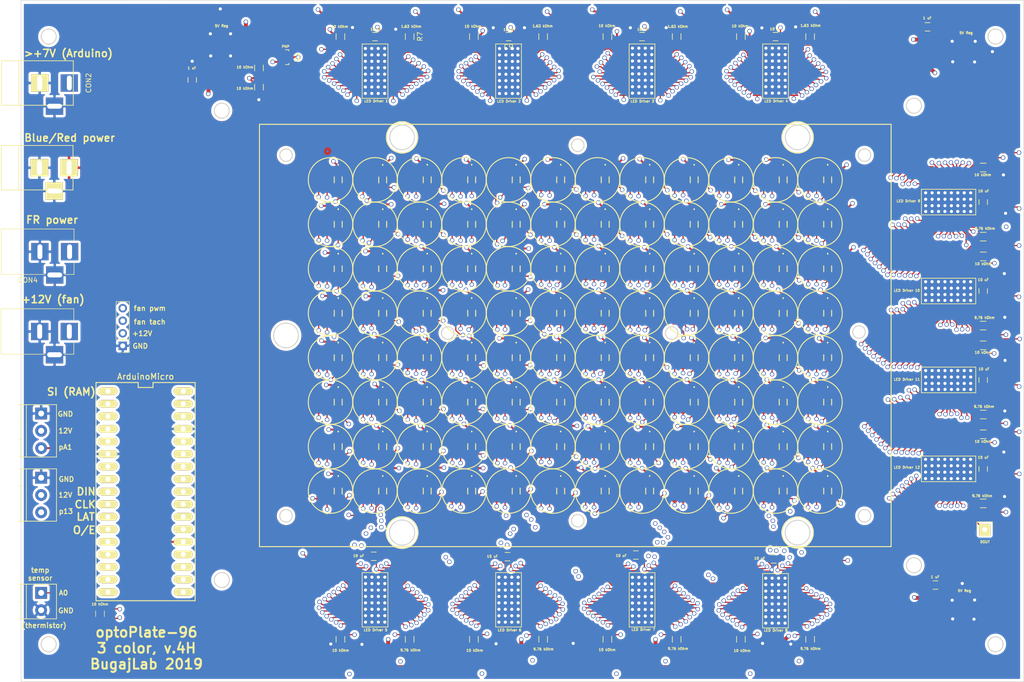
<source format=kicad_pcb>
(kicad_pcb (version 20171130) (host pcbnew "(5.1.6)-1")
  (layers (0 F.Cu mixed) (1 In1.Cu mixed) (2 In2.Cu mixed) (3 In3.Cu signal) (4 In4.Cu power) (31 B.Cu power) (34 B.Paste user) (35 F.Paste user) (37 F.SilkS user) (38 B.Mask user hide) (39 F.Mask user) (44 Edge.Cuts user))
  (net 0 "")
  (net 1 GND)
  (net 2 /3.3V)
  (net 3 "Net-(C10-Pad1)")
  (net 4 /FR1)
  (net 5 /B1)
  (net 6 /R1)
  (net 7 /FR2)
  (net 8 /B2)
  (net 9 /R2)
  (net 10 /FR3)
  (net 11 /B3)
  (net 12 /R3)
  (net 13 /FR4)
  (net 14 /B4)
  (net 15 /R4)
  (net 16 /FR5)
  (net 17 /B5)
  (net 18 /R5)
  (net 19 /FR6)
  (net 20 /B6)
  (net 21 /R6)
  (net 22 /FR7)
  (net 23 /B7)
  (net 24 /R7)
  (net 25 /FR8)
  (net 26 /B8)
  (net 27 /R8)
  (net 28 /FR9)
  (net 29 /B9)
  (net 30 /R9)
  (net 31 /FR10)
  (net 32 /B10)
  (net 33 /R10)
  (net 34 /FR11)
  (net 35 /B11)
  (net 36 /R11)
  (net 37 /FR12)
  (net 38 /B12)
  (net 39 /R12)
  (net 40 /FR13)
  (net 41 /B13)
  (net 42 /R13)
  (net 43 /FR14)
  (net 44 /B14)
  (net 45 /R14)
  (net 46 /FR15)
  (net 47 /B15)
  (net 48 /R15)
  (net 49 /FR16)
  (net 50 /B16)
  (net 51 /R16)
  (net 52 /FR17)
  (net 53 /B17)
  (net 54 /R17)
  (net 55 /FR18)
  (net 56 /B18)
  (net 57 /R18)
  (net 58 /FR19)
  (net 59 /B19)
  (net 60 /R19)
  (net 61 /FR20)
  (net 62 /B20)
  (net 63 /R20)
  (net 64 /FR21)
  (net 65 /B21)
  (net 66 /R21)
  (net 67 /FR22)
  (net 68 /B22)
  (net 69 /R22)
  (net 70 /FR23)
  (net 71 /B23)
  (net 72 /R23)
  (net 73 /FR24)
  (net 74 /B24)
  (net 75 /R24)
  (net 76 /FR25)
  (net 77 /B25)
  (net 78 /R25)
  (net 79 /FR26)
  (net 80 /B26)
  (net 81 /R26)
  (net 82 /FR27)
  (net 83 /B27)
  (net 84 /R27)
  (net 85 /FR28)
  (net 86 /B28)
  (net 87 /R28)
  (net 88 /FR29)
  (net 89 /B29)
  (net 90 /R29)
  (net 91 /FR30)
  (net 92 /B30)
  (net 93 /R30)
  (net 94 /FR31)
  (net 95 /B31)
  (net 96 /R31)
  (net 97 /FR32)
  (net 98 /B32)
  (net 99 /R32)
  (net 100 /FR33)
  (net 101 /B33)
  (net 102 /R33)
  (net 103 /FR34)
  (net 104 /B34)
  (net 105 /R34)
  (net 106 /FR35)
  (net 107 /B35)
  (net 108 /R35)
  (net 109 /FR36)
  (net 110 /B36)
  (net 111 /R36)
  (net 112 /FR37)
  (net 113 /B37)
  (net 114 /R37)
  (net 115 /FR38)
  (net 116 /B38)
  (net 117 /R38)
  (net 118 /FR39)
  (net 119 /B39)
  (net 120 /R39)
  (net 121 /FR40)
  (net 122 /B40)
  (net 123 /R40)
  (net 124 /FR41)
  (net 125 /B41)
  (net 126 /R41)
  (net 127 /FR42)
  (net 128 /B42)
  (net 129 /R42)
  (net 130 /FR43)
  (net 131 /B43)
  (net 132 /R43)
  (net 133 /FR44)
  (net 134 /B44)
  (net 135 /R44)
  (net 136 /FR45)
  (net 137 /B45)
  (net 138 /R45)
  (net 139 /FR46)
  (net 140 /B46)
  (net 141 /R46)
  (net 142 /FR47)
  (net 143 /B47)
  (net 144 /R47)
  (net 145 /FR48)
  (net 146 /B48)
  (net 147 /R48)
  (net 148 /FR49)
  (net 149 /B49)
  (net 150 /R49)
  (net 151 /FR50)
  (net 152 /B50)
  (net 153 /R50)
  (net 154 /FR51)
  (net 155 /B51)
  (net 156 /R51)
  (net 157 /FR52)
  (net 158 /B52)
  (net 159 /R52)
  (net 160 /FR53)
  (net 161 /B53)
  (net 162 /R53)
  (net 163 /FR54)
  (net 164 /B54)
  (net 165 /R54)
  (net 166 /FR55)
  (net 167 /B55)
  (net 168 /R55)
  (net 169 /FR56)
  (net 170 /B56)
  (net 171 /R56)
  (net 172 /FR57)
  (net 173 /B57)
  (net 174 /R57)
  (net 175 /FR58)
  (net 176 /B58)
  (net 177 /R58)
  (net 178 /FR59)
  (net 179 /B59)
  (net 180 /R59)
  (net 181 /FR60)
  (net 182 /B60)
  (net 183 /R60)
  (net 184 /FR61)
  (net 185 /B61)
  (net 186 /R61)
  (net 187 /FR62)
  (net 188 /B62)
  (net 189 /R62)
  (net 190 /FR63)
  (net 191 /B63)
  (net 192 /R63)
  (net 193 /FR64)
  (net 194 /B64)
  (net 195 /R64)
  (net 196 /FR65)
  (net 197 /B65)
  (net 198 /R65)
  (net 199 /FR66)
  (net 200 /B66)
  (net 201 /R66)
  (net 202 /FR67)
  (net 203 /B67)
  (net 204 /R67)
  (net 205 /FR68)
  (net 206 /B68)
  (net 207 /R68)
  (net 208 /FR69)
  (net 209 /B69)
  (net 210 /R69)
  (net 211 /FR70)
  (net 212 /B70)
  (net 213 /R70)
  (net 214 /FR71)
  (net 215 /B71)
  (net 216 /R71)
  (net 217 /FR72)
  (net 218 /B72)
  (net 219 /R72)
  (net 220 /FR73)
  (net 221 /B73)
  (net 222 /R73)
  (net 223 /FR74)
  (net 224 /B74)
  (net 225 /R74)
  (net 226 /FR75)
  (net 227 /B75)
  (net 228 /R75)
  (net 229 /FR76)
  (net 230 /B76)
  (net 231 /R76)
  (net 232 /FR77)
  (net 233 /B77)
  (net 234 /R77)
  (net 235 /FR78)
  (net 236 /B78)
  (net 237 /R78)
  (net 238 /FR79)
  (net 239 /B79)
  (net 240 /R79)
  (net 241 /FR80)
  (net 242 /B80)
  (net 243 /R80)
  (net 244 /FR81)
  (net 245 /B81)
  (net 246 /R81)
  (net 247 /FR82)
  (net 248 /B82)
  (net 249 /R82)
  (net 250 /FR83)
  (net 251 /B83)
  (net 252 /R83)
  (net 253 /FR84)
  (net 254 /B84)
  (net 255 /R84)
  (net 256 /FR85)
  (net 257 /B85)
  (net 258 /R85)
  (net 259 /FR86)
  (net 260 /B86)
  (net 261 /R86)
  (net 262 /FR87)
  (net 263 /B87)
  (net 264 /R87)
  (net 265 /FR88)
  (net 266 /B88)
  (net 267 /R88)
  (net 268 /FR89)
  (net 269 /B89)
  (net 270 /R89)
  (net 271 /FR90)
  (net 272 /B90)
  (net 273 /R90)
  (net 274 /FR91)
  (net 275 /B91)
  (net 276 /R91)
  (net 277 /FR92)
  (net 278 /B92)
  (net 279 /R92)
  (net 280 /FR93)
  (net 281 /B93)
  (net 282 /R93)
  (net 283 /FR94)
  (net 284 /B94)
  (net 285 /R94)
  (net 286 /FR95)
  (net 287 /B95)
  (net 288 /R95)
  (net 289 /FR96)
  (net 290 /B96)
  (net 291 /R96)
  (net 292 /CLK)
  (net 293 /LAT)
  (net 294 "Net-(Q1-Pad2)")
  (net 295 /BLANK)
  (net 296 "Net-(R7-Pad2)")
  (net 297 "Net-(R9-Pad2)")
  (net 298 "Net-(R11-Pad2)")
  (net 299 "Net-(R13-Pad2)")
  (net 300 "Net-(R15-Pad2)")
  (net 301 "Net-(R17-Pad2)")
  (net 302 "Net-(R19-Pad2)")
  (net 303 "Net-(R21-Pad2)")
  (net 304 "Net-(R23-Pad2)")
  (net 305 "Net-(R25-Pad2)")
  (net 306 "Net-(R27-Pad2)")
  (net 307 "Net-(R29-Pad2)")
  (net 308 "Net-(U1-Pad34)")
  (net 309 "Net-(U5-Pad29)")
  (net 310 "Net-(U6-Pad29)")
  (net 311 "Net-(U7-Pad29)")
  (net 312 "Net-(U8-Pad29)")
  (net 313 "Net-(U10-Pad29)")
  (net 314 "Net-(U11-Pad29)")
  (net 315 "Net-(U12-Pad29)")
  (net 316 "Net-(U13-Pad29)")
  (net 317 "Net-(U14-Pad29)")
  (net 318 "Net-(U15-Pad29)")
  (net 319 "Net-(U10-Pad4)")
  (net 320 /DIN)
  (net 321 "Net-(C14-Pad1)")
  (net 322 "Net-(C11-Pad1)")
  (net 323 /DOUT)
  (net 324 /3.3Vreal)
  (net 325 /5V)
  (net 326 "Net-(U1-Pad2)")
  (net 327 "Net-(U1-Pad3)")
  (net 328 "Net-(U1-Pad4)")
  (net 329 "Net-(U1-Pad5)")
  (net 330 "Net-(U1-Pad7)")
  (net 331 "Net-(U1-Pad17)")
  (net 332 "Net-(U1-Pad30)")
  (net 333 "Net-(U1-Pad29)")
  (net 334 "Net-(U1-Pad28)")
  (net 335 "Net-(U1-Pad27)")
  (net 336 "Net-(U1-Pad26)")
  (net 337 "Net-(U1-Pad25)")
  (net 338 "Net-(U1-Pad24)")
  (net 339 "Net-(U1-Pad23)")
  (net 340 /+12V)
  (net 341 /aux_pwm1)
  (net 342 /fan_sense)
  (net 343 /fan_pwm)
  (net 344 /tempSense)
  (net 345 /aux_pwm2)
  (net 346 "Net-(R1-Pad2)")
  (net 347 "Net-(U1-Pad1)")
  (net 348 "Net-(U1-Pad13)")
  (net 349 "Net-(U1-Pad14)")
  (net 350 "Net-(U1-Pad33)")
  (net 351 "Net-(U1-Pad8)")
  (net 352 /Vfr)
  (module SamacSys_Parts:HSMCC380 (layer F.Cu) (at 101.55 100 270)
    (fp_text reference D3 hide)
    (fp_text value LED hide)
    (pad 2 smd rect (at 1.65 0 270) (size 1.5 1.6) (layers F.Cu F.Paste F.Mask) (net 4 /FR1))
    (pad 1 smd rect (at -1.65 0 270) (size 1.5 1.6) (layers F.Cu F.Paste F.Mask) (net 352 /Vfr))
  )
  (module SamacSys_Parts:HSMCC380 (layer F.Cu) (at 101.55 109 270)
    (fp_text reference D5 hide)
    (fp_text value LED hide)
    (pad 2 smd rect (at 1.65 0 270) (size 1.5 1.6) (layers F.Cu F.Paste F.Mask) (net 7 /FR2))
    (pad 1 smd rect (at -1.65 0 270) (size 1.5 1.6) (layers F.Cu F.Paste F.Mask) (net 352 /Vfr))
  )
  (module SamacSys_Parts:HSMCC380 (layer F.Cu) (at 101.55 118 270)
    (fp_text reference D7 hide)
    (fp_text value LED hide)
    (pad 2 smd rect (at 1.65 0 270) (size 1.5 1.6) (layers F.Cu F.Paste F.Mask) (net 10 /FR3))
    (pad 1 smd rect (at -1.65 0 270) (size 1.5 1.6) (layers F.Cu F.Paste F.Mask) (net 352 /Vfr))
  )
  (module SamacSys_Parts:HSMCC380 (layer F.Cu) (at 101.55 127 270)
    (fp_text reference D9 hide)
    (fp_text value LED hide)
    (pad 2 smd rect (at 1.65 0 270) (size 1.5 1.6) (layers F.Cu F.Paste F.Mask) (net 13 /FR4))
    (pad 1 smd rect (at -1.65 0 270) (size 1.5 1.6) (layers F.Cu F.Paste F.Mask) (net 352 /Vfr))
  )
  (module SamacSys_Parts:HSMCC380 (layer F.Cu) (at 101.55 136 270)
    (fp_text reference D11 hide)
    (fp_text value LED hide)
    (pad 2 smd rect (at 1.65 0 270) (size 1.5 1.6) (layers F.Cu F.Paste F.Mask) (net 16 /FR5))
    (pad 1 smd rect (at -1.65 0 270) (size 1.5 1.6) (layers F.Cu F.Paste F.Mask) (net 352 /Vfr))
  )
  (module SamacSys_Parts:HSMCC380 (layer F.Cu) (at 101.55 145 270)
    (fp_text reference D13 hide)
    (fp_text value LED hide)
    (pad 2 smd rect (at 1.65 0 270) (size 1.5 1.6) (layers F.Cu F.Paste F.Mask) (net 19 /FR6))
    (pad 1 smd rect (at -1.65 0 270) (size 1.5 1.6) (layers F.Cu F.Paste F.Mask) (net 352 /Vfr))
  )
  (module SamacSys_Parts:HSMCC380 (layer F.Cu) (at 101.55 154 270)
    (fp_text reference D15 hide)
    (fp_text value LED hide)
    (pad 2 smd rect (at 1.65 0 270) (size 1.5 1.6) (layers F.Cu F.Paste F.Mask) (net 22 /FR7))
    (pad 1 smd rect (at -1.65 0 270) (size 1.5 1.6) (layers F.Cu F.Paste F.Mask) (net 352 /Vfr))
  )
  (module SamacSys_Parts:HSMCC380 (layer F.Cu) (at 101.55 163 270)
    (fp_text reference D17 hide)
    (fp_text value LED hide)
    (pad 2 smd rect (at 1.65 0 270) (size 1.5 1.6) (layers F.Cu F.Paste F.Mask) (net 25 /FR8))
    (pad 1 smd rect (at -1.65 0 270) (size 1.5 1.6) (layers F.Cu F.Paste F.Mask) (net 352 /Vfr))
  )
  (module SamacSys_Parts:HSMCC380 (layer F.Cu) (at 110.55 100.025 270)
    (fp_text reference D19 hide)
    (fp_text value LED hide)
    (pad 2 smd rect (at 1.65 0 270) (size 1.5 1.6) (layers F.Cu F.Paste F.Mask) (net 28 /FR9))
    (pad 1 smd rect (at -1.65 0 270) (size 1.5 1.6) (layers F.Cu F.Paste F.Mask) (net 352 /Vfr))
  )
  (module SamacSys_Parts:HSMCC380 (layer F.Cu) (at 110.55 109 270)
    (fp_text reference D21 hide)
    (fp_text value LED hide)
    (pad 2 smd rect (at 1.65 0 270) (size 1.5 1.6) (layers F.Cu F.Paste F.Mask) (net 31 /FR10))
    (pad 1 smd rect (at -1.65 0 270) (size 1.5 1.6) (layers F.Cu F.Paste F.Mask) (net 352 /Vfr))
  )
  (module SamacSys_Parts:HSMCC380 (layer F.Cu) (at 110.55 118 270)
    (fp_text reference D23 hide)
    (fp_text value LED hide)
    (pad 2 smd rect (at 1.65 0 270) (size 1.5 1.6) (layers F.Cu F.Paste F.Mask) (net 34 /FR11))
    (pad 1 smd rect (at -1.65 0 270) (size 1.5 1.6) (layers F.Cu F.Paste F.Mask) (net 352 /Vfr))
  )
  (module SamacSys_Parts:HSMCC380 (layer F.Cu) (at 110.55 127 270)
    (fp_text reference D25 hide)
    (fp_text value LED hide)
    (pad 2 smd rect (at 1.65 0 270) (size 1.5 1.6) (layers F.Cu F.Paste F.Mask) (net 37 /FR12))
    (pad 1 smd rect (at -1.65 0 270) (size 1.5 1.6) (layers F.Cu F.Paste F.Mask) (net 352 /Vfr))
  )
  (module SamacSys_Parts:HSMCC380 (layer F.Cu) (at 110.55 136 270)
    (fp_text reference D27 hide)
    (fp_text value LED hide)
    (pad 2 smd rect (at 1.65 0 270) (size 1.5 1.6) (layers F.Cu F.Paste F.Mask) (net 40 /FR13))
    (pad 1 smd rect (at -1.65 0 270) (size 1.5 1.6) (layers F.Cu F.Paste F.Mask) (net 352 /Vfr))
  )
  (module SamacSys_Parts:HSMCC380 (layer F.Cu) (at 110.55 145 270)
    (fp_text reference D29 hide)
    (fp_text value LED hide)
    (pad 2 smd rect (at 1.65 0 270) (size 1.5 1.6) (layers F.Cu F.Paste F.Mask) (net 43 /FR14))
    (pad 1 smd rect (at -1.65 0 270) (size 1.5 1.6) (layers F.Cu F.Paste F.Mask) (net 352 /Vfr))
  )
  (module SamacSys_Parts:HSMCC380 (layer F.Cu) (at 110.55 154 270)
    (fp_text reference D31 hide)
    (fp_text value LED hide)
    (pad 2 smd rect (at 1.65 0 270) (size 1.5 1.6) (layers F.Cu F.Paste F.Mask) (net 46 /FR15))
    (pad 1 smd rect (at -1.65 0 270) (size 1.5 1.6) (layers F.Cu F.Paste F.Mask) (net 352 /Vfr))
  )
  (module SamacSys_Parts:HSMCC380 (layer F.Cu) (at 110.55 163 270)
    (fp_text reference D33 hide)
    (fp_text value LED hide)
    (pad 2 smd rect (at 1.65 0 270) (size 1.5 1.6) (layers F.Cu F.Paste F.Mask) (net 49 /FR16))
    (pad 1 smd rect (at -1.65 0 270) (size 1.5 1.6) (layers F.Cu F.Paste F.Mask) (net 352 /Vfr))
  )
  (module SamacSys_Parts:HSMCC380 (layer F.Cu) (at 119.55 100 270)
    (fp_text reference D35 hide)
    (fp_text value LED hide)
    (pad 2 smd rect (at 1.65 0 270) (size 1.5 1.6) (layers F.Cu F.Paste F.Mask) (net 52 /FR17))
    (pad 1 smd rect (at -1.65 0 270) (size 1.5 1.6) (layers F.Cu F.Paste F.Mask) (net 352 /Vfr))
  )
  (module SamacSys_Parts:HSMCC380 (layer F.Cu) (at 119.55 109 270)
    (fp_text reference D37 hide)
    (fp_text value LED hide)
    (pad 2 smd rect (at 1.65 0 270) (size 1.5 1.6) (layers F.Cu F.Paste F.Mask) (net 55 /FR18))
    (pad 1 smd rect (at -1.65 0 270) (size 1.5 1.6) (layers F.Cu F.Paste F.Mask) (net 352 /Vfr))
  )
  (module SamacSys_Parts:HSMCC380 (layer F.Cu) (at 119.55 118 270)
    (fp_text reference D39 hide)
    (fp_text value LED hide)
    (pad 2 smd rect (at 1.65 0 270) (size 1.5 1.6) (layers F.Cu F.Paste F.Mask) (net 58 /FR19))
    (pad 1 smd rect (at -1.65 0 270) (size 1.5 1.6) (layers F.Cu F.Paste F.Mask) (net 352 /Vfr))
  )
  (module SamacSys_Parts:HSMCC380 (layer F.Cu) (at 119.55 127 270)
    (fp_text reference D41 hide)
    (fp_text value LED hide)
    (pad 2 smd rect (at 1.65 0 270) (size 1.5 1.6) (layers F.Cu F.Paste F.Mask) (net 61 /FR20))
    (pad 1 smd rect (at -1.65 0 270) (size 1.5 1.6) (layers F.Cu F.Paste F.Mask) (net 352 /Vfr))
  )
  (module SamacSys_Parts:HSMCC380 (layer F.Cu) (at 119.55 136 270)
    (fp_text reference D43 hide)
    (fp_text value LED hide)
    (pad 2 smd rect (at 1.65 0 270) (size 1.5 1.6) (layers F.Cu F.Paste F.Mask) (net 64 /FR21))
    (pad 1 smd rect (at -1.65 0 270) (size 1.5 1.6) (layers F.Cu F.Paste F.Mask) (net 352 /Vfr))
  )
  (module SamacSys_Parts:HSMCC380 (layer F.Cu) (at 119.55 145 270)
    (fp_text reference D45 hide)
    (fp_text value LED hide)
    (pad 2 smd rect (at 1.65 0 270) (size 1.5 1.6) (layers F.Cu F.Paste F.Mask) (net 67 /FR22))
    (pad 1 smd rect (at -1.65 0 270) (size 1.5 1.6) (layers F.Cu F.Paste F.Mask) (net 352 /Vfr))
  )
  (module SamacSys_Parts:HSMCC380 (layer F.Cu) (at 119.55 154 270)
    (fp_text reference D47 hide)
    (fp_text value LED hide)
    (pad 2 smd rect (at 1.65 0 270) (size 1.5 1.6) (layers F.Cu F.Paste F.Mask) (net 70 /FR23))
    (pad 1 smd rect (at -1.65 0 270) (size 1.5 1.6) (layers F.Cu F.Paste F.Mask) (net 352 /Vfr))
  )
  (module SamacSys_Parts:HSMCC380 (layer F.Cu) (at 119.55 163 270)
    (fp_text reference D49 hide)
    (fp_text value LED hide)
    (pad 2 smd rect (at 1.65 0 270) (size 1.5 1.6) (layers F.Cu F.Paste F.Mask) (net 73 /FR24))
    (pad 1 smd rect (at -1.65 0 270) (size 1.5 1.6) (layers F.Cu F.Paste F.Mask) (net 352 /Vfr))
  )
  (module SamacSys_Parts:HSMCC380 (layer F.Cu) (at 128.55 100 270)
    (fp_text reference D51 hide)
    (fp_text value LED hide)
    (pad 2 smd rect (at 1.65 0 270) (size 1.5 1.6) (layers F.Cu F.Paste F.Mask) (net 76 /FR25))
    (pad 1 smd rect (at -1.65 0 270) (size 1.5 1.6) (layers F.Cu F.Paste F.Mask) (net 352 /Vfr))
  )
  (module SamacSys_Parts:HSMCC380 (layer F.Cu) (at 128.55 109 270)
    (fp_text reference D53 hide)
    (fp_text value LED hide)
    (pad 2 smd rect (at 1.65 0 270) (size 1.5 1.6) (layers F.Cu F.Paste F.Mask) (net 79 /FR26))
    (pad 1 smd rect (at -1.65 0 270) (size 1.5 1.6) (layers F.Cu F.Paste F.Mask) (net 352 /Vfr))
  )
  (module SamacSys_Parts:HSMCC380 (layer F.Cu) (at 128.55 118 270)
    (fp_text reference D55 hide)
    (fp_text value LED hide)
    (pad 2 smd rect (at 1.65 0 270) (size 1.5 1.6) (layers F.Cu F.Paste F.Mask) (net 82 /FR27))
    (pad 1 smd rect (at -1.65 0 270) (size 1.5 1.6) (layers F.Cu F.Paste F.Mask) (net 352 /Vfr))
  )
  (module SamacSys_Parts:HSMCC380 (layer F.Cu) (at 128.55 127 270)
    (fp_text reference D57 hide)
    (fp_text value LED hide)
    (pad 2 smd rect (at 1.65 0 270) (size 1.5 1.6) (layers F.Cu F.Paste F.Mask) (net 85 /FR28))
    (pad 1 smd rect (at -1.65 0 270) (size 1.5 1.6) (layers F.Cu F.Paste F.Mask) (net 352 /Vfr))
  )
  (module SamacSys_Parts:HSMCC380 (layer F.Cu) (at 128.55 136 270)
    (fp_text reference D59 hide)
    (fp_text value LED hide)
    (pad 2 smd rect (at 1.65 0 270) (size 1.5 1.6) (layers F.Cu F.Paste F.Mask) (net 88 /FR29))
    (pad 1 smd rect (at -1.65 0 270) (size 1.5 1.6) (layers F.Cu F.Paste F.Mask) (net 352 /Vfr))
  )
  (module SamacSys_Parts:HSMCC380 (layer F.Cu) (at 128.55 145 270)
    (fp_text reference D61 hide)
    (fp_text value LED hide)
    (pad 2 smd rect (at 1.65 0 270) (size 1.5 1.6) (layers F.Cu F.Paste F.Mask) (net 91 /FR30))
    (pad 1 smd rect (at -1.65 0 270) (size 1.5 1.6) (layers F.Cu F.Paste F.Mask) (net 352 /Vfr))
  )
  (module SamacSys_Parts:HSMCC380 (layer F.Cu) (at 128.55 154 270)
    (fp_text reference D63 hide)
    (fp_text value LED hide)
    (pad 2 smd rect (at 1.65 0 270) (size 1.5 1.6) (layers F.Cu F.Paste F.Mask) (net 94 /FR31))
    (pad 1 smd rect (at -1.65 0 270) (size 1.5 1.6) (layers F.Cu F.Paste F.Mask) (net 352 /Vfr))
  )
  (module SamacSys_Parts:HSMCC380 (layer F.Cu) (at 128.55 163 270)
    (fp_text reference D65 hide)
    (fp_text value LED hide)
    (pad 2 smd rect (at 1.65 0 270) (size 1.5 1.6) (layers F.Cu F.Paste F.Mask) (net 97 /FR32))
    (pad 1 smd rect (at -1.65 0 270) (size 1.5 1.6) (layers F.Cu F.Paste F.Mask) (net 352 /Vfr))
  )
  (module SamacSys_Parts:HSMCC380 (layer F.Cu) (at 137.55 100 270)
    (fp_text reference D67 hide)
    (fp_text value LED hide)
    (pad 2 smd rect (at 1.65 0 270) (size 1.5 1.6) (layers F.Cu F.Paste F.Mask) (net 100 /FR33))
    (pad 1 smd rect (at -1.65 0 270) (size 1.5 1.6) (layers F.Cu F.Paste F.Mask) (net 352 /Vfr))
  )
  (module SamacSys_Parts:HSMCC380 (layer F.Cu) (at 137.55 109 270)
    (fp_text reference D69 hide)
    (fp_text value LED hide)
    (pad 2 smd rect (at 1.65 0 270) (size 1.5 1.6) (layers F.Cu F.Paste F.Mask) (net 103 /FR34))
    (pad 1 smd rect (at -1.65 0 270) (size 1.5 1.6) (layers F.Cu F.Paste F.Mask) (net 352 /Vfr))
  )
  (module SamacSys_Parts:HSMCC380 (layer F.Cu) (at 137.55 118 270)
    (fp_text reference D71 hide)
    (fp_text value LED hide)
    (pad 2 smd rect (at 1.65 0 270) (size 1.5 1.6) (layers F.Cu F.Paste F.Mask) (net 106 /FR35))
    (pad 1 smd rect (at -1.65 0 270) (size 1.5 1.6) (layers F.Cu F.Paste F.Mask) (net 352 /Vfr))
  )
  (module SamacSys_Parts:HSMCC380 (layer F.Cu) (at 137.55 127 270)
    (fp_text reference D73 hide)
    (fp_text value LED hide)
    (pad 2 smd rect (at 1.65 0 270) (size 1.5 1.6) (layers F.Cu F.Paste F.Mask) (net 109 /FR36))
    (pad 1 smd rect (at -1.65 0 270) (size 1.5 1.6) (layers F.Cu F.Paste F.Mask) (net 352 /Vfr))
  )
  (module SamacSys_Parts:HSMCC380 (layer F.Cu) (at 137.55 136 270)
    (fp_text reference D75 hide)
    (fp_text value LED hide)
    (pad 2 smd rect (at 1.65 0 270) (size 1.5 1.6) (layers F.Cu F.Paste F.Mask) (net 112 /FR37))
    (pad 1 smd rect (at -1.65 0 270) (size 1.5 1.6) (layers F.Cu F.Paste F.Mask) (net 352 /Vfr))
  )
  (module SamacSys_Parts:HSMCC380 (layer F.Cu) (at 137.55 145 270)
    (fp_text reference D77 hide)
    (fp_text value LED hide)
    (pad 2 smd rect (at 1.65 0 270) (size 1.5 1.6) (layers F.Cu F.Paste F.Mask) (net 115 /FR38))
    (pad 1 smd rect (at -1.65 0 270) (size 1.5 1.6) (layers F.Cu F.Paste F.Mask) (net 352 /Vfr))
  )
  (module SamacSys_Parts:HSMCC380 (layer F.Cu) (at 137.55 154 270)
    (fp_text reference D79 hide)
    (fp_text value LED hide)
    (pad 2 smd rect (at 1.65 0 270) (size 1.5 1.6) (layers F.Cu F.Paste F.Mask) (net 118 /FR39))
    (pad 1 smd rect (at -1.65 0 270) (size 1.5 1.6) (layers F.Cu F.Paste F.Mask) (net 352 /Vfr))
  )
  (module SamacSys_Parts:HSMCC380 (layer F.Cu) (at 137.55 163 270)
    (fp_text reference D81 hide)
    (fp_text value LED hide)
    (pad 2 smd rect (at 1.65 0 270) (size 1.5 1.6) (layers F.Cu F.Paste F.Mask) (net 121 /FR40))
    (pad 1 smd rect (at -1.65 0 270) (size 1.5 1.6) (layers F.Cu F.Paste F.Mask) (net 352 /Vfr))
  )
  (module SamacSys_Parts:HSMCC380 (layer F.Cu) (at 146.55 100 270)
    (fp_text reference D83 hide)
    (fp_text value LED hide)
    (pad 2 smd rect (at 1.65 0 270) (size 1.5 1.6) (layers F.Cu F.Paste F.Mask) (net 124 /FR41))
    (pad 1 smd rect (at -1.65 0 270) (size 1.5 1.6) (layers F.Cu F.Paste F.Mask) (net 352 /Vfr))
  )
  (module SamacSys_Parts:HSMCC380 (layer F.Cu) (at 146.55 109 270)
    (fp_text reference D85 hide)
    (fp_text value LED hide)
    (pad 2 smd rect (at 1.65 0 270) (size 1.5 1.6) (layers F.Cu F.Paste F.Mask) (net 127 /FR42))
    (pad 1 smd rect (at -1.65 0 270) (size 1.5 1.6) (layers F.Cu F.Paste F.Mask) (net 352 /Vfr))
  )
  (module SamacSys_Parts:HSMCC380 (layer F.Cu) (at 146.55 118 270)
    (fp_text reference D87 hide)
    (fp_text value LED hide)
    (pad 2 smd rect (at 1.65 0 270) (size 1.5 1.6) (layers F.Cu F.Paste F.Mask) (net 130 /FR43))
    (pad 1 smd rect (at -1.65 0 270) (size 1.5 1.6) (layers F.Cu F.Paste F.Mask) (net 352 /Vfr))
  )
  (module SamacSys_Parts:HSMCC380 (layer F.Cu) (at 146.55 127 270)
    (fp_text reference D89 hide)
    (fp_text value LED hide)
    (pad 2 smd rect (at 1.65 0 270) (size 1.5 1.6) (layers F.Cu F.Paste F.Mask) (net 133 /FR44))
    (pad 1 smd rect (at -1.65 0 270) (size 1.5 1.6) (layers F.Cu F.Paste F.Mask) (net 352 /Vfr))
  )
  (module SamacSys_Parts:HSMCC380 (layer F.Cu) (at 146.55 136 270)
    (fp_text reference D91 hide)
    (fp_text value LED hide)
    (pad 2 smd rect (at 1.65 0 270) (size 1.5 1.6) (layers F.Cu F.Paste F.Mask) (net 136 /FR45))
    (pad 1 smd rect (at -1.65 0 270) (size 1.5 1.6) (layers F.Cu F.Paste F.Mask) (net 352 /Vfr))
  )
  (module SamacSys_Parts:HSMCC380 (layer F.Cu) (at 146.55 145 270)
    (fp_text reference D93 hide)
    (fp_text value LED hide)
    (pad 2 smd rect (at 1.65 0 270) (size 1.5 1.6) (layers F.Cu F.Paste F.Mask) (net 139 /FR46))
    (pad 1 smd rect (at -1.65 0 270) (size 1.5 1.6) (layers F.Cu F.Paste F.Mask) (net 352 /Vfr))
  )
  (module SamacSys_Parts:HSMCC380 (layer F.Cu) (at 146.55 154 270)
    (fp_text reference D95 hide)
    (fp_text value LED hide)
    (pad 2 smd rect (at 1.65 0 270) (size 1.5 1.6) (layers F.Cu F.Paste F.Mask) (net 142 /FR47))
    (pad 1 smd rect (at -1.65 0 270) (size 1.5 1.6) (layers F.Cu F.Paste F.Mask) (net 352 /Vfr))
  )
  (module SamacSys_Parts:HSMCC380 (layer F.Cu) (at 146.55 163 270)
    (fp_text reference D97 hide)
    (fp_text value LED hide)
    (pad 2 smd rect (at 1.65 0 270) (size 1.5 1.6) (layers F.Cu F.Paste F.Mask) (net 145 /FR48))
    (pad 1 smd rect (at -1.65 0 270) (size 1.5 1.6) (layers F.Cu F.Paste F.Mask) (net 352 /Vfr))
  )
  (module SamacSys_Parts:HSMCC380 (layer F.Cu) (at 155.55 100 270)
    (fp_text reference D99 hide)
    (fp_text value LED hide)
    (pad 2 smd rect (at 1.65 0 270) (size 1.5 1.6) (layers F.Cu F.Paste F.Mask) (net 148 /FR49))
    (pad 1 smd rect (at -1.65 0 270) (size 1.5 1.6) (layers F.Cu F.Paste F.Mask) (net 352 /Vfr))
  )
  (module SamacSys_Parts:HSMCC380 (layer F.Cu) (at 155.55 109 270)
    (fp_text reference D101 hide)
    (fp_text value LED hide)
    (pad 2 smd rect (at 1.65 0 270) (size 1.5 1.6) (layers F.Cu F.Paste F.Mask) (net 151 /FR50))
    (pad 1 smd rect (at -1.65 0 270) (size 1.5 1.6) (layers F.Cu F.Paste F.Mask) (net 352 /Vfr))
  )
  (module SamacSys_Parts:HSMCC380 (layer F.Cu) (at 155.55 118 270)
    (fp_text reference D103 hide)
    (fp_text value LED hide)
    (pad 2 smd rect (at 1.65 0 270) (size 1.5 1.6) (layers F.Cu F.Paste F.Mask) (net 154 /FR51))
    (pad 1 smd rect (at -1.65 0 270) (size 1.5 1.6) (layers F.Cu F.Paste F.Mask) (net 352 /Vfr))
  )
  (module SamacSys_Parts:HSMCC380 (layer F.Cu) (at 155.55 127 270)
    (fp_text reference D105 hide)
    (fp_text value LED hide)
    (pad 2 smd rect (at 1.65 0 270) (size 1.5 1.6) (layers F.Cu F.Paste F.Mask) (net 157 /FR52))
    (pad 1 smd rect (at -1.65 0 270) (size 1.5 1.6) (layers F.Cu F.Paste F.Mask) (net 352 /Vfr))
  )
  (module SamacSys_Parts:HSMCC380 (layer F.Cu) (at 155.55 136 270)
    (fp_text reference D107 hide)
    (fp_text value LED hide)
    (pad 2 smd rect (at 1.65 0 270) (size 1.5 1.6) (layers F.Cu F.Paste F.Mask) (net 160 /FR53))
    (pad 1 smd rect (at -1.65 0 270) (size 1.5 1.6) (layers F.Cu F.Paste F.Mask) (net 352 /Vfr))
  )
  (module SamacSys_Parts:HSMCC380 (layer F.Cu) (at 155.55 145 270)
    (fp_text reference D109 hide)
    (fp_text value LED hide)
    (pad 2 smd rect (at 1.65 0 270) (size 1.5 1.6) (layers F.Cu F.Paste F.Mask) (net 163 /FR54))
    (pad 1 smd rect (at -1.65 0 270) (size 1.5 1.6) (layers F.Cu F.Paste F.Mask) (net 352 /Vfr))
  )
  (module SamacSys_Parts:HSMCC380 (layer F.Cu) (at 155.55 154 270)
    (fp_text reference D111 hide)
    (fp_text value LED hide)
    (pad 2 smd rect (at 1.65 0 270) (size 1.5 1.6) (layers F.Cu F.Paste F.Mask) (net 166 /FR55))
    (pad 1 smd rect (at -1.65 0 270) (size 1.5 1.6) (layers F.Cu F.Paste F.Mask) (net 352 /Vfr))
  )
  (module SamacSys_Parts:HSMCC380 (layer F.Cu) (at 155.55 163 270)
    (fp_text reference D113 hide)
    (fp_text value LED hide)
    (pad 2 smd rect (at 1.65 0 270) (size 1.5 1.6) (layers F.Cu F.Paste F.Mask) (net 169 /FR56))
    (pad 1 smd rect (at -1.65 0 270) (size 1.5 1.6) (layers F.Cu F.Paste F.Mask) (net 352 /Vfr))
  )
  (module SamacSys_Parts:HSMCC380 (layer F.Cu) (at 164.55 100 270)
    (fp_text reference D115 hide)
    (fp_text value LED hide)
    (pad 2 smd rect (at 1.65 0 270) (size 1.5 1.6) (layers F.Cu F.Paste F.Mask) (net 172 /FR57))
    (pad 1 smd rect (at -1.65 0 270) (size 1.5 1.6) (layers F.Cu F.Paste F.Mask) (net 352 /Vfr))
  )
  (module SamacSys_Parts:HSMCC380 (layer F.Cu) (at 164.55 109 270)
    (fp_text reference D117 hide)
    (fp_text value LED hide)
    (pad 2 smd rect (at 1.65 0 270) (size 1.5 1.6) (layers F.Cu F.Paste F.Mask) (net 175 /FR58))
    (pad 1 smd rect (at -1.65 0 270) (size 1.5 1.6) (layers F.Cu F.Paste F.Mask) (net 352 /Vfr))
  )
  (module SamacSys_Parts:HSMCC380 (layer F.Cu) (at 164.55 118 270)
    (fp_text reference D119 hide)
    (fp_text value LED hide)
    (pad 2 smd rect (at 1.65 0 270) (size 1.5 1.6) (layers F.Cu F.Paste F.Mask) (net 178 /FR59))
    (pad 1 smd rect (at -1.65 0 270) (size 1.5 1.6) (layers F.Cu F.Paste F.Mask) (net 352 /Vfr))
  )
  (module SamacSys_Parts:HSMCC380 (layer F.Cu) (at 164.55 127 270)
    (fp_text reference D121 hide)
    (fp_text value LED hide)
    (pad 2 smd rect (at 1.65 0 270) (size 1.5 1.6) (layers F.Cu F.Paste F.Mask) (net 181 /FR60))
    (pad 1 smd rect (at -1.65 0 270) (size 1.5 1.6) (layers F.Cu F.Paste F.Mask) (net 352 /Vfr))
  )
  (module SamacSys_Parts:HSMCC380 (layer F.Cu) (at 164.55 136 270)
    (fp_text reference D123 hide)
    (fp_text value LED hide)
    (pad 2 smd rect (at 1.65 0 270) (size 1.5 1.6) (layers F.Cu F.Paste F.Mask) (net 184 /FR61))
    (pad 1 smd rect (at -1.65 0 270) (size 1.5 1.6) (layers F.Cu F.Paste F.Mask) (net 352 /Vfr))
  )
  (module SamacSys_Parts:HSMCC380 (layer F.Cu) (at 164.47 145 270)
    (fp_text reference D125 hide)
    (fp_text value LED hide)
    (pad 2 smd rect (at 1.65 0 270) (size 1.5 1.6) (layers F.Cu F.Paste F.Mask) (net 187 /FR62))
    (pad 1 smd rect (at -1.65 0 270) (size 1.5 1.6) (layers F.Cu F.Paste F.Mask) (net 352 /Vfr))
  )
  (module SamacSys_Parts:HSMCC380 (layer F.Cu) (at 164.55 154 270)
    (fp_text reference D127 hide)
    (fp_text value LED hide)
    (pad 2 smd rect (at 1.65 0 270) (size 1.5 1.6) (layers F.Cu F.Paste F.Mask) (net 190 /FR63))
    (pad 1 smd rect (at -1.65 0 270) (size 1.5 1.6) (layers F.Cu F.Paste F.Mask) (net 352 /Vfr))
  )
  (module SamacSys_Parts:HSMCC380 (layer F.Cu) (at 164.55 163 270)
    (fp_text reference D129 hide)
    (fp_text value LED hide)
    (pad 2 smd rect (at 1.65 0 270) (size 1.5 1.6) (layers F.Cu F.Paste F.Mask) (net 193 /FR64))
    (pad 1 smd rect (at -1.65 0 270) (size 1.5 1.6) (layers F.Cu F.Paste F.Mask) (net 352 /Vfr))
  )
  (module SamacSys_Parts:HSMCC380 (layer F.Cu) (at 173.55 100 270)
    (fp_text reference D131 hide)
    (fp_text value LED hide)
    (pad 2 smd rect (at 1.65 0 270) (size 1.5 1.6) (layers F.Cu F.Paste F.Mask) (net 196 /FR65))
    (pad 1 smd rect (at -1.65 0 270) (size 1.5 1.6) (layers F.Cu F.Paste F.Mask) (net 352 /Vfr))
  )
  (module SamacSys_Parts:HSMCC380 (layer F.Cu) (at 173.55 109 270)
    (fp_text reference D133 hide)
    (fp_text value LED hide)
    (pad 2 smd rect (at 1.65 0 270) (size 1.5 1.6) (layers F.Cu F.Paste F.Mask) (net 199 /FR66))
    (pad 1 smd rect (at -1.65 0 270) (size 1.5 1.6) (layers F.Cu F.Paste F.Mask) (net 352 /Vfr))
  )
  (module SamacSys_Parts:HSMCC380 (layer F.Cu) (at 173.55 118 270)
    (fp_text reference D135 hide)
    (fp_text value LED hide)
    (pad 2 smd rect (at 1.65 0 270) (size 1.5 1.6) (layers F.Cu F.Paste F.Mask) (net 202 /FR67))
    (pad 1 smd rect (at -1.65 0 270) (size 1.5 1.6) (layers F.Cu F.Paste F.Mask) (net 352 /Vfr))
  )
  (module SamacSys_Parts:HSMCC380 (layer F.Cu) (at 173.55 127 270)
    (fp_text reference D137 hide)
    (fp_text value LED hide)
    (pad 2 smd rect (at 1.65 0 270) (size 1.5 1.6) (layers F.Cu F.Paste F.Mask) (net 205 /FR68))
    (pad 1 smd rect (at -1.65 0 270) (size 1.5 1.6) (layers F.Cu F.Paste F.Mask) (net 352 /Vfr))
  )
  (module SamacSys_Parts:HSMCC380 (layer F.Cu) (at 173.55 136 270)
    (fp_text reference D139 hide)
    (fp_text value LED hide)
    (pad 2 smd rect (at 1.65 0 270) (size 1.5 1.6) (layers F.Cu F.Paste F.Mask) (net 208 /FR69))
    (pad 1 smd rect (at -1.65 0 270) (size 1.5 1.6) (layers F.Cu F.Paste F.Mask) (net 352 /Vfr))
  )
  (module SamacSys_Parts:HSMCC380 (layer F.Cu) (at 173.55 145 270)
    (fp_text reference D141 hide)
    (fp_text value LED hide)
    (pad 2 smd rect (at 1.65 0 270) (size 1.5 1.6) (layers F.Cu F.Paste F.Mask) (net 211 /FR70))
    (pad 1 smd rect (at -1.65 0 270) (size 1.5 1.6) (layers F.Cu F.Paste F.Mask) (net 352 /Vfr))
  )
  (module SamacSys_Parts:HSMCC380 (layer F.Cu) (at 173.55 154 270)
    (fp_text reference D143 hide)
    (fp_text value LED hide)
    (pad 2 smd rect (at 1.65 0 270) (size 1.5 1.6) (layers F.Cu F.Paste F.Mask) (net 214 /FR71))
    (pad 1 smd rect (at -1.65 0 270) (size 1.5 1.6) (layers F.Cu F.Paste F.Mask) (net 352 /Vfr))
  )
  (module SamacSys_Parts:HSMCC380 (layer F.Cu) (at 173.55 163 270)
    (fp_text reference D145 hide)
    (fp_text value LED hide)
    (pad 2 smd rect (at 1.65 0 270) (size 1.5 1.6) (layers F.Cu F.Paste F.Mask) (net 217 /FR72))
    (pad 1 smd rect (at -1.65 0 270) (size 1.5 1.6) (layers F.Cu F.Paste F.Mask) (net 352 /Vfr))
  )
  (module SamacSys_Parts:HSMCC380 (layer F.Cu) (at 182.55 100 270)
    (fp_text reference D147 hide)
    (fp_text value LED hide)
    (pad 2 smd rect (at 1.65 0 270) (size 1.5 1.6) (layers F.Cu F.Paste F.Mask) (net 220 /FR73))
    (pad 1 smd rect (at -1.65 0 270) (size 1.5 1.6) (layers F.Cu F.Paste F.Mask) (net 352 /Vfr))
  )
  (module SamacSys_Parts:HSMCC380 (layer F.Cu) (at 182.55 109 270)
    (fp_text reference D149 hide)
    (fp_text value LED hide)
    (pad 2 smd rect (at 1.65 0 270) (size 1.5 1.6) (layers F.Cu F.Paste F.Mask) (net 223 /FR74))
    (pad 1 smd rect (at -1.65 0 270) (size 1.5 1.6) (layers F.Cu F.Paste F.Mask) (net 352 /Vfr))
  )
  (module SamacSys_Parts:HSMCC380 (layer F.Cu) (at 182.55 118 270)
    (fp_text reference D151 hide)
    (fp_text value LED hide)
    (pad 2 smd rect (at 1.65 0 270) (size 1.5 1.6) (layers F.Cu F.Paste F.Mask) (net 226 /FR75))
    (pad 1 smd rect (at -1.65 0 270) (size 1.5 1.6) (layers F.Cu F.Paste F.Mask) (net 352 /Vfr))
  )
  (module SamacSys_Parts:HSMCC380 (layer F.Cu) (at 182.55 127 270)
    (fp_text reference D153 hide)
    (fp_text value LED hide)
    (pad 2 smd rect (at 1.65 0 270) (size 1.5 1.6) (layers F.Cu F.Paste F.Mask) (net 229 /FR76))
    (pad 1 smd rect (at -1.65 0 270) (size 1.5 1.6) (layers F.Cu F.Paste F.Mask) (net 352 /Vfr))
  )
  (module SamacSys_Parts:HSMCC380 (layer F.Cu) (at 182.55 136 270)
    (fp_text reference D155 hide)
    (fp_text value LED hide)
    (pad 2 smd rect (at 1.65 0 270) (size 1.5 1.6) (layers F.Cu F.Paste F.Mask) (net 232 /FR77))
    (pad 1 smd rect (at -1.65 0 270) (size 1.5 1.6) (layers F.Cu F.Paste F.Mask) (net 352 /Vfr))
  )
  (module SamacSys_Parts:HSMCC380 (layer F.Cu) (at 182.55 145 270)
    (fp_text reference D157 hide)
    (fp_text value LED hide)
    (pad 2 smd rect (at 1.65 0 270) (size 1.5 1.6) (layers F.Cu F.Paste F.Mask) (net 235 /FR78))
    (pad 1 smd rect (at -1.65 0 270) (size 1.5 1.6) (layers F.Cu F.Paste F.Mask) (net 352 /Vfr))
  )
  (module SamacSys_Parts:HSMCC380 (layer F.Cu) (at 182.55 154 270)
    (fp_text reference D159 hide)
    (fp_text value LED hide)
    (pad 2 smd rect (at 1.65 0 270) (size 1.5 1.6) (layers F.Cu F.Paste F.Mask) (net 238 /FR79))
    (pad 1 smd rect (at -1.65 0 270) (size 1.5 1.6) (layers F.Cu F.Paste F.Mask) (net 352 /Vfr))
  )
  (module SamacSys_Parts:HSMCC380 (layer F.Cu) (at 182.55 163 270)
    (fp_text reference D161 hide)
    (fp_text value LED hide)
    (pad 2 smd rect (at 1.65 0 270) (size 1.5 1.6) (layers F.Cu F.Paste F.Mask) (net 241 /FR80))
    (pad 1 smd rect (at -1.65 0 270) (size 1.5 1.6) (layers F.Cu F.Paste F.Mask) (net 352 /Vfr))
  )
  (module SamacSys_Parts:HSMCC380 (layer F.Cu) (at 191.55 100 270)
    (fp_text reference D163 hide)
    (fp_text value LED hide)
    (pad 2 smd rect (at 1.65 0 270) (size 1.5 1.6) (layers F.Cu F.Paste F.Mask) (net 244 /FR81))
    (pad 1 smd rect (at -1.65 0 270) (size 1.5 1.6) (layers F.Cu F.Paste F.Mask) (net 352 /Vfr))
  )
  (module SamacSys_Parts:HSMCC380 (layer F.Cu) (at 191.55 109 270)
    (fp_text reference D165 hide)
    (fp_text value LED hide)
    (pad 2 smd rect (at 1.65 0 270) (size 1.5 1.6) (layers F.Cu F.Paste F.Mask) (net 247 /FR82))
    (pad 1 smd rect (at -1.65 0 270) (size 1.5 1.6) (layers F.Cu F.Paste F.Mask) (net 352 /Vfr))
  )
  (module SamacSys_Parts:HSMCC380 (layer F.Cu) (at 191.55 118 270)
    (fp_text reference D167 hide)
    (fp_text value LED hide)
    (pad 2 smd rect (at 1.65 0 270) (size 1.5 1.6) (layers F.Cu F.Paste F.Mask) (net 250 /FR83))
    (pad 1 smd rect (at -1.65 0 270) (size 1.5 1.6) (layers F.Cu F.Paste F.Mask) (net 352 /Vfr))
  )
  (module SamacSys_Parts:HSMCC380 (layer F.Cu) (at 191.55 127 270)
    (fp_text reference D169 hide)
    (fp_text value LED hide)
    (pad 2 smd rect (at 1.65 0 270) (size 1.5 1.6) (layers F.Cu F.Paste F.Mask) (net 253 /FR84))
    (pad 1 smd rect (at -1.65 0 270) (size 1.5 1.6) (layers F.Cu F.Paste F.Mask) (net 352 /Vfr))
  )
  (module SamacSys_Parts:HSMCC380 (layer F.Cu) (at 191.55 136 270)
    (fp_text reference D171 hide)
    (fp_text value LED hide)
    (pad 2 smd rect (at 1.65 0 270) (size 1.5 1.6) (layers F.Cu F.Paste F.Mask) (net 256 /FR85))
    (pad 1 smd rect (at -1.65 0 270) (size 1.5 1.6) (layers F.Cu F.Paste F.Mask) (net 352 /Vfr))
  )
  (module SamacSys_Parts:HSMCC380 (layer F.Cu) (at 191.55 145 270)
    (fp_text reference D173 hide)
    (fp_text value LED hide)
    (pad 2 smd rect (at 1.65 0 270) (size 1.5 1.6) (layers F.Cu F.Paste F.Mask) (net 259 /FR86))
    (pad 1 smd rect (at -1.65 0 270) (size 1.5 1.6) (layers F.Cu F.Paste F.Mask) (net 352 /Vfr))
  )
  (module SamacSys_Parts:HSMCC380 (layer F.Cu) (at 191.55 154 270)
    (fp_text reference D175 hide)
    (fp_text value LED hide)
    (pad 2 smd rect (at 1.65 0 270) (size 1.5 1.6) (layers F.Cu F.Paste F.Mask) (net 262 /FR87))
    (pad 1 smd rect (at -1.65 0 270) (size 1.5 1.6) (layers F.Cu F.Paste F.Mask) (net 352 /Vfr))
  )
  (module SamacSys_Parts:HSMCC380 (layer F.Cu) (at 191.55 163 270)
    (fp_text reference D177 hide)
    (fp_text value LED hide)
    (pad 2 smd rect (at 1.65 0 270) (size 1.5 1.6) (layers F.Cu F.Paste F.Mask) (net 265 /FR88))
    (pad 1 smd rect (at -1.65 0 270) (size 1.5 1.6) (layers F.Cu F.Paste F.Mask) (net 352 /Vfr))
  )
  (module SamacSys_Parts:HSMCC380 (layer F.Cu) (at 200.55 100 270)
    (fp_text reference D179 hide)
    (fp_text value LED hide)
    (pad 2 smd rect (at 1.65 0 270) (size 1.5 1.6) (layers F.Cu F.Paste F.Mask) (net 268 /FR89))
    (pad 1 smd rect (at -1.65 0 270) (size 1.5 1.6) (layers F.Cu F.Paste F.Mask) (net 352 /Vfr))
  )
  (module SamacSys_Parts:HSMCC380 (layer F.Cu) (at 200.55 109 270)
    (fp_text reference D181 hide)
    (fp_text value LED hide)
    (pad 2 smd rect (at 1.65 0 270) (size 1.5 1.6) (layers F.Cu F.Paste F.Mask) (net 271 /FR90))
    (pad 1 smd rect (at -1.65 0 270) (size 1.5 1.6) (layers F.Cu F.Paste F.Mask) (net 352 /Vfr))
  )
  (module SamacSys_Parts:HSMCC380 (layer F.Cu) (at 200.55 118 270)
    (fp_text reference D183 hide)
    (fp_text value LED hide)
    (pad 2 smd rect (at 1.65 0 270) (size 1.5 1.6) (layers F.Cu F.Paste F.Mask) (net 274 /FR91))
    (pad 1 smd rect (at -1.65 0 270) (size 1.5 1.6) (layers F.Cu F.Paste F.Mask) (net 352 /Vfr))
  )
  (module SamacSys_Parts:HSMCC380 (layer F.Cu) (at 200.55 127 270)
    (fp_text reference D185 hide)
    (fp_text value LED hide)
    (pad 2 smd rect (at 1.65 0 270) (size 1.5 1.6) (layers F.Cu F.Paste F.Mask) (net 277 /FR92))
    (pad 1 smd rect (at -1.65 0 270) (size 1.5 1.6) (layers F.Cu F.Paste F.Mask) (net 352 /Vfr))
  )
  (module SamacSys_Parts:HSMCC380 (layer F.Cu) (at 200.55 136 270)
    (fp_text reference D187 hide)
    (fp_text value LED hide)
    (pad 2 smd rect (at 1.65 0 270) (size 1.5 1.6) (layers F.Cu F.Paste F.Mask) (net 280 /FR93))
    (pad 1 smd rect (at -1.65 0 270) (size 1.5 1.6) (layers F.Cu F.Paste F.Mask) (net 352 /Vfr))
  )
  (module SamacSys_Parts:HSMCC380 (layer F.Cu) (at 200.55 145 270)
    (fp_text reference D189 hide)
    (fp_text value LED hide)
    (pad 2 smd rect (at 1.65 0 270) (size 1.5 1.6) (layers F.Cu F.Paste F.Mask) (net 283 /FR94))
    (pad 1 smd rect (at -1.65 0 270) (size 1.5 1.6) (layers F.Cu F.Paste F.Mask) (net 352 /Vfr))
  )
  (module SamacSys_Parts:HSMCC380 (layer F.Cu) (at 200.55 154 270)
    (fp_text reference D191 hide)
    (fp_text value LED hide)
    (pad 2 smd rect (at 1.65 0 270) (size 1.5 1.6) (layers F.Cu F.Paste F.Mask) (net 286 /FR95))
    (pad 1 smd rect (at -1.65 0 270) (size 1.5 1.6) (layers F.Cu F.Paste F.Mask) (net 352 /Vfr))
  )
  (module SamacSys_Parts:HSMCC380 (layer F.Cu) (at 200.55 163 270)
    (fp_text reference D193 hide)
    (fp_text value LED hide)
    (pad 2 smd rect (at 1.65 0 270) (size 1.5 1.6) (layers F.Cu F.Paste F.Mask) (net 289 /FR96))
    (pad 1 smd rect (at -1.65 0 270) (size 1.5 1.6) (layers F.Cu F.Paste F.Mask) (net 352 /Vfr))
  )
  (module Capacitors_SMD:C_0805 (layer F.Cu) (at 135.79 176.27 180)
    (fp_text reference C7 hide)
    (fp_text value C)
    (pad 1 smd rect (at -1 0 180) (size 1 1.25) (layers F.Cu F.Paste F.Mask) (net 3 "Net-(C10-Pad1)"))
    (pad 2 smd rect (at 1 0 180) (size 1 1.25) (layers F.Cu F.Paste F.Mask) (net 1 GND))
  )
  (module Capacitors_SMD:C_0805 (layer F.Cu) (at 163 71 180)
    (fp_text reference C8 hide)
    (fp_text value C)
    (pad 1 smd rect (at -1 0 180) (size 1 1.25) (layers F.Cu F.Paste F.Mask) (net 322 "Net-(C11-Pad1)"))
    (pad 2 smd rect (at 1 0 180) (size 1 1.25) (layers F.Cu F.Paste F.Mask) (net 1 GND))
  )
  (module Capacitors_SMD:C_0805 (layer F.Cu) (at 136 71 180)
    (fp_text reference C9 (at 0 -2.1 180) (layer F.SilkS))
    (fp_text value C)
    (pad 1 smd rect (at -1 0 180) (size 1 1.25) (layers F.Cu F.Paste F.Mask) (net 322 "Net-(C11-Pad1)"))
    (pad 2 smd rect (at 1 0 180) (size 1 1.25) (layers F.Cu F.Paste F.Mask) (net 1 GND))
  )
  (module Capacitors_SMD:C_0805 (layer F.Cu) (at 108.74 176.19 180)
    (fp_text reference C10 hide)
    (fp_text value C)
    (pad 1 smd rect (at -1 0 180) (size 1 1.25) (layers F.Cu F.Paste F.Mask) (net 3 "Net-(C10-Pad1)"))
    (pad 2 smd rect (at 1 0 180) (size 1 1.25) (layers F.Cu F.Paste F.Mask) (net 1 GND))
  )
  (module Capacitors_SMD:C_0805 (layer F.Cu) (at 190 71 180)
    (fp_text reference C11 hide)
    (fp_text value C)
    (pad 1 smd rect (at -1 0 180) (size 1 1.25) (layers F.Cu F.Paste F.Mask) (net 322 "Net-(C11-Pad1)"))
    (pad 2 smd rect (at 1 0 180) (size 1 1.25) (layers F.Cu F.Paste F.Mask) (net 1 GND))
  )
  (module Capacitors_SMD:C_0805 (layer F.Cu) (at 109 71 180)
    (fp_text reference C12 hide)
    (fp_text value C)
    (pad 1 smd rect (at -1 0 180) (size 1 1.25) (layers F.Cu F.Paste F.Mask) (net 322 "Net-(C11-Pad1)"))
    (pad 2 smd rect (at 1 0 180) (size 1 1.25) (layers F.Cu F.Paste F.Mask) (net 1 GND))
  )
  (module Capacitors_SMD:C_0805 (layer F.Cu) (at 72.025 79.775 90)
    (fp_text reference C13 hide)
    (fp_text value C)
    (pad 1 smd rect (at -1 0 90) (size 1 1.25) (layers F.Cu F.Paste F.Mask) (net 325 /5V))
    (pad 2 smd rect (at 1 0 90) (size 1 1.25) (layers F.Cu F.Paste F.Mask) (net 1 GND))
  )
  (module Capacitors_SMD:C_0805 (layer F.Cu) (at 232 104.5 90)
    (fp_text reference C14 hide)
    (fp_text value C)
    (pad 1 smd rect (at -1 0 90) (size 1 1.25) (layers F.Cu F.Paste F.Mask) (net 321 "Net-(C14-Pad1)"))
    (pad 2 smd rect (at 1 0 90) (size 1 1.25) (layers F.Cu F.Paste F.Mask) (net 1 GND))
  )
  (module Capacitors_SMD:C_0805 (layer F.Cu) (at 189.62 176.73 180)
    (fp_text reference C15 hide)
    (fp_text value C)
    (pad 1 smd rect (at -1 0 180) (size 1 1.25) (layers F.Cu F.Paste F.Mask) (net 3 "Net-(C10-Pad1)"))
    (pad 2 smd rect (at 1 0 180) (size 1 1.25) (layers F.Cu F.Paste F.Mask) (net 1 GND))
  )
  (module Capacitors_SMD:C_0805 (layer F.Cu) (at 161.75 175.94 180)
    (fp_text reference C16 hide)
    (fp_text value C)
    (pad 1 smd rect (at -1 0 180) (size 1 1.25) (layers F.Cu F.Paste F.Mask) (net 3 "Net-(C10-Pad1)"))
    (pad 2 smd rect (at 1 0 180) (size 1 1.25) (layers F.Cu F.Paste F.Mask) (net 1 GND))
  )
  (module Capacitors_SMD:C_0805 (layer F.Cu) (at 232 122.5 90)
    (fp_text reference C17 hide)
    (fp_text value C hide)
    (pad 1 smd rect (at -1 0 90) (size 1 1.25) (layers F.Cu F.Paste F.Mask) (net 321 "Net-(C14-Pad1)"))
    (pad 2 smd rect (at 1 0 90) (size 1 1.25) (layers F.Cu F.Paste F.Mask) (net 1 GND))
  )
  (module Capacitors_SMD:C_0805 (layer F.Cu) (at 232 158.5 90)
    (fp_text reference C18 hide)
    (fp_text value C hide)
    (pad 1 smd rect (at -1 0 90) (size 1 1.25) (layers F.Cu F.Paste F.Mask) (net 321 "Net-(C14-Pad1)"))
    (pad 2 smd rect (at 1 0 90) (size 1 1.25) (layers F.Cu F.Paste F.Mask) (net 1 GND))
  )
  (module Capacitors_SMD:C_0805 (layer F.Cu) (at 232 140.5 90)
    (fp_text reference C19 hide)
    (fp_text value C)
    (pad 1 smd rect (at -1 0 90) (size 1 1.25) (layers F.Cu F.Paste F.Mask) (net 321 "Net-(C14-Pad1)"))
    (pad 2 smd rect (at 1 0 90) (size 1 1.25) (layers F.Cu F.Paste F.Mask) (net 1 GND))
  )
  (module Connect:BARREL_JACK (layer F.Cu) (at 40.92 97.55)
    (fp_text reference CON1 hide)
    (fp_text value BARREL_JACK hide)
    (pad 1 thru_hole rect (at 6.20014 0) (size 3.50012 3.50012) (drill oval 1.00076 2.99974) (layers *.Cu *.Mask F.SilkS) (net 2 /3.3V))
    (pad 2 thru_hole rect (at 0.20066 0) (size 3.50012 3.50012) (drill oval 1.00076 2.99974) (layers *.Cu *.Mask F.SilkS) (net 1 GND))
    (pad 3 thru_hole rect (at 3.2004 4.699) (size 3.50012 3.50012) (drill oval 2.99974 1.00076) (layers *.Cu *.Mask F.SilkS) (net 1 GND))
  )
  (module FRLED:BiLED3528RedBlue (layer F.Cu) (at 98.45 100)
    (fp_text reference D4 hide)
    (fp_text value BI_LED hide)
    (pad 4 smd rect (at 0.85 1.55) (size 0.9 1.5) (layers F.Cu F.Paste F.Mask) (net 5 /B1))
    (pad 2 smd rect (at 0.85 -1.55) (size 0.9 1.5) (layers F.Cu F.Paste F.Mask) (net 2 /3.3V))
    (pad 1 smd rect (at -0.85 -1.55) (size 0.9 1.5) (layers F.Cu F.Paste F.Mask) (net 2 /3.3V))
    (pad 3 smd rect (at -0.85 1.55) (size 0.9 1.5) (layers F.Cu F.Paste F.Mask) (net 6 /R1))
  )
  (module FRLED:BiLED3528RedBlue (layer F.Cu) (at 98.45 109)
    (fp_text reference D6 hide)
    (fp_text value BI_LED hide)
    (pad 4 smd rect (at 0.85 1.55) (size 0.9 1.5) (layers F.Cu F.Paste F.Mask) (net 8 /B2))
    (pad 2 smd rect (at 0.85 -1.55) (size 0.9 1.5) (layers F.Cu F.Paste F.Mask) (net 2 /3.3V))
    (pad 1 smd rect (at -0.85 -1.55) (size 0.9 1.5) (layers F.Cu F.Paste F.Mask) (net 2 /3.3V))
    (pad 3 smd rect (at -0.85 1.55) (size 0.9 1.5) (layers F.Cu F.Paste F.Mask) (net 9 /R2))
  )
  (module FRLED:BiLED3528RedBlue (layer F.Cu) (at 98.45 118)
    (fp_text reference D8 hide)
    (fp_text value BI_LED hide)
    (pad 4 smd rect (at 0.85 1.55) (size 0.9 1.5) (layers F.Cu F.Paste F.Mask) (net 11 /B3))
    (pad 2 smd rect (at 0.85 -1.55) (size 0.9 1.5) (layers F.Cu F.Paste F.Mask) (net 2 /3.3V))
    (pad 1 smd rect (at -0.85 -1.55) (size 0.9 1.5) (layers F.Cu F.Paste F.Mask) (net 2 /3.3V))
    (pad 3 smd rect (at -0.85 1.55) (size 0.9 1.5) (layers F.Cu F.Paste F.Mask) (net 12 /R3))
  )
  (module FRLED:BiLED3528RedBlue (layer F.Cu) (at 98.45 127)
    (fp_text reference D10 hide)
    (fp_text value BI_LED hide)
    (pad 4 smd rect (at 0.85 1.55) (size 0.9 1.5) (layers F.Cu F.Paste F.Mask) (net 14 /B4))
    (pad 2 smd rect (at 0.85 -1.55) (size 0.9 1.5) (layers F.Cu F.Paste F.Mask) (net 2 /3.3V))
    (pad 1 smd rect (at -0.85 -1.55) (size 0.9 1.5) (layers F.Cu F.Paste F.Mask) (net 2 /3.3V))
    (pad 3 smd rect (at -0.85 1.55) (size 0.9 1.5) (layers F.Cu F.Paste F.Mask) (net 15 /R4))
  )
  (module FRLED:BiLED3528RedBlue (layer F.Cu) (at 98.45 136)
    (fp_text reference D12 hide)
    (fp_text value BI_LED hide)
    (pad 4 smd rect (at 0.85 1.55) (size 0.9 1.5) (layers F.Cu F.Paste F.Mask) (net 17 /B5))
    (pad 2 smd rect (at 0.85 -1.55) (size 0.9 1.5) (layers F.Cu F.Paste F.Mask) (net 2 /3.3V))
    (pad 1 smd rect (at -0.85 -1.55) (size 0.9 1.5) (layers F.Cu F.Paste F.Mask) (net 2 /3.3V))
    (pad 3 smd rect (at -0.85 1.55) (size 0.9 1.5) (layers F.Cu F.Paste F.Mask) (net 18 /R5))
  )
  (module FRLED:BiLED3528RedBlue (layer F.Cu) (at 98.45 145)
    (fp_text reference D14 hide)
    (fp_text value BI_LED hide)
    (pad 4 smd rect (at 0.85 1.55) (size 0.9 1.5) (layers F.Cu F.Paste F.Mask) (net 20 /B6))
    (pad 2 smd rect (at 0.85 -1.55) (size 0.9 1.5) (layers F.Cu F.Paste F.Mask) (net 2 /3.3V))
    (pad 1 smd rect (at -0.85 -1.55) (size 0.9 1.5) (layers F.Cu F.Paste F.Mask) (net 2 /3.3V))
    (pad 3 smd rect (at -0.85 1.55) (size 0.9 1.5) (layers F.Cu F.Paste F.Mask) (net 21 /R6))
  )
  (module FRLED:BiLED3528RedBlue (layer F.Cu) (at 98.45 154)
    (fp_text reference D16 hide)
    (fp_text value BI_LED hide)
    (pad 4 smd rect (at 0.85 1.55) (size 0.9 1.5) (layers F.Cu F.Paste F.Mask) (net 23 /B7))
    (pad 2 smd rect (at 0.85 -1.55) (size 0.9 1.5) (layers F.Cu F.Paste F.Mask) (net 2 /3.3V))
    (pad 1 smd rect (at -0.85 -1.55) (size 0.9 1.5) (layers F.Cu F.Paste F.Mask) (net 2 /3.3V))
    (pad 3 smd rect (at -0.85 1.55) (size 0.9 1.5) (layers F.Cu F.Paste F.Mask) (net 24 /R7))
  )
  (module FRLED:BiLED3528RedBlue (layer F.Cu) (at 98.45 163)
    (fp_text reference D18 hide)
    (fp_text value BI_LED hide)
    (pad 4 smd rect (at 0.85 1.55) (size 0.9 1.5) (layers F.Cu F.Paste F.Mask) (net 26 /B8))
    (pad 2 smd rect (at 0.85 -1.55) (size 0.9 1.5) (layers F.Cu F.Paste F.Mask) (net 2 /3.3V))
    (pad 1 smd rect (at -0.85 -1.55) (size 0.9 1.5) (layers F.Cu F.Paste F.Mask) (net 2 /3.3V))
    (pad 3 smd rect (at -0.85 1.55) (size 0.9 1.5) (layers F.Cu F.Paste F.Mask) (net 27 /R8))
  )
  (module FRLED:BiLED3528RedBlue (layer F.Cu) (at 107.45 100)
    (fp_text reference D20 hide)
    (fp_text value BI_LED hide)
    (pad 4 smd rect (at 0.85 1.55) (size 0.9 1.5) (layers F.Cu F.Paste F.Mask) (net 29 /B9))
    (pad 2 smd rect (at 0.85 -1.55) (size 0.9 1.5) (layers F.Cu F.Paste F.Mask) (net 2 /3.3V))
    (pad 1 smd rect (at -0.85 -1.55) (size 0.9 1.5) (layers F.Cu F.Paste F.Mask) (net 2 /3.3V))
    (pad 3 smd rect (at -0.85 1.55) (size 0.9 1.5) (layers F.Cu F.Paste F.Mask) (net 30 /R9))
  )
  (module FRLED:BiLED3528RedBlue (layer F.Cu) (at 107.45 109)
    (fp_text reference D22 hide)
    (fp_text value BI_LED hide)
    (pad 4 smd rect (at 0.85 1.55) (size 0.9 1.5) (layers F.Cu F.Paste F.Mask) (net 32 /B10))
    (pad 2 smd rect (at 0.85 -1.55) (size 0.9 1.5) (layers F.Cu F.Paste F.Mask) (net 2 /3.3V))
    (pad 1 smd rect (at -0.85 -1.55) (size 0.9 1.5) (layers F.Cu F.Paste F.Mask) (net 2 /3.3V))
    (pad 3 smd rect (at -0.85 1.55) (size 0.9 1.5) (layers F.Cu F.Paste F.Mask) (net 33 /R10))
  )
  (module FRLED:BiLED3528RedBlue (layer F.Cu) (at 107.45 118)
    (fp_text reference D24 hide)
    (fp_text value BI_LED hide)
    (pad 4 smd rect (at 0.85 1.55) (size 0.9 1.5) (layers F.Cu F.Paste F.Mask) (net 35 /B11))
    (pad 2 smd rect (at 0.85 -1.55) (size 0.9 1.5) (layers F.Cu F.Paste F.Mask) (net 2 /3.3V))
    (pad 1 smd rect (at -0.85 -1.55) (size 0.9 1.5) (layers F.Cu F.Paste F.Mask) (net 2 /3.3V))
    (pad 3 smd rect (at -0.85 1.55) (size 0.9 1.5) (layers F.Cu F.Paste F.Mask) (net 36 /R11))
  )
  (module FRLED:BiLED3528RedBlue (layer F.Cu) (at 107.45 127)
    (fp_text reference D26 hide)
    (fp_text value BI_LED hide)
    (pad 4 smd rect (at 0.85 1.55) (size 0.9 1.5) (layers F.Cu F.Paste F.Mask) (net 38 /B12))
    (pad 2 smd rect (at 0.85 -1.55) (size 0.9 1.5) (layers F.Cu F.Paste F.Mask) (net 2 /3.3V))
    (pad 1 smd rect (at -0.85 -1.55) (size 0.9 1.5) (layers F.Cu F.Paste F.Mask) (net 2 /3.3V))
    (pad 3 smd rect (at -0.85 1.55) (size 0.9 1.5) (layers F.Cu F.Paste F.Mask) (net 39 /R12))
  )
  (module FRLED:BiLED3528RedBlue (layer F.Cu) (at 107.45 136)
    (fp_text reference D28 hide)
    (fp_text value BI_LED hide)
    (pad 4 smd rect (at 0.85 1.55) (size 0.9 1.5) (layers F.Cu F.Paste F.Mask) (net 41 /B13))
    (pad 2 smd rect (at 0.85 -1.55) (size 0.9 1.5) (layers F.Cu F.Paste F.Mask) (net 2 /3.3V))
    (pad 1 smd rect (at -0.85 -1.55) (size 0.9 1.5) (layers F.Cu F.Paste F.Mask) (net 2 /3.3V))
    (pad 3 smd rect (at -0.85 1.55) (size 0.9 1.5) (layers F.Cu F.Paste F.Mask) (net 42 /R13))
  )
  (module FRLED:BiLED3528RedBlue (layer F.Cu) (at 107.45 145)
    (fp_text reference D30 hide)
    (fp_text value BI_LED hide)
    (pad 4 smd rect (at 0.85 1.55) (size 0.9 1.5) (layers F.Cu F.Paste F.Mask) (net 44 /B14))
    (pad 2 smd rect (at 0.85 -1.55) (size 0.9 1.5) (layers F.Cu F.Paste F.Mask) (net 2 /3.3V))
    (pad 1 smd rect (at -0.85 -1.55) (size 0.9 1.5) (layers F.Cu F.Paste F.Mask) (net 2 /3.3V))
    (pad 3 smd rect (at -0.85 1.55) (size 0.9 1.5) (layers F.Cu F.Paste F.Mask) (net 45 /R14))
  )
  (module FRLED:BiLED3528RedBlue (layer F.Cu) (at 107.45 154)
    (fp_text reference D32 hide)
    (fp_text value BI_LED hide)
    (pad 4 smd rect (at 0.85 1.55) (size 0.9 1.5) (layers F.Cu F.Paste F.Mask) (net 47 /B15))
    (pad 2 smd rect (at 0.85 -1.55) (size 0.9 1.5) (layers F.Cu F.Paste F.Mask) (net 2 /3.3V))
    (pad 1 smd rect (at -0.85 -1.55) (size 0.9 1.5) (layers F.Cu F.Paste F.Mask) (net 2 /3.3V))
    (pad 3 smd rect (at -0.85 1.55) (size 0.9 1.5) (layers F.Cu F.Paste F.Mask) (net 48 /R15))
  )
  (module FRLED:BiLED3528RedBlue (layer F.Cu) (at 107.45 163)
    (fp_text reference D34 hide)
    (fp_text value BI_LED hide)
    (pad 4 smd rect (at 0.85 1.55) (size 0.9 1.5) (layers F.Cu F.Paste F.Mask) (net 50 /B16))
    (pad 2 smd rect (at 0.85 -1.55) (size 0.9 1.5) (layers F.Cu F.Paste F.Mask) (net 2 /3.3V))
    (pad 1 smd rect (at -0.85 -1.55) (size 0.9 1.5) (layers F.Cu F.Paste F.Mask) (net 2 /3.3V))
    (pad 3 smd rect (at -0.85 1.55) (size 0.9 1.5) (layers F.Cu F.Paste F.Mask) (net 51 /R16))
  )
  (module FRLED:BiLED3528RedBlue (layer F.Cu) (at 116.45 100)
    (fp_text reference D36 hide)
    (fp_text value BI_LED hide)
    (pad 4 smd rect (at 0.85 1.55) (size 0.9 1.5) (layers F.Cu F.Paste F.Mask) (net 53 /B17))
    (pad 2 smd rect (at 0.85 -1.55) (size 0.9 1.5) (layers F.Cu F.Paste F.Mask) (net 2 /3.3V))
    (pad 1 smd rect (at -0.85 -1.55) (size 0.9 1.5) (layers F.Cu F.Paste F.Mask) (net 2 /3.3V))
    (pad 3 smd rect (at -0.85 1.55) (size 0.9 1.5) (layers F.Cu F.Paste F.Mask) (net 54 /R17))
  )
  (module FRLED:BiLED3528RedBlue (layer F.Cu) (at 116.45 109)
    (fp_text reference D38 hide)
    (fp_text value BI_LED hide)
    (pad 4 smd rect (at 0.85 1.55) (size 0.9 1.5) (layers F.Cu F.Paste F.Mask) (net 56 /B18))
    (pad 2 smd rect (at 0.85 -1.55) (size 0.9 1.5) (layers F.Cu F.Paste F.Mask) (net 2 /3.3V))
    (pad 1 smd rect (at -0.85 -1.55) (size 0.9 1.5) (layers F.Cu F.Paste F.Mask) (net 2 /3.3V))
    (pad 3 smd rect (at -0.85 1.55) (size 0.9 1.5) (layers F.Cu F.Paste F.Mask) (net 57 /R18))
  )
  (module FRLED:BiLED3528RedBlue (layer F.Cu) (at 116.45 118)
    (fp_text reference D40 hide)
    (fp_text value BI_LED hide)
    (pad 4 smd rect (at 0.85 1.55) (size 0.9 1.5) (layers F.Cu F.Paste F.Mask) (net 59 /B19))
    (pad 2 smd rect (at 0.85 -1.55) (size 0.9 1.5) (layers F.Cu F.Paste F.Mask) (net 2 /3.3V))
    (pad 1 smd rect (at -0.85 -1.55) (size 0.9 1.5) (layers F.Cu F.Paste F.Mask) (net 2 /3.3V))
    (pad 3 smd rect (at -0.85 1.55) (size 0.9 1.5) (layers F.Cu F.Paste F.Mask) (net 60 /R19))
  )
  (module FRLED:BiLED3528RedBlue (layer F.Cu) (at 116.45 127)
    (fp_text reference D42 hide)
    (fp_text value BI_LED hide)
    (pad 4 smd rect (at 0.85 1.55) (size 0.9 1.5) (layers F.Cu F.Paste F.Mask) (net 62 /B20))
    (pad 2 smd rect (at 0.85 -1.55) (size 0.9 1.5) (layers F.Cu F.Paste F.Mask) (net 2 /3.3V))
    (pad 1 smd rect (at -0.85 -1.55) (size 0.9 1.5) (layers F.Cu F.Paste F.Mask) (net 2 /3.3V))
    (pad 3 smd rect (at -0.85 1.55) (size 0.9 1.5) (layers F.Cu F.Paste F.Mask) (net 63 /R20))
  )
  (module FRLED:BiLED3528RedBlue (layer F.Cu) (at 116.45 136)
    (fp_text reference D44 hide)
    (fp_text value BI_LED hide)
    (pad 4 smd rect (at 0.85 1.55) (size 0.9 1.5) (layers F.Cu F.Paste F.Mask) (net 65 /B21))
    (pad 2 smd rect (at 0.85 -1.55) (size 0.9 1.5) (layers F.Cu F.Paste F.Mask) (net 2 /3.3V))
    (pad 1 smd rect (at -0.85 -1.55) (size 0.9 1.5) (layers F.Cu F.Paste F.Mask) (net 2 /3.3V))
    (pad 3 smd rect (at -0.85 1.55) (size 0.9 1.5) (layers F.Cu F.Paste F.Mask) (net 66 /R21))
  )
  (module FRLED:BiLED3528RedBlue (layer F.Cu) (at 116.45 145)
    (fp_text reference D46 hide)
    (fp_text value BI_LED hide)
    (pad 4 smd rect (at 0.85 1.55) (size 0.9 1.5) (layers F.Cu F.Paste F.Mask) (net 68 /B22))
    (pad 2 smd rect (at 0.85 -1.55) (size 0.9 1.5) (layers F.Cu F.Paste F.Mask) (net 2 /3.3V))
    (pad 1 smd rect (at -0.85 -1.55) (size 0.9 1.5) (layers F.Cu F.Paste F.Mask) (net 2 /3.3V))
    (pad 3 smd rect (at -0.85 1.55) (size 0.9 1.5) (layers F.Cu F.Paste F.Mask) (net 69 /R22))
  )
  (module FRLED:BiLED3528RedBlue (layer F.Cu) (at 116.45 154)
    (fp_text reference D48 hide)
    (fp_text value BI_LED hide)
    (pad 4 smd rect (at 0.85 1.55) (size 0.9 1.5) (layers F.Cu F.Paste F.Mask) (net 71 /B23))
    (pad 2 smd rect (at 0.85 -1.55) (size 0.9 1.5) (layers F.Cu F.Paste F.Mask) (net 2 /3.3V))
    (pad 1 smd rect (at -0.85 -1.55) (size 0.9 1.5) (layers F.Cu F.Paste F.Mask) (net 2 /3.3V))
    (pad 3 smd rect (at -0.85 1.55) (size 0.9 1.5) (layers F.Cu F.Paste F.Mask) (net 72 /R23))
  )
  (module FRLED:BiLED3528RedBlue (layer F.Cu) (at 116.45 163)
    (fp_text reference D50 hide)
    (fp_text value BI_LED hide)
    (pad 4 smd rect (at 0.85 1.55) (size 0.9 1.5) (layers F.Cu F.Paste F.Mask) (net 74 /B24))
    (pad 2 smd rect (at 0.85 -1.55) (size 0.9 1.5) (layers F.Cu F.Paste F.Mask) (net 2 /3.3V))
    (pad 1 smd rect (at -0.85 -1.55) (size 0.9 1.5) (layers F.Cu F.Paste F.Mask) (net 2 /3.3V))
    (pad 3 smd rect (at -0.85 1.55) (size 0.9 1.5) (layers F.Cu F.Paste F.Mask) (net 75 /R24))
  )
  (module FRLED:BiLED3528RedBlue (layer F.Cu) (at 125.45 100)
    (fp_text reference D52 hide)
    (fp_text value BI_LED hide)
    (pad 4 smd rect (at 0.85 1.55) (size 0.9 1.5) (layers F.Cu F.Paste F.Mask) (net 77 /B25))
    (pad 2 smd rect (at 0.85 -1.55) (size 0.9 1.5) (layers F.Cu F.Paste F.Mask) (net 2 /3.3V))
    (pad 1 smd rect (at -0.85 -1.55) (size 0.9 1.5) (layers F.Cu F.Paste F.Mask) (net 2 /3.3V))
    (pad 3 smd rect (at -0.85 1.55) (size 0.9 1.5) (layers F.Cu F.Paste F.Mask) (net 78 /R25))
  )
  (module FRLED:BiLED3528RedBlue (layer F.Cu) (at 125.45 109)
    (fp_text reference D54 hide)
    (fp_text value BI_LED hide)
    (pad 4 smd rect (at 0.85 1.55) (size 0.9 1.5) (layers F.Cu F.Paste F.Mask) (net 80 /B26))
    (pad 2 smd rect (at 0.85 -1.55) (size 0.9 1.5) (layers F.Cu F.Paste F.Mask) (net 2 /3.3V))
    (pad 1 smd rect (at -0.85 -1.55) (size 0.9 1.5) (layers F.Cu F.Paste F.Mask) (net 2 /3.3V))
    (pad 3 smd rect (at -0.85 1.55) (size 0.9 1.5) (layers F.Cu F.Paste F.Mask) (net 81 /R26))
  )
  (module FRLED:BiLED3528RedBlue (layer F.Cu) (at 125.45 118)
    (fp_text reference D56 hide)
    (fp_text value BI_LED hide)
    (pad 4 smd rect (at 0.85 1.55) (size 0.9 1.5) (layers F.Cu F.Paste F.Mask) (net 83 /B27))
    (pad 2 smd rect (at 0.85 -1.55) (size 0.9 1.5) (layers F.Cu F.Paste F.Mask) (net 2 /3.3V))
    (pad 1 smd rect (at -0.85 -1.55) (size 0.9 1.5) (layers F.Cu F.Paste F.Mask) (net 2 /3.3V))
    (pad 3 smd rect (at -0.85 1.55) (size 0.9 1.5) (layers F.Cu F.Paste F.Mask) (net 84 /R27))
  )
  (module FRLED:BiLED3528RedBlue (layer F.Cu) (at 125.45 127)
    (fp_text reference D58 hide)
    (fp_text value BI_LED hide)
    (pad 4 smd rect (at 0.85 1.55) (size 0.9 1.5) (layers F.Cu F.Paste F.Mask) (net 86 /B28))
    (pad 2 smd rect (at 0.85 -1.55) (size 0.9 1.5) (layers F.Cu F.Paste F.Mask) (net 2 /3.3V))
    (pad 1 smd rect (at -0.85 -1.55) (size 0.9 1.5) (layers F.Cu F.Paste F.Mask) (net 2 /3.3V))
    (pad 3 smd rect (at -0.85 1.55) (size 0.9 1.5) (layers F.Cu F.Paste F.Mask) (net 87 /R28))
  )
  (module FRLED:BiLED3528RedBlue (layer F.Cu) (at 125.45 136)
    (fp_text reference D60 hide)
    (fp_text value BI_LED hide)
    (pad 4 smd rect (at 0.85 1.55) (size 0.9 1.5) (layers F.Cu F.Paste F.Mask) (net 89 /B29))
    (pad 2 smd rect (at 0.85 -1.55) (size 0.9 1.5) (layers F.Cu F.Paste F.Mask) (net 2 /3.3V))
    (pad 1 smd rect (at -0.85 -1.55) (size 0.9 1.5) (layers F.Cu F.Paste F.Mask) (net 2 /3.3V))
    (pad 3 smd rect (at -0.85 1.55) (size 0.9 1.5) (layers F.Cu F.Paste F.Mask) (net 90 /R29))
  )
  (module FRLED:BiLED3528RedBlue (layer F.Cu) (at 125.45 145)
    (fp_text reference D62 hide)
    (fp_text value BI_LED hide)
    (pad 4 smd rect (at 0.85 1.55) (size 0.9 1.5) (layers F.Cu F.Paste F.Mask) (net 92 /B30))
    (pad 2 smd rect (at 0.85 -1.55) (size 0.9 1.5) (layers F.Cu F.Paste F.Mask) (net 2 /3.3V))
    (pad 1 smd rect (at -0.85 -1.55) (size 0.9 1.5) (layers F.Cu F.Paste F.Mask) (net 2 /3.3V))
    (pad 3 smd rect (at -0.85 1.55) (size 0.9 1.5) (layers F.Cu F.Paste F.Mask) (net 93 /R30))
  )
  (module FRLED:BiLED3528RedBlue (layer F.Cu) (at 125.45 154)
    (fp_text reference D64 hide)
    (fp_text value BI_LED hide)
    (pad 4 smd rect (at 0.85 1.55) (size 0.9 1.5) (layers F.Cu F.Paste F.Mask) (net 95 /B31))
    (pad 2 smd rect (at 0.85 -1.55) (size 0.9 1.5) (layers F.Cu F.Paste F.Mask) (net 2 /3.3V))
    (pad 1 smd rect (at -0.85 -1.55) (size 0.9 1.5) (layers F.Cu F.Paste F.Mask) (net 2 /3.3V))
    (pad 3 smd rect (at -0.85 1.55) (size 0.9 1.5) (layers F.Cu F.Paste F.Mask) (net 96 /R31))
  )
  (module FRLED:BiLED3528RedBlue (layer F.Cu) (at 125.45 163)
    (fp_text reference D66 hide)
    (fp_text value BI_LED hide)
    (pad 4 smd rect (at 0.85 1.55) (size 0.9 1.5) (layers F.Cu F.Paste F.Mask) (net 98 /B32))
    (pad 2 smd rect (at 0.85 -1.55) (size 0.9 1.5) (layers F.Cu F.Paste F.Mask) (net 2 /3.3V))
    (pad 1 smd rect (at -0.85 -1.55) (size 0.9 1.5) (layers F.Cu F.Paste F.Mask) (net 2 /3.3V))
    (pad 3 smd rect (at -0.85 1.55) (size 0.9 1.5) (layers F.Cu F.Paste F.Mask) (net 99 /R32))
  )
  (module FRLED:BiLED3528RedBlue (layer F.Cu) (at 134.45 100)
    (fp_text reference D68 hide)
    (fp_text value BI_LED hide)
    (pad 4 smd rect (at 0.85 1.55) (size 0.9 1.5) (layers F.Cu F.Paste F.Mask) (net 101 /B33))
    (pad 2 smd rect (at 0.85 -1.55) (size 0.9 1.5) (layers F.Cu F.Paste F.Mask) (net 2 /3.3V))
    (pad 1 smd rect (at -0.85 -1.55) (size 0.9 1.5) (layers F.Cu F.Paste F.Mask) (net 2 /3.3V))
    (pad 3 smd rect (at -0.85 1.55) (size 0.9 1.5) (layers F.Cu F.Paste F.Mask) (net 102 /R33))
  )
  (module FRLED:BiLED3528RedBlue (layer F.Cu) (at 134.45 109)
    (fp_text reference D70 hide)
    (fp_text value BI_LED hide)
    (pad 4 smd rect (at 0.85 1.55) (size 0.9 1.5) (layers F.Cu F.Paste F.Mask) (net 104 /B34))
    (pad 2 smd rect (at 0.85 -1.55) (size 0.9 1.5) (layers F.Cu F.Paste F.Mask) (net 2 /3.3V))
    (pad 1 smd rect (at -0.85 -1.55) (size 0.9 1.5) (layers F.Cu F.Paste F.Mask) (net 2 /3.3V))
    (pad 3 smd rect (at -0.85 1.55) (size 0.9 1.5) (layers F.Cu F.Paste F.Mask) (net 105 /R34))
  )
  (module FRLED:BiLED3528RedBlue (layer F.Cu) (at 134.45 118)
    (fp_text reference D72 hide)
    (fp_text value BI_LED hide)
    (pad 4 smd rect (at 0.85 1.55) (size 0.9 1.5) (layers F.Cu F.Paste F.Mask) (net 107 /B35))
    (pad 2 smd rect (at 0.85 -1.55) (size 0.9 1.5) (layers F.Cu F.Paste F.Mask) (net 2 /3.3V))
    (pad 1 smd rect (at -0.85 -1.55) (size 0.9 1.5) (layers F.Cu F.Paste F.Mask) (net 2 /3.3V))
    (pad 3 smd rect (at -0.85 1.55) (size 0.9 1.5) (layers F.Cu F.Paste F.Mask) (net 108 /R35))
  )
  (module FRLED:BiLED3528RedBlue (layer F.Cu) (at 134.45 127)
    (fp_text reference D74 hide)
    (fp_text value BI_LED hide)
    (pad 4 smd rect (at 0.85 1.55) (size 0.9 1.5) (layers F.Cu F.Paste F.Mask) (net 110 /B36))
    (pad 2 smd rect (at 0.85 -1.55) (size 0.9 1.5) (layers F.Cu F.Paste F.Mask) (net 2 /3.3V))
    (pad 1 smd rect (at -0.85 -1.55) (size 0.9 1.5) (layers F.Cu F.Paste F.Mask) (net 2 /3.3V))
    (pad 3 smd rect (at -0.85 1.55) (size 0.9 1.5) (layers F.Cu F.Paste F.Mask) (net 111 /R36))
  )
  (module FRLED:BiLED3528RedBlue (layer F.Cu) (at 134.45 136)
    (fp_text reference D76 hide)
    (fp_text value BI_LED hide)
    (pad 4 smd rect (at 0.85 1.55) (size 0.9 1.5) (layers F.Cu F.Paste F.Mask) (net 113 /B37))
    (pad 2 smd rect (at 0.85 -1.55) (size 0.9 1.5) (layers F.Cu F.Paste F.Mask) (net 2 /3.3V))
    (pad 1 smd rect (at -0.85 -1.55) (size 0.9 1.5) (layers F.Cu F.Paste F.Mask) (net 2 /3.3V))
    (pad 3 smd rect (at -0.85 1.55) (size 0.9 1.5) (layers F.Cu F.Paste F.Mask) (net 114 /R37))
  )
  (module FRLED:BiLED3528RedBlue (layer F.Cu) (at 134.45 145)
    (fp_text reference D78 hide)
    (fp_text value BI_LED hide)
    (pad 4 smd rect (at 0.85 1.55) (size 0.9 1.5) (layers F.Cu F.Paste F.Mask) (net 116 /B38))
    (pad 2 smd rect (at 0.85 -1.55) (size 0.9 1.5) (layers F.Cu F.Paste F.Mask) (net 2 /3.3V))
    (pad 1 smd rect (at -0.85 -1.55) (size 0.9 1.5) (layers F.Cu F.Paste F.Mask) (net 2 /3.3V))
    (pad 3 smd rect (at -0.85 1.55) (size 0.9 1.5) (layers F.Cu F.Paste F.Mask) (net 117 /R38))
  )
  (module FRLED:BiLED3528RedBlue (layer F.Cu) (at 134.45 154)
    (fp_text reference D80 hide)
    (fp_text value BI_LED hide)
    (pad 4 smd rect (at 0.85 1.55) (size 0.9 1.5) (layers F.Cu F.Paste F.Mask) (net 119 /B39))
    (pad 2 smd rect (at 0.85 -1.55) (size 0.9 1.5) (layers F.Cu F.Paste F.Mask) (net 2 /3.3V))
    (pad 1 smd rect (at -0.85 -1.55) (size 0.9 1.5) (layers F.Cu F.Paste F.Mask) (net 2 /3.3V))
    (pad 3 smd rect (at -0.85 1.55) (size 0.9 1.5) (layers F.Cu F.Paste F.Mask) (net 120 /R39))
  )
  (module FRLED:BiLED3528RedBlue (layer F.Cu) (at 134.45 163)
    (fp_text reference D82 hide)
    (fp_text value BI_LED hide)
    (pad 4 smd rect (at 0.85 1.55) (size 0.9 1.5) (layers F.Cu F.Paste F.Mask) (net 122 /B40))
    (pad 2 smd rect (at 0.85 -1.55) (size 0.9 1.5) (layers F.Cu F.Paste F.Mask) (net 2 /3.3V))
    (pad 1 smd rect (at -0.85 -1.55) (size 0.9 1.5) (layers F.Cu F.Paste F.Mask) (net 2 /3.3V))
    (pad 3 smd rect (at -0.85 1.55) (size 0.9 1.5) (layers F.Cu F.Paste F.Mask) (net 123 /R40))
  )
  (module FRLED:BiLED3528RedBlue (layer F.Cu) (at 143.45 100)
    (fp_text reference D84 hide)
    (fp_text value BI_LED hide)
    (pad 4 smd rect (at 0.85 1.55) (size 0.9 1.5) (layers F.Cu F.Paste F.Mask) (net 125 /B41))
    (pad 2 smd rect (at 0.85 -1.55) (size 0.9 1.5) (layers F.Cu F.Paste F.Mask) (net 2 /3.3V))
    (pad 1 smd rect (at -0.85 -1.55) (size 0.9 1.5) (layers F.Cu F.Paste F.Mask) (net 2 /3.3V))
    (pad 3 smd rect (at -0.85 1.55) (size 0.9 1.5) (layers F.Cu F.Paste F.Mask) (net 126 /R41))
  )
  (module FRLED:BiLED3528RedBlue (layer F.Cu) (at 143.45 109)
    (fp_text reference D86 hide)
    (fp_text value BI_LED hide)
    (pad 4 smd rect (at 0.85 1.55) (size 0.9 1.5) (layers F.Cu F.Paste F.Mask) (net 128 /B42))
    (pad 2 smd rect (at 0.85 -1.55) (size 0.9 1.5) (layers F.Cu F.Paste F.Mask) (net 2 /3.3V))
    (pad 1 smd rect (at -0.85 -1.55) (size 0.9 1.5) (layers F.Cu F.Paste F.Mask) (net 2 /3.3V))
    (pad 3 smd rect (at -0.85 1.55) (size 0.9 1.5) (layers F.Cu F.Paste F.Mask) (net 129 /R42))
  )
  (module FRLED:BiLED3528RedBlue (layer F.Cu) (at 143.45 118)
    (fp_text reference D88 hide)
    (fp_text value BI_LED hide)
    (pad 4 smd rect (at 0.85 1.55) (size 0.9 1.5) (layers F.Cu F.Paste F.Mask) (net 131 /B43))
    (pad 2 smd rect (at 0.85 -1.55) (size 0.9 1.5) (layers F.Cu F.Paste F.Mask) (net 2 /3.3V))
    (pad 1 smd rect (at -0.85 -1.55) (size 0.9 1.5) (layers F.Cu F.Paste F.Mask) (net 2 /3.3V))
    (pad 3 smd rect (at -0.85 1.55) (size 0.9 1.5) (layers F.Cu F.Paste F.Mask) (net 132 /R43))
  )
  (module FRLED:BiLED3528RedBlue (layer F.Cu) (at 143.45 127)
    (fp_text reference D90 hide)
    (fp_text value BI_LED hide)
    (pad 4 smd rect (at 0.85 1.55) (size 0.9 1.5) (layers F.Cu F.Paste F.Mask) (net 134 /B44))
    (pad 2 smd rect (at 0.85 -1.55) (size 0.9 1.5) (layers F.Cu F.Paste F.Mask) (net 2 /3.3V))
    (pad 1 smd rect (at -0.85 -1.55) (size 0.9 1.5) (layers F.Cu F.Paste F.Mask) (net 2 /3.3V))
    (pad 3 smd rect (at -0.85 1.55) (size 0.9 1.5) (layers F.Cu F.Paste F.Mask) (net 135 /R44))
  )
  (module FRLED:BiLED3528RedBlue (layer F.Cu) (at 143.45 136)
    (fp_text reference D92 hide)
    (fp_text value BI_LED hide)
    (pad 4 smd rect (at 0.85 1.55) (size 0.9 1.5) (layers F.Cu F.Paste F.Mask) (net 137 /B45))
    (pad 2 smd rect (at 0.85 -1.55) (size 0.9 1.5) (layers F.Cu F.Paste F.Mask) (net 2 /3.3V))
    (pad 1 smd rect (at -0.85 -1.55) (size 0.9 1.5) (layers F.Cu F.Paste F.Mask) (net 2 /3.3V))
    (pad 3 smd rect (at -0.85 1.55) (size 0.9 1.5) (layers F.Cu F.Paste F.Mask) (net 138 /R45))
  )
  (module FRLED:BiLED3528RedBlue (layer F.Cu) (at 143.45 145)
    (fp_text reference D94 hide)
    (fp_text value BI_LED hide)
    (pad 4 smd rect (at 0.85 1.55) (size 0.9 1.5) (layers F.Cu F.Paste F.Mask) (net 140 /B46))
    (pad 2 smd rect (at 0.85 -1.55) (size 0.9 1.5) (layers F.Cu F.Paste F.Mask) (net 2 /3.3V))
    (pad 1 smd rect (at -0.85 -1.55) (size 0.9 1.5) (layers F.Cu F.Paste F.Mask) (net 2 /3.3V))
    (pad 3 smd rect (at -0.85 1.55) (size 0.9 1.5) (layers F.Cu F.Paste F.Mask) (net 141 /R46))
  )
  (module FRLED:BiLED3528RedBlue (layer F.Cu) (at 143.45 154)
    (fp_text reference D96 hide)
    (fp_text value BI_LED hide)
    (pad 4 smd rect (at 0.85 1.55) (size 0.9 1.5) (layers F.Cu F.Paste F.Mask) (net 143 /B47))
    (pad 2 smd rect (at 0.85 -1.55) (size 0.9 1.5) (layers F.Cu F.Paste F.Mask) (net 2 /3.3V))
    (pad 1 smd rect (at -0.85 -1.55) (size 0.9 1.5) (layers F.Cu F.Paste F.Mask) (net 2 /3.3V))
    (pad 3 smd rect (at -0.85 1.55) (size 0.9 1.5) (layers F.Cu F.Paste F.Mask) (net 144 /R47))
  )
  (module FRLED:BiLED3528RedBlue (layer F.Cu) (at 143.45 163)
    (fp_text reference D98 hide)
    (fp_text value BI_LED hide)
    (pad 4 smd rect (at 0.85 1.55) (size 0.9 1.5) (layers F.Cu F.Paste F.Mask) (net 146 /B48))
    (pad 2 smd rect (at 0.85 -1.55) (size 0.9 1.5) (layers F.Cu F.Paste F.Mask) (net 2 /3.3V))
    (pad 1 smd rect (at -0.85 -1.55) (size 0.9 1.5) (layers F.Cu F.Paste F.Mask) (net 2 /3.3V))
    (pad 3 smd rect (at -0.85 1.55) (size 0.9 1.5) (layers F.Cu F.Paste F.Mask) (net 147 /R48))
  )
  (module FRLED:BiLED3528RedBlue (layer F.Cu) (at 152.45 100)
    (fp_text reference D100 hide)
    (fp_text value BI_LED hide)
    (pad 4 smd rect (at 0.85 1.55) (size 0.9 1.5) (layers F.Cu F.Paste F.Mask) (net 149 /B49))
    (pad 2 smd rect (at 0.85 -1.55) (size 0.9 1.5) (layers F.Cu F.Paste F.Mask) (net 2 /3.3V))
    (pad 1 smd rect (at -0.85 -1.55) (size 0.9 1.5) (layers F.Cu F.Paste F.Mask) (net 2 /3.3V))
    (pad 3 smd rect (at -0.85 1.55) (size 0.9 1.5) (layers F.Cu F.Paste F.Mask) (net 150 /R49))
  )
  (module FRLED:BiLED3528RedBlue (layer F.Cu) (at 152.45 109)
    (fp_text reference D102 hide)
    (fp_text value BI_LED hide)
    (pad 4 smd rect (at 0.85 1.55) (size 0.9 1.5) (layers F.Cu F.Paste F.Mask) (net 152 /B50))
    (pad 2 smd rect (at 0.85 -1.55) (size 0.9 1.5) (layers F.Cu F.Paste F.Mask) (net 2 /3.3V))
    (pad 1 smd rect (at -0.85 -1.55) (size 0.9 1.5) (layers F.Cu F.Paste F.Mask) (net 2 /3.3V))
    (pad 3 smd rect (at -0.85 1.55) (size 0.9 1.5) (layers F.Cu F.Paste F.Mask) (net 153 /R50))
  )
  (module FRLED:BiLED3528RedBlue (layer F.Cu) (at 152.45 118)
    (fp_text reference D104 hide)
    (fp_text value BI_LED hide)
    (pad 4 smd rect (at 0.85 1.55) (size 0.9 1.5) (layers F.Cu F.Paste F.Mask) (net 155 /B51))
    (pad 2 smd rect (at 0.85 -1.55) (size 0.9 1.5) (layers F.Cu F.Paste F.Mask) (net 2 /3.3V))
    (pad 1 smd rect (at -0.85 -1.55) (size 0.9 1.5) (layers F.Cu F.Paste F.Mask) (net 2 /3.3V))
    (pad 3 smd rect (at -0.85 1.55) (size 0.9 1.5) (layers F.Cu F.Paste F.Mask) (net 156 /R51))
  )
  (module FRLED:BiLED3528RedBlue (layer F.Cu) (at 152.45 127)
    (fp_text reference D106 hide)
    (fp_text value BI_LED hide)
    (pad 4 smd rect (at 0.85 1.55) (size 0.9 1.5) (layers F.Cu F.Paste F.Mask) (net 158 /B52))
    (pad 2 smd rect (at 0.85 -1.55) (size 0.9 1.5) (layers F.Cu F.Paste F.Mask) (net 2 /3.3V))
    (pad 1 smd rect (at -0.85 -1.55) (size 0.9 1.5) (layers F.Cu F.Paste F.Mask) (net 2 /3.3V))
    (pad 3 smd rect (at -0.85 1.55) (size 0.9 1.5) (layers F.Cu F.Paste F.Mask) (net 159 /R52))
  )
  (module FRLED:BiLED3528RedBlue (layer F.Cu) (at 152.45 136)
    (fp_text reference D108 hide)
    (fp_text value BI_LED hide)
    (pad 4 smd rect (at 0.85 1.55) (size 0.9 1.5) (layers F.Cu F.Paste F.Mask) (net 161 /B53))
    (pad 2 smd rect (at 0.85 -1.55) (size 0.9 1.5) (layers F.Cu F.Paste F.Mask) (net 2 /3.3V))
    (pad 1 smd rect (at -0.85 -1.55) (size 0.9 1.5) (layers F.Cu F.Paste F.Mask) (net 2 /3.3V))
    (pad 3 smd rect (at -0.85 1.55) (size 0.9 1.5) (layers F.Cu F.Paste F.Mask) (net 162 /R53))
  )
  (module FRLED:BiLED3528RedBlue (layer F.Cu) (at 152.45 145)
    (fp_text reference D110 hide)
    (fp_text value BI_LED hide)
    (pad 4 smd rect (at 0.85 1.55) (size 0.9 1.5) (layers F.Cu F.Paste F.Mask) (net 164 /B54))
    (pad 2 smd rect (at 0.85 -1.55) (size 0.9 1.5) (layers F.Cu F.Paste F.Mask) (net 2 /3.3V))
    (pad 1 smd rect (at -0.85 -1.55) (size 0.9 1.5) (layers F.Cu F.Paste F.Mask) (net 2 /3.3V))
    (pad 3 smd rect (at -0.85 1.55) (size 0.9 1.5) (layers F.Cu F.Paste F.Mask) (net 165 /R54))
  )
  (module FRLED:BiLED3528RedBlue (layer F.Cu) (at 152.45 154)
    (fp_text reference D112 hide)
    (fp_text value BI_LED hide)
    (pad 4 smd rect (at 0.85 1.55) (size 0.9 1.5) (layers F.Cu F.Paste F.Mask) (net 167 /B55))
    (pad 2 smd rect (at 0.85 -1.55) (size 0.9 1.5) (layers F.Cu F.Paste F.Mask) (net 2 /3.3V))
    (pad 1 smd rect (at -0.85 -1.55) (size 0.9 1.5) (layers F.Cu F.Paste F.Mask) (net 2 /3.3V))
    (pad 3 smd rect (at -0.85 1.55) (size 0.9 1.5) (layers F.Cu F.Paste F.Mask) (net 168 /R55))
  )
  (module FRLED:BiLED3528RedBlue (layer F.Cu) (at 152.45 163)
    (fp_text reference D114 hide)
    (fp_text value BI_LED hide)
    (pad 4 smd rect (at 0.85 1.55) (size 0.9 1.5) (layers F.Cu F.Paste F.Mask) (net 170 /B56))
    (pad 2 smd rect (at 0.85 -1.55) (size 0.9 1.5) (layers F.Cu F.Paste F.Mask) (net 2 /3.3V))
    (pad 1 smd rect (at -0.85 -1.55) (size 0.9 1.5) (layers F.Cu F.Paste F.Mask) (net 2 /3.3V))
    (pad 3 smd rect (at -0.85 1.55) (size 0.9 1.5) (layers F.Cu F.Paste F.Mask) (net 171 /R56))
  )
  (module FRLED:BiLED3528RedBlue (layer F.Cu) (at 161.45 100)
    (fp_text reference D116 hide)
    (fp_text value BI_LED hide)
    (pad 4 smd rect (at 0.85 1.55) (size 0.9 1.5) (layers F.Cu F.Paste F.Mask) (net 173 /B57))
    (pad 2 smd rect (at 0.85 -1.55) (size 0.9 1.5) (layers F.Cu F.Paste F.Mask) (net 2 /3.3V))
    (pad 1 smd rect (at -0.85 -1.55) (size 0.9 1.5) (layers F.Cu F.Paste F.Mask) (net 2 /3.3V))
    (pad 3 smd rect (at -0.85 1.55) (size 0.9 1.5) (layers F.Cu F.Paste F.Mask) (net 174 /R57))
  )
  (module FRLED:BiLED3528RedBlue (layer F.Cu) (at 161.45 109)
    (fp_text reference D118 hide)
    (fp_text value BI_LED hide)
    (pad 4 smd rect (at 0.85 1.55) (size 0.9 1.5) (layers F.Cu F.Paste F.Mask) (net 176 /B58))
    (pad 2 smd rect (at 0.85 -1.55) (size 0.9 1.5) (layers F.Cu F.Paste F.Mask) (net 2 /3.3V))
    (pad 1 smd rect (at -0.85 -1.55) (size 0.9 1.5) (layers F.Cu F.Paste F.Mask) (net 2 /3.3V))
    (pad 3 smd rect (at -0.85 1.55) (size 0.9 1.5) (layers F.Cu F.Paste F.Mask) (net 177 /R58))
  )
  (module FRLED:BiLED3528RedBlue (layer F.Cu) (at 161.45 118)
    (fp_text reference D120 hide)
    (fp_text value BI_LED hide)
    (pad 4 smd rect (at 0.85 1.55) (size 0.9 1.5) (layers F.Cu F.Paste F.Mask) (net 179 /B59))
    (pad 2 smd rect (at 0.85 -1.55) (size 0.9 1.5) (layers F.Cu F.Paste F.Mask) (net 2 /3.3V))
    (pad 1 smd rect (at -0.85 -1.55) (size 0.9 1.5) (layers F.Cu F.Paste F.Mask) (net 2 /3.3V))
    (pad 3 smd rect (at -0.85 1.55) (size 0.9 1.5) (layers F.Cu F.Paste F.Mask) (net 180 /R59))
  )
  (module FRLED:BiLED3528RedBlue (layer F.Cu) (at 161.45 127)
    (fp_text reference D122 hide)
    (fp_text value BI_LED hide)
    (pad 4 smd rect (at 0.85 1.55) (size 0.9 1.5) (layers F.Cu F.Paste F.Mask) (net 182 /B60))
    (pad 2 smd rect (at 0.85 -1.55) (size 0.9 1.5) (layers F.Cu F.Paste F.Mask) (net 2 /3.3V))
    (pad 1 smd rect (at -0.85 -1.55) (size 0.9 1.5) (layers F.Cu F.Paste F.Mask) (net 2 /3.3V))
    (pad 3 smd rect (at -0.85 1.55) (size 0.9 1.5) (layers F.Cu F.Paste F.Mask) (net 183 /R60))
  )
  (module FRLED:BiLED3528RedBlue (layer F.Cu) (at 161.45 136)
    (fp_text reference D124 hide)
    (fp_text value BI_LED hide)
    (pad 4 smd rect (at 0.85 1.55) (size 0.9 1.5) (layers F.Cu F.Paste F.Mask) (net 185 /B61))
    (pad 2 smd rect (at 0.85 -1.55) (size 0.9 1.5) (layers F.Cu F.Paste F.Mask) (net 2 /3.3V))
    (pad 1 smd rect (at -0.85 -1.55) (size 0.9 1.5) (layers F.Cu F.Paste F.Mask) (net 2 /3.3V))
    (pad 3 smd rect (at -0.85 1.55) (size 0.9 1.5) (layers F.Cu F.Paste F.Mask) (net 186 /R61))
  )
  (module FRLED:BiLED3528RedBlue (layer F.Cu) (at 161.45 145)
    (fp_text reference D126 hide)
    (fp_text value BI_LED hide)
    (pad 4 smd rect (at 0.85 1.55) (size 0.9 1.5) (layers F.Cu F.Paste F.Mask) (net 188 /B62))
    (pad 2 smd rect (at 0.85 -1.55) (size 0.9 1.5) (layers F.Cu F.Paste F.Mask) (net 2 /3.3V))
    (pad 1 smd rect (at -0.85 -1.55) (size 0.9 1.5) (layers F.Cu F.Paste F.Mask) (net 2 /3.3V))
    (pad 3 smd rect (at -0.85 1.55) (size 0.9 1.5) (layers F.Cu F.Paste F.Mask) (net 189 /R62))
  )
  (module FRLED:BiLED3528RedBlue (layer F.Cu) (at 161.45 154)
    (fp_text reference D128 hide)
    (fp_text value BI_LED hide)
    (pad 4 smd rect (at 0.85 1.55) (size 0.9 1.5) (layers F.Cu F.Paste F.Mask) (net 191 /B63))
    (pad 2 smd rect (at 0.85 -1.55) (size 0.9 1.5) (layers F.Cu F.Paste F.Mask) (net 2 /3.3V))
    (pad 1 smd rect (at -0.85 -1.55) (size 0.9 1.5) (layers F.Cu F.Paste F.Mask) (net 2 /3.3V))
    (pad 3 smd rect (at -0.85 1.55) (size 0.9 1.5) (layers F.Cu F.Paste F.Mask) (net 192 /R63))
  )
  (module FRLED:BiLED3528RedBlue (layer F.Cu) (at 161.45 163)
    (fp_text reference D130 hide)
    (fp_text value BI_LED hide)
    (pad 4 smd rect (at 0.85 1.55) (size 0.9 1.5) (layers F.Cu F.Paste F.Mask) (net 194 /B64))
    (pad 2 smd rect (at 0.85 -1.55) (size 0.9 1.5) (layers F.Cu F.Paste F.Mask) (net 2 /3.3V))
    (pad 1 smd rect (at -0.85 -1.55) (size 0.9 1.5) (layers F.Cu F.Paste F.Mask) (net 2 /3.3V))
    (pad 3 smd rect (at -0.85 1.55) (size 0.9 1.5) (layers F.Cu F.Paste F.Mask) (net 195 /R64))
  )
  (module FRLED:BiLED3528RedBlue (layer F.Cu) (at 170.45 100)
    (fp_text reference D132 hide)
    (fp_text value BI_LED hide)
    (pad 4 smd rect (at 0.85 1.55) (size 0.9 1.5) (layers F.Cu F.Paste F.Mask) (net 197 /B65))
    (pad 2 smd rect (at 0.85 -1.55) (size 0.9 1.5) (layers F.Cu F.Paste F.Mask) (net 2 /3.3V))
    (pad 1 smd rect (at -0.85 -1.55) (size 0.9 1.5) (layers F.Cu F.Paste F.Mask) (net 2 /3.3V))
    (pad 3 smd rect (at -0.85 1.55) (size 0.9 1.5) (layers F.Cu F.Paste F.Mask) (net 198 /R65))
  )
  (module FRLED:BiLED3528RedBlue (layer F.Cu) (at 170.45 109)
    (fp_text reference D134 hide)
    (fp_text value BI_LED hide)
    (pad 4 smd rect (at 0.85 1.55) (size 0.9 1.5) (layers F.Cu F.Paste F.Mask) (net 200 /B66))
    (pad 2 smd rect (at 0.85 -1.55) (size 0.9 1.5) (layers F.Cu F.Paste F.Mask) (net 2 /3.3V))
    (pad 1 smd rect (at -0.85 -1.55) (size 0.9 1.5) (layers F.Cu F.Paste F.Mask) (net 2 /3.3V))
    (pad 3 smd rect (at -0.85 1.55) (size 0.9 1.5) (layers F.Cu F.Paste F.Mask) (net 201 /R66))
  )
  (module FRLED:BiLED3528RedBlue (layer F.Cu) (at 170.45 118)
    (fp_text reference D136 hide)
    (fp_text value BI_LED hide)
    (pad 4 smd rect (at 0.85 1.55) (size 0.9 1.5) (layers F.Cu F.Paste F.Mask) (net 203 /B67))
    (pad 2 smd rect (at 0.85 -1.55) (size 0.9 1.5) (layers F.Cu F.Paste F.Mask) (net 2 /3.3V))
    (pad 1 smd rect (at -0.85 -1.55) (size 0.9 1.5) (layers F.Cu F.Paste F.Mask) (net 2 /3.3V))
    (pad 3 smd rect (at -0.85 1.55) (size 0.9 1.5) (layers F.Cu F.Paste F.Mask) (net 204 /R67))
  )
  (module FRLED:BiLED3528RedBlue (layer F.Cu) (at 170.45 127)
    (fp_text reference D138 hide)
    (fp_text value BI_LED hide)
    (pad 4 smd rect (at 0.85 1.55) (size 0.9 1.5) (layers F.Cu F.Paste F.Mask) (net 206 /B68))
    (pad 2 smd rect (at 0.85 -1.55) (size 0.9 1.5) (layers F.Cu F.Paste F.Mask) (net 2 /3.3V))
    (pad 1 smd rect (at -0.85 -1.55) (size 0.9 1.5) (layers F.Cu F.Paste F.Mask) (net 2 /3.3V))
    (pad 3 smd rect (at -0.85 1.55) (size 0.9 1.5) (layers F.Cu F.Paste F.Mask) (net 207 /R68))
  )
  (module FRLED:BiLED3528RedBlue (layer F.Cu) (at 170.45 136)
    (fp_text reference D140 hide)
    (fp_text value BI_LED hide)
    (pad 4 smd rect (at 0.85 1.55) (size 0.9 1.5) (layers F.Cu F.Paste F.Mask) (net 209 /B69))
    (pad 2 smd rect (at 0.85 -1.55) (size 0.9 1.5) (layers F.Cu F.Paste F.Mask) (net 2 /3.3V))
    (pad 1 smd rect (at -0.85 -1.55) (size 0.9 1.5) (layers F.Cu F.Paste F.Mask) (net 2 /3.3V))
    (pad 3 smd rect (at -0.85 1.55) (size 0.9 1.5) (layers F.Cu F.Paste F.Mask) (net 210 /R69))
  )
  (module FRLED:BiLED3528RedBlue (layer F.Cu) (at 170.45 145)
    (fp_text reference D142 hide)
    (fp_text value BI_LED hide)
    (pad 4 smd rect (at 0.85 1.55) (size 0.9 1.5) (layers F.Cu F.Paste F.Mask) (net 212 /B70))
    (pad 2 smd rect (at 0.85 -1.55) (size 0.9 1.5) (layers F.Cu F.Paste F.Mask) (net 2 /3.3V))
    (pad 1 smd rect (at -0.85 -1.55) (size 0.9 1.5) (layers F.Cu F.Paste F.Mask) (net 2 /3.3V))
    (pad 3 smd rect (at -0.85 1.55) (size 0.9 1.5) (layers F.Cu F.Paste F.Mask) (net 213 /R70))
  )
  (module FRLED:BiLED3528RedBlue (layer F.Cu) (at 170.45 154)
    (fp_text reference D144 hide)
    (fp_text value BI_LED hide)
    (pad 4 smd rect (at 0.85 1.55) (size 0.9 1.5) (layers F.Cu F.Paste F.Mask) (net 215 /B71))
    (pad 2 smd rect (at 0.85 -1.55) (size 0.9 1.5) (layers F.Cu F.Paste F.Mask) (net 2 /3.3V))
    (pad 1 smd rect (at -0.85 -1.55) (size 0.9 1.5) (layers F.Cu F.Paste F.Mask) (net 2 /3.3V))
    (pad 3 smd rect (at -0.85 1.55) (size 0.9 1.5) (layers F.Cu F.Paste F.Mask) (net 216 /R71))
  )
  (module FRLED:BiLED3528RedBlue (layer F.Cu) (at 170.45 163)
    (fp_text reference D146 hide)
    (fp_text value BI_LED hide)
    (pad 4 smd rect (at 0.85 1.55) (size 0.9 1.5) (layers F.Cu F.Paste F.Mask) (net 218 /B72))
    (pad 2 smd rect (at 0.85 -1.55) (size 0.9 1.5) (layers F.Cu F.Paste F.Mask) (net 2 /3.3V))
    (pad 1 smd rect (at -0.85 -1.55) (size 0.9 1.5) (layers F.Cu F.Paste F.Mask) (net 2 /3.3V))
    (pad 3 smd rect (at -0.85 1.55) (size 0.9 1.5) (layers F.Cu F.Paste F.Mask) (net 219 /R72))
  )
  (module FRLED:BiLED3528RedBlue (layer F.Cu) (at 179.45 100)
    (fp_text reference D148 hide)
    (fp_text value BI_LED hide)
    (pad 4 smd rect (at 0.85 1.55) (size 0.9 1.5) (layers F.Cu F.Paste F.Mask) (net 221 /B73))
    (pad 2 smd rect (at 0.85 -1.55) (size 0.9 1.5) (layers F.Cu F.Paste F.Mask) (net 2 /3.3V))
    (pad 1 smd rect (at -0.85 -1.55) (size 0.9 1.5) (layers F.Cu F.Paste F.Mask) (net 2 /3.3V))
    (pad 3 smd rect (at -0.85 1.55) (size 0.9 1.5) (layers F.Cu F.Paste F.Mask) (net 222 /R73))
  )
  (module FRLED:BiLED3528RedBlue (layer F.Cu) (at 179.45 109)
    (fp_text reference D150 hide)
    (fp_text value BI_LED hide)
    (pad 4 smd rect (at 0.85 1.55) (size 0.9 1.5) (layers F.Cu F.Paste F.Mask) (net 224 /B74))
    (pad 2 smd rect (at 0.85 -1.55) (size 0.9 1.5) (layers F.Cu F.Paste F.Mask) (net 2 /3.3V))
    (pad 1 smd rect (at -0.85 -1.55) (size 0.9 1.5) (layers F.Cu F.Paste F.Mask) (net 2 /3.3V))
    (pad 3 smd rect (at -0.85 1.55) (size 0.9 1.5) (layers F.Cu F.Paste F.Mask) (net 225 /R74))
  )
  (module FRLED:BiLED3528RedBlue (layer F.Cu) (at 179.45 118)
    (fp_text reference D152 hide)
    (fp_text value BI_LED hide)
    (pad 4 smd rect (at 0.85 1.55) (size 0.9 1.5) (layers F.Cu F.Paste F.Mask) (net 227 /B75))
    (pad 2 smd rect (at 0.85 -1.55) (size 0.9 1.5) (layers F.Cu F.Paste F.Mask) (net 2 /3.3V))
    (pad 1 smd rect (at -0.85 -1.55) (size 0.9 1.5) (layers F.Cu F.Paste F.Mask) (net 2 /3.3V))
    (pad 3 smd rect (at -0.85 1.55) (size 0.9 1.5) (layers F.Cu F.Paste F.Mask) (net 228 /R75))
  )
  (module FRLED:BiLED3528RedBlue (layer F.Cu) (at 179.45 127)
    (fp_text reference D154 hide)
    (fp_text value BI_LED hide)
    (pad 4 smd rect (at 0.85 1.55) (size 0.9 1.5) (layers F.Cu F.Paste F.Mask) (net 230 /B76))
    (pad 2 smd rect (at 0.85 -1.55) (size 0.9 1.5) (layers F.Cu F.Paste F.Mask) (net 2 /3.3V))
    (pad 1 smd rect (at -0.85 -1.55) (size 0.9 1.5) (layers F.Cu F.Paste F.Mask) (net 2 /3.3V))
    (pad 3 smd rect (at -0.85 1.55) (size 0.9 1.5) (layers F.Cu F.Paste F.Mask) (net 231 /R76))
  )
  (module FRLED:BiLED3528RedBlue (layer F.Cu) (at 179.45 136)
    (fp_text reference D156 hide)
    (fp_text value BI_LED hide)
    (pad 4 smd rect (at 0.85 1.55) (size 0.9 1.5) (layers F.Cu F.Paste F.Mask) (net 233 /B77))
    (pad 2 smd rect (at 0.85 -1.55) (size 0.9 1.5) (layers F.Cu F.Paste F.Mask) (net 2 /3.3V))
    (pad 1 smd rect (at -0.85 -1.55) (size 0.9 1.5) (layers F.Cu F.Paste F.Mask) (net 2 /3.3V))
    (pad 3 smd rect (at -0.85 1.55) (size 0.9 1.5) (layers F.Cu F.Paste F.Mask) (net 234 /R77))
  )
  (module FRLED:BiLED3528RedBlue (layer F.Cu) (at 179.45 145)
    (fp_text reference D158 hide)
    (fp_text value BI_LED hide)
    (pad 4 smd rect (at 0.85 1.55) (size 0.9 1.5) (layers F.Cu F.Paste F.Mask) (net 236 /B78))
    (pad 2 smd rect (at 0.85 -1.55) (size 0.9 1.5) (layers F.Cu F.Paste F.Mask) (net 2 /3.3V))
    (pad 1 smd rect (at -0.85 -1.55) (size 0.9 1.5) (layers F.Cu F.Paste F.Mask) (net 2 /3.3V))
    (pad 3 smd rect (at -0.85 1.55) (size 0.9 1.5) (layers F.Cu F.Paste F.Mask) (net 237 /R78))
  )
  (module FRLED:BiLED3528RedBlue (layer F.Cu) (at 179.45 154)
    (fp_text reference D160 hide)
    (fp_text value BI_LED hide)
    (pad 4 smd rect (at 0.85 1.55) (size 0.9 1.5) (layers F.Cu F.Paste F.Mask) (net 239 /B79))
    (pad 2 smd rect (at 0.85 -1.55) (size 0.9 1.5) (layers F.Cu F.Paste F.Mask) (net 2 /3.3V))
    (pad 1 smd rect (at -0.85 -1.55) (size 0.9 1.5) (layers F.Cu F.Paste F.Mask) (net 2 /3.3V))
    (pad 3 smd rect (at -0.85 1.55) (size 0.9 1.5) (layers F.Cu F.Paste F.Mask) (net 240 /R79))
  )
  (module FRLED:BiLED3528RedBlue (layer F.Cu) (at 179.45 163)
    (fp_text reference D162 hide)
    (fp_text value BI_LED hide)
    (pad 4 smd rect (at 0.85 1.55) (size 0.9 1.5) (layers F.Cu F.Paste F.Mask) (net 242 /B80))
    (pad 2 smd rect (at 0.85 -1.55) (size 0.9 1.5) (layers F.Cu F.Paste F.Mask) (net 2 /3.3V))
    (pad 1 smd rect (at -0.85 -1.55) (size 0.9 1.5) (layers F.Cu F.Paste F.Mask) (net 2 /3.3V))
    (pad 3 smd rect (at -0.85 1.55) (size 0.9 1.5) (layers F.Cu F.Paste F.Mask) (net 243 /R80))
  )
  (module FRLED:BiLED3528RedBlue (layer F.Cu) (at 188.45 100)
    (fp_text reference D164 hide)
    (fp_text value BI_LED hide)
    (pad 4 smd rect (at 0.85 1.55) (size 0.9 1.5) (layers F.Cu F.Paste F.Mask) (net 245 /B81))
    (pad 2 smd rect (at 0.85 -1.55) (size 0.9 1.5) (layers F.Cu F.Paste F.Mask) (net 2 /3.3V))
    (pad 1 smd rect (at -0.85 -1.55) (size 0.9 1.5) (layers F.Cu F.Paste F.Mask) (net 2 /3.3V))
    (pad 3 smd rect (at -0.85 1.55) (size 0.9 1.5) (layers F.Cu F.Paste F.Mask) (net 246 /R81))
  )
  (module FRLED:BiLED3528RedBlue (layer F.Cu) (at 188.45 109)
    (fp_text reference D166 hide)
    (fp_text value BI_LED hide)
    (pad 4 smd rect (at 0.85 1.55) (size 0.9 1.5) (layers F.Cu F.Paste F.Mask) (net 248 /B82))
    (pad 2 smd rect (at 0.85 -1.55) (size 0.9 1.5) (layers F.Cu F.Paste F.Mask) (net 2 /3.3V))
    (pad 1 smd rect (at -0.85 -1.55) (size 0.9 1.5) (layers F.Cu F.Paste F.Mask) (net 2 /3.3V))
    (pad 3 smd rect (at -0.85 1.55) (size 0.9 1.5) (layers F.Cu F.Paste F.Mask) (net 249 /R82))
  )
  (module FRLED:BiLED3528RedBlue (layer F.Cu) (at 188.45 118)
    (fp_text reference D168 hide)
    (fp_text value BI_LED hide)
    (pad 4 smd rect (at 0.85 1.55) (size 0.9 1.5) (layers F.Cu F.Paste F.Mask) (net 251 /B83))
    (pad 2 smd rect (at 0.85 -1.55) (size 0.9 1.5) (layers F.Cu F.Paste F.Mask) (net 2 /3.3V))
    (pad 1 smd rect (at -0.85 -1.55) (size 0.9 1.5) (layers F.Cu F.Paste F.Mask) (net 2 /3.3V))
    (pad 3 smd rect (at -0.85 1.55) (size 0.9 1.5) (layers F.Cu F.Paste F.Mask) (net 252 /R83))
  )
  (module FRLED:BiLED3528RedBlue (layer F.Cu) (at 188.45 127)
    (fp_text reference D170 hide)
    (fp_text value BI_LED hide)
    (pad 4 smd rect (at 0.85 1.55) (size 0.9 1.5) (layers F.Cu F.Paste F.Mask) (net 254 /B84))
    (pad 2 smd rect (at 0.85 -1.55) (size 0.9 1.5) (layers F.Cu F.Paste F.Mask) (net 2 /3.3V))
    (pad 1 smd rect (at -0.85 -1.55) (size 0.9 1.5) (layers F.Cu F.Paste F.Mask) (net 2 /3.3V))
    (pad 3 smd rect (at -0.85 1.55) (size 0.9 1.5) (layers F.Cu F.Paste F.Mask) (net 255 /R84))
  )
  (module FRLED:BiLED3528RedBlue (layer F.Cu) (at 188.45 136)
    (fp_text reference D172 hide)
    (fp_text value BI_LED hide)
    (pad 4 smd rect (at 0.85 1.55) (size 0.9 1.5) (layers F.Cu F.Paste F.Mask) (net 257 /B85))
    (pad 2 smd rect (at 0.85 -1.55) (size 0.9 1.5) (layers F.Cu F.Paste F.Mask) (net 2 /3.3V))
    (pad 1 smd rect (at -0.85 -1.55) (size 0.9 1.5) (layers F.Cu F.Paste F.Mask) (net 2 /3.3V))
    (pad 3 smd rect (at -0.85 1.55) (size 0.9 1.5) (layers F.Cu F.Paste F.Mask) (net 258 /R85))
  )
  (module FRLED:BiLED3528RedBlue (layer F.Cu) (at 188.45 145)
    (fp_text reference D174 hide)
    (fp_text value BI_LED hide)
    (pad 4 smd rect (at 0.85 1.55) (size 0.9 1.5) (layers F.Cu F.Paste F.Mask) (net 260 /B86))
    (pad 2 smd rect (at 0.85 -1.55) (size 0.9 1.5) (layers F.Cu F.Paste F.Mask) (net 2 /3.3V))
    (pad 1 smd rect (at -0.85 -1.55) (size 0.9 1.5) (layers F.Cu F.Paste F.Mask) (net 2 /3.3V))
    (pad 3 smd rect (at -0.85 1.55) (size 0.9 1.5) (layers F.Cu F.Paste F.Mask) (net 261 /R86))
  )
  (module FRLED:BiLED3528RedBlue (layer F.Cu) (at 188.45 154)
    (fp_text reference D176 hide)
    (fp_text value BI_LED hide)
    (pad 4 smd rect (at 0.85 1.55) (size 0.9 1.5) (layers F.Cu F.Paste F.Mask) (net 263 /B87))
    (pad 2 smd rect (at 0.85 -1.55) (size 0.9 1.5) (layers F.Cu F.Paste F.Mask) (net 2 /3.3V))
    (pad 1 smd rect (at -0.85 -1.55) (size 0.9 1.5) (layers F.Cu F.Paste F.Mask) (net 2 /3.3V))
    (pad 3 smd rect (at -0.85 1.55) (size 0.9 1.5) (layers F.Cu F.Paste F.Mask) (net 264 /R87))
  )
  (module FRLED:BiLED3528RedBlue (layer F.Cu) (at 188.45 163)
    (fp_text reference D178 hide)
    (fp_text value BI_LED hide)
    (pad 4 smd rect (at 0.85 1.55) (size 0.9 1.5) (layers F.Cu F.Paste F.Mask) (net 266 /B88))
    (pad 2 smd rect (at 0.85 -1.55) (size 0.9 1.5) (layers F.Cu F.Paste F.Mask) (net 2 /3.3V))
    (pad 1 smd rect (at -0.85 -1.55) (size 0.9 1.5) (layers F.Cu F.Paste F.Mask) (net 2 /3.3V))
    (pad 3 smd rect (at -0.85 1.55) (size 0.9 1.5) (layers F.Cu F.Paste F.Mask) (net 267 /R88))
  )
  (module FRLED:BiLED3528RedBlue (layer F.Cu) (at 197.45 100)
    (fp_text reference D180 hide)
    (fp_text value BI_LED hide)
    (pad 4 smd rect (at 0.85 1.55) (size 0.9 1.5) (layers F.Cu F.Paste F.Mask) (net 269 /B89))
    (pad 2 smd rect (at 0.85 -1.55) (size 0.9 1.5) (layers F.Cu F.Paste F.Mask) (net 2 /3.3V))
    (pad 1 smd rect (at -0.85 -1.55) (size 0.9 1.5) (layers F.Cu F.Paste F.Mask) (net 2 /3.3V))
    (pad 3 smd rect (at -0.85 1.55) (size 0.9 1.5) (layers F.Cu F.Paste F.Mask) (net 270 /R89))
  )
  (module FRLED:BiLED3528RedBlue (layer F.Cu) (at 197.45 109)
    (fp_text reference D182 hide)
    (fp_text value BI_LED hide)
    (pad 4 smd rect (at 0.85 1.55) (size 0.9 1.5) (layers F.Cu F.Paste F.Mask) (net 272 /B90))
    (pad 2 smd rect (at 0.85 -1.55) (size 0.9 1.5) (layers F.Cu F.Paste F.Mask) (net 2 /3.3V))
    (pad 1 smd rect (at -0.85 -1.55) (size 0.9 1.5) (layers F.Cu F.Paste F.Mask) (net 2 /3.3V))
    (pad 3 smd rect (at -0.85 1.55) (size 0.9 1.5) (layers F.Cu F.Paste F.Mask) (net 273 /R90))
  )
  (module FRLED:BiLED3528RedBlue (layer F.Cu) (at 197.45 118)
    (fp_text reference D184 hide)
    (fp_text value BI_LED hide)
    (pad 4 smd rect (at 0.85 1.55) (size 0.9 1.5) (layers F.Cu F.Paste F.Mask) (net 275 /B91))
    (pad 2 smd rect (at 0.85 -1.55) (size 0.9 1.5) (layers F.Cu F.Paste F.Mask) (net 2 /3.3V))
    (pad 1 smd rect (at -0.85 -1.55) (size 0.9 1.5) (layers F.Cu F.Paste F.Mask) (net 2 /3.3V))
    (pad 3 smd rect (at -0.85 1.55) (size 0.9 1.5) (layers F.Cu F.Paste F.Mask) (net 276 /R91))
  )
  (module FRLED:BiLED3528RedBlue (layer F.Cu) (at 197.45 127)
    (fp_text reference D186 hide)
    (fp_text value BI_LED hide)
    (pad 4 smd rect (at 0.85 1.55) (size 0.9 1.5) (layers F.Cu F.Paste F.Mask) (net 278 /B92))
    (pad 2 smd rect (at 0.85 -1.55) (size 0.9 1.5) (layers F.Cu F.Paste F.Mask) (net 2 /3.3V))
    (pad 1 smd rect (at -0.85 -1.55) (size 0.9 1.5) (layers F.Cu F.Paste F.Mask) (net 2 /3.3V))
    (pad 3 smd rect (at -0.85 1.55) (size 0.9 1.5) (layers F.Cu F.Paste F.Mask) (net 279 /R92))
  )
  (module FRLED:BiLED3528RedBlue (layer F.Cu) (at 197.45 136)
    (fp_text reference D188 hide)
    (fp_text value BI_LED hide)
    (pad 4 smd rect (at 0.85 1.55) (size 0.9 1.5) (layers F.Cu F.Paste F.Mask) (net 281 /B93))
    (pad 2 smd rect (at 0.85 -1.55) (size 0.9 1.5) (layers F.Cu F.Paste F.Mask) (net 2 /3.3V))
    (pad 1 smd rect (at -0.85 -1.55) (size 0.9 1.5) (layers F.Cu F.Paste F.Mask) (net 2 /3.3V))
    (pad 3 smd rect (at -0.85 1.55) (size 0.9 1.5) (layers F.Cu F.Paste F.Mask) (net 282 /R93))
  )
  (module FRLED:BiLED3528RedBlue (layer F.Cu) (at 197.45 145)
    (fp_text reference D190 hide)
    (fp_text value BI_LED hide)
    (pad 4 smd rect (at 0.85 1.55) (size 0.9 1.5) (layers F.Cu F.Paste F.Mask) (net 284 /B94))
    (pad 2 smd rect (at 0.85 -1.55) (size 0.9 1.5) (layers F.Cu F.Paste F.Mask) (net 2 /3.3V))
    (pad 1 smd rect (at -0.85 -1.55) (size 0.9 1.5) (layers F.Cu F.Paste F.Mask) (net 2 /3.3V))
    (pad 3 smd rect (at -0.85 1.55) (size 0.9 1.5) (layers F.Cu F.Paste F.Mask) (net 285 /R94))
  )
  (module FRLED:BiLED3528RedBlue (layer F.Cu) (at 197.45 154)
    (fp_text reference D192 hide)
    (fp_text value BI_LED hide)
    (pad 4 smd rect (at 0.85 1.55) (size 0.9 1.5) (layers F.Cu F.Paste F.Mask) (net 287 /B95))
    (pad 2 smd rect (at 0.85 -1.55) (size 0.9 1.5) (layers F.Cu F.Paste F.Mask) (net 2 /3.3V))
    (pad 1 smd rect (at -0.85 -1.55) (size 0.9 1.5) (layers F.Cu F.Paste F.Mask) (net 2 /3.3V))
    (pad 3 smd rect (at -0.85 1.55) (size 0.9 1.5) (layers F.Cu F.Paste F.Mask) (net 288 /R95))
  )
  (module FRLED:BiLED3528RedBlue (layer F.Cu) (at 197.45 163)
    (fp_text reference D194 hide)
    (fp_text value BI_LED hide)
    (pad 4 smd rect (at 0.85 1.55) (size 0.9 1.5) (layers F.Cu F.Paste F.Mask) (net 290 /B96))
    (pad 2 smd rect (at 0.85 -1.55) (size 0.9 1.5) (layers F.Cu F.Paste F.Mask) (net 2 /3.3V))
    (pad 1 smd rect (at -0.85 -1.55) (size 0.9 1.5) (layers F.Cu F.Paste F.Mask) (net 2 /3.3V))
    (pad 3 smd rect (at -0.85 1.55) (size 0.9 1.5) (layers F.Cu F.Paste F.Mask) (net 291 /R96))
  )
  (module Resistors_SMD:R_0805 (layer F.Cu) (at 85.525 81.25 90)
    (fp_text reference R1 hide)
    (fp_text value R)
    (pad 1 smd rect (at -0.95 0 90) (size 0.7 1.3) (layers F.Cu F.Paste F.Mask) (net 1 GND))
    (pad 2 smd rect (at 0.95 0 90) (size 0.7 1.3) (layers F.Cu F.Paste F.Mask) (net 346 "Net-(R1-Pad2)"))
  )
  (module Resistors_SMD:R_0805 (layer F.Cu) (at 85.525 77.35 90)
    (fp_text reference R2 hide)
    (fp_text value R)
    (pad 1 smd rect (at -0.95 0 90) (size 0.7 1.3) (layers F.Cu F.Paste F.Mask) (net 346 "Net-(R1-Pad2)"))
    (pad 2 smd rect (at 0.95 0 90) (size 0.7 1.3) (layers F.Cu F.Paste F.Mask) (net 294 "Net-(Q1-Pad2)"))
  )
  (module Resistors_SMD:R_0805 (layer F.Cu) (at 102 71 270)
    (fp_text reference R6 hide)
    (fp_text value R)
    (pad 1 smd rect (at -0.95 0 270) (size 0.7 1.3) (layers F.Cu F.Paste F.Mask) (net 1 GND))
    (pad 2 smd rect (at 0.95 0 270) (size 0.7 1.3) (layers F.Cu F.Paste F.Mask) (net 295 /BLANK))
  )
  (module Resistors_SMD:R_0805 (layer F.Cu) (at 116 71 270)
    (fp_text reference R7 (at 0 -2.1 270) (layer F.SilkS))
    (fp_text value R)
    (pad 1 smd rect (at -0.95 0 270) (size 0.7 1.3) (layers F.Cu F.Paste F.Mask) (net 1 GND))
    (pad 2 smd rect (at 0.95 0 270) (size 0.7 1.3) (layers F.Cu F.Paste F.Mask) (net 296 "Net-(R7-Pad2)"))
  )
  (module Resistors_SMD:R_0805 (layer F.Cu) (at 129 71 270)
    (fp_text reference R8 hide)
    (fp_text value R)
    (pad 1 smd rect (at -0.95 0 270) (size 0.7 1.3) (layers F.Cu F.Paste F.Mask) (net 1 GND))
    (pad 2 smd rect (at 0.95 0 270) (size 0.7 1.3) (layers F.Cu F.Paste F.Mask) (net 295 /BLANK))
  )
  (module Resistors_SMD:R_0805 (layer F.Cu) (at 143 71 270)
    (fp_text reference R9 hide)
    (fp_text value R)
    (pad 1 smd rect (at -0.95 0 270) (size 0.7 1.3) (layers F.Cu F.Paste F.Mask) (net 1 GND))
    (pad 2 smd rect (at 0.95 0 270) (size 0.7 1.3) (layers F.Cu F.Paste F.Mask) (net 297 "Net-(R9-Pad2)"))
  )
  (module Resistors_SMD:R_0805 (layer F.Cu) (at 156 71 270)
    (fp_text reference R10 hide)
    (fp_text value R)
    (pad 1 smd rect (at -0.95 0 270) (size 0.7 1.3) (layers F.Cu F.Paste F.Mask) (net 1 GND))
    (pad 2 smd rect (at 0.95 0 270) (size 0.7 1.3) (layers F.Cu F.Paste F.Mask) (net 295 /BLANK))
  )
  (module Resistors_SMD:R_0805 (layer F.Cu) (at 170 71 270)
    (fp_text reference R11 hide)
    (fp_text value R)
    (pad 1 smd rect (at -0.95 0 270) (size 0.7 1.3) (layers F.Cu F.Paste F.Mask) (net 1 GND))
    (pad 2 smd rect (at 0.95 0 270) (size 0.7 1.3) (layers F.Cu F.Paste F.Mask) (net 298 "Net-(R11-Pad2)"))
  )
  (module Resistors_SMD:R_0805 (layer F.Cu) (at 183 71 270)
    (fp_text reference R12 hide)
    (fp_text value R)
    (pad 1 smd rect (at -0.95 0 270) (size 0.7 1.3) (layers F.Cu F.Paste F.Mask) (net 1 GND))
    (pad 2 smd rect (at 0.95 0 270) (size 0.7 1.3) (layers F.Cu F.Paste F.Mask) (net 295 /BLANK))
  )
  (module Resistors_SMD:R_0805 (layer F.Cu) (at 197 71 270)
    (fp_text reference R13 hide)
    (fp_text value R)
    (pad 1 smd rect (at -0.95 0 270) (size 0.7 1.3) (layers F.Cu F.Paste F.Mask) (net 1 GND))
    (pad 2 smd rect (at 0.95 0 270) (size 0.7 1.3) (layers F.Cu F.Paste F.Mask) (net 299 "Net-(R13-Pad2)"))
  )
  (module Resistors_SMD:R_0805 (layer F.Cu) (at 102 193 90)
    (fp_text reference R14 hide)
    (fp_text value R hide)
    (pad 1 smd rect (at -0.95 0 90) (size 0.7 1.3) (layers F.Cu F.Paste F.Mask) (net 1 GND))
    (pad 2 smd rect (at 0.95 0 90) (size 0.7 1.3) (layers F.Cu F.Paste F.Mask) (net 295 /BLANK))
  )
  (module Resistors_SMD:R_0805 (layer F.Cu) (at 116 193 90)
    (fp_text reference R15 hide)
    (fp_text value R hide)
    (pad 1 smd rect (at -0.95 0 90) (size 0.7 1.3) (layers F.Cu F.Paste F.Mask) (net 1 GND))
    (pad 2 smd rect (at 0.95 0 90) (size 0.7 1.3) (layers F.Cu F.Paste F.Mask) (net 300 "Net-(R15-Pad2)"))
  )
  (module Resistors_SMD:R_0805 (layer F.Cu) (at 129 193 90)
    (fp_text reference R16 hide)
    (fp_text value R hide)
    (pad 1 smd rect (at -0.95 0 90) (size 0.7 1.3) (layers F.Cu F.Paste F.Mask) (net 1 GND))
    (pad 2 smd rect (at 0.95 0 90) (size 0.7 1.3) (layers F.Cu F.Paste F.Mask) (net 295 /BLANK))
  )
  (module Resistors_SMD:R_0805 (layer F.Cu) (at 143 193 90)
    (fp_text reference R17 hide)
    (fp_text value R)
    (pad 1 smd rect (at -0.95 0 90) (size 0.7 1.3) (layers F.Cu F.Paste F.Mask) (net 1 GND))
    (pad 2 smd rect (at 0.95 0 90) (size 0.7 1.3) (layers F.Cu F.Paste F.Mask) (net 301 "Net-(R17-Pad2)"))
  )
  (module Resistors_SMD:R_0805 (layer F.Cu) (at 156 193 90)
    (fp_text reference R18 hide)
    (fp_text value R)
    (pad 1 smd rect (at -0.95 0 90) (size 0.7 1.3) (layers F.Cu F.Paste F.Mask) (net 1 GND))
    (pad 2 smd rect (at 0.95 0 90) (size 0.7 1.3) (layers F.Cu F.Paste F.Mask) (net 295 /BLANK))
  )
  (module Resistors_SMD:R_0805 (layer F.Cu) (at 170 193 90)
    (fp_text reference R19 hide)
    (fp_text value R)
    (pad 1 smd rect (at -0.95 0 90) (size 0.7 1.3) (layers F.Cu F.Paste F.Mask) (net 1 GND))
    (pad 2 smd rect (at 0.95 0 90) (size 0.7 1.3) (layers F.Cu F.Paste F.Mask) (net 302 "Net-(R19-Pad2)"))
  )
  (module Resistors_SMD:R_0805 (layer F.Cu) (at 183 193 90)
    (fp_text reference R20 hide)
    (fp_text value R)
    (pad 1 smd rect (at -0.95 0 90) (size 0.7 1.3) (layers F.Cu F.Paste F.Mask) (net 1 GND))
    (pad 2 smd rect (at 0.95 0 90) (size 0.7 1.3) (layers F.Cu F.Paste F.Mask) (net 295 /BLANK))
  )
  (module Resistors_SMD:R_0805 (layer F.Cu) (at 197 193 90)
    (fp_text reference R21 hide)
    (fp_text value R)
    (pad 1 smd rect (at -0.95 0 90) (size 0.7 1.3) (layers F.Cu F.Paste F.Mask) (net 1 GND))
    (pad 2 smd rect (at 0.95 0 90) (size 0.7 1.3) (layers F.Cu F.Paste F.Mask) (net 303 "Net-(R21-Pad2)"))
  )
  (module Resistors_SMD:R_0805 (layer F.Cu) (at 232 97.5 180)
    (fp_text reference R22 hide)
    (fp_text value R)
    (pad 1 smd rect (at -0.95 0 180) (size 0.7 1.3) (layers F.Cu F.Paste F.Mask) (net 1 GND))
    (pad 2 smd rect (at 0.95 0 180) (size 0.7 1.3) (layers F.Cu F.Paste F.Mask) (net 295 /BLANK))
  )
  (module Resistors_SMD:R_0805 (layer F.Cu) (at 232 111.5 180)
    (fp_text reference R23 hide)
    (fp_text value R hide)
    (pad 1 smd rect (at -0.95 0 180) (size 0.7 1.3) (layers F.Cu F.Paste F.Mask) (net 1 GND))
    (pad 2 smd rect (at 0.95 0 180) (size 0.7 1.3) (layers F.Cu F.Paste F.Mask) (net 304 "Net-(R23-Pad2)"))
  )
  (module Resistors_SMD:R_0805 (layer F.Cu) (at 232 115.5 180)
    (fp_text reference R24 hide)
    (fp_text value R hide)
    (pad 1 smd rect (at -0.95 0 180) (size 0.7 1.3) (layers F.Cu F.Paste F.Mask) (net 1 GND))
    (pad 2 smd rect (at 0.95 0 180) (size 0.7 1.3) (layers F.Cu F.Paste F.Mask) (net 295 /BLANK))
  )
  (module Resistors_SMD:R_0805 (layer F.Cu) (at 232 129.5 180)
    (fp_text reference R25 hide)
    (fp_text value R hide)
    (pad 1 smd rect (at -0.95 0 180) (size 0.7 1.3) (layers F.Cu F.Paste F.Mask) (net 1 GND))
    (pad 2 smd rect (at 0.95 0 180) (size 0.7 1.3) (layers F.Cu F.Paste F.Mask) (net 305 "Net-(R25-Pad2)"))
  )
  (module Resistors_SMD:R_0805 (layer F.Cu) (at 232 133.5 180)
    (fp_text reference R26 hide)
    (fp_text value R hide)
    (pad 1 smd rect (at -0.95 0 180) (size 0.7 1.3) (layers F.Cu F.Paste F.Mask) (net 1 GND))
    (pad 2 smd rect (at 0.95 0 180) (size 0.7 1.3) (layers F.Cu F.Paste F.Mask) (net 295 /BLANK))
  )
  (module Resistors_SMD:R_0805 (layer F.Cu) (at 232 147.5 180)
    (fp_text reference R27 hide)
    (fp_text value R hide)
    (pad 1 smd rect (at -0.95 0 180) (size 0.7 1.3) (layers F.Cu F.Paste F.Mask) (net 1 GND))
    (pad 2 smd rect (at 0.95 0 180) (size 0.7 1.3) (layers F.Cu F.Paste F.Mask) (net 306 "Net-(R27-Pad2)"))
  )
  (module Resistors_SMD:R_0805 (layer F.Cu) (at 232 151.5 180)
    (fp_text reference R28 hide)
    (fp_text value R hide)
    (pad 1 smd rect (at -0.95 0 180) (size 0.7 1.3) (layers F.Cu F.Paste F.Mask) (net 1 GND))
    (pad 2 smd rect (at 0.95 0 180) (size 0.7 1.3) (layers F.Cu F.Paste F.Mask) (net 295 /BLANK))
  )
  (module Resistors_SMD:R_0805 (layer F.Cu) (at 232 165.5 180)
    (fp_text reference R29 hide)
    (fp_text value R hide)
    (pad 1 smd rect (at -0.95 0 180) (size 0.7 1.3) (layers F.Cu F.Paste F.Mask) (net 1 GND))
    (pad 2 smd rect (at 0.95 0 180) (size 0.7 1.3) (layers F.Cu F.Paste F.Mask) (net 307 "Net-(R29-Pad2)"))
  )
  (module FRLED:ArduinoMicro_DIP34 (layer F.Cu) (at 62.59 163.11)
    (fp_text reference U1 hide)
    (fp_text value ArduinoMicro (at 0 -23.282) (layer F.SilkS) (effects (font (size 1.2 1.2) (thickness 0.2))))
    (pad 1 thru_hole oval (at -7.62 -20.32) (size 3.81 1.524) (drill 1) (layers *.Cu *.Mask F.SilkS) (net 347 "Net-(U1-Pad1)"))
    (pad 2 thru_hole oval (at -7.62 -17.78) (size 3.81 1.524) (drill 1) (layers *.Cu *.Mask F.SilkS) (net 326 "Net-(U1-Pad2)"))
    (pad 3 thru_hole oval (at -7.62 -15.24) (size 3.81 1.524) (drill 1) (layers *.Cu *.Mask F.SilkS) (net 327 "Net-(U1-Pad3)"))
    (pad 4 thru_hole oval (at -7.62 -12.7) (size 3.81 1.524) (drill 1) (layers *.Cu *.Mask F.SilkS) (net 328 "Net-(U1-Pad4)"))
    (pad 5 thru_hole oval (at -7.62 -10.16) (size 3.81 1.524) (drill 1) (layers *.Cu *.Mask F.SilkS) (net 329 "Net-(U1-Pad5)"))
    (pad 6 thru_hole oval (at -7.62 -7.62) (size 3.81 1.524) (drill 1) (layers *.Cu *.Mask F.SilkS) (net 1 GND))
    (pad 7 thru_hole oval (at -7.62 -5.08) (size 3.81 1.524) (drill 1) (layers *.Cu *.Mask F.SilkS) (net 330 "Net-(U1-Pad7)"))
    (pad 8 thru_hole oval (at -7.62 -2.54) (size 3.81 1.524) (drill 1) (layers *.Cu *.Mask F.SilkS) (net 351 "Net-(U1-Pad8)"))
    (pad 9 thru_hole oval (at -7.62 0) (size 3.81 1.524) (drill 1) (layers *.Cu *.Mask F.SilkS) (net 320 /DIN))
    (pad 10 thru_hole oval (at -7.62 2.54) (size 3.81 1.524) (drill 1) (layers *.Cu *.Mask F.SilkS) (net 292 /CLK))
    (pad 11 thru_hole oval (at -7.62 5.08) (size 3.81 1.524) (drill 1) (layers *.Cu *.Mask F.SilkS) (net 293 /LAT))
    (pad 12 thru_hole oval (at -7.62 7.62) (size 3.81 1.524) (drill 1) (layers *.Cu *.Mask F.SilkS) (net 346 "Net-(R1-Pad2)"))
    (pad 13 thru_hole oval (at -7.62 10.16) (size 3.81 1.524) (drill 1) (layers *.Cu *.Mask F.SilkS) (net 348 "Net-(U1-Pad13)"))
    (pad 14 thru_hole oval (at -7.62 12.7) (size 3.81 1.524) (drill 1) (layers *.Cu *.Mask F.SilkS) (net 349 "Net-(U1-Pad14)"))
    (pad 15 thru_hole oval (at -7.62 15.24) (size 3.81 1.524) (drill 1) (layers *.Cu *.Mask F.SilkS) (net 342 /fan_sense))
    (pad 16 thru_hole oval (at -7.62 17.78) (size 3.81 1.524) (drill 1) (layers *.Cu *.Mask F.SilkS) (net 343 /fan_pwm))
    (pad 17 thru_hole oval (at -7.62 20.32) (size 3.81 1.524) (drill 1) (layers *.Cu *.Mask F.SilkS) (net 331 "Net-(U1-Pad17)"))
    (pad 34 thru_hole oval (at 7.62 -20.32) (size 3.81 1.524) (drill 1) (layers *.Cu *.Mask F.SilkS) (net 308 "Net-(U1-Pad34)"))
    (pad 33 thru_hole oval (at 7.62 -17.78) (size 3.81 1.524) (drill 1) (layers *.Cu *.Mask F.SilkS) (net 350 "Net-(U1-Pad33)"))
    (pad 32 thru_hole oval (at 7.62 -15.24) (size 3.81 1.524) (drill 1) (layers *.Cu *.Mask F.SilkS) (net 325 /5V))
    (pad 31 thru_hole oval (at 7.62 -12.7) (size 3.81 1.524) (drill 1) (layers *.Cu *.Mask F.SilkS) (net 1 GND))
    (pad 30 thru_hole oval (at 7.62 -10.16) (size 3.81 1.524) (drill 1) (layers *.Cu *.Mask F.SilkS) (net 332 "Net-(U1-Pad30)"))
    (pad 29 thru_hole oval (at 7.62 -7.62) (size 3.81 1.524) (drill 1) (layers *.Cu *.Mask F.SilkS) (net 333 "Net-(U1-Pad29)"))
    (pad 28 thru_hole oval (at 7.62 -5.08) (size 3.81 1.524) (drill 1) (layers *.Cu *.Mask F.SilkS) (net 334 "Net-(U1-Pad28)"))
    (pad 27 thru_hole oval (at 7.62 -2.54) (size 3.81 1.524) (drill 1) (layers *.Cu *.Mask F.SilkS) (net 335 "Net-(U1-Pad27)"))
    (pad 26 thru_hole oval (at 7.62 0) (size 3.81 1.524) (drill 1) (layers *.Cu *.Mask F.SilkS) (net 336 "Net-(U1-Pad26)"))
    (pad 25 thru_hole oval (at 7.62 2.54) (size 3.81 1.524) (drill 1) (layers *.Cu *.Mask F.SilkS) (net 337 "Net-(U1-Pad25)"))
    (pad 24 thru_hole oval (at 7.62 5.08) (size 3.81 1.524) (drill 1) (layers *.Cu *.Mask F.SilkS) (net 338 "Net-(U1-Pad24)"))
    (pad 23 thru_hole oval (at 7.62 7.62) (size 3.81 1.524) (drill 1) (layers *.Cu *.Mask F.SilkS) (net 339 "Net-(U1-Pad23)"))
    (pad 22 thru_hole oval (at 7.62 10.16) (size 3.81 1.524) (drill 1) (layers *.Cu *.Mask F.SilkS) (net 345 /aux_pwm2))
    (pad 21 thru_hole oval (at 7.62 12.7) (size 3.81 1.524) (drill 1) (layers *.Cu *.Mask F.SilkS) (net 344 /tempSense))
    (pad 20 thru_hole oval (at 7.62 15.24) (size 3.81 1.524) (drill 1) (layers *.Cu *.Mask F.SilkS) (net 324 /3.3Vreal))
    (pad 19 thru_hole oval (at 7.62 17.78) (size 3.81 1.524) (drill 1) (layers *.Cu *.Mask F.SilkS) (net 324 /3.3Vreal))
    (pad 18 thru_hole oval (at 7.62 20.32) (size 3.81 1.524) (drill 1) (layers *.Cu *.Mask F.SilkS) (net 341 /aux_pwm1))
  )
  (module "LED drivers:TLC5947_noHoles" (layer F.Cu) (at 109 78 270)
    (fp_text reference U5 hide)
    (fp_text value TLC5947 hide)
    (pad 1 smd rect (at 0 0 270) (size 4.36 4.11) (layers F.Cu F.Paste F.Mask) (net 1 GND))
    (pad 1 smd rect (at -4.875 3.7 270) (size 0.3 1.8) (layers F.Cu F.Paste F.Mask) (net 1 GND))
    (pad 2 smd rect (at -4.225 3.7 270) (size 0.3 1.8) (layers F.Cu F.Paste F.Mask) (net 295 /BLANK))
    (pad 3 smd rect (at -3.575 3.7 270) (size 0.3 1.8) (layers F.Cu F.Paste F.Mask) (net 292 /CLK))
    (pad 4 smd rect (at -2.925 3.7 270) (size 0.3 1.8) (layers F.Cu F.Paste F.Mask) (net 320 /DIN))
    (pad 5 smd rect (at -2.275 3.7 270) (size 0.3 1.8) (layers F.Cu F.Paste F.Mask) (net 5 /B1))
    (pad 6 smd rect (at -1.625 3.7 270) (size 0.3 1.8) (layers F.Cu F.Paste F.Mask) (net 8 /B2))
    (pad 7 smd rect (at -0.975 3.7 270) (size 0.3 1.8) (layers F.Cu F.Paste F.Mask) (net 11 /B3))
    (pad 8 smd rect (at -0.325 3.7 270) (size 0.3 1.8) (layers F.Cu F.Paste F.Mask) (net 14 /B4))
    (pad 9 smd rect (at 0.325 3.7 270) (size 0.3 1.8) (layers F.Cu F.Paste F.Mask) (net 17 /B5))
    (pad 10 smd rect (at 0.975 3.7 270) (size 0.3 1.8) (layers F.Cu F.Paste F.Mask) (net 20 /B6))
    (pad 11 smd rect (at 1.625 3.7 270) (size 0.3 1.8) (layers F.Cu F.Paste F.Mask) (net 23 /B7))
    (pad 12 smd rect (at 2.275 3.7 270) (size 0.3 1.8) (layers F.Cu F.Paste F.Mask) (net 26 /B8))
    (pad 13 smd rect (at 2.925 3.7 270) (size 0.3 1.8) (layers F.Cu F.Paste F.Mask) (net 29 /B9))
    (pad 14 smd rect (at 3.575 3.7 270) (size 0.3 1.8) (layers F.Cu F.Paste F.Mask) (net 32 /B10))
    (pad 15 smd rect (at 4.225 3.7 270) (size 0.3 1.8) (layers F.Cu F.Paste F.Mask) (net 35 /B11))
    (pad 16 smd rect (at 4.875 3.7 270) (size 0.3 1.8) (layers F.Cu F.Paste F.Mask) (net 38 /B12))
    (pad 32 smd rect (at -4.875 -3.7 270) (size 0.3 1.8) (layers F.Cu F.Paste F.Mask) (net 322 "Net-(C11-Pad1)"))
    (pad 31 smd rect (at -4.225 -3.7 270) (size 0.3 1.8) (layers F.Cu F.Paste F.Mask) (net 296 "Net-(R7-Pad2)"))
    (pad 30 smd rect (at -3.575 -3.7 270) (size 0.3 1.8) (layers F.Cu F.Paste F.Mask) (net 293 /LAT))
    (pad 29 smd rect (at -2.925 -3.7 270) (size 0.3 1.8) (layers F.Cu F.Paste F.Mask) (net 309 "Net-(U5-Pad29)"))
    (pad 28 smd rect (at -2.275 -3.7 270) (size 0.3 1.8) (layers F.Cu F.Paste F.Mask) (net 74 /B24))
    (pad 27 smd rect (at -1.625 -3.7 270) (size 0.3 1.8) (layers F.Cu F.Paste F.Mask) (net 71 /B23))
    (pad 26 smd rect (at -0.975 -3.7 270) (size 0.3 1.8) (layers F.Cu F.Paste F.Mask) (net 68 /B22))
    (pad 25 smd rect (at -0.325 -3.7 270) (size 0.3 1.8) (layers F.Cu F.Paste F.Mask) (net 65 /B21))
    (pad 24 smd rect (at 0.325 -3.7 270) (size 0.3 1.8) (layers F.Cu F.Paste F.Mask) (net 62 /B20))
    (pad 23 smd rect (at 0.975 -3.7 270) (size 0.3 1.8) (layers F.Cu F.Paste F.Mask) (net 59 /B19))
    (pad 22 smd rect (at 1.625 -3.7 270) (size 0.3 1.8) (layers F.Cu F.Paste F.Mask) (net 56 /B18))
    (pad 21 smd rect (at 2.275 -3.7 270) (size 0.3 1.8) (layers F.Cu F.Paste F.Mask) (net 53 /B17))
    (pad 20 smd rect (at 2.925 -3.7 270) (size 0.3 1.8) (layers F.Cu F.Paste F.Mask) (net 50 /B16))
    (pad 19 smd rect (at 3.575 -3.7 270) (size 0.3 1.8) (layers F.Cu F.Paste F.Mask) (net 47 /B15))
    (pad 18 smd rect (at 4.225 -3.7 270) (size 0.3 1.8) (layers F.Cu F.Paste F.Mask) (net 44 /B14))
    (pad 17 smd rect (at 4.875 -3.7 270) (size 0.3 1.8) (layers F.Cu F.Paste F.Mask) (net 41 /B13))
  )
  (module "LED drivers:TLC5947_noHoles" (layer F.Cu) (at 136 78 270)
    (fp_text reference U6 hide)
    (fp_text value TLC5947 hide)
    (pad 1 smd rect (at 0 0 270) (size 4.36 4.11) (layers F.Cu F.Paste F.Mask) (net 1 GND))
    (pad 1 smd rect (at -4.875 3.7 270) (size 0.3 1.8) (layers F.Cu F.Paste F.Mask) (net 1 GND))
    (pad 2 smd rect (at -4.225 3.7 270) (size 0.3 1.8) (layers F.Cu F.Paste F.Mask) (net 295 /BLANK))
    (pad 3 smd rect (at -3.575 3.7 270) (size 0.3 1.8) (layers F.Cu F.Paste F.Mask) (net 292 /CLK))
    (pad 4 smd rect (at -2.925 3.7 270) (size 0.3 1.8) (layers F.Cu F.Paste F.Mask) (net 309 "Net-(U5-Pad29)"))
    (pad 5 smd rect (at -2.275 3.7 270) (size 0.3 1.8) (layers F.Cu F.Paste F.Mask) (net 77 /B25))
    (pad 6 smd rect (at -1.625 3.7 270) (size 0.3 1.8) (layers F.Cu F.Paste F.Mask) (net 80 /B26))
    (pad 7 smd rect (at -0.975 3.7 270) (size 0.3 1.8) (layers F.Cu F.Paste F.Mask) (net 83 /B27))
    (pad 8 smd rect (at -0.325 3.7 270) (size 0.3 1.8) (layers F.Cu F.Paste F.Mask) (net 86 /B28))
    (pad 9 smd rect (at 0.325 3.7 270) (size 0.3 1.8) (layers F.Cu F.Paste F.Mask) (net 89 /B29))
    (pad 10 smd rect (at 0.975 3.7 270) (size 0.3 1.8) (layers F.Cu F.Paste F.Mask) (net 92 /B30))
    (pad 11 smd rect (at 1.625 3.7 270) (size 0.3 1.8) (layers F.Cu F.Paste F.Mask) (net 95 /B31))
    (pad 12 smd rect (at 2.275 3.7 270) (size 0.3 1.8) (layers F.Cu F.Paste F.Mask) (net 98 /B32))
    (pad 13 smd rect (at 2.925 3.7 270) (size 0.3 1.8) (layers F.Cu F.Paste F.Mask) (net 101 /B33))
    (pad 14 smd rect (at 3.575 3.7 270) (size 0.3 1.8) (layers F.Cu F.Paste F.Mask) (net 104 /B34))
    (pad 15 smd rect (at 4.225 3.7 270) (size 0.3 1.8) (layers F.Cu F.Paste F.Mask) (net 107 /B35))
    (pad 16 smd rect (at 4.875 3.7 270) (size 0.3 1.8) (layers F.Cu F.Paste F.Mask) (net 110 /B36))
    (pad 32 smd rect (at -4.875 -3.7 270) (size 0.3 1.8) (layers F.Cu F.Paste F.Mask) (net 322 "Net-(C11-Pad1)"))
    (pad 31 smd rect (at -4.225 -3.7 270) (size 0.3 1.8) (layers F.Cu F.Paste F.Mask) (net 297 "Net-(R9-Pad2)"))
    (pad 30 smd rect (at -3.575 -3.7 270) (size 0.3 1.8) (layers F.Cu F.Paste F.Mask) (net 293 /LAT))
    (pad 29 smd rect (at -2.925 -3.7 270) (size 0.3 1.8) (layers F.Cu F.Paste F.Mask) (net 310 "Net-(U6-Pad29)"))
    (pad 28 smd rect (at -2.275 -3.7 270) (size 0.3 1.8) (layers F.Cu F.Paste F.Mask) (net 146 /B48))
    (pad 27 smd rect (at -1.625 -3.7 270) (size 0.3 1.8) (layers F.Cu F.Paste F.Mask) (net 143 /B47))
    (pad 26 smd rect (at -0.975 -3.7 270) (size 0.3 1.8) (layers F.Cu F.Paste F.Mask) (net 140 /B46))
    (pad 25 smd rect (at -0.325 -3.7 270) (size 0.3 1.8) (layers F.Cu F.Paste F.Mask) (net 137 /B45))
    (pad 24 smd rect (at 0.325 -3.7 270) (size 0.3 1.8) (layers F.Cu F.Paste F.Mask) (net 134 /B44))
    (pad 23 smd rect (at 0.975 -3.7 270) (size 0.3 1.8) (layers F.Cu F.Paste F.Mask) (net 131 /B43))
    (pad 22 smd rect (at 1.625 -3.7 270) (size 0.3 1.8) (layers F.Cu F.Paste F.Mask) (net 128 /B42))
    (pad 21 smd rect (at 2.275 -3.7 270) (size 0.3 1.8) (layers F.Cu F.Paste F.Mask) (net 125 /B41))
    (pad 20 smd rect (at 2.925 -3.7 270) (size 0.3 1.8) (layers F.Cu F.Paste F.Mask) (net 122 /B40))
    (pad 19 smd rect (at 3.575 -3.7 270) (size 0.3 1.8) (layers F.Cu F.Paste F.Mask) (net 119 /B39))
    (pad 18 smd rect (at 4.225 -3.7 270) (size 0.3 1.8) (layers F.Cu F.Paste F.Mask) (net 116 /B38))
    (pad 17 smd rect (at 4.875 -3.7 270) (size 0.3 1.8) (layers F.Cu F.Paste F.Mask) (net 113 /B37))
  )
  (module "LED drivers:TLC5947_noHoles" (layer F.Cu) (at 163 78 270)
    (fp_text reference U7 hide)
    (fp_text value TLC5947 hide)
    (pad 1 smd rect (at 0 0 270) (size 4.36 4.11) (layers F.Cu F.Paste F.Mask) (net 1 GND))
    (pad 1 smd rect (at -4.875 3.7 270) (size 0.3 1.8) (layers F.Cu F.Paste F.Mask) (net 1 GND))
    (pad 2 smd rect (at -4.225 3.7 270) (size 0.3 1.8) (layers F.Cu F.Paste F.Mask) (net 295 /BLANK))
    (pad 3 smd rect (at -3.575 3.7 270) (size 0.3 1.8) (layers F.Cu F.Paste F.Mask) (net 292 /CLK))
    (pad 4 smd rect (at -2.925 3.7 270) (size 0.3 1.8) (layers F.Cu F.Paste F.Mask) (net 310 "Net-(U6-Pad29)"))
    (pad 5 smd rect (at -2.275 3.7 270) (size 0.3 1.8) (layers F.Cu F.Paste F.Mask) (net 149 /B49))
    (pad 6 smd rect (at -1.625 3.7 270) (size 0.3 1.8) (layers F.Cu F.Paste F.Mask) (net 152 /B50))
    (pad 7 smd rect (at -0.975 3.7 270) (size 0.3 1.8) (layers F.Cu F.Paste F.Mask) (net 155 /B51))
    (pad 8 smd rect (at -0.325 3.7 270) (size 0.3 1.8) (layers F.Cu F.Paste F.Mask) (net 158 /B52))
    (pad 9 smd rect (at 0.325 3.7 270) (size 0.3 1.8) (layers F.Cu F.Paste F.Mask) (net 161 /B53))
    (pad 10 smd rect (at 0.975 3.7 270) (size 0.3 1.8) (layers F.Cu F.Paste F.Mask) (net 164 /B54))
    (pad 11 smd rect (at 1.625 3.7 270) (size 0.3 1.8) (layers F.Cu F.Paste F.Mask) (net 167 /B55))
    (pad 12 smd rect (at 2.275 3.7 270) (size 0.3 1.8) (layers F.Cu F.Paste F.Mask) (net 170 /B56))
    (pad 13 smd rect (at 2.925 3.7 270) (size 0.3 1.8) (layers F.Cu F.Paste F.Mask) (net 173 /B57))
    (pad 14 smd rect (at 3.575 3.7 270) (size 0.3 1.8) (layers F.Cu F.Paste F.Mask) (net 176 /B58))
    (pad 15 smd rect (at 4.225 3.7 270) (size 0.3 1.8) (layers F.Cu F.Paste F.Mask) (net 179 /B59))
    (pad 16 smd rect (at 4.875 3.7 270) (size 0.3 1.8) (layers F.Cu F.Paste F.Mask) (net 182 /B60))
    (pad 32 smd rect (at -4.875 -3.7 270) (size 0.3 1.8) (layers F.Cu F.Paste F.Mask) (net 322 "Net-(C11-Pad1)"))
    (pad 31 smd rect (at -4.225 -3.7 270) (size 0.3 1.8) (layers F.Cu F.Paste F.Mask) (net 298 "Net-(R11-Pad2)"))
    (pad 30 smd rect (at -3.575 -3.7 270) (size 0.3 1.8) (layers F.Cu F.Paste F.Mask) (net 293 /LAT))
    (pad 29 smd rect (at -2.925 -3.7 270) (size 0.3 1.8) (layers F.Cu F.Paste F.Mask) (net 311 "Net-(U7-Pad29)"))
    (pad 28 smd rect (at -2.275 -3.7 270) (size 0.3 1.8) (layers F.Cu F.Paste F.Mask) (net 218 /B72))
    (pad 27 smd rect (at -1.625 -3.7 270) (size 0.3 1.8) (layers F.Cu F.Paste F.Mask) (net 215 /B71))
    (pad 26 smd rect (at -0.975 -3.7 270) (size 0.3 1.8) (layers F.Cu F.Paste F.Mask) (net 212 /B70))
    (pad 25 smd rect (at -0.325 -3.7 270) (size 0.3 1.8) (layers F.Cu F.Paste F.Mask) (net 209 /B69))
    (pad 24 smd rect (at 0.325 -3.7 270) (size 0.3 1.8) (layers F.Cu F.Paste F.Mask) (net 206 /B68))
    (pad 23 smd rect (at 0.975 -3.7 270) (size 0.3 1.8) (layers F.Cu F.Paste F.Mask) (net 203 /B67))
    (pad 22 smd rect (at 1.625 -3.7 270) (size 0.3 1.8) (layers F.Cu F.Paste F.Mask) (net 200 /B66))
    (pad 21 smd rect (at 2.275 -3.7 270) (size 0.3 1.8) (layers F.Cu F.Paste F.Mask) (net 197 /B65))
    (pad 20 smd rect (at 2.925 -3.7 270) (size 0.3 1.8) (layers F.Cu F.Paste F.Mask) (net 194 /B64))
    (pad 19 smd rect (at 3.575 -3.7 270) (size 0.3 1.8) (layers F.Cu F.Paste F.Mask) (net 191 /B63))
    (pad 18 smd rect (at 4.225 -3.7 270) (size 0.3 1.8) (layers F.Cu F.Paste F.Mask) (net 188 /B62))
    (pad 17 smd rect (at 4.875 -3.7 270) (size 0.3 1.8) (layers F.Cu F.Paste F.Mask) (net 185 /B61))
  )
  (module "LED drivers:TLC5947_noHoles" (layer F.Cu) (at 190 78 270)
    (fp_text reference U8 hide)
    (fp_text value TLC5947 hide)
    (pad 1 smd rect (at 0 0 270) (size 4.36 4.11) (layers F.Cu F.Paste F.Mask) (net 1 GND))
    (pad 1 smd rect (at -4.875 3.7 270) (size 0.3 1.8) (layers F.Cu F.Paste F.Mask) (net 1 GND))
    (pad 2 smd rect (at -4.225 3.7 270) (size 0.3 1.8) (layers F.Cu F.Paste F.Mask) (net 295 /BLANK))
    (pad 3 smd rect (at -3.575 3.7 270) (size 0.3 1.8) (layers F.Cu F.Paste F.Mask) (net 292 /CLK))
    (pad 4 smd rect (at -2.925 3.7 270) (size 0.3 1.8) (layers F.Cu F.Paste F.Mask) (net 311 "Net-(U7-Pad29)"))
    (pad 5 smd rect (at -2.275 3.7 270) (size 0.3 1.8) (layers F.Cu F.Paste F.Mask) (net 221 /B73))
    (pad 6 smd rect (at -1.625 3.7 270) (size 0.3 1.8) (layers F.Cu F.Paste F.Mask) (net 224 /B74))
    (pad 7 smd rect (at -0.975 3.7 270) (size 0.3 1.8) (layers F.Cu F.Paste F.Mask) (net 227 /B75))
    (pad 8 smd rect (at -0.325 3.7 270) (size 0.3 1.8) (layers F.Cu F.Paste F.Mask) (net 230 /B76))
    (pad 9 smd rect (at 0.325 3.7 270) (size 0.3 1.8) (layers F.Cu F.Paste F.Mask) (net 233 /B77))
    (pad 10 smd rect (at 0.975 3.7 270) (size 0.3 1.8) (layers F.Cu F.Paste F.Mask) (net 236 /B78))
    (pad 11 smd rect (at 1.625 3.7 270) (size 0.3 1.8) (layers F.Cu F.Paste F.Mask) (net 239 /B79))
    (pad 12 smd rect (at 2.275 3.7 270) (size 0.3 1.8) (layers F.Cu F.Paste F.Mask) (net 242 /B80))
    (pad 13 smd rect (at 2.925 3.7 270) (size 0.3 1.8) (layers F.Cu F.Paste F.Mask) (net 245 /B81))
    (pad 14 smd rect (at 3.575 3.7 270) (size 0.3 1.8) (layers F.Cu F.Paste F.Mask) (net 248 /B82))
    (pad 15 smd rect (at 4.225 3.7 270) (size 0.3 1.8) (layers F.Cu F.Paste F.Mask) (net 251 /B83))
    (pad 16 smd rect (at 4.875 3.7 270) (size 0.3 1.8) (layers F.Cu F.Paste F.Mask) (net 254 /B84))
    (pad 32 smd rect (at -4.875 -3.7 270) (size 0.3 1.8) (layers F.Cu F.Paste F.Mask) (net 322 "Net-(C11-Pad1)"))
    (pad 31 smd rect (at -4.225 -3.7 270) (size 0.3 1.8) (layers F.Cu F.Paste F.Mask) (net 299 "Net-(R13-Pad2)"))
    (pad 30 smd rect (at -3.575 -3.7 270) (size 0.3 1.8) (layers F.Cu F.Paste F.Mask) (net 293 /LAT))
    (pad 29 smd rect (at -2.925 -3.7 270) (size 0.3 1.8) (layers F.Cu F.Paste F.Mask) (net 312 "Net-(U8-Pad29)"))
    (pad 28 smd rect (at -2.275 -3.7 270) (size 0.3 1.8) (layers F.Cu F.Paste F.Mask) (net 290 /B96))
    (pad 27 smd rect (at -1.625 -3.7 270) (size 0.3 1.8) (layers F.Cu F.Paste F.Mask) (net 287 /B95))
    (pad 26 smd rect (at -0.975 -3.7 270) (size 0.3 1.8) (layers F.Cu F.Paste F.Mask) (net 284 /B94))
    (pad 25 smd rect (at -0.325 -3.7 270) (size 0.3 1.8) (layers F.Cu F.Paste F.Mask) (net 281 /B93))
    (pad 24 smd rect (at 0.325 -3.7 270) (size 0.3 1.8) (layers F.Cu F.Paste F.Mask) (net 278 /B92))
    (pad 23 smd rect (at 0.975 -3.7 270) (size 0.3 1.8) (layers F.Cu F.Paste F.Mask) (net 275 /B91))
    (pad 22 smd rect (at 1.625 -3.7 270) (size 0.3 1.8) (layers F.Cu F.Paste F.Mask) (net 272 /B90))
    (pad 21 smd rect (at 2.275 -3.7 270) (size 0.3 1.8) (layers F.Cu F.Paste F.Mask) (net 269 /B89))
    (pad 20 smd rect (at 2.925 -3.7 270) (size 0.3 1.8) (layers F.Cu F.Paste F.Mask) (net 266 /B88))
    (pad 19 smd rect (at 3.575 -3.7 270) (size 0.3 1.8) (layers F.Cu F.Paste F.Mask) (net 263 /B87))
    (pad 18 smd rect (at 4.225 -3.7 270) (size 0.3 1.8) (layers F.Cu F.Paste F.Mask) (net 260 /B86))
    (pad 17 smd rect (at 4.875 -3.7 270) (size 0.3 1.8) (layers F.Cu F.Paste F.Mask) (net 257 /B85))
  )
  (module "LED drivers:TLC5947_noHoles" (layer F.Cu) (at 109 185 270)
    (fp_text reference U9 hide)
    (fp_text value TLC5947 hide)
    (pad 1 smd rect (at 0 0 270) (size 4.36 4.11) (layers F.Cu F.Paste F.Mask) (net 1 GND))
    (pad 1 smd rect (at -4.875 3.7 270) (size 0.3 1.8) (layers F.Cu F.Paste F.Mask) (net 1 GND))
    (pad 2 smd rect (at -4.225 3.7 270) (size 0.3 1.8) (layers F.Cu F.Paste F.Mask) (net 295 /BLANK))
    (pad 3 smd rect (at -3.575 3.7 270) (size 0.3 1.8) (layers F.Cu F.Paste F.Mask) (net 292 /CLK))
    (pad 4 smd rect (at -2.925 3.7 270) (size 0.3 1.8) (layers F.Cu F.Paste F.Mask) (net 312 "Net-(U8-Pad29)"))
    (pad 5 smd rect (at -2.275 3.7 270) (size 0.3 1.8) (layers F.Cu F.Paste F.Mask) (net 6 /R1))
    (pad 6 smd rect (at -1.625 3.7 270) (size 0.3 1.8) (layers F.Cu F.Paste F.Mask) (net 9 /R2))
    (pad 7 smd rect (at -0.975 3.7 270) (size 0.3 1.8) (layers F.Cu F.Paste F.Mask) (net 12 /R3))
    (pad 8 smd rect (at -0.325 3.7 270) (size 0.3 1.8) (layers F.Cu F.Paste F.Mask) (net 15 /R4))
    (pad 9 smd rect (at 0.325 3.7 270) (size 0.3 1.8) (layers F.Cu F.Paste F.Mask) (net 18 /R5))
    (pad 10 smd rect (at 0.975 3.7 270) (size 0.3 1.8) (layers F.Cu F.Paste F.Mask) (net 21 /R6))
    (pad 11 smd rect (at 1.625 3.7 270) (size 0.3 1.8) (layers F.Cu F.Paste F.Mask) (net 24 /R7))
    (pad 12 smd rect (at 2.275 3.7 270) (size 0.3 1.8) (layers F.Cu F.Paste F.Mask) (net 27 /R8))
    (pad 13 smd rect (at 2.925 3.7 270) (size 0.3 1.8) (layers F.Cu F.Paste F.Mask) (net 30 /R9))
    (pad 14 smd rect (at 3.575 3.7 270) (size 0.3 1.8) (layers F.Cu F.Paste F.Mask) (net 33 /R10))
    (pad 15 smd rect (at 4.225 3.7 270) (size 0.3 1.8) (layers F.Cu F.Paste F.Mask) (net 36 /R11))
    (pad 16 smd rect (at 4.875 3.7 270) (size 0.3 1.8) (layers F.Cu F.Paste F.Mask) (net 39 /R12))
    (pad 32 smd rect (at -4.875 -3.7 270) (size 0.3 1.8) (layers F.Cu F.Paste F.Mask) (net 3 "Net-(C10-Pad1)"))
    (pad 31 smd rect (at -4.225 -3.7 270) (size 0.3 1.8) (layers F.Cu F.Paste F.Mask) (net 300 "Net-(R15-Pad2)"))
    (pad 30 smd rect (at -3.575 -3.7 270) (size 0.3 1.8) (layers F.Cu F.Paste F.Mask) (net 293 /LAT))
    (pad 29 smd rect (at -2.925 -3.7 270) (size 0.3 1.8) (layers F.Cu F.Paste F.Mask) (net 319 "Net-(U10-Pad4)"))
    (pad 28 smd rect (at -2.275 -3.7 270) (size 0.3 1.8) (layers F.Cu F.Paste F.Mask) (net 75 /R24))
    (pad 27 smd rect (at -1.625 -3.7 270) (size 0.3 1.8) (layers F.Cu F.Paste F.Mask) (net 72 /R23))
    (pad 26 smd rect (at -0.975 -3.7 270) (size 0.3 1.8) (layers F.Cu F.Paste F.Mask) (net 69 /R22))
    (pad 25 smd rect (at -0.325 -3.7 270) (size 0.3 1.8) (layers F.Cu F.Paste F.Mask) (net 66 /R21))
    (pad 24 smd rect (at 0.325 -3.7 270) (size 0.3 1.8) (layers F.Cu F.Paste F.Mask) (net 63 /R20))
    (pad 23 smd rect (at 0.975 -3.7 270) (size 0.3 1.8) (layers F.Cu F.Paste F.Mask) (net 60 /R19))
    (pad 22 smd rect (at 1.625 -3.7 270) (size 0.3 1.8) (layers F.Cu F.Paste F.Mask) (net 57 /R18))
    (pad 21 smd rect (at 2.275 -3.7 270) (size 0.3 1.8) (layers F.Cu F.Paste F.Mask) (net 54 /R17))
    (pad 20 smd rect (at 2.925 -3.7 270) (size 0.3 1.8) (layers F.Cu F.Paste F.Mask) (net 51 /R16))
    (pad 19 smd rect (at 3.575 -3.7 270) (size 0.3 1.8) (layers F.Cu F.Paste F.Mask) (net 48 /R15))
    (pad 18 smd rect (at 4.225 -3.7 270) (size 0.3 1.8) (layers F.Cu F.Paste F.Mask) (net 45 /R14))
    (pad 17 smd rect (at 4.875 -3.7 270) (size 0.3 1.8) (layers F.Cu F.Paste F.Mask) (net 42 /R13))
  )
  (module "LED drivers:TLC5947_noHoles" (layer F.Cu) (at 136 185.005 270)
    (fp_text reference U10 hide)
    (fp_text value TLC5947 hide)
    (pad 1 smd rect (at 0 0 270) (size 4.36 4.11) (layers F.Cu F.Paste F.Mask) (net 1 GND))
    (pad 1 smd rect (at -4.875 3.7 270) (size 0.3 1.8) (layers F.Cu F.Paste F.Mask) (net 1 GND))
    (pad 2 smd rect (at -4.225 3.7 270) (size 0.3 1.8) (layers F.Cu F.Paste F.Mask) (net 295 /BLANK))
    (pad 3 smd rect (at -3.575 3.7 270) (size 0.3 1.8) (layers F.Cu F.Paste F.Mask) (net 292 /CLK))
    (pad 4 smd rect (at -2.925 3.7 270) (size 0.3 1.8) (layers F.Cu F.Paste F.Mask) (net 319 "Net-(U10-Pad4)"))
    (pad 5 smd rect (at -2.275 3.7 270) (size 0.3 1.8) (layers F.Cu F.Paste F.Mask) (net 78 /R25))
    (pad 6 smd rect (at -1.625 3.7 270) (size 0.3 1.8) (layers F.Cu F.Paste F.Mask) (net 81 /R26))
    (pad 7 smd rect (at -0.975 3.7 270) (size 0.3 1.8) (layers F.Cu F.Paste F.Mask) (net 84 /R27))
    (pad 8 smd rect (at -0.325 3.7 270) (size 0.3 1.8) (layers F.Cu F.Paste F.Mask) (net 87 /R28))
    (pad 9 smd rect (at 0.325 3.7 270) (size 0.3 1.8) (layers F.Cu F.Paste F.Mask) (net 90 /R29))
    (pad 10 smd rect (at 0.975 3.7 270) (size 0.3 1.8) (layers F.Cu F.Paste F.Mask) (net 93 /R30))
    (pad 11 smd rect (at 1.625 3.7 270) (size 0.3 1.8) (layers F.Cu F.Paste F.Mask) (net 96 /R31))
    (pad 12 smd rect (at 2.275 3.7 270) (size 0.3 1.8) (layers F.Cu F.Paste F.Mask) (net 99 /R32))
    (pad 13 smd rect (at 2.925 3.7 270) (size 0.3 1.8) (layers F.Cu F.Paste F.Mask) (net 102 /R33))
    (pad 14 smd rect (at 3.575 3.7 270) (size 0.3 1.8) (layers F.Cu F.Paste F.Mask) (net 105 /R34))
    (pad 15 smd rect (at 4.225 3.7 270) (size 0.3 1.8) (layers F.Cu F.Paste F.Mask) (net 108 /R35))
    (pad 16 smd rect (at 4.875 3.7 270) (size 0.3 1.8) (layers F.Cu F.Paste F.Mask) (net 111 /R36))
    (pad 32 smd rect (at -4.875 -3.7 270) (size 0.3 1.8) (layers F.Cu F.Paste F.Mask) (net 3 "Net-(C10-Pad1)"))
    (pad 31 smd rect (at -4.225 -3.7 270) (size 0.3 1.8) (layers F.Cu F.Paste F.Mask) (net 301 "Net-(R17-Pad2)"))
    (pad 30 smd rect (at -3.575 -3.7 270) (size 0.3 1.8) (layers F.Cu F.Paste F.Mask) (net 293 /LAT))
    (pad 29 smd rect (at -2.925 -3.7 270) (size 0.3 1.8) (layers F.Cu F.Paste F.Mask) (net 313 "Net-(U10-Pad29)"))
    (pad 28 smd rect (at -2.275 -3.7 270) (size 0.3 1.8) (layers F.Cu F.Paste F.Mask) (net 147 /R48))
    (pad 27 smd rect (at -1.625 -3.7 270) (size 0.3 1.8) (layers F.Cu F.Paste F.Mask) (net 144 /R47))
    (pad 26 smd rect (at -0.975 -3.7 270) (size 0.3 1.8) (layers F.Cu F.Paste F.Mask) (net 141 /R46))
    (pad 25 smd rect (at -0.325 -3.7 270) (size 0.3 1.8) (layers F.Cu F.Paste F.Mask) (net 138 /R45))
    (pad 24 smd rect (at 0.325 -3.7 270) (size 0.3 1.8) (layers F.Cu F.Paste F.Mask) (net 135 /R44))
    (pad 23 smd rect (at 0.975 -3.7 270) (size 0.3 1.8) (layers F.Cu F.Paste F.Mask) (net 132 /R43))
    (pad 22 smd rect (at 1.625 -3.7 270) (size 0.3 1.8) (layers F.Cu F.Paste F.Mask) (net 129 /R42))
    (pad 21 smd rect (at 2.275 -3.7 270) (size 0.3 1.8) (layers F.Cu F.Paste F.Mask) (net 126 /R41))
    (pad 20 smd rect (at 2.925 -3.7 270) (size 0.3 1.8) (layers F.Cu F.Paste F.Mask) (net 123 /R40))
    (pad 19 smd rect (at 3.575 -3.7 270) (size 0.3 1.8) (layers F.Cu F.Paste F.Mask) (net 120 /R39))
    (pad 18 smd rect (at 4.225 -3.7 270) (size 0.3 1.8) (layers F.Cu F.Paste F.Mask) (net 117 /R38))
    (pad 17 smd rect (at 4.875 -3.7 270) (size 0.3 1.8) (layers F.Cu F.Paste F.Mask) (net 114 /R37))
  )
  (module "LED drivers:TLC5947_noHoles" (layer F.Cu) (at 163.01 185.005 270)
    (fp_text reference U11 hide)
    (fp_text value TLC5947 hide)
    (pad 1 smd rect (at 0 0 270) (size 4.36 4.11) (layers F.Cu F.Paste F.Mask) (net 1 GND))
    (pad 1 smd rect (at -4.875 3.7 270) (size 0.3 1.8) (layers F.Cu F.Paste F.Mask) (net 1 GND))
    (pad 2 smd rect (at -4.225 3.7 270) (size 0.3 1.8) (layers F.Cu F.Paste F.Mask) (net 295 /BLANK))
    (pad 3 smd rect (at -3.575 3.7 270) (size 0.3 1.8) (layers F.Cu F.Paste F.Mask) (net 292 /CLK))
    (pad 4 smd rect (at -2.925 3.7 270) (size 0.3 1.8) (layers F.Cu F.Paste F.Mask) (net 313 "Net-(U10-Pad29)"))
    (pad 5 smd rect (at -2.275 3.7 270) (size 0.3 1.8) (layers F.Cu F.Paste F.Mask) (net 150 /R49))
    (pad 6 smd rect (at -1.625 3.7 270) (size 0.3 1.8) (layers F.Cu F.Paste F.Mask) (net 153 /R50))
    (pad 7 smd rect (at -0.975 3.7 270) (size 0.3 1.8) (layers F.Cu F.Paste F.Mask) (net 156 /R51))
    (pad 8 smd rect (at -0.325 3.7 270) (size 0.3 1.8) (layers F.Cu F.Paste F.Mask) (net 159 /R52))
    (pad 9 smd rect (at 0.325 3.7 270) (size 0.3 1.8) (layers F.Cu F.Paste F.Mask) (net 162 /R53))
    (pad 10 smd rect (at 0.975 3.7 270) (size 0.3 1.8) (layers F.Cu F.Paste F.Mask) (net 165 /R54))
    (pad 11 smd rect (at 1.625 3.7 270) (size 0.3 1.8) (layers F.Cu F.Paste F.Mask) (net 168 /R55))
    (pad 12 smd rect (at 2.275 3.7 270) (size 0.3 1.8) (layers F.Cu F.Paste F.Mask) (net 171 /R56))
    (pad 13 smd rect (at 2.925 3.7 270) (size 0.3 1.8) (layers F.Cu F.Paste F.Mask) (net 174 /R57))
    (pad 14 smd rect (at 3.575 3.7 270) (size 0.3 1.8) (layers F.Cu F.Paste F.Mask) (net 177 /R58))
    (pad 15 smd rect (at 4.225 3.7 270) (size 0.3 1.8) (layers F.Cu F.Paste F.Mask) (net 180 /R59))
    (pad 16 smd rect (at 4.875 3.7 270) (size 0.3 1.8) (layers F.Cu F.Paste F.Mask) (net 183 /R60))
    (pad 32 smd rect (at -4.875 -3.7 270) (size 0.3 1.8) (layers F.Cu F.Paste F.Mask) (net 3 "Net-(C10-Pad1)"))
    (pad 31 smd rect (at -4.225 -3.7 270) (size 0.3 1.8) (layers F.Cu F.Paste F.Mask) (net 302 "Net-(R19-Pad2)"))
    (pad 30 smd rect (at -3.575 -3.7 270) (size 0.3 1.8) (layers F.Cu F.Paste F.Mask) (net 293 /LAT))
    (pad 29 smd rect (at -2.925 -3.7 270) (size 0.3 1.8) (layers F.Cu F.Paste F.Mask) (net 314 "Net-(U11-Pad29)"))
    (pad 28 smd rect (at -2.275 -3.7 270) (size 0.3 1.8) (layers F.Cu F.Paste F.Mask) (net 219 /R72))
    (pad 27 smd rect (at -1.625 -3.7 270) (size 0.3 1.8) (layers F.Cu F.Paste F.Mask) (net 216 /R71))
    (pad 26 smd rect (at -0.975 -3.7 270) (size 0.3 1.8) (layers F.Cu F.Paste F.Mask) (net 213 /R70))
    (pad 25 smd rect (at -0.325 -3.7 270) (size 0.3 1.8) (layers F.Cu F.Paste F.Mask) (net 210 /R69))
    (pad 24 smd rect (at 0.325 -3.7 270) (size 0.3 1.8) (layers F.Cu F.Paste F.Mask) (net 207 /R68))
    (pad 23 smd rect (at 0.975 -3.7 270) (size 0.3 1.8) (layers F.Cu F.Paste F.Mask) (net 204 /R67))
    (pad 22 smd rect (at 1.625 -3.7 270) (size 0.3 1.8) (layers F.Cu F.Paste F.Mask) (net 201 /R66))
    (pad 21 smd rect (at 2.275 -3.7 270) (size 0.3 1.8) (layers F.Cu F.Paste F.Mask) (net 198 /R65))
    (pad 20 smd rect (at 2.925 -3.7 270) (size 0.3 1.8) (layers F.Cu F.Paste F.Mask) (net 195 /R64))
    (pad 19 smd rect (at 3.575 -3.7 270) (size 0.3 1.8) (layers F.Cu F.Paste F.Mask) (net 192 /R63))
    (pad 18 smd rect (at 4.225 -3.7 270) (size 0.3 1.8) (layers F.Cu F.Paste F.Mask) (net 189 /R62))
    (pad 17 smd rect (at 4.875 -3.7 270) (size 0.3 1.8) (layers F.Cu F.Paste F.Mask) (net 186 /R61))
  )
  (module "LED drivers:TLC5947_noHoles" (layer F.Cu) (at 189.99 185.185 270)
    (fp_text reference U12 hide)
    (fp_text value TLC5947 hide)
    (pad 1 smd rect (at 0 0 270) (size 4.36 4.11) (layers F.Cu F.Paste F.Mask) (net 1 GND))
    (pad 1 smd rect (at -4.875 3.7 270) (size 0.3 1.8) (layers F.Cu F.Paste F.Mask) (net 1 GND))
    (pad 2 smd rect (at -4.225 3.7 270) (size 0.3 1.8) (layers F.Cu F.Paste F.Mask) (net 295 /BLANK))
    (pad 3 smd rect (at -3.575 3.7 270) (size 0.3 1.8) (layers F.Cu F.Paste F.Mask) (net 292 /CLK))
    (pad 4 smd rect (at -2.925 3.7 270) (size 0.3 1.8) (layers F.Cu F.Paste F.Mask) (net 314 "Net-(U11-Pad29)"))
    (pad 5 smd rect (at -2.275 3.7 270) (size 0.3 1.8) (layers F.Cu F.Paste F.Mask) (net 222 /R73))
    (pad 6 smd rect (at -1.625 3.7 270) (size 0.3 1.8) (layers F.Cu F.Paste F.Mask) (net 225 /R74))
    (pad 7 smd rect (at -0.975 3.7 270) (size 0.3 1.8) (layers F.Cu F.Paste F.Mask) (net 228 /R75))
    (pad 8 smd rect (at -0.325 3.7 270) (size 0.3 1.8) (layers F.Cu F.Paste F.Mask) (net 231 /R76))
    (pad 9 smd rect (at 0.325 3.7 270) (size 0.3 1.8) (layers F.Cu F.Paste F.Mask) (net 234 /R77))
    (pad 10 smd rect (at 0.975 3.7 270) (size 0.3 1.8) (layers F.Cu F.Paste F.Mask) (net 237 /R78))
    (pad 11 smd rect (at 1.625 3.7 270) (size 0.3 1.8) (layers F.Cu F.Paste F.Mask) (net 240 /R79))
    (pad 12 smd rect (at 2.275 3.7 270) (size 0.3 1.8) (layers F.Cu F.Paste F.Mask) (net 243 /R80))
    (pad 13 smd rect (at 2.925 3.7 270) (size 0.3 1.8) (layers F.Cu F.Paste F.Mask) (net 246 /R81))
    (pad 14 smd rect (at 3.575 3.7 270) (size 0.3 1.8) (layers F.Cu F.Paste F.Mask) (net 249 /R82))
    (pad 15 smd rect (at 4.225 3.7 270) (size 0.3 1.8) (layers F.Cu F.Paste F.Mask) (net 252 /R83))
    (pad 16 smd rect (at 4.875 3.7 270) (size 0.3 1.8) (layers F.Cu F.Paste F.Mask) (net 255 /R84))
    (pad 32 smd rect (at -4.875 -3.7 270) (size 0.3 1.8) (layers F.Cu F.Paste F.Mask) (net 3 "Net-(C10-Pad1)"))
    (pad 31 smd rect (at -4.225 -3.7 270) (size 0.3 1.8) (layers F.Cu F.Paste F.Mask) (net 303 "Net-(R21-Pad2)"))
    (pad 30 smd rect (at -3.575 -3.7 270) (size 0.3 1.8) (layers F.Cu F.Paste F.Mask) (net 293 /LAT))
    (pad 29 smd rect (at -2.925 -3.7 270) (size 0.3 1.8) (layers F.Cu F.Paste F.Mask) (net 315 "Net-(U12-Pad29)"))
    (pad 28 smd rect (at -2.275 -3.7 270) (size 0.3 1.8) (layers F.Cu F.Paste F.Mask) (net 291 /R96))
    (pad 27 smd rect (at -1.625 -3.7 270) (size 0.3 1.8) (layers F.Cu F.Paste F.Mask) (net 288 /R95))
    (pad 26 smd rect (at -0.975 -3.7 270) (size 0.3 1.8) (layers F.Cu F.Paste F.Mask) (net 285 /R94))
    (pad 25 smd rect (at -0.325 -3.7 270) (size 0.3 1.8) (layers F.Cu F.Paste F.Mask) (net 282 /R93))
    (pad 24 smd rect (at 0.325 -3.7 270) (size 0.3 1.8) (layers F.Cu F.Paste F.Mask) (net 279 /R92))
    (pad 23 smd rect (at 0.975 -3.7 270) (size 0.3 1.8) (layers F.Cu F.Paste F.Mask) (net 276 /R91))
    (pad 22 smd rect (at 1.625 -3.7 270) (size 0.3 1.8) (layers F.Cu F.Paste F.Mask) (net 273 /R90))
    (pad 21 smd rect (at 2.275 -3.7 270) (size 0.3 1.8) (layers F.Cu F.Paste F.Mask) (net 270 /R89))
    (pad 20 smd rect (at 2.925 -3.7 270) (size 0.3 1.8) (layers F.Cu F.Paste F.Mask) (net 267 /R88))
    (pad 19 smd rect (at 3.575 -3.7 270) (size 0.3 1.8) (layers F.Cu F.Paste F.Mask) (net 264 /R87))
    (pad 18 smd rect (at 4.225 -3.7 270) (size 0.3 1.8) (layers F.Cu F.Paste F.Mask) (net 261 /R86))
    (pad 17 smd rect (at 4.875 -3.7 270) (size 0.3 1.8) (layers F.Cu F.Paste F.Mask) (net 258 /R85))
  )
  (module "LED drivers:TLC5947_noHoles" (layer F.Cu) (at 225 104.5 180)
    (fp_text reference U13 hide)
    (fp_text value TLC5947 hide)
    (pad 1 smd rect (at 0 0 180) (size 4.36 4.11) (layers F.Cu F.Paste F.Mask) (net 1 GND))
    (pad 1 smd rect (at -4.875 3.7 180) (size 0.3 1.8) (layers F.Cu F.Paste F.Mask) (net 1 GND))
    (pad 2 smd rect (at -4.225 3.7 180) (size 0.3 1.8) (layers F.Cu F.Paste F.Mask) (net 295 /BLANK))
    (pad 3 smd rect (at -3.575 3.7 180) (size 0.3 1.8) (layers F.Cu F.Paste F.Mask) (net 292 /CLK))
    (pad 4 smd rect (at -2.925 3.7 180) (size 0.3 1.8) (layers F.Cu F.Paste F.Mask) (net 315 "Net-(U12-Pad29)"))
    (pad 5 smd rect (at -2.275 3.7 180) (size 0.3 1.8) (layers F.Cu F.Paste F.Mask) (net 4 /FR1))
    (pad 6 smd rect (at -1.625 3.7 180) (size 0.3 1.8) (layers F.Cu F.Paste F.Mask) (net 28 /FR9))
    (pad 7 smd rect (at -0.975 3.7 180) (size 0.3 1.8) (layers F.Cu F.Paste F.Mask) (net 52 /FR17))
    (pad 8 smd rect (at -0.325 3.7 180) (size 0.3 1.8) (layers F.Cu F.Paste F.Mask) (net 76 /FR25))
    (pad 9 smd rect (at 0.325 3.7 180) (size 0.3 1.8) (layers F.Cu F.Paste F.Mask) (net 100 /FR33))
    (pad 10 smd rect (at 0.975 3.7 180) (size 0.3 1.8) (layers F.Cu F.Paste F.Mask) (net 124 /FR41))
    (pad 11 smd rect (at 1.625 3.7 180) (size 0.3 1.8) (layers F.Cu F.Paste F.Mask) (net 148 /FR49))
    (pad 12 smd rect (at 2.275 3.7 180) (size 0.3 1.8) (layers F.Cu F.Paste F.Mask) (net 172 /FR57))
    (pad 13 smd rect (at 2.925 3.7 180) (size 0.3 1.8) (layers F.Cu F.Paste F.Mask) (net 196 /FR65))
    (pad 14 smd rect (at 3.575 3.7 180) (size 0.3 1.8) (layers F.Cu F.Paste F.Mask) (net 220 /FR73))
    (pad 15 smd rect (at 4.225 3.7 180) (size 0.3 1.8) (layers F.Cu F.Paste F.Mask) (net 244 /FR81))
    (pad 16 smd rect (at 4.875 3.7 180) (size 0.3 1.8) (layers F.Cu F.Paste F.Mask) (net 268 /FR89))
    (pad 32 smd rect (at -4.875 -3.7 180) (size 0.3 1.8) (layers F.Cu F.Paste F.Mask) (net 321 "Net-(C14-Pad1)"))
    (pad 31 smd rect (at -4.225 -3.7 180) (size 0.3 1.8) (layers F.Cu F.Paste F.Mask) (net 304 "Net-(R23-Pad2)"))
    (pad 30 smd rect (at -3.575 -3.7 180) (size 0.3 1.8) (layers F.Cu F.Paste F.Mask) (net 293 /LAT))
    (pad 29 smd rect (at -2.925 -3.7 180) (size 0.3 1.8) (layers F.Cu F.Paste F.Mask) (net 316 "Net-(U13-Pad29)"))
    (pad 28 smd rect (at -2.275 -3.7 180) (size 0.3 1.8) (layers F.Cu F.Paste F.Mask) (net 271 /FR90))
    (pad 27 smd rect (at -1.625 -3.7 180) (size 0.3 1.8) (layers F.Cu F.Paste F.Mask) (net 247 /FR82))
    (pad 26 smd rect (at -0.975 -3.7 180) (size 0.3 1.8) (layers F.Cu F.Paste F.Mask) (net 223 /FR74))
    (pad 25 smd rect (at -0.325 -3.7 180) (size 0.3 1.8) (layers F.Cu F.Paste F.Mask) (net 199 /FR66))
    (pad 24 smd rect (at 0.325 -3.7 180) (size 0.3 1.8) (layers F.Cu F.Paste F.Mask) (net 175 /FR58))
    (pad 23 smd rect (at 0.975 -3.7 180) (size 0.3 1.8) (layers F.Cu F.Paste F.Mask) (net 151 /FR50))
    (pad 22 smd rect (at 1.625 -3.7 180) (size 0.3 1.8) (layers F.Cu F.Paste F.Mask) (net 127 /FR42))
    (pad 21 smd rect (at 2.275 -3.7 180) (size 0.3 1.8) (layers F.Cu F.Paste F.Mask) (net 103 /FR34))
    (pad 20 smd rect (at 2.925 -3.7 180) (size 0.3 1.8) (layers F.Cu F.Paste F.Mask) (net 79 /FR26))
    (pad 19 smd rect (at 3.575 -3.7 180) (size 0.3 1.8) (layers F.Cu F.Paste F.Mask) (net 55 /FR18))
    (pad 18 smd rect (at 4.225 -3.7 180) (size 0.3 1.8) (layers F.Cu F.Paste F.Mask) (net 31 /FR10))
    (pad 17 smd rect (at 4.875 -3.7 180) (size 0.3 1.8) (layers F.Cu F.Paste F.Mask) (net 7 /FR2))
  )
  (module "LED drivers:TLC5947_noHoles" (layer F.Cu) (at 225 122.5 180)
    (fp_text reference U14 hide)
    (fp_text value TLC5947 hide)
    (pad 1 smd rect (at 0 0 180) (size 4.36 4.11) (layers F.Cu F.Paste F.Mask) (net 1 GND))
    (pad 1 smd rect (at -4.875 3.7 180) (size 0.3 1.8) (layers F.Cu F.Paste F.Mask) (net 1 GND))
    (pad 2 smd rect (at -4.225 3.7 180) (size 0.3 1.8) (layers F.Cu F.Paste F.Mask) (net 295 /BLANK))
    (pad 3 smd rect (at -3.575 3.7 180) (size 0.3 1.8) (layers F.Cu F.Paste F.Mask) (net 292 /CLK))
    (pad 4 smd rect (at -2.925 3.7 180) (size 0.3 1.8) (layers F.Cu F.Paste F.Mask) (net 316 "Net-(U13-Pad29)"))
    (pad 5 smd rect (at -2.275 3.7 180) (size 0.3 1.8) (layers F.Cu F.Paste F.Mask) (net 10 /FR3))
    (pad 6 smd rect (at -1.625 3.7 180) (size 0.3 1.8) (layers F.Cu F.Paste F.Mask) (net 34 /FR11))
    (pad 7 smd rect (at -0.975 3.7 180) (size 0.3 1.8) (layers F.Cu F.Paste F.Mask) (net 58 /FR19))
    (pad 8 smd rect (at -0.325 3.7 180) (size 0.3 1.8) (layers F.Cu F.Paste F.Mask) (net 82 /FR27))
    (pad 9 smd rect (at 0.325 3.7 180) (size 0.3 1.8) (layers F.Cu F.Paste F.Mask) (net 106 /FR35))
    (pad 10 smd rect (at 0.975 3.7 180) (size 0.3 1.8) (layers F.Cu F.Paste F.Mask) (net 130 /FR43))
    (pad 11 smd rect (at 1.625 3.7 180) (size 0.3 1.8) (layers F.Cu F.Paste F.Mask) (net 154 /FR51))
    (pad 12 smd rect (at 2.275 3.7 180) (size 0.3 1.8) (layers F.Cu F.Paste F.Mask) (net 178 /FR59))
    (pad 13 smd rect (at 2.925 3.7 180) (size 0.3 1.8) (layers F.Cu F.Paste F.Mask) (net 202 /FR67))
    (pad 14 smd rect (at 3.575 3.7 180) (size 0.3 1.8) (layers F.Cu F.Paste F.Mask) (net 226 /FR75))
    (pad 15 smd rect (at 4.225 3.7 180) (size 0.3 1.8) (layers F.Cu F.Paste F.Mask) (net 250 /FR83))
    (pad 16 smd rect (at 4.875 3.7 180) (size 0.3 1.8) (layers F.Cu F.Paste F.Mask) (net 274 /FR91))
    (pad 32 smd rect (at -4.875 -3.7 180) (size 0.3 1.8) (layers F.Cu F.Paste F.Mask) (net 321 "Net-(C14-Pad1)"))
    (pad 31 smd rect (at -4.225 -3.7 180) (size 0.3 1.8) (layers F.Cu F.Paste F.Mask) (net 305 "Net-(R25-Pad2)"))
    (pad 30 smd rect (at -3.575 -3.7 180) (size 0.3 1.8) (layers F.Cu F.Paste F.Mask) (net 293 /LAT))
    (pad 29 smd rect (at -2.925 -3.7 180) (size 0.3 1.8) (layers F.Cu F.Paste F.Mask) (net 317 "Net-(U14-Pad29)"))
    (pad 28 smd rect (at -2.275 -3.7 180) (size 0.3 1.8) (layers F.Cu F.Paste F.Mask) (net 277 /FR92))
    (pad 27 smd rect (at -1.625 -3.7 180) (size 0.3 1.8) (layers F.Cu F.Paste F.Mask) (net 253 /FR84))
    (pad 26 smd rect (at -0.975 -3.7 180) (size 0.3 1.8) (layers F.Cu F.Paste F.Mask) (net 229 /FR76))
    (pad 25 smd rect (at -0.325 -3.7 180) (size 0.3 1.8) (layers F.Cu F.Paste F.Mask) (net 205 /FR68))
    (pad 24 smd rect (at 0.325 -3.7 180) (size 0.3 1.8) (layers F.Cu F.Paste F.Mask) (net 181 /FR60))
    (pad 23 smd rect (at 0.975 -3.7 180) (size 0.3 1.8) (layers F.Cu F.Paste F.Mask) (net 157 /FR52))
    (pad 22 smd rect (at 1.625 -3.7 180) (size 0.3 1.8) (layers F.Cu F.Paste F.Mask) (net 133 /FR44))
    (pad 21 smd rect (at 2.275 -3.7 180) (size 0.3 1.8) (layers F.Cu F.Paste F.Mask) (net 109 /FR36))
    (pad 20 smd rect (at 2.925 -3.7 180) (size 0.3 1.8) (layers F.Cu F.Paste F.Mask) (net 85 /FR28))
    (pad 19 smd rect (at 3.575 -3.7 180) (size 0.3 1.8) (layers F.Cu F.Paste F.Mask) (net 61 /FR20))
    (pad 18 smd rect (at 4.225 -3.7 180) (size 0.3 1.8) (layers F.Cu F.Paste F.Mask) (net 37 /FR12))
    (pad 17 smd rect (at 4.875 -3.7 180) (size 0.3 1.8) (layers F.Cu F.Paste F.Mask) (net 13 /FR4))
  )
  (module "LED drivers:TLC5947_noHoles" (layer F.Cu) (at 225 140.5 180)
    (fp_text reference U15 hide)
    (fp_text value TLC5947 hide)
    (pad 1 smd rect (at 0 0 180) (size 4.36 4.11) (layers F.Cu F.Paste F.Mask) (net 1 GND))
    (pad 1 smd rect (at -4.875 3.7 180) (size 0.3 1.8) (layers F.Cu F.Paste F.Mask) (net 1 GND))
    (pad 2 smd rect (at -4.225 3.7 180) (size 0.3 1.8) (layers F.Cu F.Paste F.Mask) (net 295 /BLANK))
    (pad 3 smd rect (at -3.575 3.7 180) (size 0.3 1.8) (layers F.Cu F.Paste F.Mask) (net 292 /CLK))
    (pad 4 smd rect (at -2.925 3.7 180) (size 0.3 1.8) (layers F.Cu F.Paste F.Mask) (net 317 "Net-(U14-Pad29)"))
    (pad 5 smd rect (at -2.275 3.7 180) (size 0.3 1.8) (layers F.Cu F.Paste F.Mask) (net 16 /FR5))
    (pad 6 smd rect (at -1.625 3.7 180) (size 0.3 1.8) (layers F.Cu F.Paste F.Mask) (net 40 /FR13))
    (pad 7 smd rect (at -0.975 3.7 180) (size 0.3 1.8) (layers F.Cu F.Paste F.Mask) (net 64 /FR21))
    (pad 8 smd rect (at -0.325 3.7 180) (size 0.3 1.8) (layers F.Cu F.Paste F.Mask) (net 88 /FR29))
    (pad 9 smd rect (at 0.325 3.7 180) (size 0.3 1.8) (layers F.Cu F.Paste F.Mask) (net 112 /FR37))
    (pad 10 smd rect (at 0.975 3.7 180) (size 0.3 1.8) (layers F.Cu F.Paste F.Mask) (net 136 /FR45))
    (pad 11 smd rect (at 1.625 3.7 180) (size 0.3 1.8) (layers F.Cu F.Paste F.Mask) (net 160 /FR53))
    (pad 12 smd rect (at 2.275 3.7 180) (size 0.3 1.8) (layers F.Cu F.Paste F.Mask) (net 184 /FR61))
    (pad 13 smd rect (at 2.925 3.7 180) (size 0.3 1.8) (layers F.Cu F.Paste F.Mask) (net 208 /FR69))
    (pad 14 smd rect (at 3.575 3.7 180) (size 0.3 1.8) (layers F.Cu F.Paste F.Mask) (net 232 /FR77))
    (pad 15 smd rect (at 4.225 3.7 180) (size 0.3 1.8) (layers F.Cu F.Paste F.Mask) (net 256 /FR85))
    (pad 16 smd rect (at 4.875 3.7 180) (size 0.3 1.8) (layers F.Cu F.Paste F.Mask) (net 280 /FR93))
    (pad 32 smd rect (at -4.875 -3.7 180) (size 0.3 1.8) (layers F.Cu F.Paste F.Mask) (net 321 "Net-(C14-Pad1)"))
    (pad 31 smd rect (at -4.225 -3.7 180) (size 0.3 1.8) (layers F.Cu F.Paste F.Mask) (net 306 "Net-(R27-Pad2)"))
    (pad 30 smd rect (at -3.575 -3.7 180) (size 0.3 1.8) (layers F.Cu F.Paste F.Mask) (net 293 /LAT))
    (pad 29 smd rect (at -2.925 -3.7 180) (size 0.3 1.8) (layers F.Cu F.Paste F.Mask) (net 318 "Net-(U15-Pad29)"))
    (pad 28 smd rect (at -2.275 -3.7 180) (size 0.3 1.8) (layers F.Cu F.Paste F.Mask) (net 283 /FR94))
    (pad 27 smd rect (at -1.625 -3.7 180) (size 0.3 1.8) (layers F.Cu F.Paste F.Mask) (net 259 /FR86))
    (pad 26 smd rect (at -0.975 -3.7 180) (size 0.3 1.8) (layers F.Cu F.Paste F.Mask) (net 235 /FR78))
    (pad 25 smd rect (at -0.325 -3.7 180) (size 0.3 1.8) (layers F.Cu F.Paste F.Mask) (net 211 /FR70))
    (pad 24 smd rect (at 0.325 -3.7 180) (size 0.3 1.8) (layers F.Cu F.Paste F.Mask) (net 187 /FR62))
    (pad 23 smd rect (at 0.975 -3.7 180) (size 0.3 1.8) (layers F.Cu F.Paste F.Mask) (net 163 /FR54))
    (pad 22 smd rect (at 1.625 -3.7 180) (size 0.3 1.8) (layers F.Cu F.Paste F.Mask) (net 139 /FR46))
    (pad 21 smd rect (at 2.275 -3.7 180) (size 0.3 1.8) (layers F.Cu F.Paste F.Mask) (net 115 /FR38))
    (pad 20 smd rect (at 2.925 -3.7 180) (size 0.3 1.8) (layers F.Cu F.Paste F.Mask) (net 91 /FR30))
    (pad 19 smd rect (at 3.575 -3.7 180) (size 0.3 1.8) (layers F.Cu F.Paste F.Mask) (net 67 /FR22))
    (pad 18 smd rect (at 4.225 -3.7 180) (size 0.3 1.8) (layers F.Cu F.Paste F.Mask) (net 43 /FR14))
    (pad 17 smd rect (at 4.875 -3.7 180) (size 0.3 1.8) (layers F.Cu F.Paste F.Mask) (net 19 /FR6))
  )
  (module "LED drivers:TLC5947_noHoles" (layer F.Cu) (at 225 158.5 180)
    (fp_text reference U16 hide)
    (fp_text value TLC5947 hide)
    (pad 1 smd rect (at 0 0 180) (size 4.36 4.11) (layers F.Cu F.Paste F.Mask) (net 1 GND))
    (pad 1 smd rect (at -4.875 3.7 180) (size 0.3 1.8) (layers F.Cu F.Paste F.Mask) (net 1 GND))
    (pad 2 smd rect (at -4.225 3.7 180) (size 0.3 1.8) (layers F.Cu F.Paste F.Mask) (net 295 /BLANK))
    (pad 3 smd rect (at -3.575 3.7 180) (size 0.3 1.8) (layers F.Cu F.Paste F.Mask) (net 292 /CLK))
    (pad 4 smd rect (at -2.925 3.7 180) (size 0.3 1.8) (layers F.Cu F.Paste F.Mask) (net 318 "Net-(U15-Pad29)"))
    (pad 5 smd rect (at -2.275 3.7 180) (size 0.3 1.8) (layers F.Cu F.Paste F.Mask) (net 22 /FR7))
    (pad 6 smd rect (at -1.625 3.7 180) (size 0.3 1.8) (layers F.Cu F.Paste F.Mask) (net 46 /FR15))
    (pad 7 smd rect (at -0.975 3.7 180) (size 0.3 1.8) (layers F.Cu F.Paste F.Mask) (net 70 /FR23))
    (pad 8 smd rect (at -0.325 3.7 180) (size 0.3 1.8) (layers F.Cu F.Paste F.Mask) (net 94 /FR31))
    (pad 9 smd rect (at 0.325 3.7 180) (size 0.3 1.8) (layers F.Cu F.Paste F.Mask) (net 118 /FR39))
    (pad 10 smd rect (at 0.975 3.7 180) (size 0.3 1.8) (layers F.Cu F.Paste F.Mask) (net 142 /FR47))
    (pad 11 smd rect (at 1.625 3.7 180) (size 0.3 1.8) (layers F.Cu F.Paste F.Mask) (net 166 /FR55))
    (pad 12 smd rect (at 2.275 3.7 180) (size 0.3 1.8) (layers F.Cu F.Paste F.Mask) (net 190 /FR63))
    (pad 13 smd rect (at 2.925 3.7 180) (size 0.3 1.8) (layers F.Cu F.Paste F.Mask) (net 214 /FR71))
    (pad 14 smd rect (at 3.575 3.7 180) (size 0.3 1.8) (layers F.Cu F.Paste F.Mask) (net 238 /FR79))
    (pad 15 smd rect (at 4.225 3.7 180) (size 0.3 1.8) (layers F.Cu F.Paste F.Mask) (net 262 /FR87))
    (pad 16 smd rect (at 4.875 3.7 180) (size 0.3 1.8) (layers F.Cu F.Paste F.Mask) (net 286 /FR95))
    (pad 32 smd rect (at -4.875 -3.7 180) (size 0.3 1.8) (layers F.Cu F.Paste F.Mask) (net 321 "Net-(C14-Pad1)"))
    (pad 31 smd rect (at -4.225 -3.7 180) (size 0.3 1.8) (layers F.Cu F.Paste F.Mask) (net 307 "Net-(R29-Pad2)"))
    (pad 30 smd rect (at -3.575 -3.7 180) (size 0.3 1.8) (layers F.Cu F.Paste F.Mask) (net 293 /LAT))
    (pad 29 smd rect (at -2.925 -3.7 180) (size 0.3 1.8) (layers F.Cu F.Paste F.Mask) (net 323 /DOUT))
    (pad 28 smd rect (at -2.275 -3.7 180) (size 0.3 1.8) (layers F.Cu F.Paste F.Mask) (net 289 /FR96))
    (pad 27 smd rect (at -1.625 -3.7 180) (size 0.3 1.8) (layers F.Cu F.Paste F.Mask) (net 265 /FR88))
    (pad 26 smd rect (at -0.975 -3.7 180) (size 0.3 1.8) (layers F.Cu F.Paste F.Mask) (net 241 /FR80))
    (pad 25 smd rect (at -0.325 -3.7 180) (size 0.3 1.8) (layers F.Cu F.Paste F.Mask) (net 217 /FR72))
    (pad 24 smd rect (at 0.325 -3.7 180) (size 0.3 1.8) (layers F.Cu F.Paste F.Mask) (net 193 /FR64))
    (pad 23 smd rect (at 0.975 -3.7 180) (size 0.3 1.8) (layers F.Cu F.Paste F.Mask) (net 169 /FR56))
    (pad 22 smd rect (at 1.625 -3.7 180) (size 0.3 1.8) (layers F.Cu F.Paste F.Mask) (net 145 /FR48))
    (pad 21 smd rect (at 2.275 -3.7 180) (size 0.3 1.8) (layers F.Cu F.Paste F.Mask) (net 121 /FR40))
    (pad 20 smd rect (at 2.925 -3.7 180) (size 0.3 1.8) (layers F.Cu F.Paste F.Mask) (net 97 /FR32))
    (pad 19 smd rect (at 3.575 -3.7 180) (size 0.3 1.8) (layers F.Cu F.Paste F.Mask) (net 73 /FR24))
    (pad 18 smd rect (at 4.225 -3.7 180) (size 0.3 1.8) (layers F.Cu F.Paste F.Mask) (net 49 /FR16))
    (pad 17 smd rect (at 4.875 -3.7 180) (size 0.3 1.8) (layers F.Cu F.Paste F.Mask) (net 25 /FR8))
  )
  (module "LED drivers:Voltage_Regulator_LM2931ADT-5.0_noHoles" (layer F.Cu) (at 77.7 72.625)
    (fp_text reference U4 hide)
    (fp_text value LM2931AZ-5.0 hide)
    (pad 2 smd rect (at 0 0) (size 5.8 6.2) (layers F.Cu F.Paste F.Mask) (net 1 GND))
    (pad 1 smd rect (at 2.385 7.18) (size 1.6 3) (layers F.Cu F.Paste F.Mask) (net 322 "Net-(C11-Pad1)"))
    (pad 3 smd rect (at -2.385 7.18) (size 1.6 3) (layers F.Cu F.Paste F.Mask) (net 325 /5V))
  )
  (module Capacitors_SMD:C_0805 (layer F.Cu) (at 222.35 182.02)
    (fp_text reference C27 hide)
    (fp_text value C)
    (pad 1 smd rect (at -1 0) (size 1 1.25) (layers F.Cu F.Paste F.Mask) (net 325 /5V))
    (pad 2 smd rect (at 1 0) (size 1 1.25) (layers F.Cu F.Paste F.Mask) (net 1 GND))
  )
  (module "LED drivers:Voltage_Regulator_LM2931ADT-5.0_noHoles" (layer F.Cu) (at 228 74 270)
    (fp_text reference U17 hide)
    (fp_text value LM2931AZ-5.0 hide)
    (pad 2 smd rect (at 0 0 270) (size 5.8 6.2) (layers F.Cu F.Paste F.Mask) (net 1 GND))
    (pad 1 smd rect (at 2.385 7.18 270) (size 1.6 3) (layers F.Cu F.Paste F.Mask) (net 321 "Net-(C14-Pad1)"))
    (pad 3 smd rect (at -2.385 7.18 270) (size 1.6 3) (layers F.Cu F.Paste F.Mask) (net 325 /5V))
  )
  (module "LED drivers:Voltage_Regulator_LM2931ADT-5.0_noHoles" (layer F.Cu) (at 228 187 270)
    (fp_text reference U18 hide)
    (fp_text value LM2931AZ-5.0 hide)
    (pad 2 smd rect (at 0 0 270) (size 5.8 6.2) (layers F.Cu F.Paste F.Mask) (net 1 GND))
    (pad 1 smd rect (at 2.385 7.18 270) (size 1.6 3) (layers F.Cu F.Paste F.Mask) (net 3 "Net-(C10-Pad1)"))
    (pad 3 smd rect (at -2.385 7.18 270) (size 1.6 3) (layers F.Cu F.Paste F.Mask) (net 325 /5V))
  )
  (module Capacitors_SMD:C_0805 (layer F.Cu) (at 220.75 69.04)
    (fp_text reference C25 hide)
    (fp_text value C)
    (pad 1 smd rect (at -1 0) (size 1 1.25) (layers F.Cu F.Paste F.Mask) (net 325 /5V))
    (pad 2 smd rect (at 1 0) (size 1 1.25) (layers F.Cu F.Paste F.Mask) (net 1 GND))
  )
  (module Pin_Headers:Pin_Header_Straight_1x01 (layer F.Cu) (at 232.31 170.79)
    (fp_text reference P2 hide)
    (fp_text value CONN_01X01 hide)
    (pad 1 thru_hole rect (at 0 0) (size 2.2352 2.2352) (drill 1.016) (layers *.Cu *.Mask F.SilkS) (net 323 /DOUT))
  )
  (module FRLED:PNP_SOT-23_correct (layer F.Cu) (at 90.925 75.175 270)
    (fp_text reference Q1 (at 0 -2.25 270) (layer F.SilkS))
    (fp_text value PNP)
    (pad 2 smd rect (at -0.95 1.00076 270) (size 0.8001 0.8001) (layers F.Cu F.Paste F.Mask) (net 294 "Net-(Q1-Pad2)"))
    (pad 1 smd rect (at 0.95 1.00076 270) (size 0.8001 0.8001) (layers F.Cu F.Paste F.Mask) (net 322 "Net-(C11-Pad1)"))
    (pad 3 smd rect (at 0 -0.99822 270) (size 0.8001 0.8001) (layers F.Cu F.Paste F.Mask) (net 295 /BLANK))
  )
  (module Connect:BARREL_JACK (layer F.Cu) (at 40.97 80.4)
    (fp_text reference CON2 (at 10.09904 0 90) (layer F.SilkS))
    (fp_text value BARREL_JACK hide)
    (pad 1 thru_hole rect (at 6.20014 0) (size 3.50012 3.50012) (drill oval 1.00076 2.99974) (layers *.Cu *.Mask) (net 325 /5V))
    (pad 2 thru_hole rect (at 0.20066 0) (size 3.50012 3.50012) (drill oval 1.00076 2.99974) (layers *.Cu *.Mask F.SilkS) (net 1 GND))
    (pad 3 thru_hole rect (at 3.2004 4.699) (size 3.50012 3.50012) (drill oval 2.99974 1.00076) (layers *.Cu *.Mask) (net 1 GND))
  )
  (module Connect:BARREL_JACK (layer F.Cu) (at 47.17 130.7)
    (fp_text reference CON3 hide)
    (fp_text value BARREL_JACK hide)
    (pad 1 thru_hole rect (at 0 0) (size 3.5 3.5) (drill oval 1 3) (layers *.Cu *.Mask) (net 340 /+12V))
    (pad 2 thru_hole rect (at -6 0) (size 3.5 3.5) (drill oval 1 3) (layers *.Cu *.Mask) (net 1 GND))
    (pad 3 thru_hole rect (at -3 4.7) (size 3.5 3.5) (drill oval 3 1) (layers *.Cu *.Mask) (net 1 GND))
  )
  (module Terminal_Blocks:TerminalBlock_Pheonix_PT-3.5mm_3pol (layer F.Cu) (at 41.47 160.3 270)
    (fp_text reference P3 hide)
    (fp_text value CONN_01X03 hide)
    (pad 2 thru_hole circle (at 3.5 0 270) (size 2.4 2.4) (drill 1.2) (layers *.Cu *.Mask) (net 340 /+12V))
    (pad 3 thru_hole circle (at 7 0 270) (size 2.4 2.4) (drill 1.2) (layers *.Cu *.Mask) (net 341 /aux_pwm1))
    (pad 1 thru_hole rect (at 0 0 270) (size 2.4 2.4) (drill 1.2) (layers *.Cu *.Mask) (net 1 GND))
  )
  (module Pin_Headers:Pin_Header_Straight_1x04_Pitch2.54mm (layer F.Cu) (at 57.97 133.6 180)
    (fp_text reference P4 hide)
    (fp_text value CONN_01X04 hide)
    (pad 1 thru_hole rect (at 0 0 180) (size 1.7 1.7) (drill 1) (layers *.Cu *.Mask) (net 1 GND))
    (pad 2 thru_hole oval (at 0 2.54 180) (size 1.7 1.7) (drill 1) (layers *.Cu *.Mask) (net 340 /+12V))
    (pad 3 thru_hole oval (at 0 5.08 180) (size 1.7 1.7) (drill 1) (layers *.Cu *.Mask) (net 342 /fan_sense))
    (pad 4 thru_hole oval (at 0 7.62 180) (size 1.7 1.7) (drill 1) (layers *.Cu *.Mask) (net 343 /fan_pwm))
  )
  (module Terminal_Blocks:TerminalBlock_Pheonix_PT-3.5mm_2pol (layer F.Cu) (at 41.47 183.6 270)
    (fp_text reference P5 hide)
    (fp_text value CONN_01X02 hide)
    (pad 2 thru_hole circle (at 3.5 0 270) (size 2.4 2.4) (drill 1.2) (layers *.Cu *.Mask) (net 1 GND))
    (pad 1 thru_hole rect (at 0 0 270) (size 2.4 2.4) (drill 1.2) (layers *.Cu *.Mask) (net 344 /tempSense))
  )
  (module Terminal_Blocks:TerminalBlock_Pheonix_PT-3.5mm_3pol (layer F.Cu) (at 41.47 147.3 270)
    (fp_text reference P6 hide)
    (fp_text value CONN_01X03 hide)
    (pad 2 thru_hole circle (at 3.5 0 270) (size 2.4 2.4) (drill 1.2) (layers *.Cu *.Mask) (net 340 /+12V))
    (pad 3 thru_hole circle (at 7 0 270) (size 2.4 2.4) (drill 1.2) (layers *.Cu *.Mask) (net 345 /aux_pwm2))
    (pad 1 thru_hole rect (at 0 0 270) (size 2.4 2.4) (drill 1.2) (layers *.Cu *.Mask) (net 1 GND))
  )
  (module Resistors_SMD:R_0805 (layer F.Cu) (at 53.37 187.8 270)
    (fp_text reference R3 hide)
    (fp_text value R hide)
    (pad 1 smd rect (at -0.95 0 270) (size 0.7 1.3) (layers F.Cu F.Paste F.Mask) (net 344 /tempSense))
    (pad 2 smd rect (at 0.95 0 270) (size 0.7 1.3) (layers F.Cu F.Paste F.Mask) (net 324 /3.3Vreal))
  )
  (module Connect:BARREL_JACK (layer F.Cu) (at 47.22 114.55)
    (fp_text reference CON4 (at -8.45 5.75 180) (layer F.SilkS))
    (fp_text value BARREL_JACK hide)
    (pad 1 thru_hole rect (at 0 0) (size 3.5 3.5) (drill oval 1 3) (layers *.Cu *.Mask) (net 352 /Vfr))
    (pad 2 thru_hole rect (at -6 0) (size 3.5 3.5) (drill oval 1 3) (layers *.Cu *.Mask) (net 1 GND))
    (pad 3 thru_hole rect (at -3 4.7) (size 3.5 3.5) (drill oval 3 1) (layers *.Cu *.Mask) (net 1 GND))
  )
  (gr_text "9.76 kOhm\n" (at 232.37 109.85) (layer F.SilkS) (effects (font (size 0.5 0.5) (thickness 0.125))))
  (gr_text "9.76 kOhm\n" (at 232.27 127.9) (layer F.SilkS) (effects (font (size 0.5 0.5) (thickness 0.125))))
  (gr_text "9.76 kOhm\n" (at 232.17 145.9) (layer F.SilkS) (effects (font (size 0.5 0.5) (thickness 0.125))))
  (gr_text "FR power" (at 43.67 108.1) (layer F.SilkS) (effects (font (size 1.5 1.5) (thickness 0.3))))
  (gr_text "LED Driver 2\n" (at 136.07 84.1) (layer F.SilkS) (effects (font (size 0.5 0.5) (thickness 0.125))))
  (gr_text "9.76 kOhm\n\n" (at 197.07 195.3) (layer F.SilkS) (effects (font (size 0.5 0.5) (thickness 0.125))))
  (gr_text "9.76 kOhm\n\n" (at 170.27 195.3) (layer F.SilkS) (effects (font (size 0.5 0.5) (thickness 0.125))))
  (gr_text "9.76 kOhm\n\n" (at 143.07 195.4) (layer F.SilkS) (effects (font (size 0.5 0.5) (thickness 0.125))))
  (gr_text "10 kOhm\n" (at 53.37 185.9) (layer F.SilkS) (effects (font (size 0.5 0.5) (thickness 0.125))))
  (gr_text "A0\n" (at 45.97 183.6) (layer F.SilkS) (effects (font (size 1 1) (thickness 0.2))))
  (gr_text "(thermistor)" (at 42.07 190.2) (layer F.SilkS) (effects (font (size 1 1) (thickness 0.2))))
  (gr_text "temp\nsensor" (at 41.27 179.8) (layer F.SilkS) (effects (font (size 1 1) (thickness 0.2))))
  (gr_text GND (at 46.47 187.2) (layer F.SilkS) (effects (font (size 1 1) (thickness 0.2))))
  (gr_text "12V\n" (at 46.37 150.8) (layer F.SilkS) (effects (font (size 1 1) (thickness 0.2))))
  (gr_text GND (at 46.37 147.4) (layer F.SilkS) (effects (font (size 1 1) (thickness 0.2))))
  (gr_text "12V\n" (at 46.37 163.8) (layer F.SilkS) (effects (font (size 1 1) (thickness 0.2))))
  (gr_text p13 (at 46.47 167.1) (layer F.SilkS) (effects (font (size 1 1) (thickness 0.2))))
  (gr_text GND (at 46.57 160.6) (layer F.SilkS) (effects (font (size 1 1) (thickness 0.2))))
  (gr_text "pA1\n" (at 46.37 154.1) (layer F.SilkS) (effects (font (size 1 1) (thickness 0.2))))
  (gr_text GND (at 61.52 133.65) (layer F.SilkS) (effects (font (size 1 1) (thickness 0.2))))
  (gr_text "+12V\n" (at 61.92 131.1) (layer F.SilkS) (effects (font (size 1 1) (thickness 0.2))))
  (gr_text "fan tach" (at 63.42 128.75) (layer F.SilkS) (effects (font (size 1 1) (thickness 0.2))))
  (gr_text "fan pwm" (at 63.42 126) (layer F.SilkS) (effects (font (size 1 1) (thickness 0.2))))
  (gr_text "+12V (fan)" (at 43.87 124.2) (layer F.SilkS) (effects (font (size 1.5 1.5) (thickness 0.3))))
  (gr_circle (center 114.47 171.4) (end 117.645 171.9) (layer F.SilkS) (width 0.2))
  (gr_circle (center 194.47 171.4) (end 197.645 171.4) (layer F.SilkS) (width 0.2))
  (gr_circle (center 194.47 91.4) (end 197.645 91.4) (layer F.SilkS) (width 0.2))
  (gr_circle (center 114.47 91.4) (end 117.645 91.4) (layer F.SilkS) (width 0.2))
  (gr_circle (center 114.47 171.4) (end 116.97 171.9) (layer Edge.Cuts) (width 0.2))
  (gr_circle (center 194.47 171.4) (end 196.97 171.4) (layer Edge.Cuts) (width 0.2))
  (gr_circle (center 194.47 91.4) (end 196.97 91.4) (layer Edge.Cuts) (width 0.2))
  (gr_circle (center 114.47 91.4) (end 116.97 91.4) (layer Edge.Cuts) (width 0.2))
  (gr_text ">+7V (Arduino)" (at 46.97 74.4) (layer F.SilkS) (effects (font (size 1.5 1.5) (thickness 0.3))))
  (gr_line (start 37.41 63.67) (end 239.34 63.65) (angle 90) (layer Edge.Cuts) (width 0.1))
  (gr_line (start 37.41 201.57) (end 52.8 201.57) (angle 90) (layer Edge.Cuts) (width 0.1))
  (gr_line (start 37.41 201.56) (end 37.41 63.65) (angle 90) (layer Edge.Cuts) (width 0.1))
  (gr_text "optoPlate-96\n3 color, v.4H\nBugajLab 2019" (at 62.77 194.8) (layer F.SilkS) (effects (font (size 2 2) (thickness 0.4))))
  (gr_text "10 kOhm\n" (at 82.66 81.5) (layer F.SilkS) (effects (font (size 0.5 0.5) (thickness 0.125))))
  (gr_text "10 kOhm\n" (at 82.69 77.2) (layer F.SilkS) (effects (font (size 0.5 0.5) (thickness 0.125))))
  (gr_text "10 uF\n" (at 105.69 176.1) (layer F.SilkS) (effects (font (size 0.5 0.5) (thickness 0.125))))
  (gr_text "10 uF\n" (at 132.74 176.21) (layer F.SilkS) (effects (font (size 0.5 0.5) (thickness 0.125))))
  (gr_text "10 uF\n" (at 158.8 176.06) (layer F.SilkS) (effects (font (size 0.5 0.5) (thickness 0.125))))
  (gr_text DOUT (at 232.36 173.28) (layer F.SilkS) (effects (font (size 0.5 0.5) (thickness 0.125))))
  (gr_circle (center 234.5 71) (end 234.5 72.524) (layer Edge.Cuts) (width 0.2))
  (gr_circle (center 234.5 194) (end 234.5 195.524) (layer Edge.Cuts) (width 0.2))
  (gr_circle (center 218 178) (end 218 179.524) (layer Edge.Cuts) (width 0.2))
  (gr_circle (center 218 85) (end 218 86.524) (layer Edge.Cuts) (width 0.2))
  (gr_circle (center 78 86) (end 78 87.524) (layer Edge.Cuts) (width 0.2))
  (gr_circle (center 78 181) (end 78 182.524) (layer Edge.Cuts) (width 0.2))
  (gr_circle (center 43 194) (end 43 195.524) (layer Edge.Cuts) (width 0.2))
  (gr_circle (center 43 71) (end 43 72.524) (layer Edge.Cuts) (width 0.2))
  (gr_circle (center 123.7 131) (end 123.7 132.27) (layer Edge.Cuts) (width 0.2))
  (gr_circle (center 169 131) (end 169 132.27) (layer Edge.Cuts) (width 0.2))
  (gr_circle (center 150 93) (end 151.27 93) (layer Edge.Cuts) (width 0.2))
  (gr_circle (center 150 169) (end 151.27 169) (layer Edge.Cuts) (width 0.2))
  (gr_circle (center 208 168) (end 208 169.27) (layer Edge.Cuts) (width 0.2))
  (gr_circle (center 206.89 130.79) (end 206.89 132.06) (layer Edge.Cuts) (width 0.2))
  (gr_circle (center 208 95) (end 208 96.27) (layer Edge.Cuts) (width 0.2))
  (gr_circle (center 91 131.5) (end 93.5 131.5) (layer Edge.Cuts) (width 0.2))
  (gr_circle (center 91 168) (end 91 169.27) (layer Edge.Cuts) (width 0.2))
  (gr_circle (center 91 95) (end 91 96.27) (layer Edge.Cuts) (width 0.2))
  (gr_text "\n9.76 kOhm\n\n" (at 116.17 195.2) (layer F.SilkS) (effects (font (size 0.5 0.5) (thickness 0.125))))
  (gr_line (start 52.8 201.57) (end 52.8 201.58) (angle 90) (layer Edge.Cuts) (width 0.1))
  (gr_line (start 240.22 201.57) (end 52.8 201.57) (angle 90) (layer Edge.Cuts) (width 0.1))
  (gr_line (start 240.21 201.57) (end 240.22 201.57) (angle 90) (layer Edge.Cuts) (width 0.1))
  (gr_line (start 240.21 150.24) (end 240.21 201.57) (angle 90) (layer Edge.Cuts) (width 0.1))
  (gr_line (start 240.21 150.36) (end 240.2 150.36) (angle 90) (layer Edge.Cuts) (width 0.1))
  (gr_line (start 240.21 130.92) (end 240.21 150.36) (angle 90) (layer Edge.Cuts) (width 0.1))
  (gr_line (start 240.21 131) (end 240.21 131.01) (angle 90) (layer Edge.Cuts) (width 0.1))
  (gr_line (start 240.21 109.02) (end 240.21 131) (angle 90) (layer Edge.Cuts) (width 0.1))
  (gr_line (start 240.21 109.14) (end 240.23 109.14) (angle 90) (layer Edge.Cuts) (width 0.1))
  (gr_line (start 240.21 63.65) (end 240.21 109.14) (angle 90) (layer Edge.Cuts) (width 0.1))
  (gr_line (start 239.34 63.65) (end 240.21 63.65) (angle 90) (layer Edge.Cuts) (width 0.1))
  (gr_text "1.63 kOhm\n" (at 116.31 68.96) (layer F.SilkS) (effects (font (size 0.5 0.5) (thickness 0.125))))
  (gr_text "1.63 kOhm\n" (at 142.9 68.88) (layer F.SilkS) (effects (font (size 0.5 0.5) (thickness 0.125))))
  (gr_text "1.63 kOhm\n" (at 170.23 68.97) (layer F.SilkS) (effects (font (size 0.5 0.5) (thickness 0.125))))
  (gr_text "1.63 kOhm\n" (at 197.1 68.78) (layer F.SilkS) (effects (font (size 0.5 0.5) (thickness 0.125))))
  (gr_text "10 kOhm" (at 101.86 68.99) (layer F.SilkS) (effects (font (size 0.5 0.5) (thickness 0.125))))
  (gr_text "10 kOhm" (at 128.8 68.94) (layer F.SilkS) (effects (font (size 0.5 0.5) (thickness 0.125))))
  (gr_text "10 kOhm" (at 182.84 68.88) (layer F.SilkS) (effects (font (size 0.5 0.5) (thickness 0.125))))
  (gr_text "10 kOhm" (at 155.91 68.83) (layer F.SilkS) (effects (font (size 0.5 0.5) (thickness 0.125))))
  (gr_text "10 kOhm" (at 231.91 99) (layer F.SilkS) (effects (font (size 0.5 0.5) (thickness 0.125))))
  (gr_text "10 kOhm" (at 232.02 117) (layer F.SilkS) (effects (font (size 0.5 0.5) (thickness 0.125))))
  (gr_text "10 kOhm" (at 231.99 134.95) (layer F.SilkS) (effects (font (size 0.5 0.5) (thickness 0.125))))
  (gr_text "10 kOhm" (at 231.98 152.96) (layer F.SilkS) (effects (font (size 0.5 0.5) (thickness 0.125))))
  (gr_text "10 kOhm" (at 183.24 195.31) (layer F.SilkS) (effects (font (size 0.5 0.5) (thickness 0.125))))
  (gr_text "10 kOhm" (at 155.94 195.12) (layer F.SilkS) (effects (font (size 0.5 0.5) (thickness 0.125))))
  (gr_text "10 kOhm" (at 129.16 195.25) (layer F.SilkS) (effects (font (size 0.5 0.5) (thickness 0.125))))
  (gr_text "10 kOhm" (at 102.03 195.25) (layer F.SilkS) (effects (font (size 0.5 0.5) (thickness 0.125))))
  (gr_text "9.76 kOhm\n" (at 231.8 163.97) (layer F.SilkS) (effects (font (size 0.5 0.5) (thickness 0.125))))
  (gr_text "10 uF\n" (at 186.8 176.61) (layer F.SilkS) (effects (font (size 0.5 0.5) (thickness 0.125))))
  (gr_text "\n\n" (at 163.16 194.39) (layer F.SilkS) (effects (font (size 0.5 0.5) (thickness 0.125))))
  (gr_text "10 uF\n" (at 109.17 69.56) (layer F.SilkS) (effects (font (size 0.5 0.5) (thickness 0.125))))
  (gr_text "10 uF\n" (at 136.07 69.6) (layer F.SilkS) (effects (font (size 0.5 0.5) (thickness 0.125))))
  (gr_text "10 uF\n" (at 163.13 69.56) (layer F.SilkS) (effects (font (size 0.5 0.5) (thickness 0.125))))
  (gr_text "10 uF\n" (at 189.97 69.48) (layer F.SilkS) (effects (font (size 0.5 0.5) (thickness 0.125))))
  (gr_text "10 uF\n" (at 232.09 102.27) (layer F.SilkS) (effects (font (size 0.5 0.5) (thickness 0.125))))
  (gr_text "10 uF\n" (at 232.03 120.22) (layer F.SilkS) (effects (font (size 0.5 0.5) (thickness 0.125))))
  (gr_text "10 uF\n" (at 232.17 138.3) (layer F.SilkS) (effects (font (size 0.5 0.5) (thickness 0.125))))
  (gr_text "10 uF\n" (at 232.03 156.18) (layer F.SilkS) (effects (font (size 0.5 0.5) (thickness 0.125))))
  (gr_text "1 uF\n" (at 222.28 180.37) (layer F.SilkS) (effects (font (size 0.5 0.5) (thickness 0.125))))
  (gr_text "1 uF\n" (at 220.7 67.26) (layer F.SilkS) (effects (font (size 0.5 0.5) (thickness 0.125))))
  (gr_text "1 uF\n" (at 71.96 77.38) (layer F.SilkS) (effects (font (size 0.5 0.5) (thickness 0.125))))
  (gr_text "LED Driver 12" (at 216.57 158.2) (layer F.SilkS) (effects (font (size 0.5 0.5) (thickness 0.125))))
  (gr_text "LED Driver 11" (at 216.57 140.4) (layer F.SilkS) (effects (font (size 0.5 0.5) (thickness 0.125))))
  (gr_text "LED Driver 9\n\n" (at 216.87 104.7) (layer F.SilkS) (effects (font (size 0.5 0.5) (thickness 0.125))))
  (gr_text "LED Driver 10" (at 216.57 122.4) (layer F.SilkS) (effects (font (size 0.5 0.5) (thickness 0.125))))
  (gr_text "LED Driver 8\n" (at 190.04 191.19) (layer F.SilkS) (effects (font (size 0.5 0.5) (thickness 0.125))))
  (gr_text "LED Driver 7\n" (at 163.26 191.03) (layer F.SilkS) (effects (font (size 0.5 0.5) (thickness 0.125))))
  (gr_text "LED Driver 5\n" (at 109.1 191.11) (layer F.SilkS) (effects (font (size 0.5 0.5) (thickness 0.125))))
  (gr_text "LED Driver 6\n" (at 136.21 191.14) (layer F.SilkS) (effects (font (size 0.5 0.5) (thickness 0.125))))
  (gr_text "LED Driver 4\n\n" (at 190.13 84.47) (layer F.SilkS) (effects (font (size 0.5 0.5) (thickness 0.125))))
  (gr_text "LED Driver 3\n\n" (at 163.07 84.5) (layer F.SilkS) (effects (font (size 0.5 0.5) (thickness 0.125))))
  (gr_text "LED Driver 1\n" (at 109.21 84.06) (layer F.SilkS) (effects (font (size 0.5 0.5) (thickness 0.125))))
  (gr_text "PNP\n" (at 90.91 73.02) (layer F.SilkS) (effects (font (size 0.5 0.5) (thickness 0.125))))
  (gr_text "5V Reg\n\n" (at 228.22 183.57) (layer F.SilkS) (effects (font (size 0.5 0.5) (thickness 0.125))))
  (gr_text "5V Reg\n\n" (at 228.55 70.66) (layer F.SilkS) (effects (font (size 0.5 0.5) (thickness 0.125))))
  (gr_text "5V Reg\n\n" (at 77.95 69.24) (layer F.SilkS) (effects (font (size 0.5 0.5) (thickness 0.125))))
  (gr_text "Blue/Red power" (at 47.22 91.5) (layer F.SilkS) (effects (font (size 1.5 1.5) (thickness 0.3))))
  (gr_text "O/E\n" (at 50.17 170.9) (layer F.SilkS) (effects (font (size 1.5 1.5) (thickness 0.3))))
  (gr_text "LAT\n" (at 50.47 168.2) (layer F.SilkS) (effects (font (size 1.5 1.5) (thickness 0.3))))
  (gr_text "CLK\n" (at 50.37 165.7) (layer F.SilkS) (effects (font (size 1.5 1.5) (thickness 0.3))))
  (gr_text "DIN\n" (at 50.57 163.1) (layer F.SilkS) (effects (font (size 1.5 1.5) (thickness 0.3))))
  (gr_text "SI (RAM)\n" (at 47.57 142.9) (layer F.SilkS) (effects (font (size 1.5 1.5) (thickness 0.3))))
  (gr_line (start 213.38 88.76) (end 213.38 174.24) (angle 90) (layer F.SilkS) (width 0.2))
  (gr_line (start 85.62 88.76) (end 213.38 88.76) (angle 90) (layer F.SilkS) (width 0.2))
  (gr_line (start 85.62 174.24) (end 213.38 174.24) (angle 90) (layer F.SilkS) (width 0.2))
  (gr_line (start 85.62 88.76) (end 85.62 174.24) (angle 90) (layer F.SilkS) (width 0.2))
  (gr_circle (center 199 163) (end 199 167.5) (layer F.SilkS) (width 0.2))
  (gr_circle (center 190 163) (end 190 167.5) (layer F.SilkS) (width 0.2))
  (gr_circle (center 181 163) (end 181 167.5) (layer F.SilkS) (width 0.2))
  (gr_circle (center 172 163) (end 172 167.5) (layer F.SilkS) (width 0.2))
  (gr_circle (center 163 163) (end 163 167.5) (layer F.SilkS) (width 0.2))
  (gr_circle (center 154 163) (end 154 167.5) (layer F.SilkS) (width 0.2))
  (gr_circle (center 145 163) (end 145 167.5) (layer F.SilkS) (width 0.2))
  (gr_circle (center 136 163) (end 136 167.5) (layer F.SilkS) (width 0.2))
  (gr_circle (center 127 163) (end 127 167.5) (layer F.SilkS) (width 0.2))
  (gr_circle (center 118 163) (end 118 167.5) (layer F.SilkS) (width 0.2))
  (gr_circle (center 109 163) (end 109 167.5) (layer F.SilkS) (width 0.2))
  (gr_circle (center 100 163) (end 100 167.5) (layer F.SilkS) (width 0.2))
  (gr_circle (center 100 154) (end 100 158.5) (layer F.SilkS) (width 0.2))
  (gr_circle (center 109 154) (end 109 158.5) (layer F.SilkS) (width 0.2))
  (gr_circle (center 118 154) (end 118 158.5) (layer F.SilkS) (width 0.2))
  (gr_circle (center 127 154) (end 127 158.5) (layer F.SilkS) (width 0.2))
  (gr_circle (center 136 154) (end 136 158.5) (layer F.SilkS) (width 0.2))
  (gr_circle (center 145 154) (end 145 158.5) (layer F.SilkS) (width 0.2))
  (gr_circle (center 154 154) (end 154 158.5) (layer F.SilkS) (width 0.2))
  (gr_circle (center 163 154) (end 163 158.5) (layer F.SilkS) (width 0.2))
  (gr_circle (center 172 154) (end 172 158.5) (layer F.SilkS) (width 0.2))
  (gr_circle (center 181 154) (end 181 158.5) (layer F.SilkS) (width 0.2))
  (gr_circle (center 190 154) (end 190 158.5) (layer F.SilkS) (width 0.2))
  (gr_circle (center 199 154) (end 199 158.5) (layer F.SilkS) (width 0.2))
  (gr_circle (center 199 145) (end 199 140.5) (layer F.SilkS) (width 0.2))
  (gr_circle (center 190 145) (end 190 140.5) (layer F.SilkS) (width 0.2))
  (gr_circle (center 181 145) (end 181 140.5) (layer F.SilkS) (width 0.2))
  (gr_circle (center 172 145) (end 172 140.5) (layer F.SilkS) (width 0.2))
  (gr_circle (center 163 145) (end 163 140.5) (layer F.SilkS) (width 0.2))
  (gr_circle (center 154 145) (end 154 140.5) (layer F.SilkS) (width 0.2))
  (gr_circle (center 145 145) (end 145 140.5) (layer F.SilkS) (width 0.2))
  (gr_circle (center 136 145) (end 136 140.5) (layer F.SilkS) (width 0.2))
  (gr_circle (center 127 145) (end 127 140.5) (layer F.SilkS) (width 0.2))
  (gr_circle (center 118 145) (end 118 140.5) (layer F.SilkS) (width 0.2))
  (gr_circle (center 109 145) (end 109 140.5) (layer F.SilkS) (width 0.2))
  (gr_circle (center 100 145) (end 100 140.5) (layer F.SilkS) (width 0.2))
  (gr_circle (center 100 136) (end 100 131.5) (layer F.SilkS) (width 0.2))
  (gr_circle (center 109 136) (end 109 131.5) (layer F.SilkS) (width 0.2))
  (gr_circle (center 118 136) (end 118 131.5) (layer F.SilkS) (width 0.2))
  (gr_circle (center 127 136) (end 127 131.5) (layer F.SilkS) (width 0.2))
  (gr_circle (center 136 136) (end 136 131.5) (layer F.SilkS) (width 0.2))
  (gr_circle (center 145 136) (end 145 131.5) (layer F.SilkS) (width 0.2))
  (gr_circle (center 154 136) (end 154 131.5) (layer F.SilkS) (width 0.2))
  (gr_circle (center 163 136) (end 163 131.5) (layer F.SilkS) (width 0.2))
  (gr_circle (center 172 136) (end 172 131.5) (layer F.SilkS) (width 0.2))
  (gr_circle (center 181 136) (end 181 131.5) (layer F.SilkS) (width 0.2))
  (gr_circle (center 190 136) (end 190 131.5) (layer F.SilkS) (width 0.2))
  (gr_circle (center 199 136) (end 199 131.5) (layer F.SilkS) (width 0.2))
  (gr_circle (center 199 127) (end 199 122.5) (layer F.SilkS) (width 0.2))
  (gr_circle (center 190 127) (end 190 122.5) (layer F.SilkS) (width 0.2))
  (gr_circle (center 181 127) (end 181 122.5) (layer F.SilkS) (width 0.2))
  (gr_circle (center 172 127) (end 172 122.5) (layer F.SilkS) (width 0.2))
  (gr_circle (center 163 127) (end 163 122.5) (layer F.SilkS) (width 0.2))
  (gr_circle (center 154 127) (end 154 122.5) (layer F.SilkS) (width 0.2))
  (gr_circle (center 145 127) (end 145 122.5) (layer F.SilkS) (width 0.2))
  (gr_circle (center 136 127) (end 136 122.5) (layer F.SilkS) (width 0.2))
  (gr_circle (center 127 127) (end 127 122.5) (layer F.SilkS) (width 0.2))
  (gr_circle (center 118 127) (end 118 122.5) (layer F.SilkS) (width 0.2))
  (gr_circle (center 109 127) (end 109 122.5) (layer F.SilkS) (width 0.2))
  (gr_circle (center 100 127) (end 100 122.5) (layer F.SilkS) (width 0.2))
  (gr_circle (center 100 118) (end 100 113.5) (layer F.SilkS) (width 0.2))
  (gr_circle (center 109 118) (end 109 113.5) (layer F.SilkS) (width 0.2))
  (gr_circle (center 118 118) (end 118 113.5) (layer F.SilkS) (width 0.2))
  (gr_circle (center 127 118) (end 127 113.5) (layer F.SilkS) (width 0.2))
  (gr_circle (center 136 118) (end 136 113.5) (layer F.SilkS) (width 0.2))
  (gr_circle (center 145 118) (end 145 113.5) (layer F.SilkS) (width 0.2))
  (gr_circle (center 154 118) (end 154 113.5) (layer F.SilkS) (width 0.2))
  (gr_circle (center 163 118) (end 163 113.5) (layer F.SilkS) (width 0.2))
  (gr_circle (center 172 118) (end 172 113.5) (layer F.SilkS) (width 0.2))
  (gr_circle (center 181 118) (end 181 113.5) (layer F.SilkS) (width 0.2))
  (gr_circle (center 190 118) (end 190 113.5) (layer F.SilkS) (width 0.2))
  (gr_circle (center 199 118) (end 199 113.5) (layer F.SilkS) (width 0.2))
  (gr_circle (center 199 109) (end 199 104.5) (layer F.SilkS) (width 0.2))
  (gr_circle (center 190 109) (end 190 104.5) (layer F.SilkS) (width 0.2))
  (gr_circle (center 181 109) (end 181 104.5) (layer F.SilkS) (width 0.2))
  (gr_circle (center 172 109) (end 172 104.5) (layer F.SilkS) (width 0.2))
  (gr_circle (center 163 109) (end 163 104.5) (layer F.SilkS) (width 0.2))
  (gr_circle (center 154 109) (end 154 104.5) (layer F.SilkS) (width 0.2))
  (gr_circle (center 145 109) (end 145 104.5) (layer F.SilkS) (width 0.2))
  (gr_circle (center 136 109) (end 136 104.5) (layer F.SilkS) (width 0.2))
  (gr_circle (center 127 109) (end 127 104.5) (layer F.SilkS) (width 0.2))
  (gr_circle (center 118 109) (end 118 104.5) (layer F.SilkS) (width 0.2))
  (gr_circle (center 109 109) (end 109 113.5) (layer F.SilkS) (width 0.2))
  (gr_circle (center 100 109) (end 104.5 109) (layer F.SilkS) (width 0.2))
  (gr_circle (center 199 100) (end 199 104.5) (layer F.SilkS) (width 0.2))
  (gr_circle (center 190 100) (end 190 104.5) (layer F.SilkS) (width 0.2))
  (gr_circle (center 181 100) (end 181 104.5) (layer F.SilkS) (width 0.2))
  (gr_circle (center 172 100) (end 172 104.5) (layer F.SilkS) (width 0.2))
  (gr_circle (center 163 100) (end 163 104.5) (layer F.SilkS) (width 0.2))
  (gr_circle (center 154 100) (end 154 104.5) (layer F.SilkS) (width 0.2))
  (gr_circle (center 145 100) (end 145 104.5) (layer F.SilkS) (width 0.2))
  (gr_circle (center 136 100) (end 136 104.5) (layer F.SilkS) (width 0.2))
  (gr_circle (center 127 100) (end 127 104.5) (layer F.SilkS) (width 0.2))
  (gr_circle (center 118 100) (end 118 104.5) (layer F.SilkS) (width 0.2))
  (gr_circle (center 109 100) (end 109 104.5) (layer F.SilkS) (width 0.2))
  (gr_circle (center 100 100) (end 100 104.5) (layer F.SilkS) (width 0.2))
  (segment (start 99.37 94.2) (end 99.37 94.25) (width 0.4) (layer B.Cu) (net 0))
  (segment (start 99.42 94.15) (end 99.37 94.2) (width 0.4) (layer B.Cu) (net 0))
  (segment (start 189 71) (end 187.24 69.24) (width 0.4) (layer F.Cu) (net 1))
  (segment (start 162 71) (end 162 70.58) (width 0.4) (layer F.Cu) (net 1))
  (segment (start 162 70.58) (end 160.64 69.22) (width 0.4) (layer F.Cu) (net 1))
  (segment (start 135 71) (end 134.7 71) (width 0.4) (layer F.Cu) (net 1))
  (segment (start 134.7 71) (end 132.91 69.21) (width 0.4) (layer F.Cu) (net 1))
  (segment (start 108 71) (end 106.28 71) (width 0.4) (layer F.Cu) (net 1))
  (segment (start 106.28 71) (end 104.44 69.16) (width 0.4) (layer F.Cu) (net 1))
  (segment (start 102 193.95) (end 106.275 193.95) (width 0.4) (layer F.Cu) (net 1))
  (via (at 106.35 194.025) (size 0.889) (layers F.Cu B.Cu) (net 1))
  (segment (start 106.275 193.95) (end 106.35 194.025) (width 0.4) (layer F.Cu) (net 1))
  (segment (start 116 193.95) (end 129 193.95) (width 0.4) (layer F.Cu) (net 1))
  (segment (start 129 193.95) (end 133.425 193.95) (width 0.4) (layer F.Cu) (net 1))
  (via (at 133.475 193.9) (size 0.889) (layers F.Cu B.Cu) (net 1))
  (segment (start 133.425 193.95) (end 133.475 193.9) (width 0.4) (layer F.Cu) (net 1))
  (segment (start 149.075 193.825) (end 149.075 194.5) (width 0.4) (layer F.Cu) (net 1))
  (via (at 149.075 193.825) (size 0.889) (layers F.Cu B.Cu) (net 1))
  (segment (start 149.07 194.45) (end 149.07 194.5) (width 0.4) (layer F.Cu) (net 1))
  (segment (start 149.07 194.495) (end 149.07 194.45) (width 0.4) (layer F.Cu) (net 1))
  (segment (start 149.075 194.5) (end 149.07 194.495) (width 0.4) (layer F.Cu) (net 1))
  (segment (start 170 193.95) (end 183 193.95) (width 0.4) (layer F.Cu) (net 1))
  (segment (start 183 193.95) (end 187.25 193.95) (width 0.4) (layer F.Cu) (net 1))
  (segment (start 187.25 193.95) (end 187.375 193.825) (width 0.4) (layer F.Cu) (net 1))
  (segment (start 197 193.95) (end 193.1 193.95) (width 0.4) (layer F.Cu) (net 1))
  (via (at 193.075 193.975) (size 0.889) (layers F.Cu B.Cu) (net 1))
  (segment (start 193.1 193.95) (end 193.075 193.975) (width 0.4) (layer F.Cu) (net 1))
  (segment (start 223.35 182.02) (end 227.45 182.02) (width 0.4) (layer F.Cu) (net 1))
  (segment (start 227.45 182.02) (end 227.77 181.7) (width 0.4) (layer F.Cu) (net 1))
  (segment (start 228 187) (end 228 181.93) (width 0.4) (layer F.Cu) (net 1))
  (segment (start 227.72 181.75) (end 227.72 181.85) (width 0.4) (layer B.Cu) (net 1))
  (segment (start 227.77 181.7) (end 227.72 181.75) (width 0.4) (layer B.Cu) (net 1))
  (via (at 227.77 181.7) (size 0.889) (drill 0.635) (layers F.Cu B.Cu) (net 1))
  (segment (start 228 181.93) (end 227.77 181.7) (width 0.4) (layer F.Cu) (net 1))
  (segment (start 232.95 165.5) (end 234.925 165.5) (width 0.4) (layer F.Cu) (net 1))
  (via (at 236.325 164.1) (size 0.889) (layers F.Cu B.Cu) (net 1))
  (segment (start 234.925 165.5) (end 236.325 164.1) (width 0.4) (layer F.Cu) (net 1))
  (segment (start 232 157.5) (end 233.775 157.5) (width 0.4) (layer F.Cu) (net 1))
  (segment (start 233.775 157.5) (end 236.175 155.1) (width 0.4) (layer F.Cu) (net 1))
  (segment (start 232.95 151.5) (end 234.57 151.5) (width 0.4) (layer F.Cu) (net 1))
  (segment (start 234.57 151.5) (end 235.02 151.05) (width 0.4) (layer F.Cu) (net 1))
  (segment (start 235.02 151.05) (end 235.57 151.05) (width 0.4) (layer F.Cu) (net 1))
  (segment (start 235.57 151.05) (end 236.175 151.655) (width 0.4) (layer F.Cu) (net 1))
  (segment (start 236.175 151.655) (end 236.175 155.1) (width 0.4) (layer F.Cu) (net 1))
  (via (at 236.175 155.1) (size 0.889) (layers F.Cu B.Cu) (net 1))
  (segment (start 232.95 147.5) (end 235.65 147.5) (width 0.4) (layer F.Cu) (net 1))
  (via (at 236.375 146.775) (size 0.889) (layers F.Cu B.Cu) (net 1))
  (segment (start 235.65 147.5) (end 236.375 146.775) (width 0.4) (layer F.Cu) (net 1))
  (segment (start 232 139.5) (end 233.475 139.5) (width 0.4) (layer F.Cu) (net 1))
  (segment (start 233.475 139.5) (end 236.425 136.55) (width 0.4) (layer F.Cu) (net 1))
  (segment (start 232.95 133.5) (end 235.67 133.5) (width 0.4) (layer F.Cu) (net 1))
  (segment (start 235.67 133.5) (end 236.37 134.2) (width 0.4) (layer F.Cu) (net 1))
  (segment (start 236.37 134.2) (end 236.37 136.495) (width 0.4) (layer F.Cu) (net 1))
  (segment (start 236.37 136.495) (end 236.425 136.55) (width 0.4) (layer F.Cu) (net 1))
  (via (at 236.425 136.55) (size 0.889) (layers F.Cu B.Cu) (net 1))
  (segment (start 232.95 129.5) (end 234.7 129.5) (width 0.4) (layer F.Cu) (net 1))
  (segment (start 234.7 129.5) (end 236.375 127.825) (width 0.4) (layer F.Cu) (net 1))
  (segment (start 232 121.5) (end 233.75 121.5) (width 0.4) (layer F.Cu) (net 1))
  (segment (start 233.75 121.5) (end 236.275 118.975) (width 0.4) (layer F.Cu) (net 1))
  (segment (start 232.95 115.5) (end 233.62 115.5) (width 0.4) (layer F.Cu) (net 1))
  (segment (start 233.62 115.5) (end 234.42 114.7) (width 0.4) (layer F.Cu) (net 1))
  (segment (start 234.42 114.7) (end 236.22 114.7) (width 0.4) (layer F.Cu) (net 1))
  (segment (start 236.22 114.7) (end 236.275 114.755) (width 0.4) (layer F.Cu) (net 1))
  (segment (start 236.275 114.755) (end 236.275 118.975) (width 0.4) (layer F.Cu) (net 1))
  (via (at 236.275 118.975) (size 0.889) (layers F.Cu B.Cu) (net 1))
  (segment (start 232.95 111.5) (end 232.95 110.35) (width 0.4) (layer F.Cu) (net 1))
  (via (at 236.525 106.775) (size 0.889) (layers F.Cu B.Cu) (net 1))
  (segment (start 232.95 110.35) (end 236.525 106.775) (width 0.4) (layer F.Cu) (net 1))
  (segment (start 236.1 99) (end 236.1 100.47) (width 0.4) (layer F.Cu) (net 1))
  (segment (start 233.07 103.5) (end 232 103.5) (width 0.4) (layer F.Cu) (net 1))
  (segment (start 236.1 100.47) (end 233.07 103.5) (width 0.4) (layer F.Cu) (net 1))
  (segment (start 232.95 97.5) (end 234.6 97.5) (width 0.4) (layer F.Cu) (net 1))
  (via (at 236.1 99) (size 0.889) (layers F.Cu B.Cu) (net 1))
  (segment (start 234.6 97.5) (end 236.1 99) (width 0.4) (layer F.Cu) (net 1))
  (segment (start 233.82 74) (end 233.87 74.05) (width 0.4) (layer F.Cu) (net 1))
  (via (at 233.87 74.05) (size 0.889) (drill 0.635) (layers F.Cu B.Cu) (net 1))
  (segment (start 228 74) (end 233.82 74) (width 0.4) (layer F.Cu) (net 1))
  (segment (start 221.75 69.04) (end 227.92 69.04) (width 0.4) (layer F.Cu) (net 1))
  (segment (start 227.92 69.04) (end 228 69.12) (width 0.4) (layer F.Cu) (net 1))
  (segment (start 228 69.12) (end 228 74) (width 0.4) (layer F.Cu) (net 1))
  (segment (start 197 70.05) (end 195.08 70.05) (width 0.4) (layer F.Cu) (net 1))
  (via (at 194.07 69.04) (size 0.889) (layers F.Cu B.Cu) (net 1))
  (segment (start 195.08 70.05) (end 194.07 69.04) (width 0.4) (layer F.Cu) (net 1))
  (segment (start 183 70.05) (end 183 69.42) (width 0.4) (layer F.Cu) (net 1))
  (segment (start 183 69.42) (end 183.72 68.7) (width 0.4) (layer F.Cu) (net 1))
  (segment (start 183.72 68.7) (end 186.7 68.7) (width 0.4) (layer F.Cu) (net 1))
  (segment (start 186.7 68.7) (end 187.24 69.24) (width 0.4) (layer F.Cu) (net 1))
  (via (at 187.24 69.24) (size 0.889) (layers F.Cu B.Cu) (net 1))
  (segment (start 170 70.05) (end 168.73 70.05) (width 0.4) (layer F.Cu) (net 1))
  (via (at 167.88 69.2) (size 0.889) (layers F.Cu B.Cu) (net 1))
  (segment (start 168.73 70.05) (end 167.88 69.2) (width 0.4) (layer F.Cu) (net 1))
  (segment (start 156 70.05) (end 156 69.52) (width 0.4) (layer F.Cu) (net 1))
  (via (at 160.64 69.22) (size 0.889) (layers F.Cu B.Cu) (net 1))
  (segment (start 160.27 68.85) (end 160.64 69.22) (width 0.4) (layer F.Cu) (net 1))
  (segment (start 156.67 68.85) (end 160.27 68.85) (width 0.4) (layer F.Cu) (net 1))
  (segment (start 156 69.52) (end 156.67 68.85) (width 0.4) (layer F.Cu) (net 1))
  (segment (start 143 70.05) (end 140.06 70.05) (width 0.4) (layer F.Cu) (net 1))
  (via (at 139.22 69.21) (size 0.889) (layers F.Cu B.Cu) (net 1))
  (segment (start 140.06 70.05) (end 139.22 69.21) (width 0.4) (layer F.Cu) (net 1))
  (segment (start 129 70.05) (end 129 69.32) (width 0.4) (layer F.Cu) (net 1))
  (via (at 132.91 69.21) (size 0.889) (layers F.Cu B.Cu) (net 1))
  (segment (start 132.5 68.8) (end 132.91 69.21) (width 0.4) (layer F.Cu) (net 1))
  (segment (start 129.52 68.8) (end 132.5 68.8) (width 0.4) (layer F.Cu) (net 1))
  (segment (start 129 69.32) (end 129.52 68.8) (width 0.4) (layer F.Cu) (net 1))
  (segment (start 116 70.05) (end 113.71 70.05) (width 0.4) (layer F.Cu) (net 1))
  (via (at 113.18 69.52) (size 0.889) (layers F.Cu B.Cu) (net 1))
  (segment (start 113.71 70.05) (end 113.18 69.52) (width 0.4) (layer F.Cu) (net 1))
  (segment (start 102 70.05) (end 103.55 70.05) (width 0.4) (layer F.Cu) (net 1))
  (segment (start 103.55 70.05) (end 104.44 69.16) (width 0.4) (layer F.Cu) (net 1))
  (via (at 104.44 69.16) (size 0.889) (layers F.Cu B.Cu) (net 1))
  (segment (start 72.025 78.775) (end 72.025 76.005) (width 0.4) (layer F.Cu) (net 1))
  (via (at 72.02 76) (size 0.889) (drill 0.635) (layers F.Cu B.Cu) (net 1))
  (segment (start 72.025 76.005) (end 72.02 76) (width 0.4) (layer F.Cu) (net 1))
  (segment (start 100.045 193.945) (end 100.05 193.95) (width 0.4) (layer F.Cu) (net 1))
  (segment (start 105.3 180.125) (end 106.775 180.125) (width 0.254) (layer F.Cu) (net 1))
  (segment (start 106.775 180.125) (end 108.37 181.72) (width 0.254) (layer F.Cu) (net 1))
  (segment (start 108.37 181.72) (end 108.37 184.37) (width 0.254) (layer F.Cu) (net 1))
  (segment (start 108.37 184.37) (end 109 185) (width 0.254) (layer F.Cu) (net 1))
  (segment (start 105.3 180.125) (end 108.075 180.125) (width 0.254) (layer F.Cu) (net 1))
  (segment (start 109 181.05) (end 109 185) (width 0.254) (layer F.Cu) (net 1))
  (segment (start 108.075 180.125) (end 109 181.05) (width 0.254) (layer F.Cu) (net 1))
  (segment (start 159.31 180.13) (end 163.32 180.13) (width 0.254) (layer F.Cu) (net 1))
  (segment (start 163.01 180.44) (end 163.01 185.005) (width 0.254) (layer F.Cu) (net 1))
  (segment (start 163.32 180.13) (end 163.01 180.44) (width 0.254) (layer F.Cu) (net 1))
  (segment (start 159.31 180.13) (end 159.31 179.725) (width 0.254) (layer F.Cu) (net 1))
  (segment (start 159.31 179.725) (end 159.91 179.125) (width 0.254) (layer F.Cu) (net 1))
  (segment (start 159.91 179.125) (end 161.735 179.125) (width 0.254) (layer F.Cu) (net 1))
  (segment (start 161.735 179.125) (end 162.48 178.38) (width 0.254) (layer F.Cu) (net 1))
  (segment (start 162.48 178.38) (end 162.48 177.84) (width 0.254) (layer F.Cu) (net 1))
  (segment (start 162.48 177.84) (end 160.75 176.11) (width 0.254) (layer F.Cu) (net 1))
  (segment (start 160.75 176.11) (end 160.75 175.94) (width 0.254) (layer F.Cu) (net 1))
  (segment (start 160.75 175.94) (end 160.75 175.95) (width 0.254) (layer F.Cu) (net 1))
  (segment (start 160.75 175.95) (end 162.56 177.76) (width 0.254) (layer F.Cu) (net 1))
  (segment (start 159.91 179.125) (end 159.31 179.725) (width 0.254) (layer F.Cu) (net 1))
  (segment (start 161.735 179.125) (end 159.91 179.125) (width 0.254) (layer F.Cu) (net 1))
  (segment (start 162.56 178.3) (end 161.735 179.125) (width 0.254) (layer F.Cu) (net 1))
  (segment (start 162.56 177.76) (end 162.56 178.3) (width 0.254) (layer F.Cu) (net 1))
  (segment (start 159.31 179.725) (end 159.31 179.76) (width 0.254) (layer F.Cu) (net 1))
  (segment (start 159.43 179.88) (end 159.31 179.88) (width 0.254) (layer F.Cu) (net 1))
  (segment (start 159.31 179.76) (end 159.43 179.88) (width 0.254) (layer F.Cu) (net 1))
  (segment (start 159.31 180.13) (end 160.72 180.13) (width 0.254) (layer F.Cu) (net 1))
  (via (at 161.05 180.46) (size 0.889) (layers F.Cu B.Cu) (net 1))
  (segment (start 160.72 180.13) (end 161.05 180.46) (width 0.254) (layer F.Cu) (net 1))
  (via (at 162.35 180.46) (size 0.889) (layers F.Cu B.Cu) (net 1))
  (segment (start 163.65 180.46) (end 162.35 180.46) (width 0.4) (layer F.Cu) (net 1))
  (via (at 161.05 181.76) (size 0.889) (layers F.Cu B.Cu) (net 1))
  (segment (start 161.05 181.76) (end 162.35 181.76) (width 0.4) (layer F.Cu) (net 1))
  (via (at 162.35 181.76) (size 0.889) (layers F.Cu B.Cu) (net 1))
  (via (at 163.65 181.76) (size 0.889) (layers F.Cu B.Cu) (net 1))
  (segment (start 163.65 181.76) (end 164.95 181.76) (width 0.4) (layer F.Cu) (net 1))
  (via (at 164.95 181.76) (size 0.889) (layers F.Cu B.Cu) (net 1))
  (via (at 164.95 180.46) (size 0.889) (layers F.Cu B.Cu) (net 1))
  (segment (start 164.95 180.46) (end 163.65 180.46) (width 0.4) (layer F.Cu) (net 1))
  (via (at 163.65 180.46) (size 0.889) (layers F.Cu B.Cu) (net 1))
  (segment (start 85.525 82.2) (end 85.525 83.755) (width 0.8) (layer F.Cu) (net 1))
  (via (at 85.5 83.78) (size 0.889) (layers F.Cu B.Cu) (net 1))
  (segment (start 85.525 83.755) (end 85.5 83.78) (width 0.8) (layer F.Cu) (net 1))
  (via (at 225.83 188.87) (size 0.889) (layers F.Cu B.Cu) (net 1))
  (segment (start 225.83 188.87) (end 227.7 187) (width 0.8) (layer F.Cu) (net 1))
  (segment (start 227.7 187) (end 228 187) (width 0.8) (layer F.Cu) (net 1))
  (via (at 230.14 188.93) (size 0.889) (layers F.Cu B.Cu) (net 1))
  (segment (start 230.14 188.93) (end 228.21 187) (width 0.8) (layer F.Cu) (net 1))
  (segment (start 228.21 187) (end 228 187) (width 0.8) (layer F.Cu) (net 1))
  (via (at 230.27 185.04) (size 0.889) (layers F.Cu B.Cu) (net 1))
  (segment (start 230.27 185.04) (end 228.31 187) (width 0.8) (layer F.Cu) (net 1))
  (segment (start 228.31 187) (end 228 187) (width 0.8) (layer F.Cu) (net 1))
  (via (at 225.73 185.09) (size 0.889) (layers F.Cu B.Cu) (net 1))
  (segment (start 225.73 185.09) (end 227.64 187) (width 0.8) (layer F.Cu) (net 1))
  (segment (start 227.64 187) (end 228 187) (width 0.8) (layer F.Cu) (net 1))
  (via (at 225.84 76.1) (size 0.889) (layers F.Cu B.Cu) (net 1))
  (segment (start 225.84 76.1) (end 227.94 74) (width 0.8) (layer F.Cu) (net 1))
  (segment (start 227.94 74) (end 228 74) (width 0.8) (layer F.Cu) (net 1))
  (via (at 230.26 76.14) (size 0.889) (layers F.Cu B.Cu) (net 1))
  (segment (start 230.26 76.14) (end 228.03 74) (width 0.8) (layer F.Cu) (net 1))
  (segment (start 228.03 74) (end 228 74) (width 0.8) (layer F.Cu) (net 1))
  (via (at 230.39 71.97) (size 0.889) (layers F.Cu B.Cu) (net 1))
  (segment (start 230.39 71.97) (end 228.36 74) (width 0.8) (layer F.Cu) (net 1))
  (segment (start 228.36 74) (end 228 74) (width 0.8) (layer F.Cu) (net 1))
  (via (at 225.73 71.96) (size 0.889) (layers F.Cu B.Cu) (net 1))
  (segment (start 225.73 71.96) (end 227.77 74) (width 0.8) (layer F.Cu) (net 1))
  (segment (start 227.77 74) (end 228 74) (width 0.8) (layer F.Cu) (net 1))
  (segment (start 75.76 74.92) (end 77.7 72.98) (width 0.4) (layer F.Cu) (net 1))
  (via (at 75.76 74.92) (size 0.889) (layers F.Cu B.Cu) (net 1))
  (segment (start 77.7 72.98) (end 77.7 72.625) (width 0.4) (layer F.Cu) (net 1))
  (via (at 79.78 74.92) (size 0.889) (layers F.Cu B.Cu) (net 1))
  (segment (start 79.78 74.92) (end 77.7 72.84) (width 0.4) (layer F.Cu) (net 1))
  (segment (start 77.7 72.84) (end 77.7 72.625) (width 0.4) (layer F.Cu) (net 1))
  (segment (start 79.78 70.44) (end 77.7 72.52) (width 0.4) (layer F.Cu) (net 1))
  (via (at 79.78 70.44) (size 0.889) (layers F.Cu B.Cu) (net 1))
  (segment (start 77.7 72.52) (end 77.7 72.625) (width 0.4) (layer F.Cu) (net 1))
  (via (at 75.69 70.44) (size 0.889) (layers F.Cu B.Cu) (net 1))
  (segment (start 75.69 70.44) (end 77.7 72.45) (width 0.4) (layer F.Cu) (net 1))
  (segment (start 77.7 72.45) (end 77.7 72.625) (width 0.4) (layer F.Cu) (net 1))
  (via (at 188.02 188.43) (size 0.889) (layers F.Cu B.Cu) (net 1))
  (segment (start 188.02 188.43) (end 189.32 188.43) (width 0.4) (layer F.Cu) (net 1))
  (via (at 189.32 188.43) (size 0.889) (layers F.Cu B.Cu) (net 1))
  (via (at 190.62 188.43) (size 0.889) (layers F.Cu B.Cu) (net 1))
  (segment (start 190.62 188.43) (end 191.92 188.43) (width 0.4) (layer F.Cu) (net 1))
  (via (at 191.92 188.43) (size 0.889) (layers F.Cu B.Cu) (net 1))
  (via (at 188.02 189.73) (size 0.889) (layers F.Cu B.Cu) (net 1))
  (segment (start 189.32 189.73) (end 188.02 189.73) (width 0.4) (layer F.Cu) (net 1))
  (via (at 189.32 189.73) (size 0.889) (layers F.Cu B.Cu) (net 1))
  (via (at 190.62 189.73) (size 0.889) (layers F.Cu B.Cu) (net 1))
  (segment (start 191.92 189.73) (end 190.62 189.73) (width 0.4) (layer F.Cu) (net 1))
  (via (at 191.92 189.73) (size 0.889) (layers F.Cu B.Cu) (net 1))
  (via (at 188.02 180.63) (size 0.889) (layers F.Cu B.Cu) (net 1))
  (segment (start 189.32 180.63) (end 188.02 180.63) (width 0.4) (layer F.Cu) (net 1))
  (via (at 189.32 180.63) (size 0.889) (layers F.Cu B.Cu) (net 1))
  (via (at 190.62 180.63) (size 0.889) (layers F.Cu B.Cu) (net 1))
  (segment (start 191.92 180.63) (end 190.62 180.63) (width 0.4) (layer F.Cu) (net 1))
  (via (at 191.92 180.63) (size 0.889) (layers F.Cu B.Cu) (net 1))
  (via (at 191.92 181.93) (size 0.889) (layers F.Cu B.Cu) (net 1))
  (segment (start 190.62 181.93) (end 191.92 181.93) (width 0.4) (layer F.Cu) (net 1))
  (via (at 190.62 181.93) (size 0.889) (layers F.Cu B.Cu) (net 1))
  (via (at 189.32 181.93) (size 0.889) (layers F.Cu B.Cu) (net 1))
  (segment (start 188.02 181.93) (end 189.32 181.93) (width 0.4) (layer F.Cu) (net 1))
  (via (at 188.02 181.93) (size 0.889) (layers F.Cu B.Cu) (net 1))
  (via (at 161.05 189.56) (size 0.889) (layers F.Cu B.Cu) (net 1))
  (segment (start 162.35 189.56) (end 161.05 189.56) (width 0.4) (layer F.Cu) (net 1))
  (via (at 162.35 189.56) (size 0.889) (layers F.Cu B.Cu) (net 1))
  (via (at 163.65 189.56) (size 0.889) (layers F.Cu B.Cu) (net 1))
  (segment (start 164.95 189.56) (end 163.65 189.56) (width 0.4) (layer F.Cu) (net 1))
  (via (at 164.95 189.56) (size 0.889) (layers F.Cu B.Cu) (net 1))
  (via (at 164.95 188.26) (size 0.889) (layers F.Cu B.Cu) (net 1))
  (segment (start 163.65 188.26) (end 164.95 188.26) (width 0.4) (layer F.Cu) (net 1))
  (via (at 163.65 188.26) (size 0.889) (layers F.Cu B.Cu) (net 1))
  (via (at 162.35 188.26) (size 0.889) (layers F.Cu B.Cu) (net 1))
  (segment (start 161.05 188.26) (end 162.35 188.26) (width 0.4) (layer F.Cu) (net 1))
  (via (at 161.05 188.26) (size 0.889) (layers F.Cu B.Cu) (net 1))
  (via (at 134.05 189.53) (size 0.889) (layers F.Cu B.Cu) (net 1))
  (segment (start 135.35 189.53) (end 134.05 189.53) (width 0.4) (layer F.Cu) (net 1))
  (via (at 135.35 189.53) (size 0.889) (layers F.Cu B.Cu) (net 1))
  (via (at 136.65 189.53) (size 0.889) (layers F.Cu B.Cu) (net 1))
  (segment (start 137.95 189.53) (end 136.65 189.53) (width 0.4) (layer F.Cu) (net 1))
  (via (at 137.95 189.53) (size 0.889) (layers F.Cu B.Cu) (net 1))
  (via (at 137.95 188.23) (size 0.889) (layers F.Cu B.Cu) (net 1))
  (segment (start 136.65 188.23) (end 137.95 188.23) (width 0.4) (layer F.Cu) (net 1))
  (via (at 136.65 188.23) (size 0.889) (layers F.Cu B.Cu) (net 1))
  (via (at 135.35 188.23) (size 0.889) (layers F.Cu B.Cu) (net 1))
  (segment (start 134.05 188.23) (end 135.35 188.23) (width 0.4) (layer F.Cu) (net 1))
  (via (at 134.05 188.23) (size 0.889) (layers F.Cu B.Cu) (net 1))
  (via (at 137.95 181.73) (size 0.889) (layers F.Cu B.Cu) (net 1))
  (via (at 136.65 181.73) (size 0.889) (layers F.Cu B.Cu) (net 1))
  (via (at 135.35 181.73) (size 0.889) (layers F.Cu B.Cu) (net 1))
  (segment (start 134.05 181.73) (end 135.35 181.73) (width 0.4) (layer F.Cu) (net 1))
  (via (at 134.05 181.73) (size 0.889) (layers F.Cu B.Cu) (net 1))
  (segment (start 135.35 180.43) (end 134.05 180.43) (width 0.4) (layer F.Cu) (net 1))
  (via (at 135.35 180.43) (size 0.889) (layers F.Cu B.Cu) (net 1))
  (via (at 136.65 180.43) (size 0.889) (layers F.Cu B.Cu) (net 1))
  (segment (start 137.95 180.43) (end 136.65 180.43) (width 0.4) (layer F.Cu) (net 1))
  (via (at 137.95 180.43) (size 0.889) (layers F.Cu B.Cu) (net 1))
  (segment (start 107.07 189.52) (end 108.37 189.52) (width 0.4) (layer F.Cu) (net 1))
  (via (at 110.97 189.52) (size 0.889) (layers F.Cu B.Cu) (net 1))
  (segment (start 110.97 189.52) (end 109.67 189.52) (width 0.4) (layer F.Cu) (net 1))
  (via (at 109.67 189.52) (size 0.889) (layers F.Cu B.Cu) (net 1))
  (via (at 108.37 189.52) (size 0.889) (layers F.Cu B.Cu) (net 1))
  (via (at 107.07 188.22) (size 0.889) (layers F.Cu B.Cu) (net 1))
  (segment (start 107.07 188.22) (end 108.37 188.22) (width 0.4) (layer F.Cu) (net 1))
  (via (at 108.37 188.22) (size 0.889) (layers F.Cu B.Cu) (net 1))
  (via (at 109.67 188.22) (size 0.889) (layers F.Cu B.Cu) (net 1))
  (via (at 110.97 188.22) (size 0.889) (layers F.Cu B.Cu) (net 1))
  (via (at 107.07 189.52) (size 0.889) (layers F.Cu B.Cu) (net 1))
  (via (at 110.97 180.42) (size 0.889) (layers F.Cu B.Cu) (net 1))
  (segment (start 109.67 180.42) (end 110.97 180.42) (width 0.4) (layer F.Cu) (net 1))
  (via (at 109.67 180.42) (size 0.889) (layers F.Cu B.Cu) (net 1))
  (via (at 108.37 180.42) (size 0.889) (layers F.Cu B.Cu) (net 1))
  (segment (start 107.07 180.42) (end 108.37 180.42) (width 0.4) (layer F.Cu) (net 1))
  (via (at 107.07 180.42) (size 0.889) (layers F.Cu B.Cu) (net 1))
  (via (at 109.67 181.72) (size 0.889) (layers F.Cu B.Cu) (net 1))
  (segment (start 109.67 181.72) (end 110.97 181.72) (width 0.4) (layer F.Cu) (net 1))
  (via (at 110.97 181.72) (size 0.889) (layers F.Cu B.Cu) (net 1))
  (via (at 108.37 181.72) (size 0.889) (layers F.Cu B.Cu) (net 1))
  (via (at 107.07 181.72) (size 0.889) (layers F.Cu B.Cu) (net 1))
  (segment (start 107.07 181.72) (end 108.37 181.72) (width 0.4) (layer F.Cu) (net 1))
  (segment (start 221.64 160.47) (end 220.34 160.47) (width 0.4) (layer F.Cu) (net 1))
  (via (at 221.64 160.47) (size 0.889) (layers F.Cu B.Cu) (net 1))
  (via (at 221.64 159.17) (size 0.889) (layers F.Cu B.Cu) (net 1))
  (via (at 221.64 157.87) (size 0.889) (layers F.Cu B.Cu) (net 1))
  (segment (start 221.64 156.57) (end 221.64 157.87) (width 0.4) (layer F.Cu) (net 1))
  (via (at 221.64 156.57) (size 0.889) (layers F.Cu B.Cu) (net 1))
  (segment (start 221.64 160.47) (end 221.64 159.17) (width 0.4) (layer F.Cu) (net 1))
  (via (at 220.34 156.57) (size 0.889) (layers F.Cu B.Cu) (net 1))
  (via (at 220.34 157.87) (size 0.889) (layers F.Cu B.Cu) (net 1))
  (segment (start 220.34 159.17) (end 220.34 157.87) (width 0.4) (layer F.Cu) (net 1))
  (via (at 220.34 159.17) (size 0.889) (layers F.Cu B.Cu) (net 1))
  (via (at 220.34 160.47) (size 0.889) (layers F.Cu B.Cu) (net 1))
  (via (at 229.44 160.47) (size 0.889) (layers F.Cu B.Cu) (net 1))
  (segment (start 229.44 159.17) (end 229.44 160.47) (width 0.4) (layer F.Cu) (net 1))
  (via (at 229.44 159.17) (size 0.889) (layers F.Cu B.Cu) (net 1))
  (via (at 229.44 157.87) (size 0.889) (layers F.Cu B.Cu) (net 1))
  (segment (start 229.44 156.57) (end 229.44 157.87) (width 0.4) (layer F.Cu) (net 1))
  (via (at 229.44 156.57) (size 0.889) (layers F.Cu B.Cu) (net 1))
  (via (at 228.14 160.47) (size 0.889) (layers F.Cu B.Cu) (net 1))
  (segment (start 228.14 159.17) (end 228.14 160.47) (width 0.4) (layer F.Cu) (net 1))
  (via (at 228.14 159.17) (size 0.889) (layers F.Cu B.Cu) (net 1))
  (via (at 228.14 157.87) (size 0.889) (layers F.Cu B.Cu) (net 1))
  (segment (start 228.14 156.57) (end 228.14 157.87) (width 0.4) (layer F.Cu) (net 1))
  (via (at 228.14 156.57) (size 0.889) (layers F.Cu B.Cu) (net 1))
  (via (at 221.67 138.61) (size 0.889) (layers F.Cu B.Cu) (net 1))
  (segment (start 221.67 138.61) (end 221.67 139.91) (width 0.4) (layer F.Cu) (net 1))
  (via (at 221.67 139.91) (size 0.889) (layers F.Cu B.Cu) (net 1))
  (via (at 221.67 141.21) (size 0.889) (layers F.Cu B.Cu) (net 1))
  (segment (start 221.67 141.21) (end 221.67 142.42) (width 0.4) (layer F.Cu) (net 1))
  (via (at 221.67 142.42) (size 0.889) (layers F.Cu B.Cu) (net 1))
  (via (at 220.37 142.42) (size 0.889) (layers F.Cu B.Cu) (net 1))
  (segment (start 220.37 142.42) (end 220.37 141.21) (width 0.4) (layer F.Cu) (net 1))
  (via (at 220.37 141.21) (size 0.889) (layers F.Cu B.Cu) (net 1))
  (via (at 220.37 139.91) (size 0.889) (layers F.Cu B.Cu) (net 1))
  (via (at 220.37 138.61) (size 0.889) (layers F.Cu B.Cu) (net 1))
  (via (at 229.47 138.61) (size 0.889) (layers F.Cu B.Cu) (net 1))
  (segment (start 229.47 139.91) (end 229.47 138.61) (width 0.4) (layer F.Cu) (net 1))
  (via (at 229.47 139.91) (size 0.889) (layers F.Cu B.Cu) (net 1))
  (via (at 229.47 141.21) (size 0.889) (layers F.Cu B.Cu) (net 1))
  (segment (start 229.47 142.42) (end 229.47 141.21) (width 0.4) (layer F.Cu) (net 1))
  (via (at 229.47 142.42) (size 0.889) (layers F.Cu B.Cu) (net 1))
  (via (at 228.15 142.42) (size 0.889) (layers F.Cu B.Cu) (net 1))
  (segment (start 228.15 142.49) (end 228.15 142.42) (width 0.4) (layer F.Cu) (net 1))
  (segment (start 228.17 142.51) (end 228.15 142.49) (width 0.4) (layer F.Cu) (net 1))
  (segment (start 228.17 141.21) (end 228.17 142.51) (width 0.4) (layer F.Cu) (net 1))
  (via (at 228.17 141.21) (size 0.889) (layers F.Cu B.Cu) (net 1))
  (via (at 228.17 139.91) (size 0.889) (layers F.Cu B.Cu) (net 1))
  (segment (start 228.17 138.61) (end 228.17 139.91) (width 0.4) (layer F.Cu) (net 1))
  (via (at 228.17 138.61) (size 0.889) (layers F.Cu B.Cu) (net 1))
  (via (at 220.36 120.62) (size 0.889) (layers F.Cu B.Cu) (net 1))
  (segment (start 220.36 121.92) (end 220.36 120.62) (width 0.4) (layer F.Cu) (net 1))
  (via (at 220.36 121.92) (size 0.889) (layers F.Cu B.Cu) (net 1))
  (via (at 220.36 123.22) (size 0.889) (layers F.Cu B.Cu) (net 1))
  (segment (start 220.36 124.41) (end 220.36 123.22) (width 0.4) (layer F.Cu) (net 1))
  (via (at 220.36 124.41) (size 0.889) (layers F.Cu B.Cu) (net 1))
  (via (at 221.66 124.41) (size 0.889) (layers F.Cu B.Cu) (net 1))
  (segment (start 221.66 123.22) (end 221.66 124.41) (width 0.4) (layer F.Cu) (net 1))
  (via (at 221.66 123.22) (size 0.889) (layers F.Cu B.Cu) (net 1))
  (via (at 221.66 121.92) (size 0.889) (layers F.Cu B.Cu) (net 1))
  (segment (start 221.66 120.62) (end 221.66 121.92) (width 0.4) (layer F.Cu) (net 1))
  (via (at 221.66 120.62) (size 0.889) (layers F.Cu B.Cu) (net 1))
  (segment (start 229.46 120.62) (end 229.46 121.92) (width 0.4) (layer F.Cu) (net 1))
  (via (at 229.46 121.92) (size 0.889) (layers F.Cu B.Cu) (net 1))
  (via (at 229.46 120.62) (size 0.889) (layers F.Cu B.Cu) (net 1))
  (via (at 229.46 123.22) (size 0.889) (layers F.Cu B.Cu) (net 1))
  (segment (start 229.46 124.41) (end 229.46 123.22) (width 0.4) (layer F.Cu) (net 1))
  (via (at 229.46 124.41) (size 0.889) (layers F.Cu B.Cu) (net 1))
  (via (at 228.16 124.41) (size 0.889) (layers F.Cu B.Cu) (net 1))
  (segment (start 228.16 123.22) (end 228.16 124.41) (width 0.4) (layer F.Cu) (net 1))
  (via (at 228.16 123.22) (size 0.889) (layers F.Cu B.Cu) (net 1))
  (via (at 228.16 121.92) (size 0.889) (layers F.Cu B.Cu) (net 1))
  (segment (start 228.16 120.62) (end 228.16 121.92) (width 0.4) (layer F.Cu) (net 1))
  (via (at 228.16 120.62) (size 0.889) (layers F.Cu B.Cu) (net 1))
  (segment (start 220.36 102.63) (end 220.36 103.92) (width 0.4) (layer F.Cu) (net 1))
  (via (at 220.37 103.93) (size 0.889) (layers F.Cu B.Cu) (net 1))
  (segment (start 220.36 103.92) (end 220.37 103.93) (width 0.4) (layer F.Cu) (net 1))
  (via (at 220.36 102.63) (size 0.889) (layers F.Cu B.Cu) (net 1))
  (segment (start 220.36 102.63) (end 220.37 102.64) (width 0.4) (layer F.Cu) (net 1))
  (via (at 220.37 106.41) (size 0.889) (layers F.Cu B.Cu) (net 1))
  (segment (start 220.37 106.41) (end 220.37 105.23) (width 0.4) (layer F.Cu) (net 1))
  (via (at 220.37 105.23) (size 0.889) (layers F.Cu B.Cu) (net 1))
  (via (at 221.67 102.63) (size 0.889) (layers F.Cu B.Cu) (net 1))
  (via (at 221.67 106.41) (size 0.889) (layers F.Cu B.Cu) (net 1))
  (via (at 221.67 105.23) (size 0.889) (layers F.Cu B.Cu) (net 1))
  (segment (start 221.67 103.93) (end 221.67 105.23) (width 0.4) (layer F.Cu) (net 1))
  (via (at 221.67 103.93) (size 0.889) (layers F.Cu B.Cu) (net 1))
  (segment (start 228.17 102.63) (end 229.47 102.63) (width 0.4) (layer F.Cu) (net 1))
  (via (at 229.47 105.23) (size 0.889) (layers F.Cu B.Cu) (net 1))
  (segment (start 229.47 103.93) (end 229.47 105.23) (width 0.4) (layer F.Cu) (net 1))
  (via (at 229.47 103.93) (size 0.889) (layers F.Cu B.Cu) (net 1))
  (via (at 229.47 102.63) (size 0.889) (layers F.Cu B.Cu) (net 1))
  (via (at 229.47 106.41) (size 0.889) (layers F.Cu B.Cu) (net 1))
  (via (at 228.17 106.41) (size 0.889) (layers F.Cu B.Cu) (net 1))
  (segment (start 228.17 105.23) (end 228.17 106.41) (width 0.4) (layer F.Cu) (net 1))
  (via (at 228.17 105.23) (size 0.889) (layers F.Cu B.Cu) (net 1))
  (via (at 228.17 103.93) (size 0.889) (layers F.Cu B.Cu) (net 1))
  (segment (start 228.17 102.63) (end 228.17 103.93) (width 0.4) (layer F.Cu) (net 1))
  (via (at 228.17 102.63) (size 0.889) (layers F.Cu B.Cu) (net 1))
  (via (at 188.04 81.15) (size 0.889) (layers F.Cu B.Cu) (net 1))
  (segment (start 188.04 81.15) (end 189.36 81.15) (width 0.4) (layer F.Cu) (net 1))
  (via (at 189.36 81.15) (size 0.889) (layers F.Cu B.Cu) (net 1))
  (via (at 190.66 81.15) (size 0.889) (layers F.Cu B.Cu) (net 1))
  (segment (start 190.66 81.15) (end 191.96 81.15) (width 0.4) (layer F.Cu) (net 1))
  (via (at 191.96 81.15) (size 0.889) (layers F.Cu B.Cu) (net 1))
  (via (at 188.06 82.45) (size 0.889) (layers F.Cu B.Cu) (net 1))
  (segment (start 189.36 82.45) (end 188.06 82.45) (width 0.4) (layer F.Cu) (net 1))
  (via (at 189.36 82.45) (size 0.889) (layers F.Cu B.Cu) (net 1))
  (via (at 190.66 82.45) (size 0.889) (layers F.Cu B.Cu) (net 1))
  (segment (start 191.96 82.45) (end 190.66 82.45) (width 0.4) (layer F.Cu) (net 1))
  (via (at 191.96 82.45) (size 0.889) (layers F.Cu B.Cu) (net 1))
  (segment (start 191.96 74.65) (end 191.96 73.35) (width 0.4) (layer F.Cu) (net 1))
  (via (at 188.06 74.65) (size 0.889) (layers F.Cu B.Cu) (net 1))
  (segment (start 188.06 74.65) (end 189.36 74.65) (width 0.4) (layer F.Cu) (net 1))
  (via (at 189.36 74.65) (size 0.889) (layers F.Cu B.Cu) (net 1))
  (via (at 190.66 74.65) (size 0.889) (layers F.Cu B.Cu) (net 1))
  (segment (start 190.66 74.65) (end 191.96 74.65) (width 0.4) (layer F.Cu) (net 1))
  (via (at 191.96 74.65) (size 0.889) (layers F.Cu B.Cu) (net 1))
  (via (at 188.06 73.35) (size 0.889) (layers F.Cu B.Cu) (net 1))
  (via (at 189.36 73.35) (size 0.889) (layers F.Cu B.Cu) (net 1))
  (segment (start 190.66 73.35) (end 189.36 73.35) (width 0.4) (layer F.Cu) (net 1))
  (via (at 190.66 73.35) (size 0.889) (layers F.Cu B.Cu) (net 1))
  (via (at 191.96 73.35) (size 0.889) (layers F.Cu B.Cu) (net 1))
  (segment (start 161.06 81.15) (end 161.06 82.45) (width 0.4) (layer F.Cu) (net 1))
  (via (at 164.96 82.45) (size 0.889) (layers F.Cu B.Cu) (net 1))
  (via (at 163.66 82.45) (size 0.889) (layers F.Cu B.Cu) (net 1))
  (segment (start 162.36 82.45) (end 163.66 82.45) (width 0.4) (layer F.Cu) (net 1))
  (via (at 162.36 82.45) (size 0.889) (layers F.Cu B.Cu) (net 1))
  (via (at 161.06 82.45) (size 0.889) (layers F.Cu B.Cu) (net 1))
  (via (at 164.96 81.15) (size 0.889) (layers F.Cu B.Cu) (net 1))
  (segment (start 163.66 81.15) (end 164.96 81.15) (width 0.4) (layer F.Cu) (net 1))
  (via (at 163.66 81.15) (size 0.889) (layers F.Cu B.Cu) (net 1))
  (via (at 162.36 81.15) (size 0.889) (layers F.Cu B.Cu) (net 1))
  (segment (start 161.06 81.15) (end 162.36 81.15) (width 0.4) (layer F.Cu) (net 1))
  (via (at 161.06 81.15) (size 0.889) (layers F.Cu B.Cu) (net 1))
  (segment (start 161.06 73.35) (end 162.36 73.35) (width 0.4) (layer F.Cu) (net 1))
  (via (at 164.96 73.35) (size 0.889) (layers F.Cu B.Cu) (net 1))
  (via (at 163.66 73.35) (size 0.889) (layers F.Cu B.Cu) (net 1))
  (segment (start 163.66 73.35) (end 162.36 73.35) (width 0.4) (layer F.Cu) (net 1))
  (via (at 162.36 73.35) (size 0.889) (layers F.Cu B.Cu) (net 1))
  (via (at 161.06 74.65) (size 0.889) (layers F.Cu B.Cu) (net 1))
  (segment (start 161.06 74.65) (end 162.36 74.65) (width 0.4) (layer F.Cu) (net 1))
  (via (at 162.36 74.65) (size 0.889) (layers F.Cu B.Cu) (net 1))
  (via (at 163.66 74.65) (size 0.889) (layers F.Cu B.Cu) (net 1))
  (via (at 164.96 74.65) (size 0.889) (layers F.Cu B.Cu) (net 1))
  (segment (start 164.96 74.65) (end 164.96 73.35) (width 0.4) (layer F.Cu) (net 1))
  (via (at 161.06 73.35) (size 0.889) (layers F.Cu B.Cu) (net 1))
  (via (at 137.9 82.54) (size 0.889) (layers F.Cu B.Cu) (net 1))
  (via (at 136.77 82.53) (size 0.889) (layers F.Cu B.Cu) (net 1))
  (via (at 135.47 82.53) (size 0.889) (layers F.Cu B.Cu) (net 1))
  (segment (start 134.17 82.53) (end 135.47 82.53) (width 0.4) (layer F.Cu) (net 1))
  (via (at 134.17 82.53) (size 0.889) (layers F.Cu B.Cu) (net 1))
  (via (at 136.77 81.23) (size 0.889) (layers F.Cu B.Cu) (net 1))
  (via (at 135.47 81.23) (size 0.889) (layers F.Cu B.Cu) (net 1))
  (segment (start 134.17 81.23) (end 135.47 81.23) (width 0.4) (layer F.Cu) (net 1))
  (via (at 134.17 81.23) (size 0.889) (layers F.Cu B.Cu) (net 1))
  (segment (start 137.9 81.23) (end 136.77 81.23) (width 0.4) (layer F.Cu) (net 1))
  (segment (start 137.9 81.24) (end 137.9 81.23) (width 0.4) (layer F.Cu) (net 1))
  (via (at 137.9 81.24) (size 0.889) (layers F.Cu B.Cu) (net 1))
  (via (at 134.17 73.43) (size 0.889) (layers F.Cu B.Cu) (net 1))
  (segment (start 135.47 73.43) (end 134.17 73.43) (width 0.4) (layer F.Cu) (net 1))
  (via (at 135.47 73.43) (size 0.889) (layers F.Cu B.Cu) (net 1))
  (via (at 136.77 73.43) (size 0.889) (layers F.Cu B.Cu) (net 1))
  (segment (start 137.89 73.43) (end 136.77 73.43) (width 0.4) (layer F.Cu) (net 1))
  (via (at 137.89 73.43) (size 0.889) (layers F.Cu B.Cu) (net 1))
  (via (at 137.89 74.75) (size 0.889) (layers F.Cu B.Cu) (net 1))
  (segment (start 136.77 74.73) (end 137.89 74.75) (width 0.4) (layer F.Cu) (net 1))
  (via (at 136.77 74.73) (size 0.889) (layers F.Cu B.Cu) (net 1))
  (via (at 135.47 74.73) (size 0.889) (layers F.Cu B.Cu) (net 1))
  (segment (start 134.17 74.73) (end 135.47 74.73) (width 0.4) (layer F.Cu) (net 1))
  (via (at 134.17 74.73) (size 0.889) (layers F.Cu B.Cu) (net 1))
  (via (at 107.04 82.51) (size 0.889) (layers F.Cu B.Cu) (net 1))
  (segment (start 108.34 82.51) (end 107.04 82.51) (width 0.4) (layer F.Cu) (net 1))
  (via (at 108.34 82.51) (size 0.889) (layers F.Cu B.Cu) (net 1))
  (via (at 109.64 82.51) (size 0.889) (layers F.Cu B.Cu) (net 1))
  (segment (start 110.94 82.51) (end 109.64 82.51) (width 0.4) (layer F.Cu) (net 1))
  (via (at 110.94 82.51) (size 0.889) (layers F.Cu B.Cu) (net 1))
  (via (at 110.94 81.21) (size 0.889) (layers F.Cu B.Cu) (net 1))
  (segment (start 109.64 81.21) (end 110.94 81.21) (width 0.4) (layer F.Cu) (net 1))
  (via (at 109.64 81.21) (size 0.889) (layers F.Cu B.Cu) (net 1))
  (via (at 108.34 81.21) (size 0.889) (layers F.Cu B.Cu) (net 1))
  (segment (start 107.04 81.21) (end 108.34 81.21) (width 0.4) (layer F.Cu) (net 1))
  (via (at 107.04 81.21) (size 0.889) (layers F.Cu B.Cu) (net 1))
  (segment (start 107.04 73.41) (end 108.34 73.41) (width 0.4) (layer F.Cu) (net 1))
  (via (at 107.04 74.71) (size 0.889) (layers F.Cu B.Cu) (net 1))
  (segment (start 107.04 74.71) (end 108.34 74.71) (width 0.4) (layer F.Cu) (net 1))
  (via (at 108.34 74.71) (size 0.889) (layers F.Cu B.Cu) (net 1))
  (via (at 109.64 74.71) (size 0.889) (layers F.Cu B.Cu) (net 1))
  (segment (start 109.64 74.71) (end 110.94 74.71) (width 0.4) (layer F.Cu) (net 1))
  (via (at 110.94 74.71) (size 0.889) (layers F.Cu B.Cu) (net 1))
  (via (at 110.94 73.41) (size 0.889) (layers F.Cu B.Cu) (net 1))
  (segment (start 110.94 73.41) (end 109.64 73.41) (width 0.4) (layer F.Cu) (net 1))
  (via (at 109.64 73.41) (size 0.889) (layers F.Cu B.Cu) (net 1))
  (via (at 108.34 73.41) (size 0.889) (layers F.Cu B.Cu) (net 1))
  (via (at 107.04 73.41) (size 0.889) (layers F.Cu B.Cu) (net 1))
  (segment (start 107.04 79.91) (end 108.95 78) (width 0.4) (layer F.Cu) (net 1))
  (via (at 107.04 79.91) (size 0.889) (layers F.Cu B.Cu) (net 1))
  (segment (start 108.95 78) (end 109 78) (width 0.4) (layer F.Cu) (net 1))
  (segment (start 108.34 79.91) (end 109 79.25) (width 0.4) (layer F.Cu) (net 1))
  (via (at 108.34 79.91) (size 0.889) (layers F.Cu B.Cu) (net 1))
  (segment (start 109 79.25) (end 109 78) (width 0.4) (layer F.Cu) (net 1))
  (segment (start 109.64 79.91) (end 109 79.27) (width 0.4) (layer F.Cu) (net 1))
  (via (at 109.64 79.91) (size 0.889) (layers F.Cu B.Cu) (net 1))
  (segment (start 109 79.27) (end 109 78) (width 0.4) (layer F.Cu) (net 1))
  (segment (start 110.94 79.91) (end 109.03 78) (width 0.4) (layer F.Cu) (net 1))
  (via (at 110.94 79.91) (size 0.889) (layers F.Cu B.Cu) (net 1))
  (segment (start 109.03 78) (end 109 78) (width 0.4) (layer F.Cu) (net 1))
  (segment (start 110.94 78.61) (end 110.33 78) (width 0.4) (layer F.Cu) (net 1))
  (via (at 110.94 78.61) (size 0.889) (layers F.Cu B.Cu) (net 1))
  (segment (start 110.33 78) (end 109 78) (width 0.4) (layer F.Cu) (net 1))
  (segment (start 109.64 78.61) (end 109.03 78) (width 0.4) (layer F.Cu) (net 1))
  (via (at 109.64 78.61) (size 0.889) (layers F.Cu B.Cu) (net 1))
  (segment (start 109.03 78) (end 109 78) (width 0.4) (layer F.Cu) (net 1))
  (segment (start 108.34 78.61) (end 108.95 78) (width 0.4) (layer F.Cu) (net 1))
  (via (at 108.34 78.61) (size 0.889) (layers F.Cu B.Cu) (net 1))
  (segment (start 108.95 78) (end 109 78) (width 0.4) (layer F.Cu) (net 1))
  (segment (start 107.04 78.61) (end 107.65 78) (width 0.4) (layer F.Cu) (net 1))
  (via (at 107.04 78.61) (size 0.889) (layers F.Cu B.Cu) (net 1))
  (segment (start 107.65 78) (end 109 78) (width 0.4) (layer F.Cu) (net 1))
  (segment (start 107.04 77.31) (end 107.73 78) (width 0.4) (layer F.Cu) (net 1))
  (via (at 107.04 77.31) (size 0.889) (layers F.Cu B.Cu) (net 1))
  (segment (start 107.73 78) (end 109 78) (width 0.4) (layer F.Cu) (net 1))
  (segment (start 108.34 77.34) (end 109 78) (width 0.4) (layer F.Cu) (net 1))
  (via (at 108.34 77.34) (size 0.889) (layers F.Cu B.Cu) (net 1))
  (segment (start 109.64 77.3) (end 109 77.94) (width 0.4) (layer F.Cu) (net 1))
  (via (at 109.64 77.3) (size 0.889) (layers F.Cu B.Cu) (net 1))
  (segment (start 109 77.94) (end 109 78) (width 0.4) (layer F.Cu) (net 1))
  (segment (start 110.94 77.31) (end 110.25 78) (width 0.4) (layer F.Cu) (net 1))
  (via (at 110.94 77.31) (size 0.889) (layers F.Cu B.Cu) (net 1))
  (segment (start 110.25 78) (end 109 78) (width 0.4) (layer F.Cu) (net 1))
  (segment (start 110.94 76.01) (end 109 77.95) (width 0.4) (layer F.Cu) (net 1))
  (via (at 110.94 76.01) (size 0.889) (layers F.Cu B.Cu) (net 1))
  (segment (start 109 77.95) (end 109 78) (width 0.4) (layer F.Cu) (net 1))
  (segment (start 109.64 76.01) (end 109 76.65) (width 0.4) (layer F.Cu) (net 1))
  (via (at 109.64 76.01) (size 0.889) (layers F.Cu B.Cu) (net 1))
  (segment (start 109 76.65) (end 109 78) (width 0.4) (layer F.Cu) (net 1))
  (segment (start 108.34 76.01) (end 109 76.67) (width 0.4) (layer F.Cu) (net 1))
  (via (at 108.34 76.01) (size 0.889) (layers F.Cu B.Cu) (net 1))
  (segment (start 109 76.67) (end 109 78) (width 0.4) (layer F.Cu) (net 1))
  (segment (start 107.04 76.01) (end 109 77.97) (width 0.4) (layer F.Cu) (net 1))
  (via (at 107.04 76.01) (size 0.889) (layers F.Cu B.Cu) (net 1))
  (segment (start 109 77.97) (end 109 78) (width 0.4) (layer F.Cu) (net 1))
  (segment (start 188.02 187.13) (end 189.965 185.185) (width 0.4) (layer F.Cu) (net 1))
  (via (at 188.02 187.13) (size 0.889) (layers F.Cu B.Cu) (net 1))
  (segment (start 189.965 185.185) (end 189.99 185.185) (width 0.4) (layer F.Cu) (net 1))
  (segment (start 189.32 187.13) (end 189.99 186.46) (width 0.4) (layer F.Cu) (net 1))
  (via (at 189.32 187.13) (size 0.889) (layers F.Cu B.Cu) (net 1))
  (segment (start 189.99 186.46) (end 189.99 185.185) (width 0.4) (layer F.Cu) (net 1))
  (segment (start 190.62 187.13) (end 189.99 186.5) (width 0.4) (layer F.Cu) (net 1))
  (via (at 190.62 187.13) (size 0.889) (layers F.Cu B.Cu) (net 1))
  (segment (start 189.99 186.5) (end 189.99 185.185) (width 0.4) (layer F.Cu) (net 1))
  (segment (start 191.92 187.13) (end 189.99 185.2) (width 0.4) (layer F.Cu) (net 1))
  (via (at 191.92 187.13) (size 0.889) (layers F.Cu B.Cu) (net 1))
  (segment (start 189.99 185.2) (end 189.99 185.185) (width 0.4) (layer F.Cu) (net 1))
  (segment (start 191.92 185.83) (end 191.275 185.185) (width 0.4) (layer F.Cu) (net 1))
  (via (at 191.92 185.83) (size 0.889) (layers F.Cu B.Cu) (net 1))
  (segment (start 191.275 185.185) (end 189.99 185.185) (width 0.4) (layer F.Cu) (net 1))
  (segment (start 190.62 185.83) (end 189.99 185.2) (width 0.4) (layer F.Cu) (net 1))
  (via (at 190.62 185.83) (size 0.889) (layers F.Cu B.Cu) (net 1))
  (segment (start 189.99 185.2) (end 189.99 185.185) (width 0.4) (layer F.Cu) (net 1))
  (segment (start 189.32 185.83) (end 189.965 185.185) (width 0.4) (layer F.Cu) (net 1))
  (via (at 189.32 185.83) (size 0.889) (layers F.Cu B.Cu) (net 1))
  (segment (start 189.965 185.185) (end 189.99 185.185) (width 0.4) (layer F.Cu) (net 1))
  (segment (start 188.02 185.83) (end 188.665 185.185) (width 0.4) (layer F.Cu) (net 1))
  (via (at 188.02 185.83) (size 0.889) (layers F.Cu B.Cu) (net 1))
  (segment (start 188.665 185.185) (end 189.99 185.185) (width 0.4) (layer F.Cu) (net 1))
  (segment (start 188.02 184.53) (end 188.675 185.185) (width 0.4) (layer F.Cu) (net 1))
  (via (at 188.02 184.53) (size 0.889) (layers F.Cu B.Cu) (net 1))
  (segment (start 188.675 185.185) (end 189.99 185.185) (width 0.4) (layer F.Cu) (net 1))
  (segment (start 189.32 184.53) (end 189.975 185.185) (width 0.4) (layer F.Cu) (net 1))
  (via (at 189.32 184.53) (size 0.889) (layers F.Cu B.Cu) (net 1))
  (segment (start 189.975 185.185) (end 189.99 185.185) (width 0.4) (layer F.Cu) (net 1))
  (segment (start 190.62 184.53) (end 189.99 185.16) (width 0.4) (layer F.Cu) (net 1))
  (via (at 190.62 184.53) (size 0.889) (layers F.Cu B.Cu) (net 1))
  (segment (start 189.99 185.16) (end 189.99 185.185) (width 0.4) (layer F.Cu) (net 1))
  (segment (start 191.92 184.53) (end 191.265 185.185) (width 0.4) (layer F.Cu) (net 1))
  (via (at 191.92 184.53) (size 0.889) (layers F.Cu B.Cu) (net 1))
  (segment (start 191.265 185.185) (end 189.99 185.185) (width 0.4) (layer F.Cu) (net 1))
  (segment (start 191.92 183.23) (end 189.99 185.16) (width 0.4) (layer F.Cu) (net 1))
  (via (at 191.92 183.23) (size 0.889) (layers F.Cu B.Cu) (net 1))
  (segment (start 189.99 185.16) (end 189.99 185.185) (width 0.4) (layer F.Cu) (net 1))
  (segment (start 190.62 183.23) (end 189.99 183.86) (width 0.4) (layer F.Cu) (net 1))
  (via (at 190.62 183.23) (size 0.889) (layers F.Cu B.Cu) (net 1))
  (segment (start 189.99 183.86) (end 189.99 185.185) (width 0.4) (layer F.Cu) (net 1))
  (segment (start 189.32 183.23) (end 189.99 183.9) (width 0.4) (layer F.Cu) (net 1))
  (via (at 189.32 183.23) (size 0.889) (layers F.Cu B.Cu) (net 1))
  (segment (start 189.99 183.9) (end 189.99 185.185) (width 0.4) (layer F.Cu) (net 1))
  (segment (start 188.02 183.23) (end 189.975 185.185) (width 0.4) (layer F.Cu) (net 1))
  (via (at 188.02 183.23) (size 0.889) (layers F.Cu B.Cu) (net 1))
  (segment (start 189.975 185.185) (end 189.99 185.185) (width 0.4) (layer F.Cu) (net 1))
  (segment (start 161.05 186.96) (end 163.005 185.005) (width 0.4) (layer F.Cu) (net 1))
  (via (at 161.05 186.96) (size 0.889) (layers F.Cu B.Cu) (net 1))
  (segment (start 163.005 185.005) (end 163.01 185.005) (width 0.4) (layer F.Cu) (net 1))
  (segment (start 162.35 186.96) (end 163.01 186.3) (width 0.4) (layer F.Cu) (net 1))
  (via (at 162.35 186.96) (size 0.889) (layers F.Cu B.Cu) (net 1))
  (segment (start 163.01 186.3) (end 163.01 185.005) (width 0.4) (layer F.Cu) (net 1))
  (segment (start 163.65 186.96) (end 163.01 186.32) (width 0.4) (layer F.Cu) (net 1))
  (via (at 163.65 186.96) (size 0.889) (layers F.Cu B.Cu) (net 1))
  (segment (start 163.01 186.32) (end 163.01 185.005) (width 0.4) (layer F.Cu) (net 1))
  (segment (start 164.95 186.96) (end 163.01 185.02) (width 0.4) (layer F.Cu) (net 1))
  (via (at 164.95 186.96) (size 0.889) (layers F.Cu B.Cu) (net 1))
  (segment (start 163.01 185.02) (end 163.01 185.005) (width 0.4) (layer F.Cu) (net 1))
  (segment (start 164.95 185.66) (end 164.295 185.005) (width 0.4) (layer F.Cu) (net 1))
  (via (at 164.95 185.66) (size 0.889) (layers F.Cu B.Cu) (net 1))
  (segment (start 164.295 185.005) (end 163.01 185.005) (width 0.4) (layer F.Cu) (net 1))
  (segment (start 163.65 185.66) (end 163.01 185.02) (width 0.4) (layer F.Cu) (net 1))
  (via (at 163.65 185.66) (size 0.889) (layers F.Cu B.Cu) (net 1))
  (segment (start 163.01 185.02) (end 163.01 185.005) (width 0.4) (layer F.Cu) (net 1))
  (segment (start 162.35 185.66) (end 163.005 185.005) (width 0.4) (layer F.Cu) (net 1))
  (via (at 162.35 185.66) (size 0.889) (layers F.Cu B.Cu) (net 1))
  (segment (start 163.005 185.005) (end 163.01 185.005) (width 0.4) (layer F.Cu) (net 1))
  (segment (start 161.05 185.66) (end 161.705 185.005) (width 0.4) (layer F.Cu) (net 1))
  (via (at 161.05 185.66) (size 0.889) (layers F.Cu B.Cu) (net 1))
  (segment (start 161.705 185.005) (end 163.01 185.005) (width 0.4) (layer F.Cu) (net 1))
  (segment (start 161.05 184.36) (end 161.695 185.005) (width 0.4) (layer F.Cu) (net 1))
  (via (at 161.05 184.36) (size 0.889) (layers F.Cu B.Cu) (net 1))
  (segment (start 161.695 185.005) (end 163.01 185.005) (width 0.4) (layer F.Cu) (net 1))
  (segment (start 162.35 184.36) (end 162.995 185.005) (width 0.4) (layer F.Cu) (net 1))
  (via (at 162.35 184.36) (size 0.889) (layers F.Cu B.Cu) (net 1))
  (segment (start 162.995 185.005) (end 163.01 185.005) (width 0.4) (layer F.Cu) (net 1))
  (segment (start 163.65 184.36) (end 163.01 185) (width 0.4) (layer F.Cu) (net 1))
  (via (at 163.65 184.36) (size 0.889) (layers F.Cu B.Cu) (net 1))
  (segment (start 163.01 185) (end 163.01 185.005) (width 0.4) (layer F.Cu) (net 1))
  (segment (start 164.95 184.36) (end 164.305 185.005) (width 0.4) (layer F.Cu) (net 1))
  (via (at 164.95 184.36) (size 0.889) (layers F.Cu B.Cu) (net 1))
  (segment (start 164.305 185.005) (end 163.01 185.005) (width 0.4) (layer F.Cu) (net 1))
  (segment (start 164.95 183.06) (end 163.01 185) (width 0.4) (layer F.Cu) (net 1))
  (via (at 164.95 183.06) (size 0.889) (layers F.Cu B.Cu) (net 1))
  (segment (start 163.01 185) (end 163.01 185.005) (width 0.4) (layer F.Cu) (net 1))
  (segment (start 163.65 183.06) (end 163.01 183.7) (width 0.4) (layer F.Cu) (net 1))
  (via (at 163.65 183.06) (size 0.889) (layers F.Cu B.Cu) (net 1))
  (segment (start 163.01 183.7) (end 163.01 185.005) (width 0.4) (layer F.Cu) (net 1))
  (segment (start 162.35 183.06) (end 163.01 183.72) (width 0.4) (layer F.Cu) (net 1))
  (via (at 162.35 183.06) (size 0.889) (layers F.Cu B.Cu) (net 1))
  (segment (start 163.01 183.72) (end 163.01 185.005) (width 0.4) (layer F.Cu) (net 1))
  (segment (start 161.05 183.06) (end 162.995 185.005) (width 0.4) (layer F.Cu) (net 1))
  (via (at 161.05 183.06) (size 0.889) (layers F.Cu B.Cu) (net 1))
  (segment (start 162.995 185.005) (end 163.01 185.005) (width 0.4) (layer F.Cu) (net 1))
  (segment (start 134.05 186.93) (end 135.975 185.005) (width 0.4) (layer F.Cu) (net 1))
  (via (at 134.05 186.93) (size 0.889) (layers F.Cu B.Cu) (net 1))
  (segment (start 135.975 185.005) (end 136 185.005) (width 0.4) (layer F.Cu) (net 1))
  (segment (start 135.35 186.93) (end 136 186.28) (width 0.4) (layer F.Cu) (net 1))
  (via (at 135.35 186.93) (size 0.889) (layers F.Cu B.Cu) (net 1))
  (segment (start 136 186.28) (end 136 185.005) (width 0.4) (layer F.Cu) (net 1))
  (via (at 136.65 186.93) (size 0.889) (layers F.Cu B.Cu) (net 1))
  (segment (start 136 186.28) (end 136 185.005) (width 0.4) (layer F.Cu) (net 1))
  (segment (start 137.95 186.93) (end 136.025 185.005) (width 0.4) (layer F.Cu) (net 1))
  (via (at 137.95 186.93) (size 0.889) (layers F.Cu B.Cu) (net 1))
  (segment (start 136.025 185.005) (end 136 185.005) (width 0.4) (layer F.Cu) (net 1))
  (segment (start 137.95 185.63) (end 137.325 185.005) (width 0.4) (layer F.Cu) (net 1))
  (via (at 137.95 185.63) (size 0.889) (layers F.Cu B.Cu) (net 1))
  (segment (start 137.325 185.005) (end 136 185.005) (width 0.4) (layer F.Cu) (net 1))
  (segment (start 136.65 185.63) (end 136.025 185.005) (width 0.4) (layer F.Cu) (net 1))
  (via (at 136.65 185.63) (size 0.889) (layers F.Cu B.Cu) (net 1))
  (segment (start 136.025 185.005) (end 136 185.005) (width 0.4) (layer F.Cu) (net 1))
  (segment (start 135.35 185.63) (end 135.975 185.005) (width 0.4) (layer F.Cu) (net 1))
  (via (at 135.35 185.63) (size 0.889) (layers F.Cu B.Cu) (net 1))
  (segment (start 135.975 185.005) (end 136 185.005) (width 0.4) (layer F.Cu) (net 1))
  (segment (start 134.05 185.63) (end 134.675 185.005) (width 0.4) (layer F.Cu) (net 1))
  (via (at 134.05 185.63) (size 0.889) (layers F.Cu B.Cu) (net 1))
  (segment (start 134.675 185.005) (end 136 185.005) (width 0.4) (layer F.Cu) (net 1))
  (segment (start 134.05 184.33) (end 134.725 185.005) (width 0.4) (layer F.Cu) (net 1))
  (via (at 134.05 184.33) (size 0.889) (layers F.Cu B.Cu) (net 1))
  (segment (start 134.725 185.005) (end 136 185.005) (width 0.4) (layer F.Cu) (net 1))
  (segment (start 135.35 184.33) (end 136 184.98) (width 0.4) (layer F.Cu) (net 1))
  (via (at 135.35 184.33) (size 0.889) (layers F.Cu B.Cu) (net 1))
  (segment (start 136 184.98) (end 136 185.005) (width 0.4) (layer F.Cu) (net 1))
  (via (at 136.65 184.33) (size 0.889) (layers F.Cu B.Cu) (net 1))
  (segment (start 136 184.98) (end 136 185.005) (width 0.4) (layer F.Cu) (net 1))
  (segment (start 137.95 184.33) (end 137.275 185.005) (width 0.4) (layer F.Cu) (net 1))
  (via (at 137.95 184.33) (size 0.889) (layers F.Cu B.Cu) (net 1))
  (segment (start 137.275 185.005) (end 136 185.005) (width 0.4) (layer F.Cu) (net 1))
  (segment (start 137.94 183.03) (end 136 184.97) (width 0.4) (layer F.Cu) (net 1))
  (via (at 137.94 183.03) (size 0.889) (layers F.Cu B.Cu) (net 1))
  (segment (start 136 184.97) (end 136 185.005) (width 0.4) (layer F.Cu) (net 1))
  (segment (start 136.65 183.03) (end 136 183.68) (width 0.4) (layer F.Cu) (net 1))
  (via (at 136.65 183.03) (size 0.889) (layers F.Cu B.Cu) (net 1))
  (segment (start 136 183.68) (end 136 185.005) (width 0.4) (layer F.Cu) (net 1))
  (via (at 135.35 183.03) (size 0.889) (layers F.Cu B.Cu) (net 1))
  (segment (start 136 183.68) (end 136 185.005) (width 0.4) (layer F.Cu) (net 1))
  (segment (start 134.05 183.03) (end 136 184.98) (width 0.4) (layer F.Cu) (net 1))
  (via (at 134.05 183.03) (size 0.889) (layers F.Cu B.Cu) (net 1))
  (segment (start 136 184.98) (end 136 185.005) (width 0.4) (layer F.Cu) (net 1))
  (segment (start 107.07 186.92) (end 108.99 185) (width 0.4) (layer F.Cu) (net 1))
  (via (at 107.07 186.92) (size 0.889) (layers F.Cu B.Cu) (net 1))
  (segment (start 108.99 185) (end 109 185) (width 0.4) (layer F.Cu) (net 1))
  (segment (start 108.37 186.92) (end 109 186.29) (width 0.4) (layer F.Cu) (net 1))
  (via (at 108.37 186.92) (size 0.889) (layers F.Cu B.Cu) (net 1))
  (segment (start 109 186.29) (end 109 185) (width 0.4) (layer F.Cu) (net 1))
  (segment (start 109.67 186.92) (end 109 186.25) (width 0.4) (layer F.Cu) (net 1))
  (via (at 109.67 186.92) (size 0.889) (layers F.Cu B.Cu) (net 1))
  (segment (start 109 186.25) (end 109 185) (width 0.4) (layer F.Cu) (net 1))
  (segment (start 110.97 186.92) (end 109.05 185) (width 0.4) (layer F.Cu) (net 1))
  (via (at 110.97 186.92) (size 0.889) (layers F.Cu B.Cu) (net 1))
  (segment (start 109.05 185) (end 109 185) (width 0.4) (layer F.Cu) (net 1))
  (segment (start 110.97 185.62) (end 110.35 185) (width 0.4) (layer F.Cu) (net 1))
  (via (at 110.97 185.62) (size 0.889) (layers F.Cu B.Cu) (net 1))
  (segment (start 110.35 185) (end 109 185) (width 0.4) (layer F.Cu) (net 1))
  (segment (start 109.67 185.62) (end 109.05 185) (width 0.4) (layer F.Cu) (net 1))
  (via (at 109.67 185.62) (size 0.889) (layers F.Cu B.Cu) (net 1))
  (segment (start 109.05 185) (end 109 185) (width 0.4) (layer F.Cu) (net 1))
  (segment (start 108.37 185.62) (end 108.99 185) (width 0.4) (layer F.Cu) (net 1))
  (via (at 108.37 185.62) (size 0.889) (layers F.Cu B.Cu) (net 1))
  (segment (start 108.99 185) (end 109 185) (width 0.4) (layer F.Cu) (net 1))
  (segment (start 107.07 185.62) (end 107.69 185) (width 0.4) (layer F.Cu) (net 1))
  (via (at 107.07 185.62) (size 0.889) (layers F.Cu B.Cu) (net 1))
  (segment (start 107.69 185) (end 109 185) (width 0.4) (layer F.Cu) (net 1))
  (segment (start 107.07 184.32) (end 107.75 185) (width 0.4) (layer F.Cu) (net 1))
  (via (at 107.07 184.32) (size 0.889) (layers F.Cu B.Cu) (net 1))
  (segment (start 107.75 185) (end 109 185) (width 0.4) (layer F.Cu) (net 1))
  (segment (start 108.37 184.32) (end 109 184.95) (width 0.4) (layer F.Cu) (net 1))
  (via (at 108.37 184.32) (size 0.889) (layers F.Cu B.Cu) (net 1))
  (segment (start 109 184.95) (end 109 185) (width 0.4) (layer F.Cu) (net 1))
  (segment (start 109.67 184.32) (end 109 184.99) (width 0.4) (layer F.Cu) (net 1))
  (via (at 109.67 184.32) (size 0.889) (layers F.Cu B.Cu) (net 1))
  (segment (start 109 184.99) (end 109 185) (width 0.4) (layer F.Cu) (net 1))
  (segment (start 110.97 184.32) (end 110.29 185) (width 0.4) (layer F.Cu) (net 1))
  (via (at 110.97 184.32) (size 0.889) (layers F.Cu B.Cu) (net 1))
  (segment (start 110.29 185) (end 109 185) (width 0.4) (layer F.Cu) (net 1))
  (segment (start 110.97 183.02) (end 109 184.99) (width 0.4) (layer F.Cu) (net 1))
  (via (at 110.97 183.02) (size 0.889) (layers F.Cu B.Cu) (net 1))
  (segment (start 109 184.99) (end 109 185) (width 0.4) (layer F.Cu) (net 1))
  (segment (start 109.67 183.02) (end 109 183.69) (width 0.4) (layer F.Cu) (net 1))
  (via (at 109.67 183.02) (size 0.889) (layers F.Cu B.Cu) (net 1))
  (segment (start 109 183.69) (end 109 185) (width 0.4) (layer F.Cu) (net 1))
  (segment (start 108.37 183.02) (end 109 183.65) (width 0.4) (layer F.Cu) (net 1))
  (via (at 108.37 183.02) (size 0.889) (layers F.Cu B.Cu) (net 1))
  (segment (start 109 183.65) (end 109 185) (width 0.4) (layer F.Cu) (net 1))
  (segment (start 107.07 183.02) (end 109 184.95) (width 0.4) (layer F.Cu) (net 1))
  (via (at 107.07 183.02) (size 0.889) (layers F.Cu B.Cu) (net 1))
  (segment (start 109 184.95) (end 109 185) (width 0.4) (layer F.Cu) (net 1))
  (segment (start 222.94 160.47) (end 224.91 158.5) (width 0.4) (layer F.Cu) (net 1))
  (via (at 222.94 160.47) (size 0.889) (layers F.Cu B.Cu) (net 1))
  (segment (start 224.91 158.5) (end 225 158.5) (width 0.4) (layer F.Cu) (net 1))
  (segment (start 224.24 160.47) (end 225 159.71) (width 0.4) (layer F.Cu) (net 1))
  (via (at 224.24 160.47) (size 0.889) (layers F.Cu B.Cu) (net 1))
  (segment (start 225 159.71) (end 225 158.5) (width 0.4) (layer F.Cu) (net 1))
  (segment (start 225.54 160.47) (end 225 159.93) (width 0.4) (layer F.Cu) (net 1))
  (via (at 225.54 160.47) (size 0.889) (layers F.Cu B.Cu) (net 1))
  (segment (start 225 159.93) (end 225 158.5) (width 0.4) (layer F.Cu) (net 1))
  (segment (start 226.84 160.47) (end 225 158.63) (width 0.4) (layer F.Cu) (net 1))
  (via (at 226.84 160.47) (size 0.889) (layers F.Cu B.Cu) (net 1))
  (segment (start 225 158.63) (end 225 158.5) (width 0.4) (layer F.Cu) (net 1))
  (segment (start 226.84 159.17) (end 226.17 158.5) (width 0.4) (layer F.Cu) (net 1))
  (via (at 226.84 159.17) (size 0.889) (layers F.Cu B.Cu) (net 1))
  (segment (start 226.17 158.5) (end 225 158.5) (width 0.4) (layer F.Cu) (net 1))
  (segment (start 225.54 159.17) (end 225 158.63) (width 0.4) (layer F.Cu) (net 1))
  (via (at 225.54 159.17) (size 0.889) (layers F.Cu B.Cu) (net 1))
  (segment (start 225 158.63) (end 225 158.5) (width 0.4) (layer F.Cu) (net 1))
  (segment (start 224.24 159.17) (end 224.91 158.5) (width 0.4) (layer F.Cu) (net 1))
  (via (at 224.24 159.17) (size 0.889) (layers F.Cu B.Cu) (net 1))
  (segment (start 224.91 158.5) (end 225 158.5) (width 0.4) (layer F.Cu) (net 1))
  (segment (start 222.94 159.17) (end 223.61 158.5) (width 0.4) (layer F.Cu) (net 1))
  (via (at 222.94 159.17) (size 0.889) (layers F.Cu B.Cu) (net 1))
  (segment (start 223.61 158.5) (end 225 158.5) (width 0.4) (layer F.Cu) (net 1))
  (segment (start 222.94 157.87) (end 223.57 158.5) (width 0.4) (layer F.Cu) (net 1))
  (via (at 222.94 157.87) (size 0.889) (layers F.Cu B.Cu) (net 1))
  (segment (start 223.57 158.5) (end 225 158.5) (width 0.4) (layer F.Cu) (net 1))
  (segment (start 224.23 157.87) (end 224.86 158.5) (width 0.4) (layer F.Cu) (net 1))
  (via (at 224.23 157.87) (size 0.889) (layers F.Cu B.Cu) (net 1))
  (segment (start 224.86 158.5) (end 225 158.5) (width 0.4) (layer F.Cu) (net 1))
  (segment (start 225.54 157.87) (end 225 158.41) (width 0.4) (layer F.Cu) (net 1))
  (via (at 225.54 157.87) (size 0.889) (layers F.Cu B.Cu) (net 1))
  (segment (start 225 158.41) (end 225 158.5) (width 0.4) (layer F.Cu) (net 1))
  (segment (start 226.84 157.87) (end 226.21 158.5) (width 0.4) (layer F.Cu) (net 1))
  (via (at 226.84 157.87) (size 0.889) (layers F.Cu B.Cu) (net 1))
  (segment (start 226.21 158.5) (end 225 158.5) (width 0.4) (layer F.Cu) (net 1))
  (segment (start 226.84 156.57) (end 225 158.41) (width 0.4) (layer F.Cu) (net 1))
  (via (at 226.84 156.57) (size 0.889) (layers F.Cu B.Cu) (net 1))
  (segment (start 225 158.41) (end 225 158.5) (width 0.4) (layer F.Cu) (net 1))
  (segment (start 225.54 156.57) (end 225 157.11) (width 0.4) (layer F.Cu) (net 1))
  (via (at 225.54 156.57) (size 0.889) (layers F.Cu B.Cu) (net 1))
  (segment (start 225 157.11) (end 225 158.5) (width 0.4) (layer F.Cu) (net 1))
  (segment (start 224.24 156.57) (end 225 157.33) (width 0.4) (layer F.Cu) (net 1))
  (via (at 224.24 156.57) (size 0.889) (layers F.Cu B.Cu) (net 1))
  (segment (start 225 157.33) (end 225 158.5) (width 0.4) (layer F.Cu) (net 1))
  (segment (start 222.94 156.57) (end 224.87 158.5) (width 0.4) (layer F.Cu) (net 1))
  (via (at 222.94 156.57) (size 0.889) (layers F.Cu B.Cu) (net 1))
  (segment (start 224.87 158.5) (end 225 158.5) (width 0.4) (layer F.Cu) (net 1))
  (segment (start 222.97 142.42) (end 224.89 140.5) (width 0.4) (layer F.Cu) (net 1))
  (via (at 222.97 142.42) (size 0.889) (layers F.Cu B.Cu) (net 1))
  (segment (start 224.89 140.5) (end 225 140.5) (width 0.4) (layer F.Cu) (net 1))
  (segment (start 224.28 142.42) (end 225 141.7) (width 0.4) (layer F.Cu) (net 1))
  (via (at 224.28 142.42) (size 0.889) (layers F.Cu B.Cu) (net 1))
  (segment (start 225 141.7) (end 225 140.5) (width 0.4) (layer F.Cu) (net 1))
  (segment (start 225.58 142.42) (end 225 141.84) (width 0.4) (layer F.Cu) (net 1))
  (via (at 225.58 142.42) (size 0.889) (layers F.Cu B.Cu) (net 1))
  (segment (start 225 141.84) (end 225 140.5) (width 0.4) (layer F.Cu) (net 1))
  (segment (start 226.87 142.42) (end 225 140.55) (width 0.4) (layer F.Cu) (net 1))
  (via (at 226.87 142.42) (size 0.889) (layers F.Cu B.Cu) (net 1))
  (segment (start 225 140.55) (end 225 140.5) (width 0.4) (layer F.Cu) (net 1))
  (segment (start 226.87 141.21) (end 226.16 140.5) (width 0.4) (layer F.Cu) (net 1))
  (via (at 226.87 141.21) (size 0.889) (layers F.Cu B.Cu) (net 1))
  (segment (start 226.16 140.5) (end 225 140.5) (width 0.4) (layer F.Cu) (net 1))
  (segment (start 225.57 141.21) (end 225 140.64) (width 0.4) (layer F.Cu) (net 1))
  (via (at 225.57 141.21) (size 0.889) (layers F.Cu B.Cu) (net 1))
  (segment (start 225 140.64) (end 225 140.5) (width 0.4) (layer F.Cu) (net 1))
  (segment (start 224.27 141.21) (end 224.98 140.5) (width 0.4) (layer F.Cu) (net 1))
  (via (at 224.27 141.21) (size 0.889) (layers F.Cu B.Cu) (net 1))
  (segment (start 224.98 140.5) (end 225 140.5) (width 0.4) (layer F.Cu) (net 1))
  (segment (start 222.97 141.21) (end 223.68 140.5) (width 0.4) (layer F.Cu) (net 1))
  (via (at 222.97 141.21) (size 0.889) (layers F.Cu B.Cu) (net 1))
  (segment (start 223.68 140.5) (end 225 140.5) (width 0.4) (layer F.Cu) (net 1))
  (segment (start 222.97 139.91) (end 223.56 140.5) (width 0.4) (layer F.Cu) (net 1))
  (via (at 222.97 139.91) (size 0.889) (layers F.Cu B.Cu) (net 1))
  (segment (start 223.56 140.5) (end 225 140.5) (width 0.4) (layer F.Cu) (net 1))
  (segment (start 224.27 139.91) (end 224.86 140.5) (width 0.4) (layer F.Cu) (net 1))
  (via (at 224.27 139.91) (size 0.889) (layers F.Cu B.Cu) (net 1))
  (segment (start 224.86 140.5) (end 225 140.5) (width 0.4) (layer F.Cu) (net 1))
  (segment (start 225.57 139.91) (end 225 140.48) (width 0.4) (layer F.Cu) (net 1))
  (via (at 225.57 139.91) (size 0.889) (layers F.Cu B.Cu) (net 1))
  (segment (start 225 140.48) (end 225 140.5) (width 0.4) (layer F.Cu) (net 1))
  (segment (start 226.87 139.91) (end 226.28 140.5) (width 0.4) (layer F.Cu) (net 1))
  (via (at 226.87 139.91) (size 0.889) (layers F.Cu B.Cu) (net 1))
  (segment (start 226.28 140.5) (end 225 140.5) (width 0.4) (layer F.Cu) (net 1))
  (segment (start 226.87 138.61) (end 225 140.48) (width 0.4) (layer F.Cu) (net 1))
  (via (at 226.87 138.61) (size 0.889) (layers F.Cu B.Cu) (net 1))
  (segment (start 225 140.48) (end 225 140.5) (width 0.4) (layer F.Cu) (net 1))
  (segment (start 225.57 138.61) (end 225 139.18) (width 0.4) (layer F.Cu) (net 1))
  (via (at 225.57 138.61) (size 0.889) (layers F.Cu B.Cu) (net 1))
  (segment (start 225 139.18) (end 225 140.5) (width 0.4) (layer F.Cu) (net 1))
  (segment (start 224.27 138.61) (end 225 139.34) (width 0.4) (layer F.Cu) (net 1))
  (via (at 224.27 138.61) (size 0.889) (layers F.Cu B.Cu) (net 1))
  (segment (start 225 139.34) (end 225 140.5) (width 0.4) (layer F.Cu) (net 1))
  (segment (start 224.27 138.59) (end 225 139.32) (width 0.4) (layer F.Cu) (net 1))
  (segment (start 225 139.32) (end 225 140.5) (width 0.4) (layer F.Cu) (net 1))
  (segment (start 222.97 138.61) (end 224.86 140.5) (width 0.4) (layer F.Cu) (net 1))
  (via (at 222.97 138.61) (size 0.889) (layers F.Cu B.Cu) (net 1))
  (segment (start 224.86 140.5) (end 225 140.5) (width 0.4) (layer F.Cu) (net 1))
  (segment (start 222.96 124.4) (end 224.86 122.5) (width 0.4) (layer F.Cu) (net 1))
  (via (at 222.96 124.4) (size 0.889) (layers F.Cu B.Cu) (net 1))
  (segment (start 224.86 122.5) (end 225 122.5) (width 0.4) (layer F.Cu) (net 1))
  (segment (start 224.26 124.4) (end 225 123.66) (width 0.4) (layer F.Cu) (net 1))
  (via (at 224.26 124.4) (size 0.889) (layers F.Cu B.Cu) (net 1))
  (segment (start 225 123.66) (end 225 122.5) (width 0.4) (layer F.Cu) (net 1))
  (segment (start 225.56 124.4) (end 225 123.84) (width 0.4) (layer F.Cu) (net 1))
  (via (at 225.56 124.4) (size 0.889) (layers F.Cu B.Cu) (net 1))
  (segment (start 225 123.84) (end 225 122.5) (width 0.4) (layer F.Cu) (net 1))
  (segment (start 226.86 124.4) (end 225 122.54) (width 0.4) (layer F.Cu) (net 1))
  (via (at 226.86 124.4) (size 0.889) (layers F.Cu B.Cu) (net 1))
  (segment (start 225 122.54) (end 225 122.5) (width 0.4) (layer F.Cu) (net 1))
  (segment (start 226.86 123.22) (end 226.14 122.5) (width 0.4) (layer F.Cu) (net 1))
  (via (at 226.86 123.22) (size 0.889) (layers F.Cu B.Cu) (net 1))
  (segment (start 226.14 122.5) (end 225 122.5) (width 0.4) (layer F.Cu) (net 1))
  (segment (start 225.56 123.22) (end 225 122.66) (width 0.4) (layer F.Cu) (net 1))
  (via (at 225.56 123.22) (size 0.889) (layers F.Cu B.Cu) (net 1))
  (segment (start 225 122.66) (end 225 122.5) (width 0.4) (layer F.Cu) (net 1))
  (segment (start 224.26 123.22) (end 224.98 122.5) (width 0.4) (layer F.Cu) (net 1))
  (via (at 224.26 123.22) (size 0.889) (layers F.Cu B.Cu) (net 1))
  (segment (start 224.98 122.5) (end 225 122.5) (width 0.4) (layer F.Cu) (net 1))
  (segment (start 222.96 123.22) (end 223.68 122.5) (width 0.4) (layer F.Cu) (net 1))
  (via (at 222.96 123.22) (size 0.889) (layers F.Cu B.Cu) (net 1))
  (segment (start 223.68 122.5) (end 225 122.5) (width 0.4) (layer F.Cu) (net 1))
  (segment (start 222.96 121.92) (end 223.54 122.5) (width 0.4) (layer F.Cu) (net 1))
  (via (at 222.96 121.92) (size 0.889) (layers F.Cu B.Cu) (net 1))
  (segment (start 223.54 122.5) (end 225 122.5) (width 0.4) (layer F.Cu) (net 1))
  (segment (start 224.26 121.92) (end 224.84 122.5) (width 0.4) (layer F.Cu) (net 1))
  (via (at 224.26 121.92) (size 0.889) (layers F.Cu B.Cu) (net 1))
  (segment (start 224.84 122.5) (end 225 122.5) (width 0.4) (layer F.Cu) (net 1))
  (segment (start 225.56 121.92) (end 225 122.48) (width 0.4) (layer F.Cu) (net 1))
  (via (at 225.56 121.92) (size 0.889) (layers F.Cu B.Cu) (net 1))
  (segment (start 225 122.48) (end 225 122.5) (width 0.4) (layer F.Cu) (net 1))
  (segment (start 226.86 121.92) (end 226.28 122.5) (width 0.4) (layer F.Cu) (net 1))
  (via (at 226.86 121.92) (size 0.889) (layers F.Cu B.Cu) (net 1))
  (segment (start 226.28 122.5) (end 225 122.5) (width 0.4) (layer F.Cu) (net 1))
  (segment (start 226.86 120.62) (end 225 122.48) (width 0.4) (layer F.Cu) (net 1))
  (via (at 226.86 120.62) (size 0.889) (layers F.Cu B.Cu) (net 1))
  (segment (start 225 122.48) (end 225 122.5) (width 0.4) (layer F.Cu) (net 1))
  (segment (start 225.56 120.62) (end 225 121.18) (width 0.4) (layer F.Cu) (net 1))
  (via (at 225.56 120.62) (size 0.889) (layers F.Cu B.Cu) (net 1))
  (segment (start 225 121.18) (end 225 122.5) (width 0.4) (layer F.Cu) (net 1))
  (segment (start 224.26 120.62) (end 225 121.36) (width 0.4) (layer F.Cu) (net 1))
  (via (at 224.26 120.62) (size 0.889) (layers F.Cu B.Cu) (net 1))
  (segment (start 225 121.36) (end 225 122.5) (width 0.4) (layer F.Cu) (net 1))
  (segment (start 222.96 120.62) (end 224.84 122.5) (width 0.4) (layer F.Cu) (net 1))
  (via (at 222.96 120.62) (size 0.889) (layers F.Cu B.Cu) (net 1))
  (segment (start 224.84 122.5) (end 225 122.5) (width 0.4) (layer F.Cu) (net 1))
  (segment (start 226.86 106.4) (end 225 104.66) (width 0.4) (layer F.Cu) (net 1))
  (via (at 226.86 106.4) (size 0.889) (layers F.Cu B.Cu) (net 1))
  (segment (start 225 104.66) (end 225 104.5) (width 0.4) (layer F.Cu) (net 1))
  (segment (start 225.58 106.4) (end 225 105.95) (width 0.4) (layer F.Cu) (net 1))
  (via (at 225.58 106.4) (size 0.889) (layers F.Cu B.Cu) (net 1))
  (segment (start 225 105.95) (end 225 104.5) (width 0.4) (layer F.Cu) (net 1))
  (segment (start 224.26 106.4) (end 225 105.8) (width 0.4) (layer F.Cu) (net 1))
  (via (at 224.26 106.4) (size 0.889) (layers F.Cu B.Cu) (net 1))
  (segment (start 225 105.8) (end 225 104.5) (width 0.4) (layer F.Cu) (net 1))
  (segment (start 222.97 106.4) (end 225 104.5) (width 0.4) (layer F.Cu) (net 1))
  (via (at 222.97 106.4) (size 0.889) (layers F.Cu B.Cu) (net 1))
  (segment (start 222.97 105.23) (end 223.7 104.5) (width 0.4) (layer F.Cu) (net 1))
  (via (at 222.97 105.23) (size 0.889) (layers F.Cu B.Cu) (net 1))
  (segment (start 223.7 104.5) (end 225 104.5) (width 0.4) (layer F.Cu) (net 1))
  (segment (start 224.27 105.23) (end 225 104.5) (width 0.4) (layer F.Cu) (net 1))
  (via (at 224.27 105.23) (size 0.889) (layers F.Cu B.Cu) (net 1))
  (via (at 225.57 105.24) (size 0.889) (layers F.Cu B.Cu) (net 1))
  (segment (start 225.57 105.24) (end 225 104.67) (width 0.4) (layer F.Cu) (net 1))
  (segment (start 225 104.67) (end 225 104.5) (width 0.4) (layer F.Cu) (net 1))
  (segment (start 226.87 105.23) (end 226.14 104.5) (width 0.4) (layer F.Cu) (net 1))
  (via (at 226.87 105.23) (size 0.889) (layers F.Cu B.Cu) (net 1))
  (segment (start 226.14 104.5) (end 225 104.5) (width 0.4) (layer F.Cu) (net 1))
  (segment (start 226.87 103.93) (end 226.3 104.5) (width 0.4) (layer F.Cu) (net 1))
  (via (at 226.87 103.93) (size 0.889) (layers F.Cu B.Cu) (net 1))
  (segment (start 226.3 104.5) (end 225 104.5) (width 0.4) (layer F.Cu) (net 1))
  (segment (start 225.57 103.93) (end 225 104.5) (width 0.4) (layer F.Cu) (net 1))
  (via (at 225.57 103.93) (size 0.889) (layers F.Cu B.Cu) (net 1))
  (segment (start 224.27 103.93) (end 224.84 104.5) (width 0.4) (layer F.Cu) (net 1))
  (via (at 224.27 103.93) (size 0.889) (layers F.Cu B.Cu) (net 1))
  (segment (start 224.84 104.5) (end 225 104.5) (width 0.4) (layer F.Cu) (net 1))
  (segment (start 222.97 103.93) (end 223.54 104.5) (width 0.4) (layer F.Cu) (net 1))
  (via (at 222.97 103.93) (size 0.889) (layers F.Cu B.Cu) (net 1))
  (segment (start 223.54 104.5) (end 225 104.5) (width 0.4) (layer F.Cu) (net 1))
  (segment (start 226.87 102.63) (end 225 104.5) (width 0.4) (layer F.Cu) (net 1))
  (via (at 226.87 102.63) (size 0.889) (layers F.Cu B.Cu) (net 1))
  (segment (start 225.57 102.63) (end 225 103.2) (width 0.4) (layer F.Cu) (net 1))
  (via (at 225.57 102.63) (size 0.889) (layers F.Cu B.Cu) (net 1))
  (segment (start 225 103.2) (end 225 104.5) (width 0.4) (layer F.Cu) (net 1))
  (segment (start 224.27 102.63) (end 225 103.36) (width 0.4) (layer F.Cu) (net 1))
  (via (at 224.27 102.63) (size 0.889) (layers F.Cu B.Cu) (net 1))
  (segment (start 225 103.36) (end 225 104.5) (width 0.4) (layer F.Cu) (net 1))
  (segment (start 222.97 102.63) (end 224.84 104.5) (width 0.4) (layer F.Cu) (net 1))
  (via (at 222.97 102.63) (size 0.889) (layers F.Cu B.Cu) (net 1))
  (segment (start 224.84 104.5) (end 225 104.5) (width 0.4) (layer F.Cu) (net 1))
  (segment (start 191.96 79.85) (end 190.11 78) (width 0.4) (layer F.Cu) (net 1))
  (via (at 191.96 79.85) (size 0.889) (layers F.Cu B.Cu) (net 1))
  (segment (start 190.11 78) (end 190 78) (width 0.4) (layer F.Cu) (net 1))
  (segment (start 190.66 79.85) (end 190 79.19) (width 0.4) (layer F.Cu) (net 1))
  (via (at 190.66 79.85) (size 0.889) (layers F.Cu B.Cu) (net 1))
  (segment (start 190 79.19) (end 190 78) (width 0.4) (layer F.Cu) (net 1))
  (segment (start 189.36 79.85) (end 190 79.21) (width 0.4) (layer F.Cu) (net 1))
  (via (at 189.36 79.85) (size 0.889) (layers F.Cu B.Cu) (net 1))
  (segment (start 190 79.21) (end 190 78) (width 0.4) (layer F.Cu) (net 1))
  (segment (start 188.06 79.85) (end 189.91 78) (width 0.4) (layer F.Cu) (net 1))
  (via (at 188.06 79.85) (size 0.889) (layers F.Cu B.Cu) (net 1))
  (segment (start 189.91 78) (end 190 78) (width 0.4) (layer F.Cu) (net 1))
  (segment (start 188.06 78.55) (end 188.61 78) (width 0.4) (layer F.Cu) (net 1))
  (via (at 188.06 78.55) (size 0.889) (layers F.Cu B.Cu) (net 1))
  (segment (start 188.61 78) (end 190 78) (width 0.4) (layer F.Cu) (net 1))
  (segment (start 189.36 78.55) (end 189.91 78) (width 0.4) (layer F.Cu) (net 1))
  (via (at 189.36 78.55) (size 0.889) (layers F.Cu B.Cu) (net 1))
  (segment (start 189.91 78) (end 190 78) (width 0.4) (layer F.Cu) (net 1))
  (via (at 190.66 78.55) (size 0.889) (layers F.Cu B.Cu) (net 1))
  (segment (start 190.66 78.55) (end 190.11 78) (width 0.4) (layer F.Cu) (net 1))
  (segment (start 190.11 78) (end 190 78) (width 0.4) (layer F.Cu) (net 1))
  (segment (start 191.96 78.55) (end 191.41 78) (width 0.4) (layer F.Cu) (net 1))
  (via (at 191.96 78.55) (size 0.889) (layers F.Cu B.Cu) (net 1))
  (segment (start 191.41 78) (end 190 78) (width 0.4) (layer F.Cu) (net 1))
  (segment (start 191.96 77.25) (end 191.21 78) (width 0.4) (layer F.Cu) (net 1))
  (via (at 191.96 77.25) (size 0.889) (layers F.Cu B.Cu) (net 1))
  (segment (start 191.21 78) (end 190 78) (width 0.4) (layer F.Cu) (net 1))
  (segment (start 190.66 77.25) (end 190 77.91) (width 0.4) (layer F.Cu) (net 1))
  (via (at 190.66 77.25) (size 0.889) (layers F.Cu B.Cu) (net 1))
  (segment (start 190 77.91) (end 190 78) (width 0.4) (layer F.Cu) (net 1))
  (segment (start 189.36 77.25) (end 190 77.89) (width 0.4) (layer F.Cu) (net 1))
  (via (at 189.36 77.25) (size 0.889) (layers F.Cu B.Cu) (net 1))
  (segment (start 190 77.89) (end 190 78) (width 0.4) (layer F.Cu) (net 1))
  (segment (start 188.06 77.24) (end 188.82 78) (width 0.4) (layer F.Cu) (net 1))
  (via (at 188.06 77.24) (size 0.889) (layers F.Cu B.Cu) (net 1))
  (segment (start 188.82 78) (end 190 78) (width 0.4) (layer F.Cu) (net 1))
  (segment (start 191.96 75.95) (end 190 77.91) (width 0.4) (layer F.Cu) (net 1))
  (via (at 191.96 75.95) (size 0.889) (layers F.Cu B.Cu) (net 1))
  (segment (start 190 77.91) (end 190 78) (width 0.4) (layer F.Cu) (net 1))
  (segment (start 190.66 75.95) (end 190 76.61) (width 0.4) (layer F.Cu) (net 1))
  (via (at 190.66 75.95) (size 0.889) (layers F.Cu B.Cu) (net 1))
  (segment (start 190 76.61) (end 190 78) (width 0.4) (layer F.Cu) (net 1))
  (segment (start 189.36 75.95) (end 190 76.59) (width 0.4) (layer F.Cu) (net 1))
  (via (at 189.36 75.95) (size 0.889) (layers F.Cu B.Cu) (net 1))
  (segment (start 190 76.59) (end 190 78) (width 0.4) (layer F.Cu) (net 1))
  (segment (start 188.06 75.95) (end 190 77.89) (width 0.4) (layer F.Cu) (net 1))
  (via (at 188.06 75.95) (size 0.889) (layers F.Cu B.Cu) (net 1))
  (segment (start 190 77.89) (end 190 78) (width 0.4) (layer F.Cu) (net 1))
  (segment (start 190 77.88) (end 190 78) (width 0.4) (layer F.Cu) (net 1))
  (segment (start 161.06 79.85) (end 162.91 78) (width 0.4) (layer F.Cu) (net 1))
  (via (at 161.06 79.85) (size 0.889) (layers F.Cu B.Cu) (net 1))
  (segment (start 162.91 78) (end 163 78) (width 0.4) (layer F.Cu) (net 1))
  (segment (start 162.36 79.85) (end 163 79.21) (width 0.4) (layer F.Cu) (net 1))
  (via (at 162.36 79.85) (size 0.889) (layers F.Cu B.Cu) (net 1))
  (segment (start 163 79.21) (end 163 78) (width 0.4) (layer F.Cu) (net 1))
  (segment (start 163.66 79.85) (end 163 79.19) (width 0.4) (layer F.Cu) (net 1))
  (via (at 163.66 79.85) (size 0.889) (layers F.Cu B.Cu) (net 1))
  (segment (start 163 79.19) (end 163 78) (width 0.4) (layer F.Cu) (net 1))
  (segment (start 164.96 79.85) (end 163.11 78) (width 0.4) (layer F.Cu) (net 1))
  (via (at 164.96 79.85) (size 0.889) (layers F.Cu B.Cu) (net 1))
  (segment (start 163.11 78) (end 163 78) (width 0.4) (layer F.Cu) (net 1))
  (segment (start 164.96 78.55) (end 164.41 78) (width 0.4) (layer F.Cu) (net 1))
  (via (at 164.96 78.55) (size 0.889) (layers F.Cu B.Cu) (net 1))
  (segment (start 164.41 78) (end 163 78) (width 0.4) (layer F.Cu) (net 1))
  (segment (start 163.66 78.55) (end 163.11 78) (width 0.4) (layer F.Cu) (net 1))
  (via (at 163.66 78.55) (size 0.889) (layers F.Cu B.Cu) (net 1))
  (segment (start 163.11 78) (end 163 78) (width 0.4) (layer F.Cu) (net 1))
  (segment (start 162.36 78.55) (end 162.91 78) (width 0.4) (layer F.Cu) (net 1))
  (via (at 162.36 78.55) (size 0.889) (layers F.Cu B.Cu) (net 1))
  (segment (start 162.91 78) (end 163 78) (width 0.4) (layer F.Cu) (net 1))
  (segment (start 161.06 78.55) (end 161.61 78) (width 0.4) (layer F.Cu) (net 1))
  (via (at 161.06 78.55) (size 0.889) (layers F.Cu B.Cu) (net 1))
  (segment (start 161.61 78) (end 163 78) (width 0.4) (layer F.Cu) (net 1))
  (segment (start 161.06 77.25) (end 161.81 78) (width 0.4) (layer F.Cu) (net 1))
  (via (at 161.06 77.25) (size 0.889) (layers F.Cu B.Cu) (net 1))
  (segment (start 161.81 78) (end 163 78) (width 0.4) (layer F.Cu) (net 1))
  (segment (start 162.36 77.25) (end 163 77.89) (width 0.4) (layer F.Cu) (net 1))
  (via (at 162.36 77.25) (size 0.889) (layers F.Cu B.Cu) (net 1))
  (segment (start 163 77.89) (end 163 78) (width 0.4) (layer F.Cu) (net 1))
  (segment (start 163.66 77.25) (end 163 77.91) (width 0.4) (layer F.Cu) (net 1))
  (via (at 163.66 77.25) (size 0.889) (layers F.Cu B.Cu) (net 1))
  (segment (start 163 77.91) (end 163 78) (width 0.4) (layer F.Cu) (net 1))
  (segment (start 164.96 77.25) (end 164.21 78) (width 0.4) (layer F.Cu) (net 1))
  (via (at 164.96 77.25) (size 0.889) (layers F.Cu B.Cu) (net 1))
  (segment (start 164.21 78) (end 163 78) (width 0.4) (layer F.Cu) (net 1))
  (segment (start 164.94 75.95) (end 163 77.89) (width 0.4) (layer F.Cu) (net 1))
  (via (at 164.94 75.95) (size 0.889) (layers F.Cu B.Cu) (net 1))
  (segment (start 163 77.89) (end 163 78) (width 0.4) (layer F.Cu) (net 1))
  (segment (start 163.66 75.95) (end 163 76.61) (width 0.4) (layer F.Cu) (net 1))
  (via (at 163.66 75.95) (size 0.889) (layers F.Cu B.Cu) (net 1))
  (segment (start 163 76.61) (end 163 78) (width 0.4) (layer F.Cu) (net 1))
  (segment (start 162.36 75.95) (end 163 76.59) (width 0.4) (layer F.Cu) (net 1))
  (via (at 162.36 75.95) (size 0.889) (layers F.Cu B.Cu) (net 1))
  (segment (start 163 76.59) (end 163 78) (width 0.4) (layer F.Cu) (net 1))
  (segment (start 161.06 75.95) (end 163 77.89) (width 0.4) (layer F.Cu) (net 1))
  (via (at 161.06 75.95) (size 0.889) (layers F.Cu B.Cu) (net 1))
  (segment (start 163 77.89) (end 163 78) (width 0.4) (layer F.Cu) (net 1))
  (segment (start 137.9 79.93) (end 136 78.03) (width 0.4) (layer F.Cu) (net 1))
  (via (at 137.9 79.93) (size 0.889) (layers F.Cu B.Cu) (net 1))
  (segment (start 136 78.03) (end 136 78) (width 0.4) (layer F.Cu) (net 1))
  (segment (start 137.9 78.63) (end 137.27 78) (width 0.4) (layer F.Cu) (net 1))
  (via (at 137.9 78.63) (size 0.889) (layers F.Cu B.Cu) (net 1))
  (segment (start 137.27 78) (end 136 78) (width 0.4) (layer F.Cu) (net 1))
  (via (at 137.9 76.03) (size 0.889) (layers F.Cu B.Cu) (net 1))
  (segment (start 137.9 77.33) (end 137.23 78) (width 0.4) (layer F.Cu) (net 1))
  (via (at 137.9 77.33) (size 0.889) (layers F.Cu B.Cu) (net 1))
  (segment (start 137.23 78) (end 136 78) (width 0.4) (layer F.Cu) (net 1))
  (segment (start 136.77 79.93) (end 136 79.16) (width 0.4) (layer F.Cu) (net 1))
  (via (at 136.77 79.93) (size 0.889) (layers F.Cu B.Cu) (net 1))
  (segment (start 136 79.16) (end 136 78) (width 0.4) (layer F.Cu) (net 1))
  (segment (start 136.77 78.63) (end 136.14 78) (width 0.4) (layer F.Cu) (net 1))
  (via (at 136.77 78.63) (size 0.889) (layers F.Cu B.Cu) (net 1))
  (segment (start 136.14 78) (end 136 78) (width 0.4) (layer F.Cu) (net 1))
  (segment (start 136.77 77.33) (end 136.1 78) (width 0.4) (layer F.Cu) (net 1))
  (via (at 136.77 77.33) (size 0.889) (layers F.Cu B.Cu) (net 1))
  (segment (start 136.1 78) (end 136 78) (width 0.4) (layer F.Cu) (net 1))
  (segment (start 135.47 79.93) (end 136 79.4) (width 0.4) (layer F.Cu) (net 1))
  (via (at 135.47 79.93) (size 0.889) (layers F.Cu B.Cu) (net 1))
  (segment (start 136 79.4) (end 136 78) (width 0.4) (layer F.Cu) (net 1))
  (segment (start 135.47 78.63) (end 136 78.1) (width 0.4) (layer F.Cu) (net 1))
  (via (at 135.47 78.63) (size 0.889) (layers F.Cu B.Cu) (net 1))
  (segment (start 136 78.1) (end 136 78) (width 0.4) (layer F.Cu) (net 1))
  (segment (start 135.47 77.33) (end 136 77.86) (width 0.4) (layer F.Cu) (net 1))
  (via (at 135.47 77.33) (size 0.889) (layers F.Cu B.Cu) (net 1))
  (segment (start 136 77.86) (end 136 78) (width 0.4) (layer F.Cu) (net 1))
  (segment (start 136.77 76.03) (end 136 76.8) (width 0.4) (layer F.Cu) (net 1))
  (via (at 136.77 76.03) (size 0.889) (layers F.Cu B.Cu) (net 1))
  (segment (start 136 76.8) (end 136 78) (width 0.4) (layer F.Cu) (net 1))
  (segment (start 135.47 76.03) (end 136 76.56) (width 0.4) (layer F.Cu) (net 1))
  (via (at 135.47 76.03) (size 0.889) (layers F.Cu B.Cu) (net 1))
  (segment (start 136 76.56) (end 136 78) (width 0.4) (layer F.Cu) (net 1))
  (segment (start 134.17 79.93) (end 136 78.39) (width 0.4) (layer F.Cu) (net 1))
  (via (at 134.17 79.93) (size 0.889) (layers F.Cu B.Cu) (net 1))
  (segment (start 136 78.39) (end 136 78) (width 0.4) (layer F.Cu) (net 1))
  (segment (start 134.17 78.63) (end 135.08 78) (width 0.4) (layer F.Cu) (net 1))
  (via (at 134.17 78.63) (size 0.889) (layers F.Cu B.Cu) (net 1))
  (segment (start 135.08 78) (end 136 78) (width 0.4) (layer F.Cu) (net 1))
  (segment (start 134.17 77.33) (end 134.8 78) (width 0.4) (layer F.Cu) (net 1))
  (via (at 134.17 77.33) (size 0.889) (layers F.Cu B.Cu) (net 1))
  (segment (start 134.8 78) (end 136 78) (width 0.4) (layer F.Cu) (net 1))
  (segment (start 134.17 76.03) (end 136 77.9) (width 0.4) (layer F.Cu) (net 1))
  (via (at 134.17 76.03) (size 0.889) (layers F.Cu B.Cu) (net 1))
  (segment (start 136 77.9) (end 136 78) (width 0.4) (layer F.Cu) (net 1))
  (segment (start 110.94 78.98) (end 109.96 78) (width 0.4) (layer F.Cu) (net 1))
  (segment (start 109.96 78) (end 109 78) (width 0.4) (layer F.Cu) (net 1))
  (segment (start 109.64 78.98) (end 109 78.34) (width 0.4) (layer F.Cu) (net 1))
  (segment (start 109 78.34) (end 109 78) (width 0.4) (layer F.Cu) (net 1))
  (segment (start 108.34 78.98) (end 109 78.32) (width 0.4) (layer F.Cu) (net 1))
  (segment (start 109 78.32) (end 109 78) (width 0.4) (layer F.Cu) (net 1))
  (segment (start 107.04 78.98) (end 108.02 78) (width 0.4) (layer F.Cu) (net 1))
  (segment (start 108.02 78) (end 109 78) (width 0.4) (layer F.Cu) (net 1))
  (segment (start 110.94 77.68) (end 110.62 78) (width 0.4) (layer F.Cu) (net 1))
  (segment (start 110.62 78) (end 109 78) (width 0.4) (layer F.Cu) (net 1))
  (segment (start 109.64 77.68) (end 109.32 78) (width 0.4) (layer F.Cu) (net 1))
  (segment (start 109.32 78) (end 109 78) (width 0.4) (layer F.Cu) (net 1))
  (segment (start 108.34 77.68) (end 108.66 78) (width 0.4) (layer F.Cu) (net 1))
  (segment (start 108.66 78) (end 109 78) (width 0.4) (layer F.Cu) (net 1))
  (segment (start 107.04 77.68) (end 107.36 78) (width 0.4) (layer F.Cu) (net 1))
  (segment (start 107.36 78) (end 109 78) (width 0.4) (layer F.Cu) (net 1))
  (segment (start 110.94 76.38) (end 109.32 78) (width 0.4) (layer F.Cu) (net 1))
  (segment (start 109.32 78) (end 109 78) (width 0.4) (layer F.Cu) (net 1))
  (segment (start 109.64 76.38) (end 109 77.02) (width 0.4) (layer F.Cu) (net 1))
  (segment (start 109 77.02) (end 109 78) (width 0.4) (layer F.Cu) (net 1))
  (segment (start 108.34 76.38) (end 109 77.04) (width 0.4) (layer F.Cu) (net 1))
  (segment (start 109 77.04) (end 109 78) (width 0.4) (layer F.Cu) (net 1))
  (segment (start 108.66 78) (end 109 78) (width 0.4) (layer F.Cu) (net 1))
  (segment (start 77.7 72.625) (end 77.7 65.4) (width 0.8) (layer F.Cu) (net 1))
  (segment (start 236.325 127.775) (end 236.375 127.825) (width 0.254) (layer F.Cu) (net 1))
  (via (at 236.375 127.825) (size 0.889) (layers F.Cu B.Cu) (net 1))
  (segment (start 187.325 193.875) (end 187.375 193.825) (width 0.254) (layer F.Cu) (net 1))
  (via (at 187.375 193.825) (size 0.889) (layers F.Cu B.Cu) (net 1))
  (segment (start 102 193.95) (end 100.05 193.95) (width 0.254) (layer F.Cu) (net 1))
  (via (at 100.05 193.95) (size 0.889) (layers F.Cu B.Cu) (net 1))
  (via (at 77.7 65.4) (size 0.889) (layers F.Cu B.Cu) (net 1))
  (segment (start 232 101.05) (end 231.75 100.8) (width 0.254) (layer F.Cu) (net 1))
  (segment (start 232 103.5) (end 232 101.05) (width 0.254) (layer F.Cu) (net 1))
  (segment (start 231.75 100.8) (end 229.875 100.8) (width 0.254) (layer F.Cu) (net 1))
  (segment (start 231.81 118.8) (end 232 118.99) (width 0.254) (layer F.Cu) (net 1))
  (segment (start 232 118.99) (end 232 121.5) (width 0.254) (layer F.Cu) (net 1))
  (segment (start 229.875 118.8) (end 231.81 118.8) (width 0.254) (layer F.Cu) (net 1))
  (segment (start 231.75 154.8) (end 232 155.05) (width 0.254) (layer F.Cu) (net 1))
  (segment (start 232 155.05) (end 232 157.5) (width 0.254) (layer F.Cu) (net 1))
  (segment (start 229.875 154.8) (end 231.75 154.8) (width 0.254) (layer F.Cu) (net 1))
  (segment (start 231.35 136.8) (end 232 137.45) (width 0.254) (layer F.Cu) (net 1))
  (segment (start 232 137.45) (end 232 139.5) (width 0.254) (layer F.Cu) (net 1))
  (segment (start 229.875 136.8) (end 231.35 136.8) (width 0.254) (layer F.Cu) (net 1))
  (segment (start 105.3 71.66) (end 105.96 71) (width 0.254) (layer F.Cu) (net 1))
  (segment (start 105.96 71) (end 108 71) (width 0.254) (layer F.Cu) (net 1))
  (segment (start 105.3 73.125) (end 105.3 71.66) (width 0.254) (layer F.Cu) (net 1))
  (segment (start 132.3 71.37) (end 132.67 71) (width 0.254) (layer F.Cu) (net 1))
  (segment (start 132.67 71) (end 135 71) (width 0.254) (layer F.Cu) (net 1))
  (segment (start 132.3 73.125) (end 132.3 71.37) (width 0.254) (layer F.Cu) (net 1))
  (segment (start 159.3 71.64) (end 159.94 71) (width 0.254) (layer F.Cu) (net 1))
  (segment (start 159.94 71) (end 162 71) (width 0.254) (layer F.Cu) (net 1))
  (segment (start 159.3 73.125) (end 159.3 71.64) (width 0.254) (layer F.Cu) (net 1))
  (segment (start 186.3 71.38) (end 186.68 71) (width 0.254) (layer F.Cu) (net 1))
  (segment (start 186.68 71) (end 189 71) (width 0.254) (layer F.Cu) (net 1))
  (segment (start 186.3 73.125) (end 186.3 71.38) (width 0.254) (layer F.Cu) (net 1))
  (segment (start 159.31 179.725) (end 159.865 179.17) (width 0.254) (layer F.Cu) (net 1))
  (segment (start 162.56 177.75) (end 160.75 175.94) (width 0.254) (layer F.Cu) (net 1))
  (segment (start 162.56 178.38) (end 162.56 177.75) (width 0.254) (layer F.Cu) (net 1))
  (segment (start 161.77 179.17) (end 162.56 178.38) (width 0.254) (layer F.Cu) (net 1))
  (segment (start 159.865 179.17) (end 161.77 179.17) (width 0.254) (layer F.Cu) (net 1))
  (segment (start 159.31 180.13) (end 159.31 179.88) (width 0.254) (layer F.Cu) (net 1))
  (segment (start 159.31 179.88) (end 159.31 179.725) (width 0.254) (layer F.Cu) (net 1))
  (segment (start 189.25 178.08) (end 188.62 177.45) (width 0.254) (layer F.Cu) (net 1))
  (segment (start 188.62 177.45) (end 188.62 176.73) (width 0.254) (layer F.Cu) (net 1))
  (segment (start 186.29 180.31) (end 186.29 179.665) (width 0.254) (layer F.Cu) (net 1))
  (via (at 189.25 178.925) (size 0.889) (layers F.Cu B.Cu) (net 1))
  (segment (start 188.98 179.195) (end 189.25 178.925) (width 0.254) (layer F.Cu) (net 1))
  (segment (start 186.76 179.195) (end 188.98 179.195) (width 0.254) (layer F.Cu) (net 1))
  (segment (start 186.29 179.665) (end 186.76 179.195) (width 0.254) (layer F.Cu) (net 1))
  (segment (start 189.25 178.925) (end 189.25 178.08) (width 0.254) (layer F.Cu) (net 1))
  (segment (start 133.74 180.13) (end 135.31 178.56) (width 0.254) (layer F.Cu) (net 1))
  (segment (start 135.31 178.56) (end 135.31 177.83) (width 0.254) (layer F.Cu) (net 1))
  (segment (start 135.31 177.83) (end 134.79 177.31) (width 0.254) (layer F.Cu) (net 1))
  (segment (start 134.79 177.31) (end 134.79 176.27) (width 0.254) (layer F.Cu) (net 1))
  (via (at 134.05 180.43) (size 0.889) (layers F.Cu B.Cu) (net 1))
  (segment (start 132.3 180.13) (end 133.74 180.13) (width 0.254) (layer F.Cu) (net 1))
  (segment (start 106.455 180.125) (end 108.27 178.31) (width 0.254) (layer F.Cu) (net 1))
  (segment (start 108.27 178.31) (end 108.27 177.54) (width 0.254) (layer F.Cu) (net 1))
  (segment (start 108.27 177.54) (end 107.74 177.01) (width 0.254) (layer F.Cu) (net 1))
  (segment (start 107.74 177.01) (end 107.74 176.19) (width 0.254) (layer F.Cu) (net 1))
  (segment (start 105.3 180.125) (end 106.455 180.125) (width 0.254) (layer F.Cu) (net 1))
  (segment (start 144.49 193.95) (end 145.04 194.5) (width 0.8) (layer F.Cu) (net 1))
  (segment (start 145.04 194.5) (end 149.07 194.5) (width 0.8) (layer F.Cu) (net 1))
  (segment (start 143 193.95) (end 144.49 193.95) (width 0.8) (layer F.Cu) (net 1))
  (segment (start 149.07 194.5) (end 155.45 194.5) (width 0.8) (layer F.Cu) (net 1))
  (segment (start 155.45 194.5) (end 156 193.95) (width 0.8) (layer F.Cu) (net 1))
  (segment (start 97.6 98.45) (end 99.3 98.45) (width 0.8) (layer F.Cu) (net 2))
  (segment (start 220.82 189.385) (end 206.175 189.385) (width 0.8) (layer F.Cu) (net 3))
  (segment (start 196.92 198.64) (end 193.22 198.64) (width 0.8) (layer F.Cu) (net 3))
  (segment (start 206.175 189.385) (end 196.92 198.64) (width 0.8) (layer F.Cu) (net 3))
  (segment (start 191 194.03) (end 191 196.42) (width 0.8) (layer F.Cu) (net 3))
  (segment (start 191 196.42) (end 193.22 198.64) (width 0.8) (layer F.Cu) (net 3))
  (segment (start 139.16 198.64) (end 113.34 198.64) (width 0.8) (layer F.Cu) (net 3))
  (segment (start 193.22 198.64) (end 166.51 198.64) (width 0.8) (layer F.Cu) (net 3))
  (segment (start 166.51 198.64) (end 139.16 198.64) (width 0.8) (layer F.Cu) (net 3))
  (segment (start 112.7 179.375) (end 112.375 179.05) (width 0.254) (layer F.Cu) (net 3))
  (segment (start 112.375 179.05) (end 109.525 179.05) (width 0.254) (layer F.Cu) (net 3))
  (segment (start 109.525 179.05) (end 109.275 178.8) (width 0.254) (layer F.Cu) (net 3))
  (via (at 109.275 178.8) (size 0.889) (layers F.Cu B.Cu) (net 3))
  (segment (start 112.7 180.125) (end 112.7 179.375) (width 0.254) (layer F.Cu) (net 3))
  (segment (start 136.54 178.895) (end 136.48 178.835) (width 0.254) (layer F.Cu) (net 3))
  (via (at 136.48 178.835) (size 0.889) (layers F.Cu B.Cu) (net 3))
  (segment (start 136.62 179.105) (end 136.54 179.025) (width 0.254) (layer F.Cu) (net 3))
  (segment (start 138.96 179.105) (end 136.62 179.105) (width 0.254) (layer F.Cu) (net 3))
  (segment (start 136.54 179.025) (end 136.54 178.895) (width 0.254) (layer F.Cu) (net 3))
  (segment (start 139.7 179.845) (end 138.96 179.105) (width 0.254) (layer F.Cu) (net 3))
  (segment (start 139.7 180.13) (end 139.7 179.845) (width 0.254) (layer F.Cu) (net 3))
  (via (at 192.65 192.35) (size 0.889) (layers F.Cu B.Cu) (net 3))
  (segment (start 193.69 180.31) (end 193.69 179.515) (width 0.254) (layer F.Cu) (net 3))
  (via (at 190.44 178.995) (size 0.889) (layers F.Cu B.Cu) (net 3))
  (segment (start 193.17 178.995) (end 190.44 178.995) (width 0.254) (layer F.Cu) (net 3))
  (segment (start 193.69 179.515) (end 193.17 178.995) (width 0.254) (layer F.Cu) (net 3))
  (segment (start 166.71 180.13) (end 166.71 179.505) (width 0.254) (layer F.Cu) (net 3))
  (via (at 163.48 178.815) (size 0.889) (layers F.Cu B.Cu) (net 3))
  (segment (start 163.78 179.115) (end 163.48 178.815) (width 0.254) (layer F.Cu) (net 3))
  (segment (start 166.32 179.115) (end 163.78 179.115) (width 0.254) (layer F.Cu) (net 3))
  (segment (start 166.71 179.505) (end 166.32 179.115) (width 0.254) (layer F.Cu) (net 3))
  (via (at 111.65 193) (size 0.889) (layers F.Cu B.Cu) (net 3))
  (via (at 138.575 193.025) (size 0.889) (layers F.Cu B.Cu) (net 3))
  (via (at 165.725 193) (size 0.889) (layers F.Cu B.Cu) (net 3))
  (segment (start 163.48 177.26) (end 163.48 178.815) (width 0.254) (layer F.Cu) (net 3))
  (segment (start 162.75 176.53) (end 163.48 177.26) (width 0.254) (layer F.Cu) (net 3))
  (segment (start 162.75 175.94) (end 162.75 176.53) (width 0.254) (layer F.Cu) (net 3))
  (segment (start 190.44 177.39) (end 190.44 178.995) (width 0.254) (layer F.Cu) (net 3))
  (segment (start 190.62 177.21) (end 190.44 177.39) (width 0.254) (layer F.Cu) (net 3))
  (segment (start 190.62 176.73) (end 190.62 177.21) (width 0.254) (layer F.Cu) (net 3))
  (segment (start 136.79 177.31) (end 136.48 177.62) (width 0.254) (layer F.Cu) (net 3))
  (segment (start 136.48 177.62) (end 136.48 178.835) (width 0.254) (layer F.Cu) (net 3))
  (segment (start 136.79 176.27) (end 136.79 177.31) (width 0.254) (layer F.Cu) (net 3))
  (segment (start 109.74 177) (end 109.275 177.465) (width 0.254) (layer F.Cu) (net 3))
  (segment (start 109.74 176.19) (end 109.74 177) (width 0.254) (layer F.Cu) (net 3))
  (segment (start 109.275 177.465) (end 109.275 178.8) (width 0.254) (layer F.Cu) (net 3))
  (segment (start 111.65 196.95) (end 113.34 198.64) (width 0.8) (layer F.Cu) (net 3))
  (segment (start 111.65 193) (end 111.65 196.95) (width 0.8) (layer F.Cu) (net 3))
  (segment (start 138.575 198.055) (end 139.16 198.64) (width 0.8) (layer F.Cu) (net 3))
  (segment (start 138.575 193.025) (end 138.575 198.055) (width 0.8) (layer F.Cu) (net 3))
  (segment (start 165.725 197.855) (end 166.51 198.64) (width 0.8) (layer F.Cu) (net 3))
  (segment (start 165.725 193) (end 165.725 197.855) (width 0.8) (layer F.Cu) (net 3))
  (segment (start 192.63 192.35) (end 191 193.98) (width 0.8) (layer F.Cu) (net 3))
  (segment (start 191 193.98) (end 191 194.01) (width 0.8) (layer F.Cu) (net 3))
  (segment (start 191 194.01) (end 190.98 194.03) (width 0.8) (layer F.Cu) (net 3))
  (segment (start 190.98 194.03) (end 191 194.03) (width 0.8) (layer F.Cu) (net 3))
  (segment (start 192.65 192.35) (end 192.63 192.35) (width 0.8) (layer F.Cu) (net 3))
  (segment (start 227.275 100.8) (end 227.275 97.125) (width 0.254) (layer F.Cu) (net 4))
  (via (at 227.875 96.525) (size 0.889) (layers F.Cu B.Cu) (net 4))
  (segment (start 227.275 97.125) (end 227.875 96.525) (width 0.254) (layer F.Cu) (net 4))
  (via (at 101 104.425) (size 0.889) (layers F.Cu B.Cu) (net 4))
  (segment (start 101 104.425) (end 101.55 103.875) (width 0.254) (layer F.Cu) (net 4))
  (segment (start 101.55 103.875) (end 101.55 101.5) (width 0.254) (layer F.Cu) (net 4))
  (segment (start 103.025 75.725) (end 101.925 74.625) (width 0.254) (layer F.Cu) (net 5))
  (via (at 101.925 74.625) (size 0.889) (layers F.Cu B.Cu) (net 5))
  (segment (start 105.3 75.725) (end 103.025 75.725) (width 0.254) (layer F.Cu) (net 5))
  (segment (start 99.3 103.55) (end 99.3 101.55) (width 0.254) (layer F.Cu) (net 5))
  (via (at 99.3 103.55) (size 0.889) (layers F.Cu B.Cu) (net 5))
  (segment (start 103.15 182.725) (end 102.55 182.125) (width 0.254) (layer F.Cu) (net 6))
  (via (at 102.55 182.125) (size 0.889) (layers F.Cu B.Cu) (net 6))
  (segment (start 105.3 182.725) (end 103.15 182.725) (width 0.254) (layer F.Cu) (net 6))
  (segment (start 97.6 103.45) (end 97.6 101.55) (width 0.254) (layer F.Cu) (net 6))
  (via (at 97.6 103.45) (size 0.889) (layers F.Cu B.Cu) (net 6))
  (segment (start 220.125 108.2) (end 219.025 108.2) (width 0.254) (layer F.Cu) (net 7))
  (segment (start 101.55 113.15) (end 101.55 110.5) (width 0.254) (layer F.Cu) (net 7))
  (segment (start 101.5 113.2) (end 101.55 113.15) (width 0.254) (layer F.Cu) (net 7))
  (via (at 101.5 113.2) (size 0.889) (layers F.Cu B.Cu) (net 7))
  (via (at 218.65 107.825) (size 0.889) (layers F.Cu B.Cu) (net 7))
  (segment (start 219.025 108.2) (end 218.65 107.825) (width 0.254) (layer F.Cu) (net 7))
  (segment (start 102.025 76.375) (end 101.175 75.525) (width 0.254) (layer F.Cu) (net 8))
  (via (at 101.175 75.525) (size 0.889) (layers F.Cu B.Cu) (net 8))
  (segment (start 105.3 76.375) (end 102.025 76.375) (width 0.254) (layer F.Cu) (net 8))
  (segment (start 99.3 112.3) (end 99.3 110.55) (width 0.254) (layer F.Cu) (net 8))
  (via (at 99.3 112.3) (size 0.889) (layers F.Cu B.Cu) (net 8))
  (segment (start 102.2 183.375) (end 101.6 182.775) (width 0.254) (layer F.Cu) (net 9))
  (via (at 101.6 182.775) (size 0.889) (layers F.Cu B.Cu) (net 9))
  (segment (start 105.3 183.375) (end 102.2 183.375) (width 0.254) (layer F.Cu) (net 9))
  (segment (start 97.6 112.2) (end 97.6 110.55) (width 0.254) (layer F.Cu) (net 9))
  (segment (start 97.625 112.225) (end 97.6 112.2) (width 0.254) (layer F.Cu) (net 9))
  (via (at 97.625 112.225) (size 0.889) (layers F.Cu B.Cu) (net 9))
  (segment (start 227.275 116.089456) (end 223.605524 112.41998) (width 0.254) (layer F.Cu) (net 10))
  (segment (start 223.605524 112.41998) (end 209.58002 112.41998) (width 0.254) (layer F.Cu) (net 10))
  (segment (start 209.58002 112.41998) (end 207.775 114.225) (width 0.254) (layer F.Cu) (net 10))
  (via (at 207.775 114.225) (size 0.889) (layers F.Cu B.Cu) (net 10))
  (segment (start 227.275 118.8) (end 227.275 116.089456) (width 0.254) (layer F.Cu) (net 10))
  (segment (start 101.55 122.25) (end 101.55 119.5) (width 0.254) (layer F.Cu) (net 10))
  (segment (start 101.25 122.55) (end 101.55 122.25) (width 0.254) (layer F.Cu) (net 10))
  (via (at 101.25 122.55) (size 0.889) (layers F.Cu B.Cu) (net 10))
  (segment (start 100.975 77.025) (end 100.4 76.45) (width 0.254) (layer F.Cu) (net 11))
  (via (at 100.4 76.45) (size 0.889) (layers F.Cu B.Cu) (net 11))
  (segment (start 105.3 77.025) (end 100.975 77.025) (width 0.254) (layer F.Cu) (net 11))
  (segment (start 99.3 121.55) (end 99.3 119.55) (width 0.254) (layer F.Cu) (net 11))
  (via (at 99.3 121.55) (size 0.889) (layers F.Cu B.Cu) (net 11))
  (segment (start 101.25 184.025) (end 100.65 183.425) (width 0.254) (layer F.Cu) (net 12))
  (via (at 100.65 183.425) (size 0.889) (layers F.Cu B.Cu) (net 12))
  (segment (start 105.3 184.025) (end 101.25 184.025) (width 0.254) (layer F.Cu) (net 12))
  (segment (start 97.6 121.45) (end 97.6 119.55) (width 0.254) (layer F.Cu) (net 12))
  (via (at 97.6 121.45) (size 0.889) (layers F.Cu B.Cu) (net 12))
  (via (at 100.7 131.8) (size 0.889) (layers F.Cu B.Cu) (net 13))
  (segment (start 100.7 131.8) (end 101.55 130.95) (width 0.254) (layer F.Cu) (net 13))
  (segment (start 101.55 130.95) (end 101.55 128.5) (width 0.254) (layer F.Cu) (net 13))
  (segment (start 220.125 126.2) (end 219.475 126.2) (width 0.254) (layer F.Cu) (net 13))
  (via (at 218.05 124.775) (size 0.889) (layers F.Cu B.Cu) (net 13))
  (segment (start 219.475 126.2) (end 218.05 124.775) (width 0.254) (layer F.Cu) (net 13))
  (segment (start 100 77.675) (end 99.5 77.175) (width 0.254) (layer F.Cu) (net 14))
  (via (at 99.5 77.175) (size 0.889) (layers F.Cu B.Cu) (net 14))
  (segment (start 105.3 77.675) (end 100 77.675) (width 0.254) (layer F.Cu) (net 14))
  (segment (start 99.3 130.85) (end 99.3 128.55) (width 0.254) (layer F.Cu) (net 14))
  (via (at 99.3 130.85) (size 0.889) (layers F.Cu B.Cu) (net 14))
  (segment (start 100.275 184.675) (end 99.7 184.1) (width 0.254) (layer F.Cu) (net 15))
  (via (at 99.7 184.1) (size 0.889) (layers F.Cu B.Cu) (net 15))
  (segment (start 105.3 184.675) (end 100.275 184.675) (width 0.254) (layer F.Cu) (net 15))
  (segment (start 97.6 130.475) (end 97.6 128.55) (width 0.254) (layer F.Cu) (net 15))
  (via (at 97.6 130.475) (size 0.889) (layers F.Cu B.Cu) (net 15))
  (via (at 100.05 140.475) (size 0.889) (layers F.Cu B.Cu) (net 16))
  (segment (start 100.05 140.475) (end 101.55 138.975) (width 0.254) (layer F.Cu) (net 16))
  (segment (start 101.55 138.975) (end 101.55 137.5) (width 0.254) (layer F.Cu) (net 16))
  (segment (start 227.275 136.8) (end 227.275 133.73288) (width 0.254) (layer F.Cu) (net 16))
  (via (at 207.3 133.25) (size 0.889) (layers F.Cu B.Cu) (net 16))
  (segment (start 210.21501 130.33499) (end 207.3 133.25) (width 0.254) (layer F.Cu) (net 16))
  (segment (start 223.87711 130.33499) (end 210.21501 130.33499) (width 0.254) (layer F.Cu) (net 16))
  (segment (start 227.275 133.73288) (end 223.87711 130.33499) (width 0.254) (layer F.Cu) (net 16))
  (segment (start 99 78.325) (end 98.725 78.05) (width 0.254) (layer F.Cu) (net 17))
  (via (at 98.725 78.05) (size 0.889) (layers F.Cu B.Cu) (net 17))
  (segment (start 105.3 78.325) (end 99 78.325) (width 0.254) (layer F.Cu) (net 17))
  (segment (start 99.3 139.45) (end 99.3 137.55) (width 0.254) (layer F.Cu) (net 17))
  (via (at 99.3 139.45) (size 0.889) (layers F.Cu B.Cu) (net 17))
  (segment (start 99.3 185.325) (end 98.825 184.85) (width 0.254) (layer F.Cu) (net 18))
  (via (at 98.825 184.85) (size 0.889) (layers F.Cu B.Cu) (net 18))
  (segment (start 105.3 185.325) (end 99.3 185.325) (width 0.254) (layer F.Cu) (net 18))
  (segment (start 97.6 139.225) (end 97.6 137.55) (width 0.254) (layer F.Cu) (net 18))
  (segment (start 97.575 139.25) (end 97.6 139.225) (width 0.254) (layer F.Cu) (net 18))
  (via (at 97.575 139.25) (size 0.889) (layers F.Cu B.Cu) (net 18))
  (via (at 103.7 149.425) (size 0.889) (layers F.Cu B.Cu) (net 19))
  (segment (start 103.7 149.425) (end 101.55 147.275) (width 0.254) (layer F.Cu) (net 19))
  (segment (start 101.55 147.275) (end 101.55 146.5) (width 0.254) (layer F.Cu) (net 19))
  (segment (start 219.875 144.2) (end 218.125 142.45) (width 0.254) (layer F.Cu) (net 19))
  (via (at 218.125 142.45) (size 0.889) (layers F.Cu B.Cu) (net 19))
  (segment (start 220.125 144.2) (end 219.875 144.2) (width 0.254) (layer F.Cu) (net 19))
  (segment (start 99.025 78.975) (end 98.75 79.25) (width 0.254) (layer F.Cu) (net 20))
  (via (at 98.75 79.25) (size 0.889) (layers F.Cu B.Cu) (net 20))
  (segment (start 105.3 78.975) (end 99.025 78.975) (width 0.254) (layer F.Cu) (net 20))
  (segment (start 99.3 148.55) (end 99.3 146.55) (width 0.254) (layer F.Cu) (net 20))
  (via (at 99.3 148.55) (size 0.889) (layers F.Cu B.Cu) (net 20))
  (segment (start 98.325 185.975) (end 97.775 185.425) (width 0.254) (layer F.Cu) (net 21))
  (via (at 97.775 185.425) (size 0.889) (layers F.Cu B.Cu) (net 21))
  (segment (start 105.3 185.975) (end 98.325 185.975) (width 0.254) (layer F.Cu) (net 21))
  (segment (start 97.6 148.125) (end 97.6 146.55) (width 0.254) (layer F.Cu) (net 21))
  (via (at 97.6 148.125) (size 0.889) (layers F.Cu B.Cu) (net 21))
  (via (at 103.85 154.925) (size 0.889) (layers F.Cu B.Cu) (net 22))
  (segment (start 103.85 154.925) (end 103.275 155.5) (width 0.254) (layer F.Cu) (net 22))
  (segment (start 103.275 155.5) (end 101.55 155.5) (width 0.254) (layer F.Cu) (net 22))
  (segment (start 227.275 154.8) (end 227.275 152.213152) (width 0.254) (layer F.Cu) (net 22))
  (via (at 207.95 149.925) (size 0.889) (layers F.Cu B.Cu) (net 22))
  (segment (start 209.48002 148.39498) (end 207.95 149.925) (width 0.254) (layer F.Cu) (net 22))
  (segment (start 223.456828 148.39498) (end 209.48002 148.39498) (width 0.254) (layer F.Cu) (net 22))
  (segment (start 227.275 152.213152) (end 223.456828 148.39498) (width 0.254) (layer F.Cu) (net 22))
  (segment (start 99.975 79.625) (end 99.725 79.875) (width 0.254) (layer F.Cu) (net 23))
  (via (at 99.725 79.875) (size 0.889) (layers F.Cu B.Cu) (net 23))
  (segment (start 105.3 79.625) (end 99.975 79.625) (width 0.254) (layer F.Cu) (net 23))
  (segment (start 99.3 157.525) (end 99.3 155.55) (width 0.254) (layer F.Cu) (net 23))
  (via (at 99.3 157.525) (size 0.889) (layers F.Cu B.Cu) (net 23))
  (segment (start 97.7 186.625) (end 97.675 186.6) (width 0.254) (layer F.Cu) (net 24))
  (via (at 97.675 186.6) (size 0.889) (layers F.Cu B.Cu) (net 24))
  (segment (start 105.3 186.625) (end 97.7 186.625) (width 0.254) (layer F.Cu) (net 24))
  (segment (start 97.6 157.25) (end 97.6 155.55) (width 0.254) (layer F.Cu) (net 24))
  (segment (start 97.575 157.275) (end 97.6 157.25) (width 0.254) (layer F.Cu) (net 24))
  (via (at 97.575 157.275) (size 0.889) (layers F.Cu B.Cu) (net 24))
  (via (at 103.825 163.825) (size 0.889) (layers F.Cu B.Cu) (net 25))
  (segment (start 103.825 163.825) (end 103.15 164.5) (width 0.254) (layer F.Cu) (net 25))
  (segment (start 103.15 164.5) (end 101.55 164.5) (width 0.254) (layer F.Cu) (net 25))
  (segment (start 219.4 162.2) (end 218.475 161.275) (width 0.254) (layer F.Cu) (net 25))
  (segment (start 218.475 161.275) (end 218.475 159.925) (width 0.254) (layer F.Cu) (net 25))
  (via (at 218.475 159.925) (size 0.889) (layers F.Cu B.Cu) (net 25))
  (segment (start 220.125 162.2) (end 219.4 162.2) (width 0.254) (layer F.Cu) (net 25))
  (segment (start 100.975 80.275) (end 100.725 80.525) (width 0.254) (layer F.Cu) (net 26))
  (via (at 100.725 80.525) (size 0.889) (layers F.Cu B.Cu) (net 26))
  (segment (start 105.3 80.275) (end 100.975 80.275) (width 0.254) (layer F.Cu) (net 26))
  (segment (start 99.3 166.7) (end 99.3 164.55) (width 0.254) (layer F.Cu) (net 26))
  (via (at 99.3 166.7) (size 0.889) (layers F.Cu B.Cu) (net 26))
  (segment (start 105.3 187.275) (end 98.6 187.275) (width 0.254) (layer F.Cu) (net 27))
  (via (at 98.325 187.55) (size 0.889) (layers F.Cu B.Cu) (net 27))
  (segment (start 98.6 187.275) (end 98.325 187.55) (width 0.254) (layer F.Cu) (net 27))
  (segment (start 96.45 164.55) (end 97.6 164.55) (width 0.254) (layer F.Cu) (net 27))
  (segment (start 96.375 164.475) (end 96.45 164.55) (width 0.254) (layer F.Cu) (net 27))
  (via (at 96.375 164.475) (size 0.889) (layers F.Cu B.Cu) (net 27))
  (segment (start 226.625 100.8) (end 226.625 96.425) (width 0.254) (layer F.Cu) (net 28))
  (segment (start 112.825 101.525) (end 110.55 101.525) (width 0.254) (layer F.Cu) (net 28))
  (via (at 112.825 101.525) (size 0.889) (drill 0.635) (layers F.Cu B.Cu) (net 28))
  (via (at 226.675 96.375) (size 0.889) (layers F.Cu B.Cu) (net 28))
  (segment (start 226.625 96.425) (end 226.675 96.375) (width 0.254) (layer F.Cu) (net 28))
  (segment (start 102 80.925) (end 101.625 81.3) (width 0.254) (layer F.Cu) (net 29))
  (via (at 101.625 81.3) (size 0.889) (layers F.Cu B.Cu) (net 29))
  (segment (start 105.3 80.925) (end 102 80.925) (width 0.254) (layer F.Cu) (net 29))
  (segment (start 108.3 103.25) (end 108.3 101.55) (width 0.254) (layer F.Cu) (net 29))
  (segment (start 107.325 104.225) (end 108.3 103.25) (width 0.254) (layer F.Cu) (net 29))
  (via (at 107.325 104.225) (size 0.889) (layers F.Cu B.Cu) (net 29))
  (via (at 110.27 170.3) (size 0.889) (drill 0.635) (layers F.Cu B.Cu) (net 30))
  (segment (start 106.6 103.175) (end 106.6 101.55) (width 0.254) (layer F.Cu) (net 30))
  (segment (start 106.425 103.35) (end 106.6 103.175) (width 0.254) (layer F.Cu) (net 30))
  (via (at 106.425 103.35) (size 0.889) (layers F.Cu B.Cu) (net 30))
  (segment (start 105.3 187.925) (end 99.6 187.925) (width 0.254) (layer F.Cu) (net 30))
  (via (at 99.2 188.325) (size 0.889) (layers F.Cu B.Cu) (net 30))
  (segment (start 99.6 187.925) (end 99.2 188.325) (width 0.254) (layer F.Cu) (net 30))
  (segment (start 220.625 109.525) (end 219.1 109.525) (width 0.254) (layer F.Cu) (net 31))
  (segment (start 219.1 109.525) (end 217.45 107.875) (width 0.254) (layer F.Cu) (net 31))
  (via (at 217.45 107.875) (size 0.889) (layers F.Cu B.Cu) (net 31))
  (via (at 113.625 111) (size 0.889) (layers F.Cu B.Cu) (net 31))
  (segment (start 113.625 111) (end 113.125 110.5) (width 0.254) (layer F.Cu) (net 31))
  (segment (start 110.55 110.5) (end 113.125 110.5) (width 0.254) (layer F.Cu) (net 31))
  (segment (start 220.775 109.375) (end 220.625 109.525) (width 0.254) (layer F.Cu) (net 31))
  (segment (start 220.775 109.375) (end 220.775 108.2) (width 0.254) (layer F.Cu) (net 31))
  (segment (start 103.025 81.575) (end 102.65 81.95) (width 0.254) (layer F.Cu) (net 32))
  (segment (start 102.65 81.95) (end 102.6 81.95) (width 0.254) (layer F.Cu) (net 32))
  (via (at 102.6 81.95) (size 0.889) (layers F.Cu B.Cu) (net 32))
  (segment (start 105.3 81.575) (end 103.025 81.575) (width 0.254) (layer F.Cu) (net 32))
  (segment (start 108.3 112.225) (end 108.3 110.55) (width 0.254) (layer F.Cu) (net 32))
  (segment (start 107.775 112.75) (end 108.3 112.225) (width 0.254) (layer F.Cu) (net 32))
  (via (at 107.775 112.75) (size 0.889) (layers F.Cu B.Cu) (net 32))
  (via (at 110.27 169) (size 0.889) (drill 0.635) (layers F.Cu B.Cu) (net 33))
  (segment (start 106.6 112.175) (end 106.6 110.55) (width 0.254) (layer F.Cu) (net 33))
  (segment (start 106.475 112.3) (end 106.6 112.175) (width 0.254) (layer F.Cu) (net 33))
  (via (at 106.475 112.3) (size 0.889) (layers F.Cu B.Cu) (net 33))
  (segment (start 100.55 188.575) (end 105.3 188.575) (width 0.254) (layer F.Cu) (net 33))
  (via (at 100.15 188.975) (size 0.889) (layers F.Cu B.Cu) (net 33))
  (segment (start 100.55 188.575) (end 100.15 188.975) (width 0.254) (layer F.Cu) (net 33))
  (segment (start 226.625 116.15788) (end 223.395102 112.927982) (width 0.254) (layer F.Cu) (net 34))
  (segment (start 223.395102 112.927982) (end 210.722018 112.927982) (width 0.254) (layer F.Cu) (net 34))
  (segment (start 210.722018 112.927982) (end 208.575 115.075) (width 0.254) (layer F.Cu) (net 34))
  (via (at 208.575 115.075) (size 0.889) (layers F.Cu B.Cu) (net 34))
  (segment (start 226.625 118.8) (end 226.625 116.15788) (width 0.254) (layer F.Cu) (net 34))
  (segment (start 113.575 119.5) (end 110.55 119.5) (width 0.254) (layer F.Cu) (net 34))
  (segment (start 113.65 119.425) (end 113.575 119.5) (width 0.254) (layer F.Cu) (net 34))
  (via (at 113.65 119.425) (size 0.889) (layers F.Cu B.Cu) (net 34))
  (segment (start 103.975 82.225) (end 103.425 82.775) (width 0.254) (layer F.Cu) (net 35))
  (via (at 103.425 82.775) (size 0.889) (layers F.Cu B.Cu) (net 35))
  (segment (start 105.3 82.225) (end 103.975 82.225) (width 0.254) (layer F.Cu) (net 35))
  (segment (start 108.3 121.7) (end 108.3 119.55) (width 0.254) (layer F.Cu) (net 35))
  (via (at 108.3 121.7) (size 0.889) (layers F.Cu B.Cu) (net 35))
  (segment (start 101.475 189.225) (end 101.125 189.575) (width 0.254) (layer F.Cu) (net 36))
  (via (at 101.125 189.575) (size 0.889) (layers F.Cu B.Cu) (net 36))
  (segment (start 105.3 189.225) (end 101.475 189.225) (width 0.254) (layer F.Cu) (net 36))
  (via (at 110.17 167.8) (size 0.889) (drill 0.635) (layers F.Cu B.Cu) (net 36))
  (segment (start 106.6 121.425) (end 106.6 119.55) (width 0.254) (layer F.Cu) (net 36))
  (segment (start 106.55 121.475) (end 106.6 121.425) (width 0.254) (layer F.Cu) (net 36))
  (via (at 106.55 121.475) (size 0.889) (layers F.Cu B.Cu) (net 36))
  (via (at 113.8 128.7) (size 0.889) (layers F.Cu B.Cu) (net 37))
  (segment (start 113.8 128.7) (end 113.6 128.5) (width 0.254) (layer F.Cu) (net 37))
  (segment (start 113.6 128.5) (end 110.55 128.5) (width 0.254) (layer F.Cu) (net 37))
  (segment (start 220.775 126.2) (end 220.775 127.525) (width 0.254) (layer F.Cu) (net 37))
  (via (at 216.9 124.875) (size 0.889) (layers F.Cu B.Cu) (net 37))
  (segment (start 216.9 124.95) (end 216.9 124.875) (width 0.254) (layer F.Cu) (net 37))
  (segment (start 219.475 127.525) (end 216.9 124.95) (width 0.254) (layer F.Cu) (net 37))
  (segment (start 220.775 127.525) (end 219.475 127.525) (width 0.254) (layer F.Cu) (net 37))
  (segment (start 108.3 130.05) (end 108.3 128.55) (width 0.254) (layer F.Cu) (net 38))
  (via (at 108.3 130.05) (size 0.889) (layers F.Cu B.Cu) (net 38))
  (via (at 105.3 84) (size 0.889) (layers F.Cu B.Cu) (net 38))
  (segment (start 105.3 82.875) (end 105.3 84) (width 0.254) (layer F.Cu) (net 38))
  (via (at 106.6 130.2) (size 0.889) (layers F.Cu B.Cu) (net 39))
  (segment (start 106.6 128.55) (end 106.6 130.2) (width 0.254) (layer F.Cu) (net 39))
  (via (at 110.07 166.6) (size 0.889) (drill 0.635) (layers F.Cu B.Cu) (net 39))
  (segment (start 102.425 189.875) (end 102.075 190.225) (width 0.254) (layer F.Cu) (net 39))
  (via (at 102.075 190.225) (size 0.889) (layers F.Cu B.Cu) (net 39))
  (segment (start 105.3 189.875) (end 102.425 189.875) (width 0.254) (layer F.Cu) (net 39))
  (via (at 113.625 137.425) (size 0.889) (layers F.Cu B.Cu) (net 40))
  (segment (start 113.625 137.425) (end 113.55 137.5) (width 0.254) (layer F.Cu) (net 40))
  (segment (start 113.55 137.5) (end 110.55 137.5) (width 0.254) (layer F.Cu) (net 40))
  (segment (start 226.625 136.8) (end 226.625 133.801304) (width 0.254) (layer F.Cu) (net 40))
  (via (at 208.125 134.125) (size 0.889) (layers F.Cu B.Cu) (net 40))
  (segment (start 211.407008 130.842992) (end 208.125 134.125) (width 0.254) (layer F.Cu) (net 40))
  (segment (start 223.666688 130.842992) (end 211.407008 130.842992) (width 0.254) (layer F.Cu) (net 40))
  (segment (start 226.625 133.801304) (end 223.666688 130.842992) (width 0.254) (layer F.Cu) (net 40))
  (segment (start 108.3 139.325) (end 108.3 137.55) (width 0.254) (layer F.Cu) (net 41))
  (via (at 108.3 139.325) (size 0.889) (layers F.Cu B.Cu) (net 41))
  (via (at 112.7 84.025) (size 0.889) (layers F.Cu B.Cu) (net 41))
  (segment (start 112.7 82.875) (end 112.7 84.025) (width 0.254) (layer F.Cu) (net 41))
  (segment (start 112.7 189.875) (end 114.6 189.875) (width 0.254) (layer F.Cu) (net 42))
  (segment (start 114.6 189.875) (end 115.175 190.45) (width 0.254) (layer F.Cu) (net 42))
  (via (at 115.175 190.45) (size 0.889) (layers F.Cu B.Cu) (net 42))
  (via (at 104.85 173.9) (size 0.889) (layers F.Cu B.Cu) (net 42))
  (segment (start 106.6 139.3) (end 106.6 137.55) (width 0.254) (layer F.Cu) (net 42))
  (segment (start 106.625 139.325) (end 106.6 139.3) (width 0.254) (layer F.Cu) (net 42))
  (via (at 106.625 139.325) (size 0.889) (layers F.Cu B.Cu) (net 42))
  (via (at 113.925 146.75) (size 0.889) (layers F.Cu B.Cu) (net 43))
  (segment (start 113.925 146.75) (end 113.675 146.5) (width 0.254) (layer F.Cu) (net 43))
  (segment (start 113.675 146.5) (end 110.55 146.5) (width 0.254) (layer F.Cu) (net 43))
  (segment (start 220.775 145.575) (end 219.9 145.575) (width 0.254) (layer F.Cu) (net 43))
  (segment (start 219.9 145.575) (end 216.975 142.65) (width 0.254) (layer F.Cu) (net 43))
  (segment (start 216.975 142.65) (end 216.975 142.575) (width 0.254) (layer F.Cu) (net 43))
  (via (at 216.975 142.575) (size 0.889) (layers F.Cu B.Cu) (net 43))
  (segment (start 220.775 144.2) (end 220.775 145.575) (width 0.254) (layer F.Cu) (net 43))
  (segment (start 114.05 82.225) (end 114.575 82.75) (width 0.254) (layer F.Cu) (net 44))
  (via (at 114.575 82.75) (size 0.889) (layers F.Cu B.Cu) (net 44))
  (segment (start 112.7 82.225) (end 114.05 82.225) (width 0.254) (layer F.Cu) (net 44))
  (segment (start 108.3 148.425) (end 108.3 146.55) (width 0.254) (layer F.Cu) (net 44))
  (via (at 108.3 148.425) (size 0.889) (layers F.Cu B.Cu) (net 44))
  (via (at 106.575 148.45) (size 0.889) (layers F.Cu B.Cu) (net 45))
  (segment (start 106.575 148.45) (end 106.6 148.425) (width 0.254) (layer F.Cu) (net 45))
  (segment (start 106.6 148.425) (end 106.6 146.55) (width 0.254) (layer F.Cu) (net 45))
  (via (at 106.25 174.025) (size 0.889) (layers F.Cu B.Cu) (net 45))
  (segment (start 112.7 189.225) (end 115.5 189.225) (width 0.254) (layer F.Cu) (net 45))
  (via (at 116.325 190.125) (size 0.889) (layers F.Cu B.Cu) (net 45))
  (segment (start 116.325 190.05) (end 116.325 190.125) (width 0.254) (layer F.Cu) (net 45))
  (segment (start 115.5 189.225) (end 116.325 190.05) (width 0.254) (layer F.Cu) (net 45))
  (via (at 113.625 154.325) (size 0.889) (layers F.Cu B.Cu) (net 46))
  (segment (start 113.625 154.325) (end 112.45 155.5) (width 0.254) (layer F.Cu) (net 46))
  (segment (start 112.45 155.5) (end 110.55 155.5) (width 0.254) (layer F.Cu) (net 46))
  (segment (start 226.625 154.8) (end 226.625 152.281576) (width 0.254) (layer F.Cu) (net 46))
  (via (at 208.75 150.8) (size 0.889) (layers F.Cu B.Cu) (net 46))
  (segment (start 210.647018 148.902982) (end 208.75 150.8) (width 0.254) (layer F.Cu) (net 46))
  (segment (start 223.246406 148.902982) (end 210.647018 148.902982) (width 0.254) (layer F.Cu) (net 46))
  (segment (start 226.625 152.281576) (end 223.246406 148.902982) (width 0.254) (layer F.Cu) (net 46))
  (segment (start 115.075 81.575) (end 115.45 81.95) (width 0.254) (layer F.Cu) (net 47))
  (via (at 115.45 81.95) (size 0.889) (layers F.Cu B.Cu) (net 47))
  (segment (start 112.7 81.575) (end 115.075 81.575) (width 0.254) (layer F.Cu) (net 47))
  (segment (start 108.3 157.6) (end 108.3 155.55) (width 0.254) (layer F.Cu) (net 47))
  (via (at 108.3 157.6) (size 0.889) (layers F.Cu B.Cu) (net 47))
  (via (at 107.175 171.6) (size 0.889) (layers F.Cu B.Cu) (net 48))
  (via (at 124.025 177.3) (size 0.889) (layers F.Cu B.Cu) (net 48))
  (segment (start 112.7 188.575) (end 116.3 188.575) (width 0.254) (layer F.Cu) (net 48))
  (via (at 117.4 189.675) (size 0.889) (layers F.Cu B.Cu) (net 48))
  (segment (start 116.3 188.575) (end 117.4 189.675) (width 0.254) (layer F.Cu) (net 48))
  (segment (start 106.6 157.25) (end 106.6 155.55) (width 0.254) (layer F.Cu) (net 48))
  (via (at 106.6 157.25) (size 0.889) (layers F.Cu B.Cu) (net 48))
  (segment (start 107.945 167.925) (end 108.245 167.925) (width 0.254) (layer F.Cu) (net 49))
  (segment (start 109.17 167) (end 109.17 166.8) (width 0.254) (layer F.Cu) (net 49))
  (segment (start 108.245 167.925) (end 109.17 167) (width 0.254) (layer F.Cu) (net 49))
  (segment (start 110.55 164.5) (end 110.55 164.92) (width 0.254) (layer F.Cu) (net 49))
  (segment (start 110.55 164.92) (end 109.17 166.3) (width 0.254) (layer F.Cu) (net 49))
  (segment (start 109.17 166.3) (end 109.17 166.8) (width 0.254) (layer F.Cu) (net 49))
  (segment (start 220.775 163.5) (end 220.75 163.525) (width 0.254) (layer F.Cu) (net 49))
  (segment (start 220.75 163.525) (end 219.825 163.525) (width 0.254) (layer F.Cu) (net 49))
  (segment (start 219.825 163.525) (end 217.45 161.15) (width 0.254) (layer F.Cu) (net 49))
  (segment (start 217.45 161.15) (end 217.45 160.5) (width 0.254) (layer F.Cu) (net 49))
  (via (at 217.45 160.5) (size 0.889) (layers F.Cu B.Cu) (net 49))
  (segment (start 220.775 162.2) (end 220.775 163.5) (width 0.254) (layer F.Cu) (net 49))
  (via (at 103.675 167.825) (size 0.889) (layers F.Cu B.Cu) (net 49))
  (segment (start 103.675 167.825) (end 103.775 167.925) (width 0.254) (layer F.Cu) (net 49))
  (segment (start 103.775 167.925) (end 106.145 167.925) (width 0.254) (layer F.Cu) (net 49))
  (segment (start 106.145 167.925) (end 107.945 167.925) (width 0.254) (layer F.Cu) (net 49))
  (segment (start 116.075 80.925) (end 116.35 81.2) (width 0.254) (layer F.Cu) (net 50))
  (via (at 116.35 81.2) (size 0.889) (layers F.Cu B.Cu) (net 50))
  (segment (start 112.7 80.925) (end 116.075 80.925) (width 0.254) (layer F.Cu) (net 50))
  (segment (start 108.3 166.475) (end 108.3 164.55) (width 0.254) (layer F.Cu) (net 50))
  (via (at 108.3 166.475) (size 0.889) (layers F.Cu B.Cu) (net 50))
  (via (at 108.15 170.425) (size 0.889) (layers F.Cu B.Cu) (net 51))
  (segment (start 117.3 187.925) (end 118.225 188.85) (width 0.254) (layer F.Cu) (net 51))
  (via (at 118.225 188.85) (size 0.889) (layers F.Cu B.Cu) (net 51))
  (segment (start 112.7 187.925) (end 117.3 187.925) (width 0.254) (layer F.Cu) (net 51))
  (via (at 123.3 176.375) (size 0.889) (layers F.Cu B.Cu) (net 51))
  (segment (start 106.6 166.525) (end 106.6 164.55) (width 0.254) (layer F.Cu) (net 51))
  (via (at 106.6 166.525) (size 0.889) (layers F.Cu B.Cu) (net 51))
  (segment (start 225.975 100.8) (end 225.975 97) (width 0.254) (layer F.Cu) (net 52))
  (segment (start 122.125 101.5) (end 119.55 101.5) (width 0.254) (layer F.Cu) (net 52))
  (segment (start 122.775 102.15) (end 122.125 101.5) (width 0.254) (layer F.Cu) (net 52))
  (via (at 122.775 102.15) (size 0.889) (layers F.Cu B.Cu) (net 52))
  (via (at 225.475 96.5) (size 0.889) (layers F.Cu B.Cu) (net 52))
  (segment (start 225.975 97) (end 225.475 96.5) (width 0.254) (layer F.Cu) (net 52))
  (segment (start 117.075 80.275) (end 117.35 80.55) (width 0.254) (layer F.Cu) (net 53))
  (via (at 117.35 80.55) (size 0.889) (layers F.Cu B.Cu) (net 53))
  (segment (start 112.7 80.275) (end 117.075 80.275) (width 0.254) (layer F.Cu) (net 53))
  (segment (start 117.3 103.35) (end 117.3 101.55) (width 0.254) (layer F.Cu) (net 53))
  (via (at 117.3 103.35) (size 0.889) (layers F.Cu B.Cu) (net 53))
  (segment (start 118.275 187.275) (end 118.975 187.975) (width 0.254) (layer F.Cu) (net 54))
  (via (at 118.975 187.975) (size 0.889) (layers F.Cu B.Cu) (net 54))
  (segment (start 112.7 187.275) (end 118.275 187.275) (width 0.254) (layer F.Cu) (net 54))
  (segment (start 115.6 103.325) (end 115.6 101.55) (width 0.254) (layer F.Cu) (net 54))
  (via (at 115.6 103.325) (size 0.889) (layers F.Cu B.Cu) (net 54))
  (segment (start 220.841998 110.033002) (end 218.408002 110.033002) (width 0.254) (layer F.Cu) (net 55))
  (segment (start 221.425 108.2) (end 221.425 109.45) (width 0.254) (layer F.Cu) (net 55))
  (segment (start 221.425 109.45) (end 220.841998 110.033002) (width 0.254) (layer F.Cu) (net 55))
  (segment (start 122.2 110.5) (end 119.55 110.5) (width 0.254) (layer F.Cu) (net 55))
  (segment (start 122.8 111.1) (end 122.2 110.5) (width 0.254) (layer F.Cu) (net 55))
  (via (at 122.8 111.1) (size 0.889) (layers F.Cu B.Cu) (net 55))
  (via (at 216.225 107.85) (size 0.889) (layers F.Cu B.Cu) (net 55))
  (segment (start 218.408002 110.033002) (end 216.225 107.85) (width 0.254) (layer F.Cu) (net 55))
  (segment (start 118.125 79.625) (end 118.325 79.825) (width 0.254) (layer F.Cu) (net 56))
  (via (at 118.325 79.825) (size 0.889) (layers F.Cu B.Cu) (net 56))
  (segment (start 112.7 79.625) (end 118.125 79.625) (width 0.254) (layer F.Cu) (net 56))
  (segment (start 117.3 112.35) (end 117.3 110.55) (width 0.254) (layer F.Cu) (net 56))
  (via (at 117.3 112.35) (size 0.889) (drill 0.635) (layers F.Cu B.Cu) (net 56))
  (segment (start 119.25 186.625) (end 119.75 187.125) (width 0.254) (layer F.Cu) (net 57))
  (via (at 119.75 187.125) (size 0.889) (layers F.Cu B.Cu) (net 57))
  (segment (start 112.7 186.625) (end 119.25 186.625) (width 0.254) (layer F.Cu) (net 57))
  (segment (start 115.6 112.075) (end 115.6 110.55) (width 0.254) (layer F.Cu) (net 57))
  (via (at 115.6 112.075) (size 0.889) (layers F.Cu B.Cu) (net 57))
  (segment (start 225.975 116.226304) (end 223.18468 113.435984) (width 0.254) (layer F.Cu) (net 58))
  (segment (start 223.18468 113.435984) (end 211.914016 113.435984) (width 0.254) (layer F.Cu) (net 58))
  (segment (start 211.914016 113.435984) (end 209.325 116.025) (width 0.254) (layer F.Cu) (net 58))
  (segment (start 209.325 116.025) (end 209.275 116.025) (width 0.254) (layer F.Cu) (net 58))
  (via (at 209.275 116.025) (size 0.889) (layers F.Cu B.Cu) (net 58))
  (segment (start 225.975 118.8) (end 225.975 116.226304) (width 0.254) (layer F.Cu) (net 58))
  (segment (start 119.55 120.675) (end 119.55 119.5) (width 0.254) (layer F.Cu) (net 58))
  (segment (start 118.9 121.325) (end 119.55 120.675) (width 0.254) (layer F.Cu) (net 58))
  (via (at 118.9 121.325) (size 0.889) (layers F.Cu B.Cu) (net 58))
  (segment (start 119.3 78.975) (end 119.5 79.175) (width 0.254) (layer F.Cu) (net 59))
  (via (at 119.5 79.175) (size 0.889) (layers F.Cu B.Cu) (net 59))
  (segment (start 112.7 78.975) (end 119.3 78.975) (width 0.254) (layer F.Cu) (net 59))
  (segment (start 117.3 121.325) (end 117.3 119.55) (width 0.254) (layer F.Cu) (net 59))
  (via (at 117.3 121.325) (size 0.889) (layers F.Cu B.Cu) (net 59))
  (segment (start 119.75 185.975) (end 119.775 185.95) (width 0.254) (layer F.Cu) (net 60))
  (via (at 119.775 185.95) (size 0.889) (layers F.Cu B.Cu) (net 60))
  (segment (start 112.7 185.975) (end 119.75 185.975) (width 0.254) (layer F.Cu) (net 60))
  (segment (start 115.6 121.325) (end 115.6 119.55) (width 0.254) (layer F.Cu) (net 60))
  (via (at 115.6 121.325) (size 0.889) (layers F.Cu B.Cu) (net 60))
  (segment (start 221.4 126.225) (end 221.425 126.2) (width 0.254) (layer F.Cu) (net 61))
  (via (at 122.775 128.525) (size 0.889) (layers F.Cu B.Cu) (net 61))
  (segment (start 122.775 128.525) (end 122.75 128.5) (width 0.254) (layer F.Cu) (net 61))
  (segment (start 122.75 128.5) (end 119.55 128.5) (width 0.254) (layer F.Cu) (net 61))
  (segment (start 218.8 128.05) (end 221.025 128.05) (width 0.254) (layer F.Cu) (net 61))
  (segment (start 221.025 128.05) (end 221.4 127.675) (width 0.254) (layer F.Cu) (net 61))
  (segment (start 221.4 126.225) (end 221.4 127.675) (width 0.254) (layer F.Cu) (net 61))
  (segment (start 218.8 128.05) (end 215.75 125) (width 0.254) (layer F.Cu) (net 61))
  (via (at 215.75 125) (size 0.889) (layers F.Cu B.Cu) (net 61))
  (segment (start 119.35 78.325) (end 119.725 77.95) (width 0.254) (layer F.Cu) (net 62))
  (via (at 119.725 77.95) (size 0.889) (layers F.Cu B.Cu) (net 62))
  (segment (start 112.7 78.325) (end 119.35 78.325) (width 0.254) (layer F.Cu) (net 62))
  (segment (start 118.53 130.45) (end 117.3 128.55) (width 0.254) (layer F.Cu) (net 62))
  (via (at 118.53 130.45) (size 0.889) (layers F.Cu B.Cu) (net 62))
  (segment (start 118.85 185.325) (end 119.275 184.9) (width 0.254) (layer F.Cu) (net 63))
  (via (at 119.275 184.9) (size 0.889) (layers F.Cu B.Cu) (net 63))
  (segment (start 112.7 185.325) (end 118.85 185.325) (width 0.254) (layer F.Cu) (net 63))
  (segment (start 117.315 130.615) (end 115.6 128.55) (width 0.254) (layer F.Cu) (net 63))
  (segment (start 117.29 130.64) (end 117.315 130.615) (width 0.254) (layer F.Cu) (net 63))
  (via (at 117.29 130.64) (size 0.889) (layers F.Cu B.Cu) (net 63))
  (via (at 118.75 139.2) (size 0.889) (layers F.Cu B.Cu) (net 64))
  (segment (start 118.75 139.2) (end 119.55 138.4) (width 0.254) (layer F.Cu) (net 64))
  (segment (start 119.55 138.4) (end 119.55 137.5) (width 0.254) (layer F.Cu) (net 64))
  (segment (start 225.975 136.8) (end 225.975 133.869728) (width 0.254) (layer F.Cu) (net 64))
  (via (at 208.95 134.95) (size 0.889) (layers F.Cu B.Cu) (net 64))
  (segment (start 212.549006 131.350994) (end 208.95 134.95) (width 0.254) (layer F.Cu) (net 64))
  (segment (start 223.456266 131.350994) (end 212.549006 131.350994) (width 0.254) (layer F.Cu) (net 64))
  (segment (start 225.975 133.869728) (end 223.456266 131.350994) (width 0.254) (layer F.Cu) (net 64))
  (segment (start 118.25 77.675) (end 118.875 77.05) (width 0.254) (layer F.Cu) (net 65))
  (via (at 118.875 77.05) (size 0.889) (layers F.Cu B.Cu) (net 65))
  (segment (start 112.7 77.675) (end 118.25 77.675) (width 0.254) (layer F.Cu) (net 65))
  (segment (start 117.3 139.225) (end 117.3 137.55) (width 0.254) (layer F.Cu) (net 65))
  (via (at 117.3 139.225) (size 0.889) (layers F.Cu B.Cu) (net 65))
  (segment (start 117.975 184.675) (end 118.2 184.45) (width 0.254) (layer F.Cu) (net 66))
  (via (at 118.2 184.45) (size 0.889) (layers F.Cu B.Cu) (net 66))
  (segment (start 112.7 184.675) (end 117.975 184.675) (width 0.254) (layer F.Cu) (net 66))
  (segment (start 115.6 139.05) (end 115.6 137.55) (width 0.254) (layer F.Cu) (net 66))
  (via (at 115.6 139.05) (size 0.889) (layers F.Cu B.Cu) (net 66))
  (via (at 122.85 146.375) (size 0.889) (layers F.Cu B.Cu) (net 67))
  (segment (start 122.85 146.375) (end 122.725 146.5) (width 0.254) (layer F.Cu) (net 67))
  (segment (start 122.725 146.5) (end 119.55 146.5) (width 0.254) (layer F.Cu) (net 67))
  (segment (start 221.066998 146.083002) (end 221.425 145.725) (width 0.254) (layer F.Cu) (net 67))
  (segment (start 221.066998 146.083002) (end 218.883002 146.083002) (width 0.254) (layer F.Cu) (net 67))
  (segment (start 221.425 144.2) (end 221.425 145.725) (width 0.254) (layer F.Cu) (net 67))
  (via (at 216.675 143.95) (size 0.889) (layers F.Cu B.Cu) (net 67))
  (segment (start 218.883002 146.083002) (end 216.675 143.95) (width 0.254) (layer F.Cu) (net 67))
  (segment (start 117.175 77.025) (end 117.8 76.4) (width 0.254) (layer F.Cu) (net 68))
  (via (at 117.8 76.4) (size 0.889) (layers F.Cu B.Cu) (net 68))
  (segment (start 112.7 77.025) (end 117.175 77.025) (width 0.254) (layer F.Cu) (net 68))
  (segment (start 117.3 148.725) (end 117.3 146.55) (width 0.254) (layer F.Cu) (net 68))
  (via (at 117.3 148.725) (size 0.889) (layers F.Cu B.Cu) (net 68))
  (segment (start 117 184.025) (end 117.5 183.525) (width 0.254) (layer F.Cu) (net 69))
  (via (at 117.5 183.525) (size 0.889) (layers F.Cu B.Cu) (net 69))
  (segment (start 112.7 184.025) (end 117 184.025) (width 0.254) (layer F.Cu) (net 69))
  (segment (start 115.6 148.5) (end 115.6 146.55) (width 0.254) (layer F.Cu) (net 69))
  (via (at 115.6 148.5) (size 0.889) (layers F.Cu B.Cu) (net 69))
  (via (at 122.825 154.85) (size 0.889) (layers F.Cu B.Cu) (net 70))
  (segment (start 122.825 154.85) (end 122.175 155.5) (width 0.254) (layer F.Cu) (net 70))
  (segment (start 122.175 155.5) (end 119.55 155.5) (width 0.254) (layer F.Cu) (net 70))
  (segment (start 225.975 154.8) (end 225.975 152.35) (width 0.254) (layer F.Cu) (net 70))
  (via (at 209.55 151.675) (size 0.889) (layers F.Cu B.Cu) (net 70))
  (segment (start 211.814016 149.410984) (end 209.55 151.675) (width 0.254) (layer F.Cu) (net 70))
  (segment (start 223.035984 149.410984) (end 211.814016 149.410984) (width 0.254) (layer F.Cu) (net 70))
  (segment (start 225.975 152.35) (end 223.035984 149.410984) (width 0.254) (layer F.Cu) (net 70))
  (segment (start 116.025 76.375) (end 116.7 75.7) (width 0.254) (layer F.Cu) (net 71))
  (via (at 116.7 75.7) (size 0.889) (layers F.Cu B.Cu) (net 71))
  (segment (start 112.7 76.375) (end 116.025 76.375) (width 0.254) (layer F.Cu) (net 71))
  (segment (start 117.3 157.55) (end 117.3 155.55) (width 0.254) (layer F.Cu) (net 71))
  (via (at 117.3 157.55) (size 0.889) (layers F.Cu B.Cu) (net 71))
  (segment (start 116 183.375) (end 116.55 182.825) (width 0.254) (layer F.Cu) (net 72))
  (via (at 116.55 182.825) (size 0.889) (layers F.Cu B.Cu) (net 72))
  (segment (start 112.7 183.375) (end 116 183.375) (width 0.254) (layer F.Cu) (net 72))
  (segment (start 115.6 157.375) (end 115.6 155.55) (width 0.254) (layer F.Cu) (net 72))
  (via (at 115.6 157.375) (size 0.889) (layers F.Cu B.Cu) (net 72))
  (via (at 122.45 163.15) (size 0.889) (layers F.Cu B.Cu) (net 73))
  (segment (start 122.45 163.15) (end 121.1 164.5) (width 0.254) (layer F.Cu) (net 73))
  (segment (start 121.1 164.5) (end 119.55 164.5) (width 0.254) (layer F.Cu) (net 73))
  (segment (start 220.95 164.05) (end 219.35 164.05) (width 0.254) (layer F.Cu) (net 73))
  (segment (start 221.425 163.575) (end 220.95 164.05) (width 0.254) (layer F.Cu) (net 73))
  (segment (start 221.425 162.2) (end 221.425 163.575) (width 0.254) (layer F.Cu) (net 73))
  (via (at 216.5 161.2) (size 0.889) (layers F.Cu B.Cu) (net 73))
  (segment (start 219.35 164.05) (end 216.5 161.2) (width 0.254) (layer F.Cu) (net 73))
  (segment (start 115.05 75.725) (end 115.725 75.05) (width 0.254) (layer F.Cu) (net 74))
  (via (at 115.725 75.05) (size 0.889) (layers F.Cu B.Cu) (net 74))
  (segment (start 112.7 75.725) (end 115.05 75.725) (width 0.254) (layer F.Cu) (net 74))
  (segment (start 117.3 166.45) (end 117.3 164.55) (width 0.254) (layer F.Cu) (net 74))
  (via (at 117.3 166.45) (size 0.889) (layers F.Cu B.Cu) (net 74))
  (segment (start 115.05 182.725) (end 115.6 182.175) (width 0.254) (layer F.Cu) (net 75))
  (via (at 115.6 182.175) (size 0.889) (layers F.Cu B.Cu) (net 75))
  (segment (start 112.7 182.725) (end 115.05 182.725) (width 0.254) (layer F.Cu) (net 75))
  (segment (start 115.6 166.275) (end 115.6 164.55) (width 0.254) (layer F.Cu) (net 75))
  (via (at 115.6 166.275) (size 0.889) (layers F.Cu B.Cu) (net 75))
  (segment (start 225.325 100.8) (end 225.325 97.575) (width 0.254) (layer F.Cu) (net 76))
  (segment (start 128.55 103.275) (end 128.55 101.5) (width 0.254) (layer F.Cu) (net 76))
  (via (at 128.55 103.275) (size 0.889) (layers F.Cu B.Cu) (net 76))
  (via (at 224.275 96.525) (size 0.889) (layers F.Cu B.Cu) (net 76))
  (segment (start 225.325 97.575) (end 224.275 96.525) (width 0.254) (layer F.Cu) (net 76))
  (segment (start 132.3 75.725) (end 130.025 75.725) (width 0.254) (layer F.Cu) (net 77))
  (via (at 129.375 75.075) (size 0.889) (layers F.Cu B.Cu) (net 77))
  (segment (start 130.025 75.725) (end 129.375 75.075) (width 0.254) (layer F.Cu) (net 77))
  (segment (start 126.3 103.35) (end 126.3 101.55) (width 0.254) (layer F.Cu) (net 77))
  (via (at 126.3 103.35) (size 0.889) (layers F.Cu B.Cu) (net 77))
  (via (at 124.6 103.295) (size 0.889) (layers F.Cu B.Cu) (net 78))
  (segment (start 124.6 103.295) (end 124.6 101.55) (width 0.254) (layer F.Cu) (net 78))
  (segment (start 132.3 182.73) (end 129.795 182.73) (width 0.254) (layer F.Cu) (net 78))
  (via (at 129.14 182.075) (size 0.889) (layers F.Cu B.Cu) (net 78))
  (segment (start 129.795 182.73) (end 129.14 182.075) (width 0.254) (layer F.Cu) (net 78))
  (segment (start 221.05242 110.541004) (end 217.566004 110.541004) (width 0.254) (layer F.Cu) (net 79))
  (segment (start 128.55 112.25) (end 128.55 110.5) (width 0.254) (layer F.Cu) (net 79))
  (via (at 128.55 112.25) (size 0.889) (layers F.Cu B.Cu) (net 79))
  (via (at 216.075 109.05) (size 0.889) (layers F.Cu B.Cu) (net 79))
  (segment (start 217.566004 110.541004) (end 216.075 109.05) (width 0.254) (layer F.Cu) (net 79))
  (segment (start 222.075 109.518424) (end 221.05242 110.541004) (width 0.254) (layer F.Cu) (net 79))
  (segment (start 222.075 108.2) (end 222.075 109.518424) (width 0.254) (layer F.Cu) (net 79))
  (segment (start 132.3 76.375) (end 129.075 76.375) (width 0.254) (layer F.Cu) (net 80))
  (via (at 128.4 75.7) (size 0.889) (layers F.Cu B.Cu) (net 80))
  (segment (start 129.075 76.375) (end 128.4 75.7) (width 0.254) (layer F.Cu) (net 80))
  (segment (start 126.3 112.275) (end 126.3 110.55) (width 0.254) (layer F.Cu) (net 80))
  (via (at 126.3 112.275) (size 0.889) (layers F.Cu B.Cu) (net 80))
  (via (at 124.6 112.235) (size 0.889) (layers F.Cu B.Cu) (net 81))
  (segment (start 124.6 112.235) (end 124.6 110.55) (width 0.254) (layer F.Cu) (net 81))
  (segment (start 132.3 183.38) (end 128.835 183.38) (width 0.254) (layer F.Cu) (net 81))
  (via (at 128.17 182.715) (size 0.889) (layers F.Cu B.Cu) (net 81))
  (segment (start 128.835 183.38) (end 128.17 182.715) (width 0.254) (layer F.Cu) (net 81))
  (segment (start 225.325 116.294728) (end 222.974258 113.943986) (width 0.254) (layer F.Cu) (net 82))
  (segment (start 222.974258 113.943986) (end 213.006014 113.943986) (width 0.254) (layer F.Cu) (net 82))
  (segment (start 213.006014 113.943986) (end 210.125 116.825) (width 0.254) (layer F.Cu) (net 82))
  (via (at 210.125 116.825) (size 0.889) (layers F.Cu B.Cu) (net 82))
  (segment (start 225.325 118.8) (end 225.325 116.294728) (width 0.254) (layer F.Cu) (net 82))
  (segment (start 128.55 121.175) (end 128.55 119.5) (width 0.254) (layer F.Cu) (net 82))
  (segment (start 128.575 121.2) (end 128.55 121.175) (width 0.254) (layer F.Cu) (net 82))
  (via (at 128.575 121.2) (size 0.889) (layers F.Cu B.Cu) (net 82))
  (segment (start 132.3 77.025) (end 128.05 77.025) (width 0.254) (layer F.Cu) (net 83))
  (via (at 127.4 76.375) (size 0.889) (layers F.Cu B.Cu) (net 83))
  (segment (start 128.05 77.025) (end 127.4 76.375) (width 0.254) (layer F.Cu) (net 83))
  (segment (start 126.3 121.375) (end 126.3 119.55) (width 0.254) (layer F.Cu) (net 83))
  (via (at 126.3 121.375) (size 0.889) (layers F.Cu B.Cu) (net 83))
  (via (at 124.59 121.245) (size 0.889) (layers F.Cu B.Cu) (net 84))
  (segment (start 124.59 121.245) (end 124.6 121.235) (width 0.254) (layer F.Cu) (net 84))
  (segment (start 124.6 121.235) (end 124.6 119.55) (width 0.254) (layer F.Cu) (net 84))
  (segment (start 132.3 184.03) (end 127.865 184.03) (width 0.254) (layer F.Cu) (net 84))
  (via (at 127.35 183.515) (size 0.889) (layers F.Cu B.Cu) (net 84))
  (segment (start 127.865 184.03) (end 127.35 183.515) (width 0.254) (layer F.Cu) (net 84))
  (via (at 127.95 130.325) (size 0.889) (layers F.Cu B.Cu) (net 85))
  (segment (start 127.95 130.325) (end 128.55 129.725) (width 0.254) (layer F.Cu) (net 85))
  (segment (start 128.55 129.725) (end 128.55 128.5) (width 0.254) (layer F.Cu) (net 85))
  (segment (start 218.108002 128.558002) (end 221.466998 128.558002) (width 0.254) (layer F.Cu) (net 85))
  (segment (start 221.466998 128.558002) (end 222.075 127.95) (width 0.254) (layer F.Cu) (net 85))
  (segment (start 222.075 126.2) (end 222.075 127.95) (width 0.254) (layer F.Cu) (net 85))
  (via (at 215.725 126.175) (size 0.889) (layers F.Cu B.Cu) (net 85))
  (segment (start 218.108002 128.558002) (end 215.725 126.175) (width 0.254) (layer F.Cu) (net 85))
  (segment (start 127.125 77.675) (end 126.425 76.975) (width 0.254) (layer F.Cu) (net 86))
  (via (at 126.425 76.975) (size 0.889) (layers F.Cu B.Cu) (net 86))
  (segment (start 132.3 77.675) (end 127.125 77.675) (width 0.254) (layer F.Cu) (net 86))
  (segment (start 126.3 130.14) (end 126.3 128.55) (width 0.254) (layer F.Cu) (net 86))
  (via (at 126.3 130.14) (size 0.889) (layers F.Cu B.Cu) (net 86))
  (segment (start 126.29 131.41) (end 125.33 130.45) (width 0.254) (layer F.Cu) (net 87))
  (segment (start 125.33 130.45) (end 125.33 129.28) (width 0.254) (layer F.Cu) (net 87))
  (segment (start 125.33 129.28) (end 124.6 128.55) (width 0.254) (layer F.Cu) (net 87))
  (segment (start 126.885 184.68) (end 126.48 184.275) (width 0.254) (layer F.Cu) (net 87))
  (via (at 126.48 184.275) (size 0.889) (layers F.Cu B.Cu) (net 87))
  (segment (start 132.3 184.68) (end 126.885 184.68) (width 0.254) (layer F.Cu) (net 87))
  (via (at 126.75 131.41) (size 0.889) (layers F.Cu B.Cu) (net 87))
  (segment (start 126.75 131.41) (end 126.29 131.41) (width 0.254) (layer F.Cu) (net 87))
  (via (at 130.925 137.6) (size 0.889) (layers F.Cu B.Cu) (net 88))
  (segment (start 130.925 137.6) (end 130.825 137.5) (width 0.254) (layer F.Cu) (net 88))
  (segment (start 130.825 137.5) (end 128.55 137.5) (width 0.254) (layer F.Cu) (net 88))
  (segment (start 225.325 136.8) (end 225.325 133.938152) (width 0.254) (layer F.Cu) (net 88))
  (via (at 209.825 135.725) (size 0.889) (layers F.Cu B.Cu) (net 88))
  (segment (start 213.691004 131.858996) (end 209.825 135.725) (width 0.254) (layer F.Cu) (net 88))
  (segment (start 223.245844 131.858996) (end 213.691004 131.858996) (width 0.254) (layer F.Cu) (net 88))
  (segment (start 225.325 133.938152) (end 223.245844 131.858996) (width 0.254) (layer F.Cu) (net 88))
  (segment (start 126.225 78.325) (end 125.925 78.025) (width 0.254) (layer F.Cu) (net 89))
  (via (at 125.925 78.025) (size 0.889) (layers F.Cu B.Cu) (net 89))
  (segment (start 132.3 78.325) (end 126.225 78.325) (width 0.254) (layer F.Cu) (net 89))
  (segment (start 126.3 139.4) (end 126.3 137.55) (width 0.254) (layer F.Cu) (net 89))
  (via (at 126.3 139.4) (size 0.889) (layers F.Cu B.Cu) (net 89))
  (segment (start 132.3 185.33) (end 125.845 185.33) (width 0.254) (layer F.Cu) (net 90))
  (segment (start 125.845 185.33) (end 125.57 185.055) (width 0.254) (layer F.Cu) (net 90))
  (via (at 125.57 185.055) (size 0.889) (layers F.Cu B.Cu) (net 90))
  (via (at 124.62 139.335) (size 0.889) (layers F.Cu B.Cu) (net 90))
  (segment (start 124.62 139.335) (end 124.6 139.315) (width 0.254) (layer F.Cu) (net 90))
  (segment (start 124.6 139.315) (end 124.6 137.55) (width 0.254) (layer F.Cu) (net 90))
  (via (at 130.8 146.375) (size 0.889) (layers F.Cu B.Cu) (net 91))
  (segment (start 130.8 146.375) (end 130.675 146.5) (width 0.254) (layer F.Cu) (net 91))
  (segment (start 130.675 146.5) (end 128.55 146.5) (width 0.254) (layer F.Cu) (net 91))
  (segment (start 218.191004 146.591004) (end 221.283996 146.591004) (width 0.254) (layer F.Cu) (net 91))
  (segment (start 221.283996 146.591004) (end 222.075 145.8) (width 0.254) (layer F.Cu) (net 91))
  (segment (start 222.075 144.2) (end 222.075 145.8) (width 0.254) (layer F.Cu) (net 91))
  (via (at 215.25 144.05) (size 0.889) (layers F.Cu B.Cu) (net 91))
  (segment (start 218.191004 146.591004) (end 215.25 144.05) (width 0.254) (layer F.Cu) (net 91))
  (segment (start 126.15 78.975) (end 125.925 79.2) (width 0.254) (layer F.Cu) (net 92))
  (via (at 125.925 79.2) (size 0.889) (layers F.Cu B.Cu) (net 92))
  (segment (start 132.3 78.975) (end 126.15 78.975) (width 0.254) (layer F.Cu) (net 92))
  (segment (start 126.3 148.375) (end 126.3 146.55) (width 0.254) (layer F.Cu) (net 92))
  (via (at 126.3 148.375) (size 0.889) (layers F.Cu B.Cu) (net 92))
  (via (at 124.59 148.385) (size 0.889) (layers F.Cu B.Cu) (net 93))
  (segment (start 124.59 148.385) (end 124.6 148.375) (width 0.254) (layer F.Cu) (net 93))
  (segment (start 124.6 148.375) (end 124.6 146.55) (width 0.254) (layer F.Cu) (net 93))
  (segment (start 132.3 185.98) (end 124.815 185.98) (width 0.254) (layer F.Cu) (net 93))
  (via (at 124.69 185.855) (size 0.889) (layers F.Cu B.Cu) (net 93))
  (segment (start 124.815 185.98) (end 124.69 185.855) (width 0.254) (layer F.Cu) (net 93))
  (via (at 130.85 155.8) (size 0.889) (layers F.Cu B.Cu) (net 94))
  (segment (start 130.85 155.8) (end 130.55 155.5) (width 0.254) (layer F.Cu) (net 94))
  (segment (start 130.55 155.5) (end 128.55 155.5) (width 0.254) (layer F.Cu) (net 94))
  (segment (start 210.55 152.65) (end 210.525 152.65) (width 0.254) (layer F.Cu) (net 94))
  (segment (start 225.325 152.451304) (end 222.792682 149.918986) (width 0.254) (layer F.Cu) (net 94))
  (segment (start 222.792682 149.918986) (end 213.281014 149.918986) (width 0.254) (layer F.Cu) (net 94))
  (segment (start 213.281014 149.918986) (end 210.55 152.65) (width 0.254) (layer F.Cu) (net 94))
  (segment (start 225.325 154.8) (end 225.325 152.451304) (width 0.254) (layer F.Cu) (net 94))
  (via (at 210.425 152.55) (size 0.889) (layers F.Cu B.Cu) (net 94))
  (segment (start 210.525 152.65) (end 210.425 152.55) (width 0.254) (layer F.Cu) (net 94))
  (segment (start 127.225 79.625) (end 126.875 79.975) (width 0.254) (layer F.Cu) (net 95))
  (via (at 126.875 79.975) (size 0.889) (layers F.Cu B.Cu) (net 95))
  (segment (start 132.3 79.625) (end 127.225 79.625) (width 0.254) (layer F.Cu) (net 95))
  (segment (start 126.3 157.325) (end 126.3 155.55) (width 0.254) (layer F.Cu) (net 95))
  (via (at 126.3 157.325) (size 0.889) (layers F.Cu B.Cu) (net 95))
  (via (at 124.62 157.265) (size 0.889) (layers F.Cu B.Cu) (net 96))
  (segment (start 124.62 157.265) (end 124.6 157.245) (width 0.254) (layer F.Cu) (net 96))
  (segment (start 124.6 157.245) (end 124.6 155.55) (width 0.254) (layer F.Cu) (net 96))
  (segment (start 132.3 186.63) (end 125.085 186.63) (width 0.254) (layer F.Cu) (net 96))
  (via (at 124.69 187.025) (size 0.889) (layers F.Cu B.Cu) (net 96))
  (segment (start 125.085 186.63) (end 124.69 187.025) (width 0.254) (layer F.Cu) (net 96))
  (segment (start 129.325 164.5) (end 128.55 164.5) (width 0.254) (layer F.Cu) (net 97))
  (via (at 130.75 163.075) (size 0.889) (layers F.Cu B.Cu) (net 97))
  (segment (start 130.75 163.075) (end 129.325 164.5) (width 0.254) (layer F.Cu) (net 97))
  (segment (start 221.160422 164.558002) (end 218.208002 164.558002) (width 0.254) (layer F.Cu) (net 97))
  (segment (start 222.075 163.643424) (end 221.160422 164.558002) (width 0.254) (layer F.Cu) (net 97))
  (segment (start 222.075 162.2) (end 222.075 163.643424) (width 0.254) (layer F.Cu) (net 97))
  (via (at 215.6 161.95) (size 0.889) (layers F.Cu B.Cu) (net 97))
  (segment (start 218.208002 164.558002) (end 215.6 161.95) (width 0.254) (layer F.Cu) (net 97))
  (segment (start 128.225 80.275) (end 127.85 80.65) (width 0.254) (layer F.Cu) (net 98))
  (via (at 127.85 80.65) (size 0.889) (layers F.Cu B.Cu) (net 98))
  (segment (start 132.3 80.275) (end 128.225 80.275) (width 0.254) (layer F.Cu) (net 98))
  (segment (start 126.3 166.25) (end 126.3 164.55) (width 0.254) (layer F.Cu) (net 98))
  (via (at 126.3 166.25) (size 0.889) (layers F.Cu B.Cu) (net 98))
  (via (at 124.42 166.085) (size 0.889) (layers F.Cu B.Cu) (net 99))
  (segment (start 124.42 166.085) (end 124.6 165.905) (width 0.254) (layer F.Cu) (net 99))
  (segment (start 124.6 165.905) (end 124.6 164.55) (width 0.254) (layer F.Cu) (net 99))
  (segment (start 132.3 187.28) (end 126.075 187.28) (width 0.254) (layer F.Cu) (net 99))
  (via (at 125.57 187.785) (size 0.889) (layers F.Cu B.Cu) (net 99))
  (segment (start 126.075 187.28) (end 125.57 187.785) (width 0.254) (layer F.Cu) (net 99))
  (segment (start 224.675 100.8) (end 224.675 98.25) (width 0.254) (layer F.Cu) (net 100))
  (segment (start 139.775 101.5) (end 137.55 101.5) (width 0.254) (layer F.Cu) (net 100))
  (segment (start 139.95 101.675) (end 139.775 101.5) (width 0.254) (layer F.Cu) (net 100))
  (via (at 139.95 101.675) (size 0.889) (layers F.Cu B.Cu) (net 100))
  (via (at 223.05 96.625) (size 0.889) (layers F.Cu B.Cu) (net 100))
  (segment (start 224.675 98.25) (end 223.05 96.625) (width 0.254) (layer F.Cu) (net 100))
  (segment (start 129.225 80.925) (end 128.8 81.35) (width 0.254) (layer F.Cu) (net 101))
  (via (at 128.8 81.35) (size 0.889) (layers F.Cu B.Cu) (net 101))
  (segment (start 132.3 80.925) (end 129.225 80.925) (width 0.254) (layer F.Cu) (net 101))
  (segment (start 135.3 102.575) (end 135.3 101.55) (width 0.254) (layer F.Cu) (net 101))
  (segment (start 134.3 103.575) (end 135.3 102.575) (width 0.254) (layer F.Cu) (net 101))
  (via (at 134.3 103.575) (size 0.889) (layers F.Cu B.Cu) (net 101))
  (segment (start 133.42 101.73) (end 133.6 101.55) (width 0.254) (layer F.Cu) (net 102))
  (via (at 133.68 104.675) (size 0.889) (layers F.Cu B.Cu) (net 102))
  (segment (start 133.68 104.675) (end 133.42 104.415) (width 0.254) (layer F.Cu) (net 102))
  (segment (start 133.42 104.415) (end 133.42 101.73) (width 0.254) (layer F.Cu) (net 102))
  (segment (start 132.3 187.93) (end 127.045 187.93) (width 0.254) (layer F.Cu) (net 102))
  (via (at 126.51 188.465) (size 0.889) (layers F.Cu B.Cu) (net 102))
  (segment (start 127.045 187.93) (end 126.51 188.465) (width 0.254) (layer F.Cu) (net 102))
  (via (at 141.41 170.325) (size 0.889) (layers F.Cu B.Cu) (net 102))
  (segment (start 221.262842 111.049006) (end 216.899006 111.049006) (width 0.254) (layer F.Cu) (net 103))
  (segment (start 222.725 108.2) (end 222.725 109.586848) (width 0.254) (layer F.Cu) (net 103))
  (segment (start 222.725 109.586848) (end 221.262842 111.049006) (width 0.254) (layer F.Cu) (net 103))
  (segment (start 139.8 110.5) (end 137.55 110.5) (width 0.254) (layer F.Cu) (net 103))
  (segment (start 140.425 111.125) (end 139.8 110.5) (width 0.254) (layer F.Cu) (net 103))
  (via (at 140.425 111.125) (size 0.889) (layers F.Cu B.Cu) (net 103))
  (via (at 214.9 109.05) (size 0.889) (layers F.Cu B.Cu) (net 103))
  (segment (start 216.899006 111.049006) (end 214.9 109.05) (width 0.254) (layer F.Cu) (net 103))
  (segment (start 130.25 81.575) (end 129.7 82.125) (width 0.254) (layer F.Cu) (net 104))
  (via (at 129.7 82.125) (size 0.889) (layers F.Cu B.Cu) (net 104))
  (segment (start 132.3 81.575) (end 130.25 81.575) (width 0.254) (layer F.Cu) (net 104))
  (segment (start 135.3 111.85) (end 135.3 110.55) (width 0.254) (layer F.Cu) (net 104))
  (segment (start 134.8 112.35) (end 135.3 111.85) (width 0.254) (layer F.Cu) (net 104))
  (via (at 134.8 112.35) (size 0.889) (layers F.Cu B.Cu) (net 104))
  (via (at 133.69 113.025) (size 0.889) (layers F.Cu B.Cu) (net 105))
  (segment (start 133.69 113.025) (end 133.6 112.935) (width 0.254) (layer F.Cu) (net 105))
  (segment (start 133.6 112.935) (end 133.6 110.55) (width 0.254) (layer F.Cu) (net 105))
  (segment (start 132.3 188.58) (end 128.025 188.58) (width 0.254) (layer F.Cu) (net 105))
  (via (at 127.43 189.175) (size 0.889) (layers F.Cu B.Cu) (net 105))
  (segment (start 128.025 188.58) (end 127.43 189.175) (width 0.254) (layer F.Cu) (net 105))
  (via (at 140.59 168.745) (size 0.889) (layers F.Cu B.Cu) (net 105))
  (segment (start 224.675 116.363152) (end 222.763836 114.451988) (width 0.254) (layer F.Cu) (net 106))
  (segment (start 222.763836 114.451988) (end 214.123012 114.451988) (width 0.254) (layer F.Cu) (net 106))
  (segment (start 214.123012 114.451988) (end 210.975 117.6) (width 0.254) (layer F.Cu) (net 106))
  (via (at 210.975 117.6) (size 0.889) (layers F.Cu B.Cu) (net 106))
  (segment (start 224.675 118.8) (end 224.675 116.363152) (width 0.254) (layer F.Cu) (net 106))
  (segment (start 140.275 119.5) (end 137.55 119.5) (width 0.254) (layer F.Cu) (net 106))
  (segment (start 140.4 119.625) (end 140.275 119.5) (width 0.254) (layer F.Cu) (net 106))
  (via (at 140.4 119.625) (size 0.889) (layers F.Cu B.Cu) (net 106))
  (segment (start 131.25 82.225) (end 130.675 82.8) (width 0.254) (layer F.Cu) (net 107))
  (via (at 130.675 82.8) (size 0.889) (layers F.Cu B.Cu) (net 107))
  (segment (start 132.3 82.225) (end 131.25 82.225) (width 0.254) (layer F.Cu) (net 107))
  (segment (start 135.3 121.325) (end 135.3 119.55) (width 0.254) (layer F.Cu) (net 107))
  (segment (start 135.275 121.35) (end 135.3 121.325) (width 0.254) (layer F.Cu) (net 107))
  (via (at 135.275 121.35) (size 0.889) (layers F.Cu B.Cu) (net 107))
  (via (at 133.8 121.385) (size 0.889) (layers F.Cu B.Cu) (net 108))
  (segment (start 133.8 121.385) (end 133.6 121.185) (width 0.254) (layer F.Cu) (net 108))
  (segment (start 133.6 121.185) (end 133.6 119.55) (width 0.254) (layer F.Cu) (net 108))
  (segment (start 132.3 189.23) (end 128.945 189.23) (width 0.254) (layer F.Cu) (net 108))
  (via (at 128.45 189.725) (size 0.889) (layers F.Cu B.Cu) (net 108))
  (segment (start 128.945 189.23) (end 128.45 189.725) (width 0.254) (layer F.Cu) (net 108))
  (via (at 139.62 167.845) (size 0.889) (layers F.Cu B.Cu) (net 108))
  (segment (start 222.691004 126.233996) (end 222.725 126.2) (width 0.254) (layer F.Cu) (net 109))
  (via (at 140.4 128.5) (size 0.889) (layers F.Cu B.Cu) (net 109))
  (segment (start 140.4 128.5) (end 137.55 128.5) (width 0.254) (layer F.Cu) (net 109))
  (segment (start 217.316004 129.066004) (end 221.708996 129.066004) (width 0.254) (layer F.Cu) (net 109))
  (segment (start 221.708996 129.066004) (end 222.691004 128.083996) (width 0.254) (layer F.Cu) (net 109))
  (segment (start 222.691004 126.233996) (end 222.691004 128.083996) (width 0.254) (layer F.Cu) (net 109))
  (segment (start 217.316004 129.066004) (end 214.525 126.275) (width 0.254) (layer F.Cu) (net 109))
  (via (at 214.525 126.275) (size 0.889) (layers F.Cu B.Cu) (net 109))
  (segment (start 132.3 83.95) (end 132.275 83.975) (width 0.254) (layer F.Cu) (net 110))
  (via (at 132.275 83.975) (size 0.889) (layers F.Cu B.Cu) (net 110))
  (segment (start 132.3 82.875) (end 132.3 83.95) (width 0.254) (layer F.Cu) (net 110))
  (segment (start 135.3 130.275) (end 135.3 128.55) (width 0.254) (layer F.Cu) (net 110))
  (via (at 135.3 130.275) (size 0.889) (layers F.Cu B.Cu) (net 110))
  (via (at 133.74 130.305) (size 0.889) (layers F.Cu B.Cu) (net 111))
  (segment (start 133.74 130.305) (end 133.6 130.165) (width 0.254) (layer F.Cu) (net 111))
  (segment (start 133.6 130.165) (end 133.6 128.55) (width 0.254) (layer F.Cu) (net 111))
  (segment (start 129.875 189.88) (end 129.46 190.295) (width 0.254) (layer F.Cu) (net 111))
  (via (at 129.46 190.295) (size 0.889) (layers F.Cu B.Cu) (net 111))
  (segment (start 132.3 189.88) (end 129.875 189.88) (width 0.254) (layer F.Cu) (net 111))
  (via (at 135.51 167.975) (size 0.889) (layers F.Cu B.Cu) (net 111))
  (via (at 140.325 137.5) (size 0.889) (layers F.Cu B.Cu) (net 112))
  (segment (start 140.325 137.5) (end 137.55 137.5) (width 0.254) (layer F.Cu) (net 112))
  (segment (start 210.9 136.3) (end 210.775 136.425) (width 0.254) (layer F.Cu) (net 112))
  (via (at 210.775 136.425) (size 0.889) (layers F.Cu B.Cu) (net 112))
  (segment (start 224.675 136.8) (end 224.675 134.006576) (width 0.254) (layer F.Cu) (net 112))
  (segment (start 214.933002 132.366998) (end 211 136.3) (width 0.254) (layer F.Cu) (net 112))
  (segment (start 223.035422 132.366998) (end 214.933002 132.366998) (width 0.254) (layer F.Cu) (net 112))
  (segment (start 224.675 134.006576) (end 223.035422 132.366998) (width 0.254) (layer F.Cu) (net 112))
  (segment (start 211 136.3) (end 210.9 136.3) (width 0.254) (layer F.Cu) (net 112))
  (via (at 139.7 83.925) (size 0.889) (layers F.Cu B.Cu) (net 113))
  (segment (start 139.7 82.875) (end 139.7 83.925) (width 0.254) (layer F.Cu) (net 113))
  (segment (start 135.3 139.275) (end 135.3 137.55) (width 0.254) (layer F.Cu) (net 113))
  (via (at 135.3 139.275) (size 0.889) (layers F.Cu B.Cu) (net 113))
  (via (at 133.74 139.305) (size 0.889) (layers F.Cu B.Cu) (net 114))
  (segment (start 133.74 139.305) (end 133.6 139.165) (width 0.254) (layer F.Cu) (net 114))
  (segment (start 133.6 139.165) (end 133.6 137.55) (width 0.254) (layer F.Cu) (net 114))
  (segment (start 142.005 189.88) (end 142.48 190.355) (width 0.254) (layer F.Cu) (net 114))
  (via (at 142.48 190.355) (size 0.889) (layers F.Cu B.Cu) (net 114))
  (segment (start 139.7 189.88) (end 142.005 189.88) (width 0.254) (layer F.Cu) (net 114))
  (via (at 134.46 173.485) (size 0.889) (layers F.Cu B.Cu) (net 114))
  (segment (start 221.550994 147.099006) (end 217.074006 147.099006) (width 0.254) (layer F.Cu) (net 115))
  (segment (start 217.074006 147.099006) (end 214 144.4) (width 0.254) (layer F.Cu) (net 115))
  (via (at 214 144.4) (size 0.889) (layers F.Cu B.Cu) (net 115))
  (segment (start 222.725 144.2) (end 222.725 145.925) (width 0.254) (layer F.Cu) (net 115))
  (segment (start 221.550994 147.099006) (end 222.725 145.925) (width 0.254) (layer F.Cu) (net 115))
  (via (at 140.375 146.375) (size 0.889) (layers F.Cu B.Cu) (net 115))
  (segment (start 140.375 146.375) (end 140.25 146.5) (width 0.254) (layer F.Cu) (net 115))
  (segment (start 140.25 146.5) (end 137.55 146.5) (width 0.254) (layer F.Cu) (net 115))
  (segment (start 141.025 82.225) (end 141.55 82.75) (width 0.254) (layer F.Cu) (net 116))
  (via (at 141.55 82.75) (size 0.889) (layers F.Cu B.Cu) (net 116))
  (segment (start 139.7 82.225) (end 141.025 82.225) (width 0.254) (layer F.Cu) (net 116))
  (segment (start 135.3 148.225) (end 135.3 146.55) (width 0.254) (layer F.Cu) (net 116))
  (via (at 135.3 148.225) (size 0.889) (layers F.Cu B.Cu) (net 116))
  (via (at 135.71 173.885) (size 0.889) (layers F.Cu B.Cu) (net 117))
  (segment (start 139.7 189.23) (end 142.875 189.23) (width 0.254) (layer F.Cu) (net 117))
  (via (at 143.53 189.885) (size 0.889) (layers F.Cu B.Cu) (net 117))
  (segment (start 142.875 189.23) (end 143.53 189.885) (width 0.254) (layer F.Cu) (net 117))
  (via (at 133.72 148.335) (size 0.889) (layers F.Cu B.Cu) (net 117))
  (segment (start 133.72 148.335) (end 133.6 148.215) (width 0.254) (layer F.Cu) (net 117))
  (segment (start 133.6 148.215) (end 133.6 146.55) (width 0.254) (layer F.Cu) (net 117))
  (via (at 140.625 154.875) (size 0.889) (layers F.Cu B.Cu) (net 118))
  (segment (start 140.625 154.875) (end 140 155.5) (width 0.254) (layer F.Cu) (net 118))
  (segment (start 140 155.5) (end 137.55 155.5) (width 0.254) (layer F.Cu) (net 118))
  (segment (start 224.675 154.8) (end 224.675 152.519728) (width 0.254) (layer F.Cu) (net 118))
  (via (at 211.325 153.475) (size 0.889) (layers F.Cu B.Cu) (net 118))
  (segment (start 214.373012 150.426988) (end 211.325 153.475) (width 0.254) (layer F.Cu) (net 118))
  (segment (start 222.58226 150.426988) (end 214.373012 150.426988) (width 0.254) (layer F.Cu) (net 118))
  (segment (start 224.675 152.519728) (end 222.58226 150.426988) (width 0.254) (layer F.Cu) (net 118))
  (segment (start 141.975 81.575) (end 142.475 82.075) (width 0.254) (layer F.Cu) (net 119))
  (via (at 142.475 82.075) (size 0.889) (layers F.Cu B.Cu) (net 119))
  (segment (start 139.7 81.575) (end 141.975 81.575) (width 0.254) (layer F.Cu) (net 119))
  (segment (start 135.3 157.35) (end 135.3 155.55) (width 0.254) (layer F.Cu) (net 119))
  (via (at 135.3 157.35) (size 0.889) (layers F.Cu B.Cu) (net 119))
  (via (at 136.32 171.625) (size 0.889) (layers F.Cu B.Cu) (net 120))
  (segment (start 143.735 188.58) (end 144.6 189.445) (width 0.254) (layer F.Cu) (net 120))
  (via (at 144.6 189.445) (size 0.889) (layers F.Cu B.Cu) (net 120))
  (segment (start 139.7 188.58) (end 143.735 188.58) (width 0.254) (layer F.Cu) (net 120))
  (via (at 150.17 180.285) (size 0.889) (layers F.Cu B.Cu) (net 120))
  (via (at 133.76 157.325) (size 0.889) (layers F.Cu B.Cu) (net 120))
  (segment (start 133.76 157.325) (end 133.6 157.165) (width 0.254) (layer F.Cu) (net 120))
  (segment (start 133.6 157.165) (end 133.6 155.55) (width 0.254) (layer F.Cu) (net 120))
  (segment (start 138.6 164.5) (end 137.55 164.5) (width 0.254) (layer F.Cu) (net 121))
  (via (at 140.5 162.6) (size 0.889) (layers F.Cu B.Cu) (net 121))
  (segment (start 140.5 162.6) (end 138.6 164.5) (width 0.254) (layer F.Cu) (net 121))
  (segment (start 222.725 162.2) (end 222.725 163.711848) (width 0.254) (layer F.Cu) (net 121))
  (via (at 214.75 162.825) (size 0.889) (layers F.Cu B.Cu) (net 121))
  (segment (start 216.991004 165.066004) (end 214.75 162.825) (width 0.254) (layer F.Cu) (net 121))
  (segment (start 221.370844 165.066004) (end 216.991004 165.066004) (width 0.254) (layer F.Cu) (net 121))
  (segment (start 222.725 163.711848) (end 221.370844 165.066004) (width 0.254) (layer F.Cu) (net 121))
  (segment (start 143 80.925) (end 143.4 81.325) (width 0.254) (layer F.Cu) (net 122))
  (via (at 143.4 81.325) (size 0.889) (layers F.Cu B.Cu) (net 122))
  (segment (start 139.7 80.925) (end 143 80.925) (width 0.254) (layer F.Cu) (net 122))
  (segment (start 135.3 166.3) (end 135.3 164.55) (width 0.254) (layer F.Cu) (net 122))
  (via (at 135.3 166.3) (size 0.889) (layers F.Cu B.Cu) (net 122))
  (via (at 137.03 170.685) (size 0.889) (layers F.Cu B.Cu) (net 123))
  (segment (start 144.655 187.93) (end 145.62 188.895) (width 0.254) (layer F.Cu) (net 123))
  (via (at 145.62 188.895) (size 0.889) (layers F.Cu B.Cu) (net 123))
  (segment (start 139.7 187.93) (end 144.655 187.93) (width 0.254) (layer F.Cu) (net 123))
  (via (at 149.57 179.215) (size 0.889) (layers F.Cu B.Cu) (net 123))
  (via (at 133.6 166.075) (size 0.889) (layers F.Cu B.Cu) (net 123))
  (segment (start 133.6 166.075) (end 133.6 164.55) (width 0.254) (layer F.Cu) (net 123))
  (segment (start 224.025 100.8) (end 224.025 98.8) (width 0.254) (layer F.Cu) (net 124))
  (segment (start 149.275 101.5) (end 146.55 101.5) (width 0.254) (layer F.Cu) (net 124))
  (segment (start 149.7 101.925) (end 149.275 101.5) (width 0.254) (layer F.Cu) (net 124))
  (via (at 149.7 101.925) (size 0.889) (layers F.Cu B.Cu) (net 124))
  (via (at 221.625 96.5) (size 0.889) (layers F.Cu B.Cu) (net 124))
  (segment (start 221.725 96.5) (end 221.625 96.5) (width 0.254) (layer F.Cu) (net 124))
  (segment (start 224.025 98.8) (end 221.725 96.5) (width 0.254) (layer F.Cu) (net 124))
  (segment (start 144 80.275) (end 144.225 80.5) (width 0.254) (layer F.Cu) (net 125))
  (via (at 144.225 80.5) (size 0.889) (layers F.Cu B.Cu) (net 125))
  (segment (start 139.7 80.275) (end 144 80.275) (width 0.254) (layer F.Cu) (net 125))
  (segment (start 144.3 103.15) (end 144.3 101.55) (width 0.254) (layer F.Cu) (net 125))
  (via (at 144.3 103.15) (size 0.889) (layers F.Cu B.Cu) (net 125))
  (via (at 142.6 103.055) (size 0.889) (layers F.Cu B.Cu) (net 126))
  (segment (start 142.6 103.055) (end 142.6 101.55) (width 0.254) (layer F.Cu) (net 126))
  (segment (start 139.7 187.28) (end 145.645 187.28) (width 0.254) (layer F.Cu) (net 126))
  (via (at 146.29 187.925) (size 0.889) (layers F.Cu B.Cu) (net 126))
  (segment (start 145.645 187.28) (end 146.29 187.925) (width 0.254) (layer F.Cu) (net 126))
  (segment (start 221.517992 111.557008) (end 216.182008 111.557008) (width 0.254) (layer F.Cu) (net 127))
  (segment (start 149.125 110.5) (end 146.55 110.5) (width 0.254) (layer F.Cu) (net 127))
  (segment (start 149.725 111.1) (end 149.125 110.5) (width 0.254) (layer F.Cu) (net 127))
  (via (at 149.725 111.1) (size 0.889) (layers F.Cu B.Cu) (net 127))
  (via (at 213.725 109.1) (size 0.889) (layers F.Cu B.Cu) (net 127))
  (segment (start 216.182008 111.557008) (end 213.725 109.1) (width 0.254) (layer F.Cu) (net 127))
  (segment (start 223.375 109.7) (end 221.517992 111.557008) (width 0.254) (layer F.Cu) (net 127))
  (segment (start 223.375 108.2) (end 223.375 109.7) (width 0.254) (layer F.Cu) (net 127))
  (segment (start 145 79.625) (end 145.2 79.825) (width 0.254) (layer F.Cu) (net 128))
  (via (at 145.2 79.825) (size 0.889) (layers F.Cu B.Cu) (net 128))
  (segment (start 139.7 79.625) (end 145 79.625) (width 0.254) (layer F.Cu) (net 128))
  (segment (start 144.3 112.3) (end 144.3 110.55) (width 0.254) (layer F.Cu) (net 128))
  (via (at 144.3 112.3) (size 0.889) (layers F.Cu B.Cu) (net 128))
  (via (at 142.6 112.275) (size 0.889) (layers F.Cu B.Cu) (net 129))
  (segment (start 142.6 112.275) (end 142.6 110.55) (width 0.254) (layer F.Cu) (net 129))
  (segment (start 139.7 186.63) (end 146.635 186.63) (width 0.254) (layer F.Cu) (net 129))
  (via (at 146.98 186.975) (size 0.889) (layers F.Cu B.Cu) (net 129))
  (segment (start 146.635 186.63) (end 146.98 186.975) (width 0.254) (layer F.Cu) (net 129))
  (segment (start 224.025 116.431576) (end 222.553414 114.95999) (width 0.254) (layer F.Cu) (net 130))
  (segment (start 222.553414 114.95999) (end 215.24001 114.95999) (width 0.254) (layer F.Cu) (net 130))
  (segment (start 215.24001 114.95999) (end 211.825 118.375) (width 0.254) (layer F.Cu) (net 130))
  (via (at 211.825 118.375) (size 0.889) (layers F.Cu B.Cu) (net 130))
  (segment (start 224.025 118.8) (end 224.025 116.431576) (width 0.254) (layer F.Cu) (net 130))
  (segment (start 146.55 120.5) (end 146.55 119.5) (width 0.254) (layer F.Cu) (net 130))
  (segment (start 145.8 121.25) (end 146.55 120.5) (width 0.254) (layer F.Cu) (net 130))
  (via (at 145.8 121.25) (size 0.889) (layers F.Cu B.Cu) (net 130))
  (segment (start 146.025 78.975) (end 146.2 79.15) (width 0.254) (layer F.Cu) (net 131))
  (via (at 146.2 79.15) (size 0.889) (layers F.Cu B.Cu) (net 131))
  (segment (start 139.7 78.975) (end 146.025 78.975) (width 0.254) (layer F.Cu) (net 131))
  (segment (start 144.3 121.275) (end 144.3 119.55) (width 0.254) (layer F.Cu) (net 131))
  (via (at 144.3 121.275) (size 0.889) (layers F.Cu B.Cu) (net 131))
  (via (at 142.6 121.165) (size 0.889) (layers F.Cu B.Cu) (net 132))
  (segment (start 142.6 121.165) (end 142.6 119.55) (width 0.254) (layer F.Cu) (net 132))
  (segment (start 139.7 185.98) (end 146.755 185.98) (width 0.254) (layer F.Cu) (net 132))
  (via (at 146.93 185.805) (size 0.889) (layers F.Cu B.Cu) (net 132))
  (segment (start 146.755 185.98) (end 146.93 185.805) (width 0.254) (layer F.Cu) (net 132))
  (via (at 146.2 130.275) (size 0.889) (layers F.Cu B.Cu) (net 133))
  (segment (start 146.2 130.275) (end 146.55 129.925) (width 0.254) (layer F.Cu) (net 133))
  (segment (start 146.55 129.925) (end 146.55 128.5) (width 0.254) (layer F.Cu) (net 133))
  (segment (start 216.599006 129.574006) (end 221.925994 129.574006) (width 0.254) (layer F.Cu) (net 133))
  (segment (start 221.925994 129.574006) (end 223.375 128.125) (width 0.254) (layer F.Cu) (net 133))
  (segment (start 223.375 126.2) (end 223.375 128.125) (width 0.254) (layer F.Cu) (net 133))
  (via (at 213.375 126.35) (size 0.889) (layers F.Cu B.Cu) (net 133))
  (segment (start 216.599006 129.574006) (end 213.375 126.35) (width 0.254) (layer F.Cu) (net 133))
  (segment (start 145.725 78.325) (end 146.125 77.925) (width 0.254) (layer F.Cu) (net 134))
  (via (at 146.125 77.925) (size 0.889) (layers F.Cu B.Cu) (net 134))
  (segment (start 139.7 78.325) (end 145.725 78.325) (width 0.254) (layer F.Cu) (net 134))
  (segment (start 144.3 130.2) (end 144.3 128.55) (width 0.254) (layer F.Cu) (net 134))
  (via (at 144.3 130.2) (size 0.889) (layers F.Cu B.Cu) (net 134))
  (segment (start 139.7 185.33) (end 145.825 185.33) (width 0.254) (layer F.Cu) (net 135))
  (via (at 146.32 184.835) (size 0.889) (layers F.Cu B.Cu) (net 135))
  (segment (start 145.825 185.33) (end 146.32 184.835) (width 0.254) (layer F.Cu) (net 135))
  (via (at 143.23 131.25) (size 0.889) (layers F.Cu B.Cu) (net 135))
  (segment (start 143.23 131.25) (end 142.6 130.62) (width 0.254) (layer F.Cu) (net 135))
  (segment (start 142.6 130.62) (end 142.6 128.55) (width 0.254) (layer F.Cu) (net 135))
  (via (at 145.8 139.2) (size 0.889) (layers F.Cu B.Cu) (net 136))
  (segment (start 145.8 139.2) (end 146.55 138.45) (width 0.254) (layer F.Cu) (net 136))
  (segment (start 146.55 138.45) (end 146.55 137.5) (width 0.254) (layer F.Cu) (net 136))
  (segment (start 224.025 134.075) (end 222.825 132.875) (width 0.254) (layer F.Cu) (net 136))
  (segment (start 222.825 132.875) (end 216.025 132.875) (width 0.254) (layer F.Cu) (net 136))
  (segment (start 216.025 132.875) (end 211.775 137.125) (width 0.254) (layer F.Cu) (net 136))
  (via (at 211.775 137.125) (size 0.889) (layers F.Cu B.Cu) (net 136))
  (segment (start 224.025 136.8) (end 224.025 134.075) (width 0.254) (layer F.Cu) (net 136))
  (segment (start 144.7 77.675) (end 145.225 77.15) (width 0.254) (layer F.Cu) (net 137))
  (via (at 145.225 77.15) (size 0.889) (layers F.Cu B.Cu) (net 137))
  (segment (start 139.7 77.675) (end 144.7 77.675) (width 0.254) (layer F.Cu) (net 137))
  (segment (start 144.3 139.325) (end 144.3 137.55) (width 0.254) (layer F.Cu) (net 137))
  (via (at 144.3 139.325) (size 0.889) (layers F.Cu B.Cu) (net 137))
  (via (at 142.6 139.305) (size 0.889) (layers F.Cu B.Cu) (net 138))
  (segment (start 142.6 139.305) (end 142.6 137.55) (width 0.254) (layer F.Cu) (net 138))
  (segment (start 145.28 184.195) (end 145.3 184.195) (width 0.254) (layer F.Cu) (net 138))
  (segment (start 144.795 184.68) (end 145.28 184.195) (width 0.254) (layer F.Cu) (net 138))
  (segment (start 139.7 184.68) (end 144.795 184.68) (width 0.254) (layer F.Cu) (net 138))
  (via (at 145.38 184.115) (size 0.889) (layers F.Cu B.Cu) (net 138))
  (segment (start 145.3 184.195) (end 145.38 184.115) (width 0.254) (layer F.Cu) (net 138))
  (via (at 145.275 148.85) (size 0.889) (layers F.Cu B.Cu) (net 139))
  (segment (start 145.275 148.85) (end 146.55 147.575) (width 0.254) (layer F.Cu) (net 139))
  (segment (start 146.55 147.575) (end 146.55 146.5) (width 0.254) (layer F.Cu) (net 139))
  (segment (start 216.357008 147.607008) (end 221.792992 147.607008) (width 0.254) (layer F.Cu) (net 139))
  (segment (start 221.792992 147.607008) (end 223.375 146.025) (width 0.254) (layer F.Cu) (net 139))
  (segment (start 223.375 144.2) (end 223.375 146.025) (width 0.254) (layer F.Cu) (net 139))
  (via (at 212.75 144.475) (size 0.889) (layers F.Cu B.Cu) (net 139))
  (segment (start 216.357008 147.607008) (end 212.75 144.475) (width 0.254) (layer F.Cu) (net 139))
  (segment (start 143.625 77.025) (end 144.4 76.25) (width 0.254) (layer F.Cu) (net 140))
  (via (at 144.4 76.25) (size 0.889) (layers F.Cu B.Cu) (net 140))
  (segment (start 139.7 77.025) (end 143.625 77.025) (width 0.254) (layer F.Cu) (net 140))
  (segment (start 144.3 148.225) (end 144.3 146.55) (width 0.254) (layer F.Cu) (net 140))
  (via (at 144.3 148.225) (size 0.889) (layers F.Cu B.Cu) (net 140))
  (via (at 142.6 148.155) (size 0.889) (layers F.Cu B.Cu) (net 141))
  (segment (start 142.6 148.155) (end 142.6 146.55) (width 0.254) (layer F.Cu) (net 141))
  (segment (start 139.7 184.03) (end 143.845 184.03) (width 0.254) (layer F.Cu) (net 141))
  (via (at 144.37 183.505) (size 0.889) (layers F.Cu B.Cu) (net 141))
  (segment (start 143.845 184.03) (end 144.37 183.505) (width 0.254) (layer F.Cu) (net 141))
  (via (at 149.65 156.025) (size 0.889) (layers F.Cu B.Cu) (net 142))
  (segment (start 149.65 156.025) (end 149.125 155.5) (width 0.254) (layer F.Cu) (net 142))
  (segment (start 149.125 155.5) (end 146.55 155.5) (width 0.254) (layer F.Cu) (net 142))
  (segment (start 212.35 154.25) (end 212.2 154.25) (width 0.254) (layer F.Cu) (net 142))
  (segment (start 224.025 152.588152) (end 222.371838 150.93499) (width 0.254) (layer F.Cu) (net 142))
  (segment (start 222.371838 150.93499) (end 215.66501 150.93499) (width 0.254) (layer F.Cu) (net 142))
  (segment (start 215.66501 150.93499) (end 212.35 154.25) (width 0.254) (layer F.Cu) (net 142))
  (segment (start 224.025 154.8) (end 224.025 152.588152) (width 0.254) (layer F.Cu) (net 142))
  (via (at 212.175 154.275) (size 0.889) (layers F.Cu B.Cu) (net 142))
  (segment (start 212.2 154.25) (end 212.175 154.275) (width 0.254) (layer F.Cu) (net 142))
  (via (at 143.75 75.275) (size 0.889) (layers F.Cu B.Cu) (net 143))
  (segment (start 139.7 76.375) (end 142.65 76.375) (width 0.254) (layer F.Cu) (net 143))
  (segment (start 143.75 75.275) (end 142.65 76.375) (width 0.254) (layer F.Cu) (net 143))
  (segment (start 144.3 157.15) (end 144.3 155.55) (width 0.254) (layer F.Cu) (net 143))
  (via (at 144.3 157.15) (size 0.889) (layers F.Cu B.Cu) (net 143))
  (via (at 142.61 157.085) (size 0.889) (layers F.Cu B.Cu) (net 144))
  (segment (start 142.61 157.085) (end 142.6 157.075) (width 0.254) (layer F.Cu) (net 144))
  (segment (start 142.6 157.075) (end 142.6 155.55) (width 0.254) (layer F.Cu) (net 144))
  (segment (start 139.7 183.38) (end 142.865 183.38) (width 0.254) (layer F.Cu) (net 144))
  (via (at 143.5 182.745) (size 0.889) (layers F.Cu B.Cu) (net 144))
  (segment (start 142.865 183.38) (end 143.5 182.745) (width 0.254) (layer F.Cu) (net 144))
  (via (at 149.55 163.3) (size 0.889) (layers F.Cu B.Cu) (net 145))
  (segment (start 149.55 163.3) (end 148.35 164.5) (width 0.254) (layer F.Cu) (net 145))
  (segment (start 148.35 164.5) (end 146.55 164.5) (width 0.254) (layer F.Cu) (net 145))
  (segment (start 213.9 163.55) (end 213.8 163.55) (width 0.254) (layer F.Cu) (net 145))
  (segment (start 223.375 163.780272) (end 221.581266 165.574006) (width 0.254) (layer F.Cu) (net 145))
  (segment (start 221.581266 165.574006) (end 215.924006 165.574006) (width 0.254) (layer F.Cu) (net 145))
  (segment (start 215.924006 165.574006) (end 213.9 163.55) (width 0.254) (layer F.Cu) (net 145))
  (segment (start 223.375 162.2) (end 223.375 163.780272) (width 0.254) (layer F.Cu) (net 145))
  (via (at 213.75 163.6) (size 0.889) (layers F.Cu B.Cu) (net 145))
  (segment (start 213.8 163.55) (end 213.75 163.6) (width 0.254) (layer F.Cu) (net 145))
  (segment (start 142.625 74.775) (end 142.8 74.6) (width 0.254) (layer F.Cu) (net 146))
  (via (at 142.8 74.6) (size 0.889) (layers F.Cu B.Cu) (net 146))
  (segment (start 139.7 75.725) (end 141.825 75.725) (width 0.254) (layer F.Cu) (net 146))
  (segment (start 141.825 75.725) (end 142.625 74.925) (width 0.254) (layer F.Cu) (net 146))
  (segment (start 142.625 74.925) (end 142.625 74.775) (width 0.254) (layer F.Cu) (net 146))
  (segment (start 144.3 166.575) (end 144.3 164.55) (width 0.254) (layer F.Cu) (net 146))
  (via (at 144.3 166.575) (size 0.889) (layers F.Cu B.Cu) (net 146))
  (via (at 142.6 166.445) (size 0.889) (layers F.Cu B.Cu) (net 147))
  (segment (start 142.6 166.445) (end 142.6 164.55) (width 0.254) (layer F.Cu) (net 147))
  (segment (start 139.7 182.73) (end 141.945 182.73) (width 0.254) (layer F.Cu) (net 147))
  (via (at 142.51 182.165) (size 0.889) (layers F.Cu B.Cu) (net 147))
  (segment (start 141.945 182.73) (end 142.51 182.165) (width 0.254) (layer F.Cu) (net 147))
  (segment (start 223.375 100.8) (end 223.375 98.913152) (width 0.254) (layer F.Cu) (net 148))
  (segment (start 158.45 101.5) (end 155.55 101.5) (width 0.254) (layer F.Cu) (net 148))
  (segment (start 158.975 102.025) (end 158.45 101.5) (width 0.254) (layer F.Cu) (net 148))
  (via (at 158.975 102.025) (size 0.889) (layers F.Cu B.Cu) (net 148))
  (via (at 213.275 99.55) (size 0.889) (layers F.Cu B.Cu) (net 148))
  (segment (start 215.475 97.35) (end 213.275 99.55) (width 0.254) (layer F.Cu) (net 148))
  (segment (start 221.811848 97.35) (end 215.475 97.35) (width 0.254) (layer F.Cu) (net 148))
  (segment (start 223.375 98.913152) (end 221.811848 97.35) (width 0.254) (layer F.Cu) (net 148))
  (segment (start 159.3 75.725) (end 157.45 75.725) (width 0.254) (layer F.Cu) (net 149))
  (via (at 156.075 74.35) (size 0.889) (layers F.Cu B.Cu) (net 149))
  (segment (start 157.45 75.725) (end 156.075 74.35) (width 0.254) (layer F.Cu) (net 149))
  (segment (start 153.3 103.1) (end 153.3 101.55) (width 0.254) (layer F.Cu) (net 149))
  (via (at 153.3 103.1) (size 0.889) (layers F.Cu B.Cu) (net 149))
  (via (at 151.6 103.275) (size 0.889) (layers F.Cu B.Cu) (net 150))
  (segment (start 151.6 103.275) (end 151.6 101.55) (width 0.254) (layer F.Cu) (net 150))
  (segment (start 159.31 182.73) (end 156.395 182.73) (width 0.254) (layer F.Cu) (net 150))
  (via (at 156.05 182.385) (size 0.889) (layers F.Cu B.Cu) (net 150))
  (segment (start 156.395 182.73) (end 156.05 182.385) (width 0.254) (layer F.Cu) (net 150))
  (segment (start 224.025 108.2) (end 224.025 110.25) (width 0.254) (layer F.Cu) (net 151))
  (via (at 222.875 111.4) (size 0.889) (layers F.Cu B.Cu) (net 151))
  (segment (start 224.025 110.25) (end 222.875 111.4) (width 0.254) (layer F.Cu) (net 151))
  (segment (start 158.125 110.5) (end 155.55 110.5) (width 0.254) (layer F.Cu) (net 151))
  (segment (start 158.95 111.325) (end 158.125 110.5) (width 0.254) (layer F.Cu) (net 151))
  (via (at 158.95 111.325) (size 0.889) (layers F.Cu B.Cu) (net 151))
  (segment (start 159.3 76.375) (end 156.5 76.375) (width 0.254) (layer F.Cu) (net 152))
  (via (at 155.425 75.3) (size 0.889) (layers F.Cu B.Cu) (net 152))
  (segment (start 156.5 76.375) (end 155.425 75.3) (width 0.254) (layer F.Cu) (net 152))
  (segment (start 153.3 112.1) (end 153.3 110.55) (width 0.254) (layer F.Cu) (net 152))
  (via (at 153.3 112.1) (size 0.889) (layers F.Cu B.Cu) (net 152))
  (via (at 151.6 112.185) (size 0.889) (layers F.Cu B.Cu) (net 153))
  (segment (start 151.6 112.185) (end 151.6 110.55) (width 0.254) (layer F.Cu) (net 153))
  (segment (start 159.31 183.38) (end 155.445 183.38) (width 0.254) (layer F.Cu) (net 153))
  (via (at 155.06 182.995) (size 0.889) (layers F.Cu B.Cu) (net 153))
  (segment (start 155.445 183.38) (end 155.06 182.995) (width 0.254) (layer F.Cu) (net 153))
  (segment (start 223.375 116.5) (end 222.342992 115.467992) (width 0.254) (layer F.Cu) (net 154))
  (segment (start 222.342992 115.467992) (end 216.382008 115.467992) (width 0.254) (layer F.Cu) (net 154))
  (segment (start 216.382008 115.467992) (end 212.625 119.225) (width 0.254) (layer F.Cu) (net 154))
  (via (at 212.625 119.225) (size 0.889) (layers F.Cu B.Cu) (net 154))
  (segment (start 223.375 118.8) (end 223.375 116.5) (width 0.254) (layer F.Cu) (net 154))
  (segment (start 155.55 120.6) (end 155.55 119.5) (width 0.254) (layer F.Cu) (net 154))
  (segment (start 154.95 121.2) (end 155.55 120.6) (width 0.254) (layer F.Cu) (net 154))
  (via (at 154.95 121.2) (size 0.889) (layers F.Cu B.Cu) (net 154))
  (via (at 153.3 121.1) (size 0.889) (layers F.Cu B.Cu) (net 155))
  (segment (start 153.3 119.55) (end 153.3 121.1) (width 0.254) (layer F.Cu) (net 155))
  (segment (start 155.475 77.025) (end 154.7 76.25) (width 0.254) (layer F.Cu) (net 155))
  (via (at 154.7 76.25) (size 0.889) (layers F.Cu B.Cu) (net 155))
  (segment (start 155.475 77.025) (end 159.3 77.025) (width 0.254) (layer F.Cu) (net 155))
  (via (at 151.66 121.055) (size 0.889) (layers F.Cu B.Cu) (net 156))
  (segment (start 151.66 121.055) (end 151.6 120.995) (width 0.254) (layer F.Cu) (net 156))
  (segment (start 151.6 120.995) (end 151.6 119.55) (width 0.254) (layer F.Cu) (net 156))
  (segment (start 159.31 184.03) (end 154.475 184.03) (width 0.254) (layer F.Cu) (net 156))
  (via (at 154.27 183.825) (size 0.889) (layers F.Cu B.Cu) (net 156))
  (segment (start 154.475 184.03) (end 154.27 183.825) (width 0.254) (layer F.Cu) (net 156))
  (via (at 155.025 130.2) (size 0.889) (layers F.Cu B.Cu) (net 157))
  (segment (start 155.025 130.2) (end 155.55 129.675) (width 0.254) (layer F.Cu) (net 157))
  (segment (start 155.55 129.675) (end 155.55 128.5) (width 0.254) (layer F.Cu) (net 157))
  (segment (start 224.025 126.2) (end 224.025 128.675) (width 0.254) (layer F.Cu) (net 157))
  (via (at 223.35 129.35) (size 0.889) (layers F.Cu B.Cu) (net 157))
  (segment (start 224.025 128.675) (end 223.35 129.35) (width 0.254) (layer F.Cu) (net 157))
  (segment (start 153.875 77.075) (end 154.665 77.075) (width 0.254) (layer F.Cu) (net 158))
  (segment (start 154.665 77.075) (end 155.265 77.675) (width 0.254) (layer F.Cu) (net 158))
  (via (at 153.3 130.05) (size 0.889) (layers F.Cu B.Cu) (net 158))
  (segment (start 153.3 128.55) (end 153.3 130.05) (width 0.254) (layer F.Cu) (net 158))
  (via (at 153.875 77.075) (size 0.889) (layers F.Cu B.Cu) (net 158))
  (segment (start 159.3 77.675) (end 155.265 77.675) (width 0.254) (layer F.Cu) (net 158))
  (via (at 151.6 130.205) (size 0.889) (layers F.Cu B.Cu) (net 159))
  (segment (start 151.6 130.205) (end 151.6 128.55) (width 0.254) (layer F.Cu) (net 159))
  (segment (start 159.31 184.68) (end 153.525 184.68) (width 0.254) (layer F.Cu) (net 159))
  (via (at 153.31 184.465) (size 0.889) (layers F.Cu B.Cu) (net 159))
  (segment (start 153.525 184.68) (end 153.31 184.465) (width 0.254) (layer F.Cu) (net 159))
  (segment (start 223.375 136.8) (end 223.375 134.156576) (width 0.254) (layer F.Cu) (net 160))
  (via (at 212.675 137.875) (size 0.889) (layers F.Cu B.Cu) (net 160))
  (segment (start 217.149006 133.400994) (end 212.675 137.875) (width 0.254) (layer F.Cu) (net 160))
  (segment (start 222.619418 133.400994) (end 217.149006 133.400994) (width 0.254) (layer F.Cu) (net 160))
  (segment (start 223.375 134.156576) (end 222.619418 133.400994) (width 0.254) (layer F.Cu) (net 160))
  (segment (start 155.55 138.25) (end 155.55 137.5) (width 0.254) (layer F.Cu) (net 160))
  (via (at 154.55 139.25) (size 0.889) (layers F.Cu B.Cu) (net 160))
  (segment (start 154.55 139.25) (end 155.55 138.25) (width 0.254) (layer F.Cu) (net 160))
  (segment (start 154.645 78.325) (end 154.44 78.12) (width 0.254) (layer F.Cu) (net 161))
  (via (at 154.44 78.12) (size 0.889) (drill 0.635) (layers F.Cu B.Cu) (net 161))
  (segment (start 154.645 78.325) (end 159.3 78.325) (width 0.254) (layer F.Cu) (net 161))
  (segment (start 153.3 137.55) (end 153.3 139.39) (width 0.254) (layer F.Cu) (net 161))
  (via (at 153.15 139.54) (size 0.889) (drill 0.635) (layers F.Cu B.Cu) (net 161))
  (segment (start 153.3 139.39) (end 153.15 139.54) (width 0.254) (layer F.Cu) (net 161))
  (via (at 151.59 139.275) (size 0.889) (layers F.Cu B.Cu) (net 162))
  (segment (start 151.59 139.275) (end 151.6 139.265) (width 0.254) (layer F.Cu) (net 162))
  (segment (start 151.6 139.265) (end 151.6 137.55) (width 0.254) (layer F.Cu) (net 162))
  (segment (start 159.31 185.33) (end 152.545 185.33) (width 0.254) (layer F.Cu) (net 162))
  (via (at 152.34 185.125) (size 0.889) (layers F.Cu B.Cu) (net 162))
  (segment (start 152.545 185.33) (end 152.34 185.125) (width 0.254) (layer F.Cu) (net 162))
  (via (at 154.1 149.15) (size 0.889) (layers F.Cu B.Cu) (net 163))
  (segment (start 154.1 149.15) (end 155.55 147.7) (width 0.254) (layer F.Cu) (net 163))
  (segment (start 155.55 147.7) (end 155.55 146.5) (width 0.254) (layer F.Cu) (net 163))
  (segment (start 224.025 144.2) (end 224.025 146.575) (width 0.254) (layer F.Cu) (net 163))
  (via (at 223.175 147.425) (size 0.889) (layers F.Cu B.Cu) (net 163))
  (segment (start 224.025 146.575) (end 223.175 147.425) (width 0.254) (layer F.Cu) (net 163))
  (segment (start 153.37 78.98) (end 153.17 79.18) (width 0.254) (layer F.Cu) (net 164))
  (via (at 153.17 79.18) (size 0.889) (layers F.Cu B.Cu) (net 164))
  (segment (start 159.3 78.975) (end 153.37 78.98) (width 0.254) (layer F.Cu) (net 164))
  (segment (start 153.3 148.225) (end 153.3 146.55) (width 0.254) (layer F.Cu) (net 164))
  (via (at 153.3 148.225) (size 0.889) (layers F.Cu B.Cu) (net 164))
  (via (at 151.63 148.195) (size 0.889) (layers F.Cu B.Cu) (net 165))
  (segment (start 151.63 148.195) (end 151.6 148.165) (width 0.254) (layer F.Cu) (net 165))
  (segment (start 151.6 148.165) (end 151.6 146.55) (width 0.254) (layer F.Cu) (net 165))
  (segment (start 159.31 185.98) (end 151.665 185.98) (width 0.254) (layer F.Cu) (net 165))
  (via (at 151.31 185.625) (size 0.889) (layers F.Cu B.Cu) (net 165))
  (segment (start 151.665 185.98) (end 151.31 185.625) (width 0.254) (layer F.Cu) (net 165))
  (via (at 153.5 158.4) (size 0.889) (layers F.Cu B.Cu) (net 166))
  (segment (start 153.5 158.4) (end 155.55 156.35) (width 0.254) (layer F.Cu) (net 166))
  (segment (start 155.55 156.35) (end 155.55 155.5) (width 0.254) (layer F.Cu) (net 166))
  (segment (start 223.375 152.656576) (end 222.161416 151.442992) (width 0.254) (layer F.Cu) (net 166))
  (segment (start 222.161416 151.442992) (end 216.757008 151.442992) (width 0.254) (layer F.Cu) (net 166))
  (segment (start 216.757008 151.442992) (end 213.1 155.1) (width 0.254) (layer F.Cu) (net 166))
  (via (at 213.1 155.1) (size 0.889) (layers F.Cu B.Cu) (net 166))
  (segment (start 223.375 154.8) (end 223.375 152.656576) (width 0.254) (layer F.Cu) (net 166))
  (segment (start 154.35 79.625) (end 154.1 79.875) (width 0.254) (layer F.Cu) (net 167))
  (via (at 154.1 79.875) (size 0.889) (layers F.Cu B.Cu) (net 167))
  (segment (start 159.3 79.625) (end 154.35 79.625) (width 0.254) (layer F.Cu) (net 167))
  (segment (start 153.3 157.2) (end 153.3 155.55) (width 0.254) (layer F.Cu) (net 167))
  (via (at 153.3 157.2) (size 0.889) (layers F.Cu B.Cu) (net 167))
  (segment (start 159.31 186.63) (end 151.465 186.63) (width 0.254) (layer F.Cu) (net 168))
  (via (at 151.29 186.805) (size 0.889) (layers F.Cu B.Cu) (net 168))
  (segment (start 151.465 186.63) (end 151.29 186.805) (width 0.254) (layer F.Cu) (net 168))
  (via (at 151.62 157.215) (size 0.889) (layers F.Cu B.Cu) (net 168))
  (segment (start 151.62 157.215) (end 151.6 157.195) (width 0.254) (layer F.Cu) (net 168))
  (segment (start 151.6 157.195) (end 151.6 155.55) (width 0.254) (layer F.Cu) (net 168))
  (via (at 153.45 167.575) (size 0.889) (layers F.Cu B.Cu) (net 169))
  (segment (start 153.45 167.575) (end 155.55 165.475) (width 0.254) (layer F.Cu) (net 169))
  (segment (start 155.55 165.475) (end 155.55 164.5) (width 0.254) (layer F.Cu) (net 169))
  (segment (start 224.025 162.2) (end 224.025 163.875) (width 0.254) (layer F.Cu) (net 169))
  (via (at 212.975 164.45) (size 0.889) (layers F.Cu B.Cu) (net 169))
  (segment (start 214.607008 166.082008) (end 212.975 164.45) (width 0.254) (layer F.Cu) (net 169))
  (segment (start 221.817992 166.082008) (end 214.607008 166.082008) (width 0.254) (layer F.Cu) (net 169))
  (segment (start 224.025 163.875) (end 221.817992 166.082008) (width 0.254) (layer F.Cu) (net 169))
  (segment (start 155.325 80.275) (end 155.025 80.575) (width 0.254) (layer F.Cu) (net 170))
  (via (at 155.025 80.575) (size 0.889) (layers F.Cu B.Cu) (net 170))
  (segment (start 159.3 80.275) (end 155.325 80.275) (width 0.254) (layer F.Cu) (net 170))
  (segment (start 153.3 166.275) (end 153.3 164.55) (width 0.254) (layer F.Cu) (net 170))
  (via (at 153.3 166.275) (size 0.889) (layers F.Cu B.Cu) (net 170))
  (via (at 151.51 166.245) (size 0.889) (layers F.Cu B.Cu) (net 171))
  (segment (start 151.51 166.245) (end 151.6 166.155) (width 0.254) (layer F.Cu) (net 171))
  (segment (start 151.6 166.155) (end 151.6 164.55) (width 0.254) (layer F.Cu) (net 171))
  (segment (start 152.505 187.28) (end 152.13 187.655) (width 0.254) (layer F.Cu) (net 171))
  (via (at 152.13 187.655) (size 0.889) (layers F.Cu B.Cu) (net 171))
  (segment (start 159.31 187.28) (end 152.505 187.28) (width 0.254) (layer F.Cu) (net 171))
  (segment (start 222.725 100.8) (end 222.725 98.981576) (width 0.254) (layer F.Cu) (net 172))
  (segment (start 167.5 101.5) (end 164.55 101.5) (width 0.254) (layer F.Cu) (net 172))
  (segment (start 168.1 102.1) (end 167.5 101.5) (width 0.254) (layer F.Cu) (net 172))
  (via (at 168.1 102.1) (size 0.889) (layers F.Cu B.Cu) (net 172))
  (via (at 214.45 99.675) (size 0.889) (layers F.Cu B.Cu) (net 172))
  (segment (start 216.233002 97.891998) (end 214.45 99.675) (width 0.254) (layer F.Cu) (net 172))
  (segment (start 221.635422 97.891998) (end 216.233002 97.891998) (width 0.254) (layer F.Cu) (net 172))
  (segment (start 222.725 98.981576) (end 221.635422 97.891998) (width 0.254) (layer F.Cu) (net 172))
  (segment (start 156.3 80.925) (end 155.925 81.3) (width 0.254) (layer F.Cu) (net 173))
  (via (at 155.925 81.3) (size 0.889) (layers F.Cu B.Cu) (net 173))
  (segment (start 159.3 80.925) (end 156.3 80.925) (width 0.254) (layer F.Cu) (net 173))
  (segment (start 162.3 103.3) (end 162.3 101.55) (width 0.254) (layer F.Cu) (net 173))
  (via (at 162.3 103.3) (size 0.889) (layers F.Cu B.Cu) (net 173))
  (segment (start 153.485 187.93) (end 153.12 188.295) (width 0.254) (layer F.Cu) (net 174))
  (via (at 153.12 188.295) (size 0.889) (layers F.Cu B.Cu) (net 174))
  (segment (start 159.31 187.93) (end 153.485 187.93) (width 0.254) (layer F.Cu) (net 174))
  (via (at 160.66 103.305) (size 0.889) (layers F.Cu B.Cu) (net 174))
  (segment (start 160.66 103.305) (end 160.6 103.245) (width 0.254) (layer F.Cu) (net 174))
  (segment (start 160.6 103.245) (end 160.6 101.55) (width 0.254) (layer F.Cu) (net 174))
  (via (at 168.23 172.345) (size 0.889) (layers F.Cu B.Cu) (net 174))
  (via (at 224.05 111.4) (size 0.889) (layers F.Cu B.Cu) (net 175))
  (via (at 168.075 111.05) (size 0.889) (layers F.Cu B.Cu) (net 175))
  (segment (start 168.075 111.05) (end 167.525 110.5) (width 0.254) (layer F.Cu) (net 175))
  (segment (start 164.55 110.5) (end 167.525 110.5) (width 0.254) (layer F.Cu) (net 175))
  (segment (start 224.675 110.775) (end 224.05 111.4) (width 0.254) (layer F.Cu) (net 175))
  (segment (start 224.675 110.775) (end 224.675 108.2) (width 0.254) (layer F.Cu) (net 175))
  (segment (start 157.3 81.575) (end 156.775 82.1) (width 0.254) (layer F.Cu) (net 176))
  (via (at 156.775 82.1) (size 0.889) (layers F.Cu B.Cu) (net 176))
  (segment (start 159.3 81.575) (end 157.3 81.575) (width 0.254) (layer F.Cu) (net 176))
  (segment (start 162.3 112.275) (end 162.3 110.55) (width 0.254) (layer F.Cu) (net 176))
  (via (at 162.3 112.275) (size 0.889) (layers F.Cu B.Cu) (net 176))
  (segment (start 154.435 188.58) (end 154.1 188.915) (width 0.254) (layer F.Cu) (net 177))
  (via (at 154.1 188.915) (size 0.889) (layers F.Cu B.Cu) (net 177))
  (segment (start 159.31 188.58) (end 154.435 188.58) (width 0.254) (layer F.Cu) (net 177))
  (via (at 160.6 112.275) (size 0.889) (layers F.Cu B.Cu) (net 177))
  (segment (start 160.6 112.275) (end 160.6 110.55) (width 0.254) (layer F.Cu) (net 177))
  (via (at 167.49 171.255) (size 0.889) (layers F.Cu B.Cu) (net 177))
  (segment (start 222.725 116.606576) (end 222.094418 115.975994) (width 0.254) (layer F.Cu) (net 178))
  (segment (start 222.094418 115.975994) (end 217.099006 115.975994) (width 0.254) (layer F.Cu) (net 178))
  (segment (start 217.099006 115.975994) (end 213.85 119.225) (width 0.254) (layer F.Cu) (net 178))
  (via (at 213.85 119.225) (size 0.889) (layers F.Cu B.Cu) (net 178))
  (segment (start 222.725 118.8) (end 222.725 116.606576) (width 0.254) (layer F.Cu) (net 178))
  (segment (start 164.55 120.725) (end 164.55 119.5) (width 0.254) (layer F.Cu) (net 178))
  (segment (start 164 121.275) (end 164.55 120.725) (width 0.254) (layer F.Cu) (net 178))
  (via (at 164 121.275) (size 0.889) (layers F.Cu B.Cu) (net 178))
  (segment (start 158.275 82.225) (end 157.7 82.8) (width 0.254) (layer F.Cu) (net 179))
  (via (at 157.7 82.8) (size 0.889) (layers F.Cu B.Cu) (net 179))
  (segment (start 159.3 82.225) (end 158.275 82.225) (width 0.254) (layer F.Cu) (net 179))
  (segment (start 162.3 121.3) (end 162.3 119.55) (width 0.254) (layer F.Cu) (net 179))
  (via (at 162.3 121.3) (size 0.889) (layers F.Cu B.Cu) (net 179))
  (via (at 160.6 121.255) (size 0.889) (layers F.Cu B.Cu) (net 180))
  (segment (start 160.6 121.255) (end 160.6 119.55) (width 0.254) (layer F.Cu) (net 180))
  (segment (start 155.415 189.23) (end 155.09 189.555) (width 0.254) (layer F.Cu) (net 180))
  (via (at 155.09 189.555) (size 0.889) (layers F.Cu B.Cu) (net 180))
  (segment (start 159.31 189.23) (end 155.415 189.23) (width 0.254) (layer F.Cu) (net 180))
  (via (at 166.6 170.435) (size 0.889) (layers F.Cu B.Cu) (net 180))
  (via (at 163.575 130.425) (size 0.889) (layers F.Cu B.Cu) (net 181))
  (segment (start 163.575 130.425) (end 164.55 129.45) (width 0.254) (layer F.Cu) (net 181))
  (segment (start 164.55 129.45) (end 164.55 128.5) (width 0.254) (layer F.Cu) (net 181))
  (segment (start 224.675 126.2) (end 224.675 129.2) (width 0.254) (layer F.Cu) (net 181))
  (via (at 224.6 129.275) (size 0.889) (layers F.Cu B.Cu) (net 181))
  (segment (start 224.675 129.2) (end 224.6 129.275) (width 0.254) (layer F.Cu) (net 181))
  (via (at 159.3 83.775) (size 0.889) (layers F.Cu B.Cu) (net 182))
  (segment (start 159.3 82.875) (end 159.3 83.775) (width 0.254) (layer F.Cu) (net 182))
  (segment (start 162.3 130.3) (end 162.3 128.55) (width 0.254) (layer F.Cu) (net 182))
  (via (at 162.3 130.3) (size 0.889) (layers F.Cu B.Cu) (net 182))
  (via (at 160.6 130.355) (size 0.889) (layers F.Cu B.Cu) (net 183))
  (segment (start 160.6 130.355) (end 160.6 128.55) (width 0.254) (layer F.Cu) (net 183))
  (segment (start 156.355 189.88) (end 156.09 190.145) (width 0.254) (layer F.Cu) (net 183))
  (via (at 156.09 190.145) (size 0.889) (layers F.Cu B.Cu) (net 183))
  (segment (start 159.31 189.88) (end 156.355 189.88) (width 0.254) (layer F.Cu) (net 183))
  (via (at 165.67 169.565) (size 0.889) (layers F.Cu B.Cu) (net 183))
  (via (at 168.05 137.95) (size 0.889) (layers F.Cu B.Cu) (net 184))
  (segment (start 168.05 137.95) (end 167.6 137.5) (width 0.254) (layer F.Cu) (net 184))
  (segment (start 167.6 137.5) (end 164.55 137.5) (width 0.254) (layer F.Cu) (net 184))
  (segment (start 222.725 136.8) (end 222.725 134.225) (width 0.254) (layer F.Cu) (net 184))
  (via (at 213.925 137.85) (size 0.889) (layers F.Cu B.Cu) (net 184))
  (segment (start 217.866004 133.908996) (end 213.925 137.85) (width 0.254) (layer F.Cu) (net 184))
  (segment (start 222.408996 133.908996) (end 217.866004 133.908996) (width 0.254) (layer F.Cu) (net 184))
  (segment (start 222.725 134.225) (end 222.408996 133.908996) (width 0.254) (layer F.Cu) (net 184))
  (via (at 166.7 83.9) (size 0.889) (layers F.Cu B.Cu) (net 185))
  (segment (start 166.7 82.875) (end 166.7 83.9) (width 0.254) (layer F.Cu) (net 185))
  (segment (start 162.3 139.35) (end 162.3 137.55) (width 0.254) (layer F.Cu) (net 185))
  (via (at 162.3 139.35) (size 0.889) (layers F.Cu B.Cu) (net 185))
  (segment (start 166.71 189.88) (end 169.215 189.88) (width 0.254) (layer F.Cu) (net 186))
  (via (at 169.74 190.435) (size 0.889) (layers F.Cu B.Cu) (net 186))
  (segment (start 169.74 190.405) (end 169.74 190.435) (width 0.254) (layer F.Cu) (net 186))
  (segment (start 169.215 189.88) (end 169.74 190.405) (width 0.254) (layer F.Cu) (net 186))
  (via (at 160.58 139.185) (size 0.889) (layers F.Cu B.Cu) (net 186))
  (segment (start 160.58 139.185) (end 160.6 139.165) (width 0.254) (layer F.Cu) (net 186))
  (segment (start 160.6 139.165) (end 160.6 137.55) (width 0.254) (layer F.Cu) (net 186))
  (via (at 164.31 176.13) (size 0.889) (layers F.Cu B.Cu) (net 186))
  (via (at 163.05 149.025) (size 0.889) (layers F.Cu B.Cu) (net 187))
  (segment (start 163.05 149.025) (end 164.55 147.525) (width 0.254) (layer F.Cu) (net 187))
  (segment (start 164.55 147.525) (end 164.55 146.5) (width 0.254) (layer F.Cu) (net 187))
  (segment (start 224.675 144.2) (end 224.675 147.15) (width 0.254) (layer F.Cu) (net 187))
  (via (at 224.375 147.45) (size 0.889) (layers F.Cu B.Cu) (net 187))
  (segment (start 224.675 147.15) (end 224.375 147.45) (width 0.254) (layer F.Cu) (net 187))
  (segment (start 167.675 82.225) (end 168.375 82.925) (width 0.254) (layer F.Cu) (net 188))
  (via (at 168.375 82.925) (size 0.889) (layers F.Cu B.Cu) (net 188))
  (segment (start 166.7 82.225) (end 167.675 82.225) (width 0.254) (layer F.Cu) (net 188))
  (segment (start 162.3 148.15) (end 162.3 146.55) (width 0.254) (layer F.Cu) (net 188))
  (via (at 162.3 148.15) (size 0.889) (layers F.Cu B.Cu) (net 188))
  (segment (start 166.71 189.23) (end 170.155 189.23) (width 0.254) (layer F.Cu) (net 189))
  (via (at 170.81 189.965) (size 0.889) (layers F.Cu B.Cu) (net 189))
  (segment (start 170.81 189.885) (end 170.81 189.965) (width 0.254) (layer F.Cu) (net 189))
  (segment (start 170.155 189.23) (end 170.81 189.885) (width 0.254) (layer F.Cu) (net 189))
  (segment (start 160.6 148.185) (end 160.6 146.55) (width 0.254) (layer F.Cu) (net 189))
  (via (at 160.6 148.185) (size 0.889) (layers F.Cu B.Cu) (net 189))
  (via (at 165.53 176.29) (size 0.889) (layers F.Cu B.Cu) (net 189))
  (segment (start 164.575 155.5) (end 164.55 155.5) (width 0.254) (layer F.Cu) (net 190))
  (via (at 166.375 157.3) (size 0.889) (layers F.Cu B.Cu) (net 190))
  (segment (start 166.375 157.3) (end 164.575 155.5) (width 0.254) (layer F.Cu) (net 190))
  (segment (start 222.725 152.725) (end 221.950994 151.950994) (width 0.254) (layer F.Cu) (net 190))
  (segment (start 221.950994 151.950994) (end 217.474006 151.950994) (width 0.254) (layer F.Cu) (net 190))
  (segment (start 217.474006 151.950994) (end 214.325 155.1) (width 0.254) (layer F.Cu) (net 190))
  (via (at 214.325 155.1) (size 0.889) (layers F.Cu B.Cu) (net 190))
  (segment (start 222.725 154.8) (end 222.725 152.725) (width 0.254) (layer F.Cu) (net 190))
  (segment (start 168.675 81.575) (end 169.175 82.075) (width 0.254) (layer F.Cu) (net 191))
  (via (at 169.175 82.075) (size 0.889) (layers F.Cu B.Cu) (net 191))
  (segment (start 166.7 81.575) (end 168.675 81.575) (width 0.254) (layer F.Cu) (net 191))
  (segment (start 162.3 157.3) (end 162.3 155.55) (width 0.254) (layer F.Cu) (net 191))
  (via (at 162.3 157.3) (size 0.889) (layers F.Cu B.Cu) (net 191))
  (via (at 160.6 157.265) (size 0.889) (layers F.Cu B.Cu) (net 192))
  (segment (start 160.6 157.265) (end 160.6 155.55) (width 0.254) (layer F.Cu) (net 192))
  (via (at 166.08 173.36) (size 0.889) (layers F.Cu B.Cu) (net 192))
  (segment (start 171.065 188.58) (end 171.86 189.375) (width 0.254) (layer F.Cu) (net 192))
  (via (at 171.86 189.375) (size 0.889) (layers F.Cu B.Cu) (net 192))
  (segment (start 166.71 188.58) (end 171.065 188.58) (width 0.254) (layer F.Cu) (net 192))
  (via (at 177.36 180.715) (size 0.889) (layers F.Cu B.Cu) (net 192))
  (via (at 167.525 163.45) (size 0.889) (layers F.Cu B.Cu) (net 193))
  (segment (start 167.525 163.45) (end 166.475 164.5) (width 0.254) (layer F.Cu) (net 193))
  (segment (start 166.475 164.5) (end 164.55 164.5) (width 0.254) (layer F.Cu) (net 193))
  (segment (start 224.675 162.2) (end 224.675 164.425) (width 0.254) (layer F.Cu) (net 193))
  (via (at 223.175 165.925) (size 0.889) (layers F.Cu B.Cu) (net 193))
  (segment (start 224.675 164.425) (end 223.175 165.925) (width 0.254) (layer F.Cu) (net 193))
  (segment (start 169.675 80.925) (end 170.025 81.275) (width 0.254) (layer F.Cu) (net 194))
  (via (at 170.025 81.275) (size 0.889) (layers F.Cu B.Cu) (net 194))
  (segment (start 166.7 80.925) (end 169.675 80.925) (width 0.254) (layer F.Cu) (net 194))
  (segment (start 162.3 166.275) (end 162.3 164.55) (width 0.254) (layer F.Cu) (net 194))
  (via (at 162.3 166.275) (size 0.889) (layers F.Cu B.Cu) (net 194))
  (via (at 160.61 166.225) (size 0.889) (layers F.Cu B.Cu) (net 195))
  (segment (start 160.61 166.225) (end 160.6 166.215) (width 0.254) (layer F.Cu) (net 195))
  (segment (start 160.6 166.215) (end 160.6 164.55) (width 0.254) (layer F.Cu) (net 195))
  (via (at 167.26 173.39) (size 0.889) (layers F.Cu B.Cu) (net 195))
  (via (at 176.43 179.955) (size 0.889) (layers F.Cu B.Cu) (net 195))
  (segment (start 166.71 187.93) (end 172.075 187.93) (width 0.254) (layer F.Cu) (net 195))
  (via (at 172.66 188.515) (size 0.889) (layers F.Cu B.Cu) (net 195))
  (segment (start 172.075 187.93) (end 172.66 188.515) (width 0.254) (layer F.Cu) (net 195))
  (segment (start 222.075 100.8) (end 222.075 99.05) (width 0.254) (layer F.Cu) (net 196))
  (segment (start 176.275 101.5) (end 173.55 101.5) (width 0.254) (layer F.Cu) (net 196))
  (segment (start 176.875 102.1) (end 176.275 101.5) (width 0.254) (layer F.Cu) (net 196))
  (via (at 176.875 102.1) (size 0.889) (layers F.Cu B.Cu) (net 196))
  (via (at 215.625 99.675) (size 0.889) (layers F.Cu B.Cu) (net 196))
  (segment (start 216.9 98.4) (end 215.625 99.675) (width 0.254) (layer F.Cu) (net 196))
  (segment (start 221.425 98.4) (end 216.9 98.4) (width 0.254) (layer F.Cu) (net 196))
  (segment (start 222.075 99.05) (end 221.425 98.4) (width 0.254) (layer F.Cu) (net 196))
  (segment (start 170.65 80.275) (end 170.9 80.525) (width 0.254) (layer F.Cu) (net 197))
  (via (at 170.9 80.525) (size 0.889) (layers F.Cu B.Cu) (net 197))
  (segment (start 166.7 80.275) (end 170.65 80.275) (width 0.254) (layer F.Cu) (net 197))
  (segment (start 171.3 103.1) (end 171.3 101.55) (width 0.254) (layer F.Cu) (net 197))
  (via (at 171.3 103.1) (size 0.889) (layers F.Cu B.Cu) (net 197))
  (via (at 169.6 103.195) (size 0.889) (layers F.Cu B.Cu) (net 198))
  (segment (start 169.6 103.195) (end 169.6 101.55) (width 0.254) (layer F.Cu) (net 198))
  (segment (start 166.71 187.28) (end 173.055 187.28) (width 0.254) (layer F.Cu) (net 198))
  (via (at 173.54 187.765) (size 0.889) (layers F.Cu B.Cu) (net 198))
  (segment (start 173.055 187.28) (end 173.54 187.765) (width 0.254) (layer F.Cu) (net 198))
  (segment (start 225.325 108.2) (end 225.325 111.4) (width 0.254) (layer F.Cu) (net 199))
  (via (at 225.225 111.5) (size 0.889) (layers F.Cu B.Cu) (net 199))
  (segment (start 225.325 111.4) (end 225.225 111.5) (width 0.254) (layer F.Cu) (net 199))
  (segment (start 175.675 110.5) (end 173.55 110.5) (width 0.254) (layer F.Cu) (net 199))
  (segment (start 176.8 111.625) (end 175.675 110.5) (width 0.254) (layer F.Cu) (net 199))
  (via (at 176.8 111.625) (size 0.889) (layers F.Cu B.Cu) (net 199))
  (segment (start 171.8 79.825) (end 171.9 79.925) (width 0.254) (layer F.Cu) (net 200))
  (via (at 171.9 79.925) (size 0.889) (layers F.Cu B.Cu) (net 200))
  (segment (start 166.7 79.625) (end 171.625 79.625) (width 0.254) (layer F.Cu) (net 200))
  (segment (start 171.625 79.625) (end 171.8 79.8) (width 0.254) (layer F.Cu) (net 200))
  (segment (start 171.8 79.8) (end 171.8 79.825) (width 0.254) (layer F.Cu) (net 200))
  (segment (start 171.3 112.325) (end 171.3 110.55) (width 0.254) (layer F.Cu) (net 200))
  (via (at 171.3 112.325) (size 0.889) (layers F.Cu B.Cu) (net 200))
  (via (at 169.6 112.185) (size 0.889) (layers F.Cu B.Cu) (net 201))
  (segment (start 169.6 112.185) (end 169.6 110.55) (width 0.254) (layer F.Cu) (net 201))
  (segment (start 166.71 186.63) (end 174.025 186.63) (width 0.254) (layer F.Cu) (net 201))
  (via (at 174.28 186.885) (size 0.889) (layers F.Cu B.Cu) (net 201))
  (segment (start 174.025 186.63) (end 174.28 186.885) (width 0.254) (layer F.Cu) (net 201))
  (segment (start 222.075 116.675) (end 221.883996 116.483996) (width 0.254) (layer F.Cu) (net 202))
  (segment (start 221.883996 116.483996) (end 217.841004 116.483996) (width 0.254) (layer F.Cu) (net 202))
  (segment (start 217.841004 116.483996) (end 215.025 119.3) (width 0.254) (layer F.Cu) (net 202))
  (via (at 215.025 119.3) (size 0.889) (layers F.Cu B.Cu) (net 202))
  (segment (start 222.075 118.8) (end 222.075 116.675) (width 0.254) (layer F.Cu) (net 202))
  (segment (start 173.55 120.8) (end 173.55 119.5) (width 0.254) (layer F.Cu) (net 202))
  (segment (start 172.95 121.4) (end 173.55 120.8) (width 0.254) (layer F.Cu) (net 202))
  (via (at 172.95 121.4) (size 0.889) (layers F.Cu B.Cu) (net 202))
  (segment (start 172.6 78.975) (end 172.85 79.225) (width 0.254) (layer F.Cu) (net 203))
  (via (at 172.85 79.225) (size 0.889) (layers F.Cu B.Cu) (net 203))
  (segment (start 166.7 78.975) (end 172.6 78.975) (width 0.254) (layer F.Cu) (net 203))
  (segment (start 171.3 121.425) (end 171.3 119.55) (width 0.254) (layer F.Cu) (net 203))
  (via (at 171.3 121.425) (size 0.889) (layers F.Cu B.Cu) (net 203))
  (via (at 169.61 121.335) (size 0.889) (layers F.Cu B.Cu) (net 204))
  (segment (start 169.61 121.335) (end 169.6 121.325) (width 0.254) (layer F.Cu) (net 204))
  (segment (start 169.6 121.325) (end 169.6 119.55) (width 0.254) (layer F.Cu) (net 204))
  (segment (start 166.71 185.98) (end 173.965 185.98) (width 0.254) (layer F.Cu) (net 204))
  (via (at 174.22 185.725) (size 0.889) (layers F.Cu B.Cu) (net 204))
  (segment (start 173.965 185.98) (end 174.22 185.725) (width 0.254) (layer F.Cu) (net 204))
  (via (at 173.275 130.25) (size 0.889) (layers F.Cu B.Cu) (net 205))
  (segment (start 173.275 130.25) (end 173.55 129.975) (width 0.254) (layer F.Cu) (net 205))
  (segment (start 173.55 129.975) (end 173.55 128.5) (width 0.254) (layer F.Cu) (net 205))
  (segment (start 225.325 126.2) (end 225.325 128.875) (width 0.254) (layer F.Cu) (net 205))
  (via (at 225.75 129.3) (size 0.889) (layers F.Cu B.Cu) (net 205))
  (segment (start 225.325 128.875) (end 225.75 129.3) (width 0.254) (layer F.Cu) (net 205))
  (segment (start 172.8 78.325) (end 173.05 78.075) (width 0.254) (layer F.Cu) (net 206))
  (via (at 173.05 78.075) (size 0.889) (layers F.Cu B.Cu) (net 206))
  (segment (start 166.7 78.325) (end 172.8 78.325) (width 0.254) (layer F.Cu) (net 206))
  (segment (start 172.11 130.23) (end 171.3 128.55) (width 0.254) (layer F.Cu) (net 206))
  (via (at 172.11 130.23) (size 0.889) (layers F.Cu B.Cu) (net 206))
  (segment (start 166.71 185.33) (end 173.035 185.33) (width 0.254) (layer F.Cu) (net 207))
  (via (at 173.23 185.135) (size 0.889) (layers F.Cu B.Cu) (net 207))
  (segment (start 173.035 185.33) (end 173.23 185.135) (width 0.254) (layer F.Cu) (net 207))
  (via (at 171.43 132.03) (size 0.889) (layers F.Cu B.Cu) (net 207))
  (segment (start 171.43 130.74) (end 170.47 129.78) (width 0.254) (layer F.Cu) (net 207))
  (segment (start 170.47 129.78) (end 170.47 129.42) (width 0.254) (layer F.Cu) (net 207))
  (segment (start 170.47 129.42) (end 169.6 128.55) (width 0.254) (layer F.Cu) (net 207))
  (segment (start 171.43 132.03) (end 171.43 130.74) (width 0.254) (layer F.Cu) (net 207))
  (via (at 172.6 139.25) (size 0.889) (layers F.Cu B.Cu) (net 208))
  (segment (start 172.6 139.25) (end 173.55 138.3) (width 0.254) (layer F.Cu) (net 208))
  (segment (start 173.55 138.3) (end 173.55 137.5) (width 0.254) (layer F.Cu) (net 208))
  (segment (start 222.075 136.8) (end 222.075 134.525) (width 0.254) (layer F.Cu) (net 208))
  (via (at 215.1 137.875) (size 0.889) (layers F.Cu B.Cu) (net 208))
  (segment (start 218.558002 134.416998) (end 215.1 137.875) (width 0.254) (layer F.Cu) (net 208))
  (segment (start 221.966998 134.416998) (end 218.558002 134.416998) (width 0.254) (layer F.Cu) (net 208))
  (segment (start 222.075 134.525) (end 221.966998 134.416998) (width 0.254) (layer F.Cu) (net 208))
  (segment (start 171.9 77.675) (end 172.575 77) (width 0.254) (layer F.Cu) (net 209))
  (via (at 172.575 77) (size 0.889) (layers F.Cu B.Cu) (net 209))
  (segment (start 166.7 77.675) (end 171.9 77.675) (width 0.254) (layer F.Cu) (net 209))
  (segment (start 171.3 139.1) (end 171.3 137.55) (width 0.254) (layer F.Cu) (net 209))
  (via (at 171.3 139.1) (size 0.889) (layers F.Cu B.Cu) (net 209))
  (via (at 169.6 139.275) (size 0.889) (layers F.Cu B.Cu) (net 210))
  (segment (start 169.6 139.275) (end 169.6 137.55) (width 0.254) (layer F.Cu) (net 210))
  (segment (start 166.71 184.68) (end 172.065 184.68) (width 0.254) (layer F.Cu) (net 210))
  (via (at 172.29 184.455) (size 0.889) (layers F.Cu B.Cu) (net 210))
  (segment (start 172.065 184.68) (end 172.29 184.455) (width 0.254) (layer F.Cu) (net 210))
  (via (at 172.325 148.55) (size 0.889) (layers F.Cu B.Cu) (net 211))
  (segment (start 172.325 148.55) (end 173.55 147.325) (width 0.254) (layer F.Cu) (net 211))
  (segment (start 173.55 147.325) (end 173.55 146.5) (width 0.254) (layer F.Cu) (net 211))
  (segment (start 225.325 144.2) (end 225.325 147.15) (width 0.254) (layer F.Cu) (net 211))
  (via (at 225.55 147.375) (size 0.889) (layers F.Cu B.Cu) (net 211))
  (segment (start 225.325 147.15) (end 225.55 147.375) (width 0.254) (layer F.Cu) (net 211))
  (segment (start 170.875 77.025) (end 171.725 76.175) (width 0.254) (layer F.Cu) (net 212))
  (via (at 171.725 76.175) (size 0.889) (layers F.Cu B.Cu) (net 212))
  (segment (start 166.7 77.025) (end 170.875 77.025) (width 0.254) (layer F.Cu) (net 212))
  (segment (start 171.3 148.025) (end 171.3 146.55) (width 0.254) (layer F.Cu) (net 212))
  (via (at 171.3 148.025) (size 0.889) (layers F.Cu B.Cu) (net 212))
  (via (at 169.61 148.045) (size 0.889) (layers F.Cu B.Cu) (net 213))
  (segment (start 169.61 148.045) (end 169.6 148.035) (width 0.254) (layer F.Cu) (net 213))
  (segment (start 169.6 148.035) (end 169.6 146.55) (width 0.254) (layer F.Cu) (net 213))
  (segment (start 166.71 184.03) (end 171.085 184.03) (width 0.254) (layer F.Cu) (net 213))
  (via (at 171.42 183.695) (size 0.889) (layers F.Cu B.Cu) (net 213))
  (segment (start 171.085 184.03) (end 171.42 183.695) (width 0.254) (layer F.Cu) (net 213))
  (segment (start 222.075 154.8) (end 222.075 152.8) (width 0.254) (layer F.Cu) (net 214))
  (segment (start 222.075 152.8) (end 221.733996 152.458996) (width 0.254) (layer F.Cu) (net 214))
  (via (at 215.5 155.175) (size 0.889) (layers F.Cu B.Cu) (net 214))
  (segment (start 218.216004 152.458996) (end 215.5 155.175) (width 0.254) (layer F.Cu) (net 214))
  (segment (start 221.733996 152.458996) (end 218.216004 152.458996) (width 0.254) (layer F.Cu) (net 214))
  (via (at 176.825 156.6) (size 0.889) (layers F.Cu B.Cu) (net 214))
  (segment (start 176.825 156.6) (end 175.725 155.5) (width 0.254) (layer F.Cu) (net 214))
  (segment (start 175.725 155.5) (end 173.55 155.5) (width 0.254) (layer F.Cu) (net 214))
  (segment (start 169.925 76.375) (end 170.95 75.35) (width 0.254) (layer F.Cu) (net 215))
  (segment (start 170.95 75.35) (end 170.95 75.3) (width 0.254) (layer F.Cu) (net 215))
  (via (at 170.95 75.3) (size 0.889) (layers F.Cu B.Cu) (net 215))
  (segment (start 166.7 76.375) (end 169.925 76.375) (width 0.254) (layer F.Cu) (net 215))
  (segment (start 171.3 157.25) (end 171.3 155.55) (width 0.254) (layer F.Cu) (net 215))
  (via (at 171.3 157.25) (size 0.889) (layers F.Cu B.Cu) (net 215))
  (via (at 169.62 157.415) (size 0.889) (layers F.Cu B.Cu) (net 216))
  (segment (start 169.62 157.415) (end 169.6 157.395) (width 0.254) (layer F.Cu) (net 216))
  (segment (start 169.6 157.395) (end 169.6 155.55) (width 0.254) (layer F.Cu) (net 216))
  (segment (start 166.71 183.38) (end 170.105 183.38) (width 0.254) (layer F.Cu) (net 216))
  (via (at 170.58 182.905) (size 0.889) (layers F.Cu B.Cu) (net 216))
  (segment (start 170.105 183.38) (end 170.58 182.905) (width 0.254) (layer F.Cu) (net 216))
  (via (at 176.525 163.85) (size 0.889) (layers F.Cu B.Cu) (net 217))
  (segment (start 176.525 163.85) (end 175.875 164.5) (width 0.254) (layer F.Cu) (net 217))
  (segment (start 175.875 164.5) (end 173.55 164.5) (width 0.254) (layer F.Cu) (net 217))
  (segment (start 225.325 162.2) (end 225.325 165.025) (width 0.254) (layer F.Cu) (net 217))
  (via (at 224.325 166.025) (size 0.889) (layers F.Cu B.Cu) (net 217))
  (segment (start 225.325 165.025) (end 224.325 166.025) (width 0.254) (layer F.Cu) (net 217))
  (segment (start 168.9 75.725) (end 170.025 74.6) (width 0.254) (layer F.Cu) (net 218))
  (via (at 170.025 74.6) (size 0.889) (layers F.Cu B.Cu) (net 218))
  (segment (start 166.7 75.725) (end 168.9 75.725) (width 0.254) (layer F.Cu) (net 218))
  (segment (start 171.3 166.125) (end 171.3 164.55) (width 0.254) (layer F.Cu) (net 218))
  (via (at 171.3 166.125) (size 0.889) (layers F.Cu B.Cu) (net 218))
  (via (at 169.61 165.825) (size 0.889) (layers F.Cu B.Cu) (net 219))
  (segment (start 169.61 165.825) (end 169.6 165.815) (width 0.254) (layer F.Cu) (net 219))
  (segment (start 169.6 165.815) (end 169.6 164.55) (width 0.254) (layer F.Cu) (net 219))
  (segment (start 166.71 182.73) (end 169.075 182.73) (width 0.254) (layer F.Cu) (net 219))
  (via (at 169.66 182.175) (size 0.889) (layers F.Cu B.Cu) (net 219))
  (segment (start 169.63 182.175) (end 169.66 182.175) (width 0.254) (layer F.Cu) (net 219))
  (segment (start 169.075 182.73) (end 169.63 182.175) (width 0.254) (layer F.Cu) (net 219))
  (segment (start 221.425 100.8) (end 221.425 99.2) (width 0.254) (layer F.Cu) (net 220))
  (segment (start 185.2 101.5) (end 182.55 101.5) (width 0.254) (layer F.Cu) (net 220))
  (segment (start 185.9 102.2) (end 185.2 101.5) (width 0.254) (layer F.Cu) (net 220))
  (via (at 185.9 102.2) (size 0.889) (layers F.Cu B.Cu) (net 220))
  (via (at 215.725 100.85) (size 0.889) (layers F.Cu B.Cu) (net 220))
  (segment (start 217.633002 98.941998) (end 215.725 100.85) (width 0.254) (layer F.Cu) (net 220))
  (segment (start 221.166998 98.941998) (end 217.633002 98.941998) (width 0.254) (layer F.Cu) (net 220))
  (segment (start 221.425 99.2) (end 221.166998 98.941998) (width 0.254) (layer F.Cu) (net 220))
  (via (at 180.3 103.275) (size 0.889) (layers F.Cu B.Cu) (net 221))
  (segment (start 180.3 103.275) (end 180.3 101.55) (width 0.254) (layer F.Cu) (net 221))
  (segment (start 186.3 75.725) (end 184.5 75.725) (width 0.254) (layer F.Cu) (net 221))
  (via (at 183.475 74.7) (size 0.889) (layers F.Cu B.Cu) (net 221))
  (segment (start 184.5 75.725) (end 183.475 74.7) (width 0.254) (layer F.Cu) (net 221))
  (via (at 178.61 103.235) (size 0.889) (layers F.Cu B.Cu) (net 222))
  (segment (start 178.61 103.235) (end 178.6 103.225) (width 0.254) (layer F.Cu) (net 222))
  (segment (start 178.6 103.225) (end 178.6 101.55) (width 0.254) (layer F.Cu) (net 222))
  (segment (start 186.29 182.91) (end 183.695 182.91) (width 0.254) (layer F.Cu) (net 222))
  (via (at 183.45 182.665) (size 0.889) (layers F.Cu B.Cu) (net 222))
  (segment (start 183.695 182.91) (end 183.45 182.665) (width 0.254) (layer F.Cu) (net 222))
  (segment (start 225.975 108.2) (end 225.975 110.875) (width 0.254) (layer F.Cu) (net 223))
  (via (at 226.525 111.425) (size 0.889) (layers F.Cu B.Cu) (net 223))
  (segment (start 225.975 110.875) (end 226.525 111.425) (width 0.254) (layer F.Cu) (net 223))
  (segment (start 184.725 110.5) (end 182.55 110.5) (width 0.254) (layer F.Cu) (net 223))
  (segment (start 185.875 111.65) (end 184.725 110.5) (width 0.254) (layer F.Cu) (net 223))
  (via (at 185.875 111.65) (size 0.889) (layers F.Cu B.Cu) (net 223))
  (via (at 180.3 112.25) (size 0.889) (layers F.Cu B.Cu) (net 224))
  (segment (start 180.3 112.25) (end 180.3 110.55) (width 0.254) (layer F.Cu) (net 224))
  (segment (start 186.3 76.375) (end 183.525 76.375) (width 0.254) (layer F.Cu) (net 224))
  (via (at 182.725 75.575) (size 0.889) (layers F.Cu B.Cu) (net 224))
  (segment (start 183.525 76.375) (end 182.725 75.575) (width 0.254) (layer F.Cu) (net 224))
  (via (at 178.6 112.285) (size 0.889) (layers F.Cu B.Cu) (net 225))
  (segment (start 178.6 112.285) (end 178.6 110.55) (width 0.254) (layer F.Cu) (net 225))
  (segment (start 186.29 183.56) (end 182.795 183.56) (width 0.254) (layer F.Cu) (net 225))
  (via (at 182.38 183.145) (size 0.889) (layers F.Cu B.Cu) (net 225))
  (segment (start 182.795 183.56) (end 182.38 183.145) (width 0.254) (layer F.Cu) (net 225))
  (segment (start 221.425 117) (end 221.416998 116.991998) (width 0.254) (layer F.Cu) (net 226))
  (segment (start 221.416998 116.991998) (end 218.558002 116.991998) (width 0.254) (layer F.Cu) (net 226))
  (segment (start 218.558002 116.991998) (end 216.175 119.375) (width 0.254) (layer F.Cu) (net 226))
  (via (at 216.175 119.375) (size 0.889) (layers F.Cu B.Cu) (net 226))
  (segment (start 221.425 118.8) (end 221.425 117) (width 0.254) (layer F.Cu) (net 226))
  (segment (start 182.55 120.75) (end 182.55 119.5) (width 0.254) (layer F.Cu) (net 226))
  (segment (start 182 121.3) (end 182.55 120.75) (width 0.254) (layer F.Cu) (net 226))
  (via (at 182 121.3) (size 0.889) (layers F.Cu B.Cu) (net 226))
  (via (at 180.3 121.275) (size 0.889) (layers F.Cu B.Cu) (net 227))
  (segment (start 180.3 121.275) (end 180.3 119.55) (width 0.254) (layer F.Cu) (net 227))
  (segment (start 186.3 77.025) (end 182.525 77.025) (width 0.254) (layer F.Cu) (net 227))
  (via (at 181.875 76.375) (size 0.889) (layers F.Cu B.Cu) (net 227))
  (segment (start 182.525 77.025) (end 181.875 76.375) (width 0.254) (layer F.Cu) (net 227))
  (via (at 178.61 121.165) (size 0.889) (layers F.Cu B.Cu) (net 228))
  (segment (start 178.61 121.165) (end 178.6 121.155) (width 0.254) (layer F.Cu) (net 228))
  (segment (start 178.6 121.155) (end 178.6 119.55) (width 0.254) (layer F.Cu) (net 228))
  (segment (start 186.29 184.21) (end 181.815 184.21) (width 0.254) (layer F.Cu) (net 228))
  (via (at 181.43 183.825) (size 0.889) (layers F.Cu B.Cu) (net 228))
  (segment (start 181.815 184.21) (end 181.43 183.825) (width 0.254) (layer F.Cu) (net 228))
  (via (at 182.425 130.35) (size 0.889) (layers F.Cu B.Cu) (net 229))
  (segment (start 182.425 130.35) (end 182.55 130.225) (width 0.254) (layer F.Cu) (net 229))
  (segment (start 182.55 130.225) (end 182.55 128.5) (width 0.254) (layer F.Cu) (net 229))
  (segment (start 225.975 128.35) (end 226 128.35) (width 0.254) (layer F.Cu) (net 229))
  (segment (start 225.975 126.2) (end 225.975 128.35) (width 0.254) (layer F.Cu) (net 229))
  (via (at 226.6 130.325) (size 0.889) (layers F.Cu B.Cu) (net 229))
  (segment (start 226.6 128.95) (end 226.6 130.325) (width 0.254) (layer F.Cu) (net 229))
  (segment (start 226 128.35) (end 226.6 128.95) (width 0.254) (layer F.Cu) (net 229))
  (via (at 180.3 130.25) (size 0.889) (layers F.Cu B.Cu) (net 230))
  (segment (start 180.3 130.25) (end 180.3 128.55) (width 0.254) (layer F.Cu) (net 230))
  (segment (start 186.3 77.675) (end 181.425 77.675) (width 0.254) (layer F.Cu) (net 230))
  (via (at 180.975 77.225) (size 0.889) (layers F.Cu B.Cu) (net 230))
  (segment (start 181.425 77.675) (end 180.975 77.225) (width 0.254) (layer F.Cu) (net 230))
  (via (at 178.62 130.375) (size 0.889) (layers F.Cu B.Cu) (net 231))
  (segment (start 178.62 130.375) (end 178.6 130.355) (width 0.254) (layer F.Cu) (net 231))
  (segment (start 178.6 130.355) (end 178.6 128.55) (width 0.254) (layer F.Cu) (net 231))
  (segment (start 186.29 184.86) (end 180.825 184.86) (width 0.254) (layer F.Cu) (net 231))
  (via (at 180.58 184.615) (size 0.889) (layers F.Cu B.Cu) (net 231))
  (segment (start 180.825 184.86) (end 180.58 184.615) (width 0.254) (layer F.Cu) (net 231))
  (via (at 181.925 139.2) (size 0.889) (layers F.Cu B.Cu) (net 232))
  (segment (start 181.925 139.2) (end 182.55 138.575) (width 0.254) (layer F.Cu) (net 232))
  (segment (start 182.55 138.575) (end 182.55 137.5) (width 0.254) (layer F.Cu) (net 232))
  (segment (start 221.425 136.8) (end 221.425 134.95) (width 0.254) (layer F.Cu) (net 232))
  (via (at 216.275 137.875) (size 0.889) (layers F.Cu B.Cu) (net 232))
  (segment (start 219.225 134.925) (end 216.275 137.875) (width 0.254) (layer F.Cu) (net 232))
  (segment (start 221.4 134.925) (end 219.225 134.925) (width 0.254) (layer F.Cu) (net 232))
  (segment (start 221.425 134.95) (end 221.4 134.925) (width 0.254) (layer F.Cu) (net 232))
  (segment (start 180.4 78.325) (end 180.075 78) (width 0.254) (layer F.Cu) (net 233))
  (via (at 180.075 78) (size 0.889) (layers F.Cu B.Cu) (net 233))
  (segment (start 180.4 78.325) (end 186.3 78.325) (width 0.254) (layer F.Cu) (net 233))
  (segment (start 180.3 137.55) (end 180.3 139.3) (width 0.254) (layer F.Cu) (net 233))
  (via (at 180.3 139.3) (size 0.889) (layers F.Cu B.Cu) (net 233))
  (via (at 178.61 139.295) (size 0.889) (layers F.Cu B.Cu) (net 234))
  (segment (start 178.61 139.295) (end 178.6 139.285) (width 0.254) (layer F.Cu) (net 234))
  (segment (start 178.6 139.285) (end 178.6 137.55) (width 0.254) (layer F.Cu) (net 234))
  (segment (start 179.53 185.165) (end 179.875 185.51) (width 0.254) (layer F.Cu) (net 234))
  (segment (start 186.29 185.51) (end 179.875 185.51) (width 0.254) (layer F.Cu) (net 234))
  (via (at 179.53 185.165) (size 0.889) (layers F.Cu B.Cu) (net 234))
  (via (at 181.575 148.4) (size 0.889) (layers F.Cu B.Cu) (net 235))
  (segment (start 181.575 148.4) (end 182.55 147.425) (width 0.254) (layer F.Cu) (net 235))
  (segment (start 182.55 147.425) (end 182.55 146.5) (width 0.254) (layer F.Cu) (net 235))
  (segment (start 225.975 144.2) (end 225.975 146.575) (width 0.254) (layer F.Cu) (net 235))
  (via (at 226.725 147.325) (size 0.889) (layers F.Cu B.Cu) (net 235))
  (segment (start 225.975 146.575) (end 226.725 147.325) (width 0.254) (layer F.Cu) (net 235))
  (via (at 180.3 148.4) (size 0.889) (layers F.Cu B.Cu) (net 236))
  (segment (start 180.3 148.4) (end 180.3 146.55) (width 0.254) (layer F.Cu) (net 236))
  (segment (start 186.3 78.975) (end 180.325 78.975) (width 0.254) (layer F.Cu) (net 236))
  (via (at 180.125 79.175) (size 0.889) (layers F.Cu B.Cu) (net 236))
  (segment (start 180.325 78.975) (end 180.125 79.175) (width 0.254) (layer F.Cu) (net 236))
  (via (at 178.6 148.365) (size 0.889) (layers F.Cu B.Cu) (net 237))
  (segment (start 178.6 148.365) (end 178.6 146.55) (width 0.254) (layer F.Cu) (net 237))
  (segment (start 186.29 186.16) (end 178.835 186.16) (width 0.254) (layer F.Cu) (net 237))
  (via (at 178.62 185.945) (size 0.889) (layers F.Cu B.Cu) (net 237))
  (segment (start 178.835 186.16) (end 178.62 185.945) (width 0.254) (layer F.Cu) (net 237))
  (segment (start 221.425 154.8) (end 221.425 153.075) (width 0.254) (layer F.Cu) (net 238))
  (via (at 216.65 155.225) (size 0.889) (layers F.Cu B.Cu) (net 238))
  (segment (start 218.908002 152.966998) (end 216.65 155.225) (width 0.254) (layer F.Cu) (net 238))
  (segment (start 221.316998 152.966998) (end 218.908002 152.966998) (width 0.254) (layer F.Cu) (net 238))
  (segment (start 221.425 153.075) (end 221.316998 152.966998) (width 0.254) (layer F.Cu) (net 238))
  (via (at 181.15 158.125) (size 0.889) (layers F.Cu B.Cu) (net 238))
  (segment (start 181.15 158.125) (end 182.55 156.725) (width 0.254) (layer F.Cu) (net 238))
  (segment (start 182.55 156.725) (end 182.55 155.5) (width 0.254) (layer F.Cu) (net 238))
  (via (at 180.3 157.325) (size 0.889) (layers F.Cu B.Cu) (net 239))
  (segment (start 180.3 157.325) (end 180.3 155.55) (width 0.254) (layer F.Cu) (net 239))
  (segment (start 186.3 79.625) (end 181.3 79.625) (width 0.254) (layer F.Cu) (net 239))
  (via (at 180.975 79.95) (size 0.889) (layers F.Cu B.Cu) (net 239))
  (segment (start 181.3 79.625) (end 180.975 79.95) (width 0.254) (layer F.Cu) (net 239))
  (via (at 178.61 157.175) (size 0.889) (layers F.Cu B.Cu) (net 240))
  (segment (start 178.61 157.175) (end 178.6 157.165) (width 0.254) (layer F.Cu) (net 240))
  (segment (start 178.6 157.165) (end 178.6 155.55) (width 0.254) (layer F.Cu) (net 240))
  (segment (start 186.29 186.81) (end 178.865 186.81) (width 0.254) (layer F.Cu) (net 240))
  (via (at 178.53 187.145) (size 0.889) (layers F.Cu B.Cu) (net 240))
  (segment (start 178.865 186.81) (end 178.53 187.145) (width 0.254) (layer F.Cu) (net 240))
  (via (at 179.475 168.475) (size 0.889) (layers F.Cu B.Cu) (net 241))
  (segment (start 179.475 168.475) (end 182.55 165.4) (width 0.254) (layer F.Cu) (net 241))
  (segment (start 182.55 165.4) (end 182.55 164.5) (width 0.254) (layer F.Cu) (net 241))
  (segment (start 225.975 162.2) (end 225.975 165.55) (width 0.254) (layer F.Cu) (net 241))
  (via (at 225.5 166.025) (size 0.889) (layers F.Cu B.Cu) (net 241))
  (segment (start 225.975 165.55) (end 225.5 166.025) (width 0.254) (layer F.Cu) (net 241))
  (via (at 180.3 166.3) (size 0.889) (layers F.Cu B.Cu) (net 242))
  (segment (start 180.3 166.3) (end 180.3 164.55) (width 0.254) (layer F.Cu) (net 242))
  (segment (start 186.3 80.275) (end 182.275 80.275) (width 0.254) (layer F.Cu) (net 242))
  (via (at 181.775 80.775) (size 0.889) (layers F.Cu B.Cu) (net 242))
  (segment (start 182.275 80.275) (end 181.775 80.775) (width 0.254) (layer F.Cu) (net 242))
  (via (at 178.61 166.355) (size 0.889) (layers F.Cu B.Cu) (net 243))
  (segment (start 178.61 166.355) (end 178.6 166.345) (width 0.254) (layer F.Cu) (net 243))
  (segment (start 178.6 166.345) (end 178.6 164.55) (width 0.254) (layer F.Cu) (net 243))
  (segment (start 186.29 187.46) (end 179.845 187.46) (width 0.254) (layer F.Cu) (net 243))
  (via (at 179.29 188.015) (size 0.889) (layers F.Cu B.Cu) (net 243))
  (segment (start 179.845 187.46) (end 179.29 188.015) (width 0.254) (layer F.Cu) (net 243))
  (segment (start 220.725 99.45) (end 220.725 100.75) (width 0.254) (layer F.Cu) (net 244))
  (segment (start 220.725 100.75) (end 220.775 100.8) (width 0.254) (layer F.Cu) (net 244))
  (segment (start 193.675 101.5) (end 191.55 101.5) (width 0.254) (layer F.Cu) (net 244))
  (segment (start 194.7 102.525) (end 193.675 101.5) (width 0.254) (layer F.Cu) (net 244))
  (via (at 194.7 102.525) (size 0.889) (layers F.Cu B.Cu) (net 244))
  (via (at 216.925 100.825) (size 0.889) (layers F.Cu B.Cu) (net 244))
  (segment (start 218.3 99.45) (end 216.925 100.825) (width 0.254) (layer F.Cu) (net 244))
  (segment (start 220.725 99.45) (end 218.3 99.45) (width 0.254) (layer F.Cu) (net 244))
  (via (at 189.3 103.275) (size 0.889) (layers F.Cu B.Cu) (net 245))
  (segment (start 189.3 103.275) (end 189.3 101.55) (width 0.254) (layer F.Cu) (net 245))
  (segment (start 186.3 80.925) (end 183.325 80.925) (width 0.254) (layer F.Cu) (net 245))
  (via (at 182.7 81.55) (size 0.889) (layers F.Cu B.Cu) (net 245))
  (segment (start 183.325 80.925) (end 182.7 81.55) (width 0.254) (layer F.Cu) (net 245))
  (via (at 192.97 167.1) (size 0.889) (drill 0.635) (layers F.Cu B.Cu) (net 246))
  (segment (start 187.6 103.255) (end 187.6 101.55) (width 0.254) (layer F.Cu) (net 246))
  (via (at 187.6 103.255) (size 0.889) (layers F.Cu B.Cu) (net 246))
  (segment (start 186.29 188.11) (end 180.885 188.11) (width 0.254) (layer F.Cu) (net 246))
  (via (at 180.31 188.685) (size 0.889) (layers F.Cu B.Cu) (net 246))
  (segment (start 180.885 188.11) (end 180.31 188.685) (width 0.254) (layer F.Cu) (net 246))
  (segment (start 193.475 110.5) (end 191.55 110.5) (width 0.254) (layer F.Cu) (net 247))
  (segment (start 194.675 111.7) (end 193.475 110.5) (width 0.254) (layer F.Cu) (net 247))
  (via (at 194.675 111.7) (size 0.889) (layers F.Cu B.Cu) (net 247))
  (segment (start 226.625 110.25) (end 227.7 111.325) (width 0.254) (layer F.Cu) (net 247))
  (via (at 227.7 111.325) (size 0.889) (layers F.Cu B.Cu) (net 247))
  (segment (start 226.625 108.2) (end 226.625 110.25) (width 0.254) (layer F.Cu) (net 247))
  (via (at 189.3 112.25) (size 0.889) (layers F.Cu B.Cu) (net 248))
  (segment (start 189.3 112.25) (end 189.3 110.55) (width 0.254) (layer F.Cu) (net 248))
  (segment (start 186.3 81.575) (end 184.35 81.575) (width 0.254) (layer F.Cu) (net 248))
  (via (at 183.6 82.325) (size 0.889) (layers F.Cu B.Cu) (net 248))
  (segment (start 184.35 81.575) (end 183.6 82.325) (width 0.254) (layer F.Cu) (net 248))
  (via (at 189.57 170.2) (size 0.889) (drill 0.635) (layers F.Cu B.Cu) (net 249))
  (via (at 187.6 112.315) (size 0.889) (layers F.Cu B.Cu) (net 249))
  (segment (start 187.6 112.315) (end 187.6 110.55) (width 0.254) (layer F.Cu) (net 249))
  (segment (start 181.765 188.76) (end 181.36 189.165) (width 0.254) (layer F.Cu) (net 249))
  (via (at 181.36 189.165) (size 0.889) (layers F.Cu B.Cu) (net 249))
  (segment (start 186.29 188.76) (end 181.765 188.76) (width 0.254) (layer F.Cu) (net 249))
  (segment (start 220.775 117.5) (end 219.25 117.5) (width 0.254) (layer F.Cu) (net 250))
  (segment (start 219.25 117.5) (end 217.35 119.4) (width 0.254) (layer F.Cu) (net 250))
  (segment (start 217.35 119.4) (end 217.325 119.4) (width 0.254) (layer F.Cu) (net 250))
  (via (at 217.325 119.4) (size 0.889) (layers F.Cu B.Cu) (net 250))
  (segment (start 220.775 118.8) (end 220.775 117.5) (width 0.254) (layer F.Cu) (net 250))
  (segment (start 193.95 119.5) (end 191.55 119.5) (width 0.254) (layer F.Cu) (net 250))
  (segment (start 194.775 120.325) (end 193.95 119.5) (width 0.254) (layer F.Cu) (net 250))
  (via (at 194.775 120.325) (size 0.889) (layers F.Cu B.Cu) (net 250))
  (via (at 189.3 121.4) (size 0.889) (layers F.Cu B.Cu) (net 251))
  (segment (start 189.3 121.4) (end 189.3 119.55) (width 0.254) (layer F.Cu) (net 251))
  (segment (start 186.3 82.225) (end 185.35 82.225) (width 0.254) (layer F.Cu) (net 251))
  (via (at 184.575 83) (size 0.889) (layers F.Cu B.Cu) (net 251))
  (segment (start 185.35 82.225) (end 184.575 83) (width 0.254) (layer F.Cu) (net 251))
  (via (at 189.47 169) (size 0.889) (drill 0.635) (layers F.Cu B.Cu) (net 252))
  (segment (start 182.775 189.41) (end 182.2 189.985) (width 0.254) (layer F.Cu) (net 252))
  (via (at 182.2 189.985) (size 0.889) (layers F.Cu B.Cu) (net 252))
  (segment (start 186.29 189.41) (end 182.775 189.41) (width 0.254) (layer F.Cu) (net 252))
  (via (at 187.6 121.255) (size 0.889) (layers F.Cu B.Cu) (net 252))
  (segment (start 187.6 121.255) (end 187.6 119.55) (width 0.254) (layer F.Cu) (net 252))
  (via (at 194.675 129.05) (size 0.889) (layers F.Cu B.Cu) (net 253))
  (segment (start 194.675 129.05) (end 194.125 128.5) (width 0.254) (layer F.Cu) (net 253))
  (segment (start 194.125 128.5) (end 191.55 128.5) (width 0.254) (layer F.Cu) (net 253))
  (segment (start 226.625 126.2) (end 226.625 128.225) (width 0.254) (layer F.Cu) (net 253))
  (via (at 227.75 130.25) (size 0.889) (layers F.Cu B.Cu) (net 253))
  (segment (start 227.75 129.35) (end 227.75 130.25) (width 0.254) (layer F.Cu) (net 253))
  (segment (start 226.625 128.225) (end 227.75 129.35) (width 0.254) (layer F.Cu) (net 253))
  (segment (start 186.3 82.875) (end 186.3 83.625) (width 0.254) (layer F.Cu) (net 254))
  (via (at 186.3 83.625) (size 0.889) (layers F.Cu B.Cu) (net 254))
  (segment (start 189.3 130.275) (end 189.3 128.55) (width 0.254) (layer F.Cu) (net 254))
  (via (at 189.3 130.275) (size 0.889) (layers F.Cu B.Cu) (net 254))
  (via (at 188.67 168) (size 0.889) (drill 0.635) (layers F.Cu B.Cu) (net 255))
  (segment (start 186.29 190.06) (end 183.705 190.06) (width 0.254) (layer F.Cu) (net 255))
  (via (at 183.23 190.535) (size 0.889) (layers F.Cu B.Cu) (net 255))
  (segment (start 183.705 190.06) (end 183.23 190.535) (width 0.254) (layer F.Cu) (net 255))
  (via (at 187.6 130.235) (size 0.889) (layers F.Cu B.Cu) (net 255))
  (segment (start 187.6 130.235) (end 187.6 128.55) (width 0.254) (layer F.Cu) (net 255))
  (segment (start 220.725 136.75) (end 220.775 136.8) (width 0.254) (layer F.Cu) (net 256))
  (segment (start 219.875 135.45) (end 217.425 137.9) (width 0.254) (layer F.Cu) (net 256))
  (via (at 217.425 137.9) (size 0.889) (layers F.Cu B.Cu) (net 256))
  (segment (start 220.725 135.45) (end 219.875 135.45) (width 0.254) (layer F.Cu) (net 256))
  (segment (start 220.725 136.75) (end 220.725 135.45) (width 0.254) (layer F.Cu) (net 256))
  (via (at 194.775 138.55) (size 0.889) (layers F.Cu B.Cu) (net 256))
  (segment (start 194.775 138.55) (end 193.725 137.5) (width 0.254) (layer F.Cu) (net 256))
  (segment (start 193.725 137.5) (end 191.55 137.5) (width 0.254) (layer F.Cu) (net 256))
  (via (at 189.3 139.35) (size 0.889) (layers F.Cu B.Cu) (net 257))
  (segment (start 189.3 139.35) (end 189.3 137.55) (width 0.254) (layer F.Cu) (net 257))
  (segment (start 193.7 82.875) (end 193.7 83.55) (width 0.254) (layer F.Cu) (net 257))
  (via (at 193.7 83.55) (size 0.889) (layers F.Cu B.Cu) (net 257))
  (via (at 195.27 175.4) (size 0.889) (drill 0.635) (layers F.Cu B.Cu) (net 258))
  (via (at 187.6 139.205) (size 0.889) (layers F.Cu B.Cu) (net 258))
  (segment (start 187.6 137.55) (end 187.6 139.205) (width 0.254) (layer F.Cu) (net 258))
  (via (at 188.92 174.935) (size 0.889) (layers F.Cu B.Cu) (net 258))
  (segment (start 193.69 190.06) (end 196.045 190.06) (width 0.254) (layer F.Cu) (net 258))
  (via (at 196.37 190.385) (size 0.889) (layers F.Cu B.Cu) (net 258))
  (segment (start 196.045 190.06) (end 196.37 190.385) (width 0.254) (layer F.Cu) (net 258))
  (via (at 189.95 149.175) (size 0.889) (layers F.Cu B.Cu) (net 259))
  (segment (start 189.95 149.175) (end 191.55 147.575) (width 0.254) (layer F.Cu) (net 259))
  (segment (start 191.55 147.575) (end 191.55 146.5) (width 0.254) (layer F.Cu) (net 259))
  (segment (start 226.625 146.025) (end 226.65 146.025) (width 0.254) (layer F.Cu) (net 259))
  (segment (start 226.625 144.2) (end 226.625 146.025) (width 0.254) (layer F.Cu) (net 259))
  (via (at 227.6 148.15) (size 0.889) (layers F.Cu B.Cu) (net 259))
  (segment (start 227.6 146.975) (end 227.6 148.15) (width 0.254) (layer F.Cu) (net 259))
  (segment (start 226.65 146.025) (end 227.6 146.975) (width 0.254) (layer F.Cu) (net 259))
  (segment (start 193.7 82.225) (end 194.675 82.225) (width 0.254) (layer F.Cu) (net 260))
  (via (at 195.375 82.925) (size 0.889) (layers F.Cu B.Cu) (net 260))
  (segment (start 194.675 82.225) (end 195.375 82.925) (width 0.254) (layer F.Cu) (net 260))
  (segment (start 189.3 148.15) (end 189.3 146.55) (width 0.254) (layer F.Cu) (net 260))
  (via (at 189.3 148.15) (size 0.889) (layers F.Cu B.Cu) (net 260))
  (via (at 187.62 148.085) (size 0.889) (layers F.Cu B.Cu) (net 261))
  (segment (start 187.62 148.085) (end 187.6 148.065) (width 0.254) (layer F.Cu) (net 261))
  (segment (start 187.6 148.065) (end 187.6 146.55) (width 0.254) (layer F.Cu) (net 261))
  (segment (start 193.69 189.41) (end 196.965 189.41) (width 0.254) (layer F.Cu) (net 261))
  (via (at 197.4 189.845) (size 0.889) (layers F.Cu B.Cu) (net 261))
  (segment (start 196.965 189.41) (end 197.4 189.845) (width 0.254) (layer F.Cu) (net 261))
  (via (at 190.15 175.055) (size 0.889) (layers F.Cu B.Cu) (net 261))
  (segment (start 220.775 154.8) (end 220.775 153.475) (width 0.254) (layer F.Cu) (net 262))
  (via (at 217.8 155.3) (size 0.889) (layers F.Cu B.Cu) (net 262))
  (segment (start 217.8 155.2) (end 217.8 155.3) (width 0.254) (layer F.Cu) (net 262))
  (segment (start 219.525 153.475) (end 217.8 155.2) (width 0.254) (layer F.Cu) (net 262))
  (segment (start 220.775 153.475) (end 219.525 153.475) (width 0.254) (layer F.Cu) (net 262))
  (via (at 194.65 156.275) (size 0.889) (layers F.Cu B.Cu) (net 262))
  (segment (start 194.65 156.275) (end 193.875 155.5) (width 0.254) (layer F.Cu) (net 262))
  (segment (start 193.875 155.5) (end 191.55 155.5) (width 0.254) (layer F.Cu) (net 262))
  (via (at 189.3 157.375) (size 0.889) (layers F.Cu B.Cu) (net 263))
  (segment (start 189.3 157.375) (end 189.3 155.55) (width 0.254) (layer F.Cu) (net 263))
  (segment (start 193.7 81.575) (end 195.675 81.575) (width 0.254) (layer F.Cu) (net 263))
  (via (at 196.35 82.25) (size 0.889) (layers F.Cu B.Cu) (net 263))
  (segment (start 195.675 81.575) (end 196.35 82.25) (width 0.254) (layer F.Cu) (net 263))
  (via (at 191.77 175.1) (size 0.889) (drill 0.635) (layers F.Cu B.Cu) (net 264))
  (segment (start 197.925 188.76) (end 193.69 188.76) (width 0.254) (layer F.Cu) (net 264))
  (via (at 198.45 189.285) (size 0.889) (layers F.Cu B.Cu) (net 264))
  (segment (start 197.925 188.76) (end 198.45 189.285) (width 0.254) (layer F.Cu) (net 264))
  (via (at 187.6 157.195) (size 0.889) (layers F.Cu B.Cu) (net 264))
  (segment (start 187.6 155.55) (end 187.6 157.195) (width 0.254) (layer F.Cu) (net 264))
  (via (at 193.775 164.925) (size 0.889) (layers F.Cu B.Cu) (net 265))
  (segment (start 193.775 164.925) (end 193.35 164.5) (width 0.254) (layer F.Cu) (net 265))
  (segment (start 193.35 164.5) (end 191.55 164.5) (width 0.254) (layer F.Cu) (net 265))
  (segment (start 226.625 162.2) (end 226.625 165.825) (width 0.254) (layer F.Cu) (net 265))
  (via (at 226.75 165.95) (size 0.889) (layers F.Cu B.Cu) (net 265))
  (segment (start 226.625 165.825) (end 226.75 165.95) (width 0.254) (layer F.Cu) (net 265))
  (segment (start 196.65 80.925) (end 197.3 81.575) (width 0.254) (layer F.Cu) (net 266))
  (via (at 197.3 81.575) (size 0.889) (layers F.Cu B.Cu) (net 266))
  (segment (start 193.7 80.925) (end 196.65 80.925) (width 0.254) (layer F.Cu) (net 266))
  (segment (start 189.3 166.3) (end 189.3 164.55) (width 0.254) (layer F.Cu) (net 266))
  (via (at 189.3 166.3) (size 0.889) (layers F.Cu B.Cu) (net 266))
  (via (at 192.87 176.4) (size 0.889) (drill 0.635) (layers F.Cu B.Cu) (net 267))
  (segment (start 198.915 188.11) (end 199.37 188.565) (width 0.254) (layer F.Cu) (net 267))
  (via (at 199.37 188.565) (size 0.889) (layers F.Cu B.Cu) (net 267))
  (segment (start 193.69 188.11) (end 198.915 188.11) (width 0.254) (layer F.Cu) (net 267))
  (via (at 187.62 166.025) (size 0.889) (layers F.Cu B.Cu) (net 267))
  (segment (start 187.62 166.025) (end 187.6 166.005) (width 0.254) (layer F.Cu) (net 267))
  (segment (start 187.6 166.005) (end 187.6 164.55) (width 0.254) (layer F.Cu) (net 267))
  (segment (start 220.125 100.8) (end 218.175 100.8) (width 0.254) (layer F.Cu) (net 268))
  (segment (start 200.55 102.7) (end 200.55 101.5) (width 0.254) (layer F.Cu) (net 268))
  (segment (start 199.01 104.24) (end 200.55 102.7) (width 0.254) (layer F.Cu) (net 268))
  (via (at 199.01 104.24) (size 0.889) (layers F.Cu B.Cu) (net 268))
  (via (at 218.175 100.8) (size 0.889) (layers F.Cu B.Cu) (net 268))
  (via (at 198.3 103.25) (size 0.889) (layers F.Cu B.Cu) (net 269))
  (segment (start 198.3 103.25) (end 198.3 101.55) (width 0.254) (layer F.Cu) (net 269))
  (segment (start 193.7 80.275) (end 197.65 80.275) (width 0.254) (layer F.Cu) (net 269))
  (via (at 198.175 80.8) (size 0.889) (layers F.Cu B.Cu) (net 269))
  (segment (start 197.65 80.275) (end 198.175 80.8) (width 0.254) (layer F.Cu) (net 269))
  (via (at 196.6 103.155) (size 0.889) (layers F.Cu B.Cu) (net 270))
  (segment (start 196.6 103.155) (end 196.6 101.55) (width 0.254) (layer F.Cu) (net 270))
  (segment (start 193.69 187.46) (end 199.875 187.46) (width 0.254) (layer F.Cu) (net 270))
  (via (at 200.39 187.975) (size 0.889) (layers F.Cu B.Cu) (net 270))
  (segment (start 199.875 187.46) (end 200.39 187.975) (width 0.254) (layer F.Cu) (net 270))
  (segment (start 227.275 108.2) (end 227.275 109.725) (width 0.254) (layer F.Cu) (net 271))
  (via (at 228.575 113.175) (size 0.889) (layers F.Cu B.Cu) (net 271))
  (segment (start 228.55 113.15) (end 228.575 113.175) (width 0.254) (layer F.Cu) (net 271))
  (segment (start 228.55 111) (end 228.55 113.15) (width 0.254) (layer F.Cu) (net 271))
  (segment (start 227.275 109.725) (end 228.55 111) (width 0.254) (layer F.Cu) (net 271))
  (via (at 199.33 112.89) (size 0.889) (layers F.Cu B.Cu) (net 271))
  (segment (start 199.33 112.89) (end 200.55 111.67) (width 0.254) (layer F.Cu) (net 271))
  (segment (start 200.55 111.67) (end 200.55 110.5) (width 0.254) (layer F.Cu) (net 271))
  (via (at 198.3 112.275) (size 0.889) (layers F.Cu B.Cu) (net 272))
  (segment (start 198.3 112.275) (end 198.3 110.55) (width 0.254) (layer F.Cu) (net 272))
  (segment (start 193.7 79.625) (end 198.75 79.625) (width 0.254) (layer F.Cu) (net 272))
  (via (at 199.2 80.075) (size 0.889) (layers F.Cu B.Cu) (net 272))
  (segment (start 198.75 79.625) (end 199.2 80.075) (width 0.254) (layer F.Cu) (net 272))
  (segment (start 196.62 110.57) (end 196.6 110.55) (width 0.254) (layer F.Cu) (net 273))
  (segment (start 200.815 186.81) (end 201.03 187.025) (width 0.254) (layer F.Cu) (net 273))
  (via (at 201.03 187.025) (size 0.889) (layers F.Cu B.Cu) (net 273))
  (segment (start 200.815 186.81) (end 193.69 186.81) (width 0.254) (layer F.Cu) (net 273))
  (via (at 196.62 112.125) (size 0.889) (layers F.Cu B.Cu) (net 273))
  (segment (start 196.62 110.57) (end 196.62 112.125) (width 0.254) (layer F.Cu) (net 273))
  (segment (start 219.15 118.8) (end 218.475 119.475) (width 0.254) (layer F.Cu) (net 274))
  (via (at 218.475 119.475) (size 0.889) (layers F.Cu B.Cu) (net 274))
  (segment (start 220.125 118.8) (end 219.15 118.8) (width 0.254) (layer F.Cu) (net 274))
  (segment (start 200.55 120.4) (end 200.55 119.5) (width 0.254) (layer F.Cu) (net 274))
  (segment (start 199.75 121.2) (end 200.55 120.4) (width 0.254) (layer F.Cu) (net 274))
  (via (at 199.75 121.2) (size 0.889) (layers F.Cu B.Cu) (net 274))
  (via (at 198.3 121.125) (size 0.889) (layers F.Cu B.Cu) (net 275))
  (segment (start 198.3 121.125) (end 198.3 119.55) (width 0.254) (layer F.Cu) (net 275))
  (segment (start 193.7 78.975) (end 199.8 78.975) (width 0.254) (layer F.Cu) (net 275))
  (via (at 200.25 79.425) (size 0.889) (layers F.Cu B.Cu) (net 275))
  (segment (start 199.8 78.975) (end 200.25 79.425) (width 0.254) (layer F.Cu) (net 275))
  (segment (start 193.69 186.16) (end 200.715 186.16) (width 0.254) (layer F.Cu) (net 276))
  (segment (start 200.715 186.16) (end 201.02 185.855) (width 0.254) (layer F.Cu) (net 276))
  (via (at 201.02 185.855) (size 0.889) (layers F.Cu B.Cu) (net 276))
  (via (at 196.62 121.125) (size 0.889) (layers F.Cu B.Cu) (net 276))
  (segment (start 196.62 121.125) (end 196.6 121.105) (width 0.254) (layer F.Cu) (net 276))
  (segment (start 196.6 121.105) (end 196.6 119.55) (width 0.254) (layer F.Cu) (net 276))
  (via (at 200 130.275) (size 0.889) (layers F.Cu B.Cu) (net 277))
  (segment (start 200 130.275) (end 200.55 129.725) (width 0.254) (layer F.Cu) (net 277))
  (segment (start 200.55 129.725) (end 200.55 128.5) (width 0.254) (layer F.Cu) (net 277))
  (segment (start 227.275 128.05) (end 228.9 129.675) (width 0.254) (layer F.Cu) (net 277))
  (segment (start 228.9 129.675) (end 228.9 130.225) (width 0.254) (layer F.Cu) (net 277))
  (via (at 228.9 130.225) (size 0.889) (layers F.Cu B.Cu) (net 277))
  (segment (start 227.275 126.2) (end 227.275 128.05) (width 0.254) (layer F.Cu) (net 277))
  (via (at 198.3 130.25) (size 0.889) (layers F.Cu B.Cu) (net 278))
  (segment (start 198.3 130.25) (end 198.3 128.55) (width 0.254) (layer F.Cu) (net 278))
  (segment (start 193.7 78.325) (end 200.025 78.325) (width 0.254) (layer F.Cu) (net 278))
  (via (at 200.2 78.15) (size 0.889) (layers F.Cu B.Cu) (net 278))
  (segment (start 200.025 78.325) (end 200.2 78.15) (width 0.254) (layer F.Cu) (net 278))
  (segment (start 193.69 185.51) (end 199.755 185.51) (width 0.254) (layer F.Cu) (net 279))
  (segment (start 199.755 185.51) (end 200.3 184.965) (width 0.254) (layer F.Cu) (net 279))
  (via (at 200.3 184.965) (size 0.889) (layers F.Cu B.Cu) (net 279))
  (via (at 196.59 130.205) (size 0.889) (layers F.Cu B.Cu) (net 279))
  (segment (start 196.59 130.205) (end 196.6 130.195) (width 0.254) (layer F.Cu) (net 279))
  (segment (start 196.6 130.195) (end 196.6 128.55) (width 0.254) (layer F.Cu) (net 279))
  (via (at 199.8 139.275) (size 0.889) (layers F.Cu B.Cu) (net 280))
  (segment (start 199.8 139.275) (end 200.55 138.525) (width 0.254) (layer F.Cu) (net 280))
  (segment (start 200.55 138.525) (end 200.55 137.5) (width 0.254) (layer F.Cu) (net 280))
  (segment (start 220.125 136.8) (end 219.85 136.8) (width 0.254) (layer F.Cu) (net 280))
  (via (at 218.65 138) (size 0.889) (layers F.Cu B.Cu) (net 280))
  (segment (start 219.85 136.8) (end 218.65 138) (width 0.254) (layer F.Cu) (net 280))
  (via (at 198.3 139.325) (size 0.889) (layers F.Cu B.Cu) (net 281))
  (segment (start 198.3 139.325) (end 198.3 137.55) (width 0.254) (layer F.Cu) (net 281))
  (segment (start 193.7 77.675) (end 199.05 77.675) (width 0.254) (layer F.Cu) (net 281))
  (via (at 199.525 77.2) (size 0.889) (layers F.Cu B.Cu) (net 281))
  (segment (start 199.05 77.675) (end 199.525 77.2) (width 0.254) (layer F.Cu) (net 281))
  (segment (start 193.69 184.86) (end 198.775 184.86) (width 0.254) (layer F.Cu) (net 282))
  (segment (start 198.775 184.86) (end 199.34 184.295) (width 0.254) (layer F.Cu) (net 282))
  (via (at 199.34 184.295) (size 0.889) (layers F.Cu B.Cu) (net 282))
  (via (at 196.62 139.365) (size 0.889) (layers F.Cu B.Cu) (net 282))
  (segment (start 196.62 139.365) (end 196.6 139.345) (width 0.254) (layer F.Cu) (net 282))
  (segment (start 196.6 139.345) (end 196.6 137.55) (width 0.254) (layer F.Cu) (net 282))
  (via (at 199.35 148.875) (size 0.889) (layers F.Cu B.Cu) (net 283))
  (segment (start 199.35 148.875) (end 200.55 147.675) (width 0.254) (layer F.Cu) (net 283))
  (segment (start 200.55 147.675) (end 200.55 146.5) (width 0.254) (layer F.Cu) (net 283))
  (segment (start 228.725 147.35) (end 228.725 148.075) (width 0.254) (layer F.Cu) (net 283))
  (segment (start 227.275 145.9) (end 228.725 147.35) (width 0.254) (layer F.Cu) (net 283))
  (segment (start 227.275 144.2) (end 227.275 145.9) (width 0.254) (layer F.Cu) (net 283))
  (via (at 228.775 148.125) (size 0.889) (layers F.Cu B.Cu) (net 283))
  (segment (start 228.725 148.075) (end 228.775 148.125) (width 0.254) (layer F.Cu) (net 283))
  (via (at 198.3 148.4) (size 0.889) (layers F.Cu B.Cu) (net 284))
  (segment (start 198.3 148.4) (end 198.3 146.55) (width 0.254) (layer F.Cu) (net 284))
  (segment (start 193.7 77.025) (end 198.05 77.025) (width 0.254) (layer F.Cu) (net 284))
  (via (at 198.625 76.45) (size 0.889) (layers F.Cu B.Cu) (net 284))
  (segment (start 198.05 77.025) (end 198.625 76.45) (width 0.254) (layer F.Cu) (net 284))
  (segment (start 193.69 184.21) (end 197.925 184.21) (width 0.254) (layer F.Cu) (net 285))
  (segment (start 197.925 184.21) (end 198.23 183.905) (width 0.254) (layer F.Cu) (net 285))
  (via (at 198.23 183.905) (size 0.889) (layers F.Cu B.Cu) (net 285))
  (via (at 196.62 148.375) (size 0.889) (layers F.Cu B.Cu) (net 285))
  (segment (start 196.62 148.375) (end 196.6 148.355) (width 0.254) (layer F.Cu) (net 285))
  (segment (start 196.6 148.355) (end 196.6 146.55) (width 0.254) (layer F.Cu) (net 285))
  (segment (start 219.5 154.8) (end 218.95 155.35) (width 0.254) (layer F.Cu) (net 286))
  (via (at 218.95 155.35) (size 0.889) (layers F.Cu B.Cu) (net 286))
  (segment (start 220.125 154.8) (end 219.5 154.8) (width 0.254) (layer F.Cu) (net 286))
  (segment (start 199.04 158.2) (end 200.55 156.69) (width 0.254) (layer F.Cu) (net 286))
  (segment (start 200.55 156.69) (end 200.55 155.5) (width 0.254) (layer F.Cu) (net 286))
  (via (at 198.87 158.2) (size 0.889) (layers F.Cu B.Cu) (net 286))
  (segment (start 198.87 158.2) (end 199.04 158.2) (width 0.254) (layer F.Cu) (net 286))
  (via (at 198.3 157.2) (size 0.889) (layers F.Cu B.Cu) (net 287))
  (segment (start 198.3 157.2) (end 198.3 155.55) (width 0.254) (layer F.Cu) (net 287))
  (segment (start 193.7 76.375) (end 197.025 76.375) (width 0.254) (layer F.Cu) (net 287))
  (via (at 197.775 75.625) (size 0.889) (layers F.Cu B.Cu) (net 287))
  (segment (start 197.025 76.375) (end 197.775 75.625) (width 0.254) (layer F.Cu) (net 287))
  (segment (start 193.69 183.56) (end 196.985 183.56) (width 0.254) (layer F.Cu) (net 288))
  (segment (start 196.985 183.56) (end 197.21 183.335) (width 0.254) (layer F.Cu) (net 288))
  (via (at 197.21 183.335) (size 0.889) (layers F.Cu B.Cu) (net 288))
  (via (at 196.6 157.105) (size 0.889) (layers F.Cu B.Cu) (net 288))
  (segment (start 196.6 157.105) (end 196.6 155.55) (width 0.254) (layer F.Cu) (net 288))
  (via (at 203.2 165.5) (size 0.889) (layers F.Cu B.Cu) (net 289))
  (segment (start 203.2 165.5) (end 202.2 164.5) (width 0.254) (layer F.Cu) (net 289))
  (segment (start 202.2 164.5) (end 200.55 164.5) (width 0.254) (layer F.Cu) (net 289))
  (segment (start 227.275 162.2) (end 227.275 165.275) (width 0.254) (layer F.Cu) (net 289))
  (via (at 227.975 165.975) (size 0.889) (layers F.Cu B.Cu) (net 289))
  (segment (start 227.275 165.275) (end 227.975 165.975) (width 0.254) (layer F.Cu) (net 289))
  (via (at 198.3 166.225) (size 0.889) (layers F.Cu B.Cu) (net 290))
  (segment (start 198.3 166.225) (end 198.3 164.55) (width 0.254) (layer F.Cu) (net 290))
  (segment (start 193.7 75.725) (end 196.025 75.725) (width 0.254) (layer F.Cu) (net 290))
  (via (at 196.925 74.825) (size 0.889) (layers F.Cu B.Cu) (net 290))
  (segment (start 196.025 75.725) (end 196.925 74.825) (width 0.254) (layer F.Cu) (net 290))
  (via (at 196.58 166.275) (size 0.889) (layers F.Cu B.Cu) (net 291))
  (segment (start 196.58 166.275) (end 196.6 166.255) (width 0.254) (layer F.Cu) (net 291))
  (segment (start 196.6 166.255) (end 196.6 164.55) (width 0.254) (layer F.Cu) (net 291))
  (segment (start 193.69 182.91) (end 195.995 182.91) (width 0.254) (layer F.Cu) (net 291))
  (segment (start 195.995 182.91) (end 196.2 182.705) (width 0.254) (layer F.Cu) (net 291))
  (via (at 196.2 182.705) (size 0.889) (layers F.Cu B.Cu) (net 291))
  (segment (start 98.17 66.24) (end 97.46 65.53) (width 0.4) (layer F.Cu) (net 292))
  (via (at 97.46 65.53) (size 0.889) (layers F.Cu B.Cu) (net 292))
  (segment (start 99.825 72.925) (end 99.825 72.993998) (width 0.254) (layer F.Cu) (net 292))
  (segment (start 99.775 72.975) (end 99.825 72.925) (width 0.254) (layer F.Cu) (net 292))
  (segment (start 102.306576 72.975) (end 99.775 72.975) (width 0.254) (layer F.Cu) (net 292))
  (segment (start 103.756576 74.425) (end 102.306576 72.975) (width 0.254) (layer F.Cu) (net 292))
  (segment (start 105.3 74.425) (end 103.756576 74.425) (width 0.254) (layer F.Cu) (net 292))
  (segment (start 159.31 181.43) (end 157.345 181.43) (width 0.254) (layer F.Cu) (net 292))
  (segment (start 130.875 74.425) (end 130.025 73.575) (width 0.254) (layer F.Cu) (net 292))
  (segment (start 130.025 73.575) (end 127.225 73.575) (width 0.254) (layer F.Cu) (net 292))
  (segment (start 127.225 73.575) (end 127.225 72.975) (width 0.254) (layer F.Cu) (net 292))
  (segment (start 132.3 74.425) (end 130.875 74.425) (width 0.254) (layer F.Cu) (net 292))
  (segment (start 127.225 72.975) (end 127.239028 66.339756) (width 0.254) (layer F.Cu) (net 292))
  (segment (start 154.1 65.91) (end 154.1 72.95) (width 0.254) (layer F.Cu) (net 292))
  (segment (start 159.3 74.425) (end 158.075 74.425) (width 0.254) (layer F.Cu) (net 292))
  (segment (start 154.125 72.975) (end 154.1 72.95) (width 0.254) (layer F.Cu) (net 292))
  (segment (start 156.625 72.975) (end 154.125 72.975) (width 0.254) (layer F.Cu) (net 292))
  (segment (start 158.075 74.425) (end 156.625 72.975) (width 0.254) (layer F.Cu) (net 292))
  (segment (start 181.325 73.2) (end 181.325 66.19) (width 0.254) (layer F.Cu) (net 292))
  (segment (start 186.3 74.425) (end 185.15 74.425) (width 0.254) (layer F.Cu) (net 292))
  (segment (start 183.925 73.2) (end 181.325 73.2) (width 0.254) (layer F.Cu) (net 292))
  (segment (start 185.15 74.425) (end 183.925 73.2) (width 0.254) (layer F.Cu) (net 292))
  (via (at 103.825 200.025) (size 0.889) (layers F.Cu B.Cu) (net 292))
  (via (at 106.1 177.675) (size 0.889) (layers F.Cu B.Cu) (net 292))
  (segment (start 103.491998 181.116998) (end 103.491998 179.539578) (width 0.254) (layer F.Cu) (net 292))
  (segment (start 103.491998 179.539578) (end 105.356576 177.675) (width 0.254) (layer F.Cu) (net 292))
  (segment (start 105.356576 177.675) (end 106.1 177.675) (width 0.254) (layer F.Cu) (net 292))
  (segment (start 105.3 181.425) (end 103.8 181.425) (width 0.254) (layer F.Cu) (net 292))
  (segment (start 103.8 181.425) (end 103.491998 181.116998) (width 0.254) (layer F.Cu) (net 292))
  (segment (start 132.3 181.43) (end 130.495 181.43) (width 0.254) (layer F.Cu) (net 292))
  (via (at 133.28 177.685) (size 0.889) (layers F.Cu B.Cu) (net 292))
  (segment (start 132.866004 178.098996) (end 133.28 177.685) (width 0.254) (layer F.Cu) (net 292))
  (segment (start 131.86758 178.098996) (end 132.866004 178.098996) (width 0.254) (layer F.Cu) (net 292))
  (segment (start 130.501998 179.464578) (end 131.86758 178.098996) (width 0.254) (layer F.Cu) (net 292))
  (segment (start 130.501998 181.423002) (end 130.501998 179.464578) (width 0.254) (layer F.Cu) (net 292))
  (segment (start 130.495 181.43) (end 130.501998 181.423002) (width 0.254) (layer F.Cu) (net 292))
  (via (at 130.625 199.95) (size 0.889) (layers F.Cu B.Cu) (net 292))
  (segment (start 157.32 178.975) (end 157.32 181.325) (width 0.254) (layer F.Cu) (net 292))
  (segment (start 157.32 181.325) (end 157.345 181.35) (width 0.254) (layer F.Cu) (net 292))
  (segment (start 157.345 181.43) (end 157.345 181.35) (width 0.254) (layer F.Cu) (net 292))
  (via (at 160.17 177.735) (size 0.889) (layers F.Cu B.Cu) (net 292))
  (segment (start 159.8 178.105) (end 160.17 177.735) (width 0.254) (layer F.Cu) (net 292))
  (segment (start 158.19 178.105) (end 159.8 178.105) (width 0.254) (layer F.Cu) (net 292))
  (segment (start 157.32 178.975) (end 158.19 178.105) (width 0.254) (layer F.Cu) (net 292))
  (via (at 157.825 199.975) (size 0.889) (layers F.Cu B.Cu) (net 292))
  (via (at 187.26 177.775) (size 0.889) (layers F.Cu B.Cu) (net 292))
  (segment (start 184.361998 181.436998) (end 184.361998 179.424578) (width 0.254) (layer F.Cu) (net 292))
  (segment (start 184.361998 179.424578) (end 185.60758 178.178996) (width 0.254) (layer F.Cu) (net 292))
  (segment (start 185.60758 178.178996) (end 186.856004 178.178996) (width 0.254) (layer F.Cu) (net 292))
  (segment (start 186.856004 178.178996) (end 187.26 177.775) (width 0.254) (layer F.Cu) (net 292))
  (segment (start 186.29 181.61) (end 184.535 181.61) (width 0.254) (layer F.Cu) (net 292))
  (segment (start 184.535 181.61) (end 184.361998 181.436998) (width 0.254) (layer F.Cu) (net 292))
  (via (at 184.875 199.95) (size 0.889) (layers F.Cu B.Cu) (net 292))
  (segment (start 228.575 100.8) (end 228.575 98.375) (width 0.254) (layer F.Cu) (net 292))
  (via (at 239.25 94.5) (size 0.889) (layers F.Cu B.Cu) (net 292))
  (segment (start 231.475 94.5) (end 239.25 94.5) (width 0.254) (layer F.Cu) (net 292))
  (segment (start 230.125 95.85) (end 231.475 94.5) (width 0.254) (layer F.Cu) (net 292))
  (segment (start 230.125 96.825) (end 230.125 95.85) (width 0.254) (layer F.Cu) (net 292))
  (segment (start 228.575 98.375) (end 230.125 96.825) (width 0.254) (layer F.Cu) (net 292))
  (segment (start 228.575 118.8) (end 228.575 115.275) (width 0.254) (layer F.Cu) (net 292))
  (via (at 239.26 113.3) (size 0.889) (layers F.Cu B.Cu) (net 292))
  (segment (start 230.55 113.3) (end 239.26 113.3) (width 0.254) (layer F.Cu) (net 292))
  (segment (start 228.575 115.275) (end 230.55 113.3) (width 0.254) (layer F.Cu) (net 292))
  (segment (start 228.575 136.8) (end 228.575 133.9) (width 0.254) (layer F.Cu) (net 292))
  (via (at 239.39 132.2) (size 0.889) (layers F.Cu B.Cu) (net 292))
  (segment (start 235.375 132.2) (end 239.39 132.2) (width 0.254) (layer F.Cu) (net 292))
  (segment (start 235.125 131.95) (end 235.375 132.2) (width 0.254) (layer F.Cu) (net 292))
  (segment (start 230.525 131.95) (end 235.125 131.95) (width 0.254) (layer F.Cu) (net 292))
  (segment (start 228.575 133.9) (end 230.525 131.95) (width 0.254) (layer F.Cu) (net 292))
  (segment (start 228.575 154.8) (end 228.575 152.15) (width 0.254) (layer F.Cu) (net 292))
  (via (at 239.28 151) (size 0.889) (layers F.Cu B.Cu) (net 292))
  (segment (start 236.525 151) (end 239.28 151) (width 0.254) (layer F.Cu) (net 292))
  (segment (start 235.725 150.2) (end 236.525 151) (width 0.254) (layer F.Cu) (net 292))
  (segment (start 230.525 150.2) (end 235.725 150.2) (width 0.254) (layer F.Cu) (net 292))
  (segment (start 228.575 152.15) (end 230.525 150.2) (width 0.254) (layer F.Cu) (net 292))
  (segment (start 98.87 66.24) (end 98.87 72.038998) (width 0.4) (layer F.Cu) (net 292))
  (segment (start 98.87 72.038998) (end 99.825 72.993998) (width 0.4) (layer F.Cu) (net 292))
  (segment (start 126.649756 66.339756) (end 125.86 65.55) (width 0.4) (layer F.Cu) (net 292))
  (via (at 125.86 65.55) (size 0.889) (layers F.Cu B.Cu) (net 292))
  (segment (start 127.239028 66.339756) (end 126.649756 66.339756) (width 0.4) (layer F.Cu) (net 292))
  (segment (start 98.87 66.24) (end 98.17 66.24) (width 0.4) (layer F.Cu) (net 292))
  (segment (start 153.3 65.91) (end 152.93 65.54) (width 0.4) (layer F.Cu) (net 292))
  (via (at 152.93 65.54) (size 0.889) (layers F.Cu B.Cu) (net 292))
  (segment (start 154.1 65.91) (end 153.3 65.91) (width 0.4) (layer F.Cu) (net 292))
  (segment (start 180.82 66.19) (end 180.2 65.57) (width 0.4) (layer F.Cu) (net 292))
  (via (at 180.2 65.57) (size 0.889) (layers F.Cu B.Cu) (net 292))
  (segment (start 181.325 66.19) (end 180.82 66.19) (width 0.4) (layer F.Cu) (net 292))
  (segment (start 112.7 74.425) (end 114.25 74.425) (width 0.254) (layer F.Cu) (net 293))
  (segment (start 114.25 74.425) (end 115.275 73.4) (width 0.254) (layer F.Cu) (net 293))
  (segment (start 115.275 73.4) (end 117.85 73.4) (width 0.254) (layer F.Cu) (net 293))
  (segment (start 117.85 73.4) (end 118.1 73.15) (width 0.254) (layer F.Cu) (net 293))
  (segment (start 118.1 73.15) (end 118.1 66.88) (width 0.254) (layer F.Cu) (net 293))
  (segment (start 139.7 74.425) (end 140.95 74.425) (width 0.254) (layer F.Cu) (net 293))
  (segment (start 142.3 73.075) (end 144.975 73.075) (width 0.254) (layer F.Cu) (net 293))
  (segment (start 140.95 74.425) (end 142.3 73.075) (width 0.254) (layer F.Cu) (net 293))
  (segment (start 166.71 181.43) (end 168.505 181.43) (width 0.254) (layer F.Cu) (net 293))
  (segment (start 139.7 181.43) (end 141.33 181.43) (width 0.254) (layer F.Cu) (net 293))
  (segment (start 141.518002 181.241998) (end 141.33 181.43) (width 0.254) (layer F.Cu) (net 293))
  (segment (start 141.518002 179.463002) (end 141.518002 181.241998) (width 0.254) (layer F.Cu) (net 293))
  (segment (start 140.143996 178.088996) (end 141.518002 179.463002) (width 0.254) (layer F.Cu) (net 293))
  (segment (start 138.983996 178.088996) (end 140.143996 178.088996) (width 0.254) (layer F.Cu) (net 293))
  (segment (start 138.983996 178.088996) (end 138.46 177.565) (width 0.254) (layer F.Cu) (net 293))
  (segment (start 138.46 177.565) (end 138.983996 178.088996) (width 0.254) (layer F.Cu) (net 293))
  (via (at 165.38 177.525) (size 0.889) (layers F.Cu B.Cu) (net 293))
  (segment (start 165.953996 178.098996) (end 165.38 177.525) (width 0.254) (layer F.Cu) (net 293))
  (segment (start 167.15242 178.098996) (end 165.953996 178.098996) (width 0.254) (layer F.Cu) (net 293))
  (segment (start 168.528002 179.474578) (end 167.15242 178.098996) (width 0.254) (layer F.Cu) (net 293))
  (segment (start 168.528002 181.406998) (end 168.528002 179.474578) (width 0.254) (layer F.Cu) (net 293))
  (segment (start 168.505 181.43) (end 168.528002 181.406998) (width 0.254) (layer F.Cu) (net 293))
  (via (at 138.46 177.565) (size 0.889) (layers F.Cu B.Cu) (net 293))
  (segment (start 144.975 73.075) (end 144.975 67.115) (width 0.254) (layer F.Cu) (net 293))
  (segment (start 166.7 74.425) (end 168.243424 74.425) (width 0.254) (layer F.Cu) (net 293))
  (segment (start 171.75 73.125) (end 171.75 66.92) (width 0.254) (layer F.Cu) (net 293))
  (segment (start 169.543424 73.125) (end 171.75 73.125) (width 0.254) (layer F.Cu) (net 293))
  (segment (start 168.243424 74.425) (end 169.543424 73.125) (width 0.254) (layer F.Cu) (net 293))
  (segment (start 193.7 74.425) (end 194.793424 74.425) (width 0.254) (layer F.Cu) (net 293))
  (segment (start 198.95 72.725) (end 198.95 66.91) (width 0.254) (layer F.Cu) (net 293))
  (segment (start 195.708002 72.725) (end 198.95 72.725) (width 0.254) (layer F.Cu) (net 293))
  (segment (start 195.633002 72.8) (end 195.708002 72.725) (width 0.254) (layer F.Cu) (net 293))
  (segment (start 195.633002 73.585422) (end 195.633002 72.8) (width 0.254) (layer F.Cu) (net 293))
  (segment (start 194.793424 74.425) (end 195.633002 73.585422) (width 0.254) (layer F.Cu) (net 293))
  (segment (start 114.45 181.425) (end 114.508002 181.366998) (width 0.254) (layer F.Cu) (net 293))
  (segment (start 114.508002 181.366998) (end 114.508002 179.539578) (width 0.254) (layer F.Cu) (net 293))
  (segment (start 114.508002 179.539578) (end 113.00242 178.033996) (width 0.254) (layer F.Cu) (net 293))
  (segment (start 113.00242 178.033996) (end 111.658996 178.033996) (width 0.254) (layer F.Cu) (net 293))
  (segment (start 111.658996 178.033996) (end 111.275 177.65) (width 0.254) (layer F.Cu) (net 293))
  (via (at 111.275 177.65) (size 0.889) (layers F.Cu B.Cu) (net 293))
  (segment (start 112.7 181.425) (end 114.45 181.425) (width 0.254) (layer F.Cu) (net 293))
  (via (at 114.15 197.475) (size 0.889) (layers F.Cu B.Cu) (net 293))
  (via (at 140.85 197.25) (size 0.889) (layers F.Cu B.Cu) (net 293))
  (via (at 167.75 197.425) (size 0.889) (layers F.Cu B.Cu) (net 293))
  (segment (start 193.69 181.61) (end 195.355 181.61) (width 0.254) (layer F.Cu) (net 293))
  (via (at 192.52 177.645) (size 0.889) (layers F.Cu B.Cu) (net 293))
  (segment (start 192.853996 177.978996) (end 192.52 177.645) (width 0.254) (layer F.Cu) (net 293))
  (segment (start 194.00242 177.978996) (end 192.853996 177.978996) (width 0.254) (layer F.Cu) (net 293))
  (segment (start 195.568002 179.544578) (end 194.00242 177.978996) (width 0.254) (layer F.Cu) (net 293))
  (segment (start 195.568002 181.396998) (end 195.568002 179.544578) (width 0.254) (layer F.Cu) (net 293))
  (segment (start 195.355 181.61) (end 195.568002 181.396998) (width 0.254) (layer F.Cu) (net 293))
  (via (at 194.75 197.4) (size 0.889) (layers F.Cu B.Cu) (net 293))
  (segment (start 228.575 109.35) (end 229.7 110.475) (width 0.254) (layer F.Cu) (net 293))
  (segment (start 229.7 110.475) (end 230 110.475) (width 0.254) (layer F.Cu) (net 293))
  (via (at 230 110.475) (size 0.889) (layers F.Cu B.Cu) (net 293))
  (segment (start 228.575 108.2) (end 228.575 109.35) (width 0.254) (layer F.Cu) (net 293))
  (via (at 236.65 109.5) (size 0.889) (layers F.Cu B.Cu) (net 293))
  (segment (start 228.575 126.2) (end 228.575 127.4) (width 0.254) (layer F.Cu) (net 293))
  (via (at 236.6 131.35) (size 0.889) (layers F.Cu B.Cu) (net 293))
  (segment (start 230.275 131.35) (end 236.6 131.35) (width 0.254) (layer F.Cu) (net 293))
  (segment (start 230.275 129.1) (end 230.275 131.35) (width 0.254) (layer F.Cu) (net 293))
  (segment (start 228.575 127.4) (end 230.275 129.1) (width 0.254) (layer F.Cu) (net 293))
  (segment (start 228.575 144.2) (end 228.575 145.4) (width 0.254) (layer F.Cu) (net 293))
  (via (at 236.575 149.275) (size 0.889) (layers F.Cu B.Cu) (net 293))
  (segment (start 230.225 149.275) (end 236.575 149.275) (width 0.254) (layer F.Cu) (net 293))
  (segment (start 230.225 147.05) (end 230.225 149.275) (width 0.254) (layer F.Cu) (net 293))
  (segment (start 228.575 145.4) (end 230.225 147.05) (width 0.254) (layer F.Cu) (net 293))
  (segment (start 228.575 164) (end 229.8 165.225) (width 0.254) (layer F.Cu) (net 293))
  (segment (start 229.8 165.225) (end 229.8 167.25) (width 0.254) (layer F.Cu) (net 293))
  (segment (start 229.8 167.25) (end 236.6 167.25) (width 0.254) (layer F.Cu) (net 293))
  (via (at 236.6 167.25) (size 0.889) (layers F.Cu B.Cu) (net 293))
  (segment (start 228.575 162.2) (end 228.575 164) (width 0.254) (layer F.Cu) (net 293))
  (segment (start 198.95 66.91) (end 198 65.96) (width 0.254) (layer F.Cu) (net 293))
  (via (at 198 65.96) (size 0.889) (layers F.Cu B.Cu) (net 293))
  (segment (start 171.75 66.92) (end 170.74 65.91) (width 0.254) (layer F.Cu) (net 293))
  (via (at 170.74 65.91) (size 0.889) (layers F.Cu B.Cu) (net 293))
  (segment (start 144.975 67.115) (end 143.8 65.94) (width 0.254) (layer F.Cu) (net 293))
  (via (at 143.8 65.94) (size 0.889) (layers F.Cu B.Cu) (net 293))
  (via (at 117.15 65.93) (size 0.889) (layers F.Cu B.Cu) (net 293))
  (segment (start 118.1 66.88) (end 117.15 65.93) (width 0.254) (layer F.Cu) (net 293))
  (segment (start 89.77424 74.075) (end 89.92424 74.225) (width 0.254) (layer F.Cu) (net 294))
  (segment (start 85.525 75.815) (end 87.115 74.225) (width 0.4) (layer F.Cu) (net 294))
  (segment (start 87.115 74.225) (end 89.92424 74.225) (width 0.4) (layer F.Cu) (net 294))
  (segment (start 85.525 76.4) (end 85.525 75.815) (width 0.4) (layer F.Cu) (net 294))
  (segment (start 158 72.125) (end 158 73.425) (width 0.254) (layer F.Cu) (net 295))
  (segment (start 158 73.425) (end 158.35 73.775) (width 0.254) (layer F.Cu) (net 295))
  (segment (start 159.3 73.775) (end 158.35 73.775) (width 0.254) (layer F.Cu) (net 295))
  (segment (start 157.825 71.95) (end 156 71.95) (width 0.254) (layer F.Cu) (net 295))
  (segment (start 158 72.125) (end 157.825 71.95) (width 0.254) (layer F.Cu) (net 295))
  (segment (start 91.92322 75.175) (end 93.45 75.175) (width 0.4) (layer F.Cu) (net 295))
  (via (at 93.45 75.175) (size 0.889) (layers F.Cu B.Cu) (net 295))
  (segment (start 105.25 180.725) (end 105.3 180.775) (width 0.254) (layer F.Cu) (net 295))
  (segment (start 159.295 180.765) (end 159.31 180.78) (width 0.254) (layer F.Cu) (net 295))
  (segment (start 184.875 71.95) (end 184.975 72.05) (width 0.254) (layer F.Cu) (net 295))
  (segment (start 184.975 72.05) (end 184.975 73.475) (width 0.254) (layer F.Cu) (net 295))
  (segment (start 183 71.95) (end 184.875 71.95) (width 0.254) (layer F.Cu) (net 295))
  (segment (start 184.975 73.475) (end 185.275 73.775) (width 0.254) (layer F.Cu) (net 295))
  (segment (start 186.3 73.775) (end 185.275 73.775) (width 0.254) (layer F.Cu) (net 295))
  (segment (start 229.225 99.325) (end 231.05 97.5) (width 0.254) (layer F.Cu) (net 295))
  (segment (start 229.225 100.8) (end 229.225 99.325) (width 0.254) (layer F.Cu) (net 295))
  (segment (start 229.225 117.325) (end 231.05 115.5) (width 0.254) (layer F.Cu) (net 295))
  (segment (start 229.225 118.8) (end 229.225 117.325) (width 0.254) (layer F.Cu) (net 295))
  (segment (start 229.225 135.325) (end 231.05 133.5) (width 0.254) (layer F.Cu) (net 295))
  (segment (start 229.225 136.8) (end 229.225 135.325) (width 0.254) (layer F.Cu) (net 295))
  (segment (start 229.225 153.325) (end 231.05 151.5) (width 0.254) (layer F.Cu) (net 295))
  (segment (start 229.225 154.8) (end 229.225 153.325) (width 0.254) (layer F.Cu) (net 295))
  (via (at 186.325 191.925) (size 0.889) (layers F.Cu B.Cu) (net 295))
  (segment (start 186.325 191.925) (end 186.2 192.05) (width 0.254) (layer F.Cu) (net 295))
  (segment (start 186.2 192.05) (end 183 192.05) (width 0.254) (layer F.Cu) (net 295))
  (segment (start 186.29 180.96) (end 184.885 180.96) (width 0.254) (layer F.Cu) (net 295))
  (via (at 188.27 178.315) (size 0.889) (layers F.Cu B.Cu) (net 295))
  (segment (start 187.898002 178.686998) (end 188.27 178.315) (width 0.254) (layer F.Cu) (net 295))
  (segment (start 185.818002 178.686998) (end 187.898002 178.686998) (width 0.254) (layer F.Cu) (net 295))
  (segment (start 184.87 179.635) (end 185.818002 178.686998) (width 0.254) (layer F.Cu) (net 295))
  (segment (start 184.87 180.945) (end 184.87 179.635) (width 0.254) (layer F.Cu) (net 295))
  (segment (start 184.885 180.96) (end 184.87 180.945) (width 0.254) (layer F.Cu) (net 295))
  (via (at 161.25 178.265) (size 0.889) (layers F.Cu B.Cu) (net 295))
  (segment (start 160.898002 178.616998) (end 161.25 178.265) (width 0.254) (layer F.Cu) (net 295))
  (segment (start 158.428002 178.616998) (end 160.898002 178.616998) (width 0.254) (layer F.Cu) (net 295))
  (segment (start 157.84 179.205) (end 158.428002 178.616998) (width 0.254) (layer F.Cu) (net 295))
  (segment (start 157.84 180.765) (end 157.84 179.205) (width 0.254) (layer F.Cu) (net 295))
  (segment (start 159.295 180.765) (end 157.84 180.765) (width 0.254) (layer F.Cu) (net 295))
  (segment (start 158.675 192.05) (end 156 192.05) (width 0.254) (layer F.Cu) (net 295))
  (via (at 158.675 192.05) (size 0.889) (layers F.Cu B.Cu) (net 295))
  (via (at 131.65 191.9) (size 0.889) (layers F.Cu B.Cu) (net 295))
  (segment (start 131.65 191.9) (end 131.5 192.05) (width 0.254) (layer F.Cu) (net 295))
  (segment (start 131.5 192.05) (end 129 192.05) (width 0.254) (layer F.Cu) (net 295))
  (segment (start 132.3 180.78) (end 131.015 180.78) (width 0.254) (layer F.Cu) (net 295))
  (via (at 134.34 178.145) (size 0.889) (layers F.Cu B.Cu) (net 295))
  (segment (start 133.878002 178.606998) (end 134.34 178.145) (width 0.254) (layer F.Cu) (net 295))
  (segment (start 132.078002 178.606998) (end 133.878002 178.606998) (width 0.254) (layer F.Cu) (net 295))
  (segment (start 131.01 179.675) (end 132.078002 178.606998) (width 0.254) (layer F.Cu) (net 295))
  (segment (start 131.01 180.775) (end 131.01 179.675) (width 0.254) (layer F.Cu) (net 295))
  (segment (start 131.015 180.78) (end 131.01 180.775) (width 0.254) (layer F.Cu) (net 295))
  (segment (start 104.85 192.075) (end 104.825 192.05) (width 0.254) (layer F.Cu) (net 295))
  (via (at 104.85 192.075) (size 0.889) (layers F.Cu B.Cu) (net 295))
  (segment (start 104.825 192.05) (end 102 192.05) (width 0.254) (layer F.Cu) (net 295))
  (via (at 107.175 178.2) (size 0.889) (layers F.Cu B.Cu) (net 295))
  (segment (start 106.833002 178.541998) (end 107.175 178.2) (width 0.254) (layer F.Cu) (net 295))
  (segment (start 105.208002 178.541998) (end 106.833002 178.541998) (width 0.254) (layer F.Cu) (net 295))
  (segment (start 104 179.75) (end 105.208002 178.541998) (width 0.254) (layer F.Cu) (net 295))
  (segment (start 104 180.725) (end 104 179.75) (width 0.254) (layer F.Cu) (net 295))
  (segment (start 105.25 180.725) (end 104 180.725) (width 0.254) (layer F.Cu) (net 295))
  (segment (start 103.825 73.775) (end 102 71.95) (width 0.254) (layer F.Cu) (net 295))
  (segment (start 105.3 73.775) (end 103.825 73.775) (width 0.254) (layer F.Cu) (net 295))
  (segment (start 130.725 71.95) (end 131 72.225) (width 0.254) (layer F.Cu) (net 295))
  (segment (start 131 72.225) (end 131 73.775) (width 0.254) (layer F.Cu) (net 295))
  (segment (start 129 71.95) (end 130.725 71.95) (width 0.254) (layer F.Cu) (net 295))
  (segment (start 132.3 73.775) (end 131 73.775) (width 0.254) (layer F.Cu) (net 295))
  (segment (start 231.05 152.9) (end 231.3 153.15) (width 0.254) (layer F.Cu) (net 295))
  (segment (start 231.3 153.15) (end 234.325 153.15) (width 0.254) (layer F.Cu) (net 295))
  (via (at 234.325 153.15) (size 0.889) (layers F.Cu B.Cu) (net 295))
  (segment (start 231.05 151.5) (end 231.05 152.9) (width 0.254) (layer F.Cu) (net 295))
  (segment (start 231.05 134.775) (end 231.4 135.125) (width 0.254) (layer F.Cu) (net 295))
  (segment (start 231.4 135.125) (end 234.25 135.125) (width 0.254) (layer F.Cu) (net 295))
  (segment (start 231.05 133.5) (end 231.05 134.775) (width 0.254) (layer F.Cu) (net 295))
  (via (at 234.225 135.125) (size 0.889) (layers F.Cu B.Cu) (net 295))
  (segment (start 231.05 115.5) (end 231.05 116.475) (width 0.254) (layer F.Cu) (net 295))
  (via (at 234.275 116.875) (size 0.889) (layers F.Cu B.Cu) (net 295))
  (segment (start 231.45 116.875) (end 234.275 116.875) (width 0.254) (layer F.Cu) (net 295))
  (segment (start 231.05 116.475) (end 231.45 116.875) (width 0.254) (layer F.Cu) (net 295))
  (via (at 99.87 69.54) (size 0.889) (layers F.Cu B.Cu) (net 295))
  (segment (start 99.87 69.54) (end 99.94 69.61) (width 0.4) (layer F.Cu) (net 295))
  (segment (start 99.94 69.61) (end 99.94 69.89) (width 0.4) (layer F.Cu) (net 295))
  (segment (start 99.94 69.89) (end 102 71.95) (width 0.4) (layer F.Cu) (net 295))
  (via (at 130.77 69.82) (size 0.889) (layers F.Cu B.Cu) (net 295))
  (segment (start 130.77 69.82) (end 130.79 69.84) (width 0.4) (layer F.Cu) (net 295))
  (segment (start 130.79 69.84) (end 130.79 70.16) (width 0.4) (layer F.Cu) (net 295))
  (segment (start 130.79 70.16) (end 129 71.95) (width 0.4) (layer F.Cu) (net 295))
  (via (at 157.93 69.96) (size 0.889) (layers F.Cu B.Cu) (net 295))
  (segment (start 157.93 71.05) (end 157.03 71.95) (width 0.4) (layer F.Cu) (net 295))
  (segment (start 157.03 71.95) (end 156 71.95) (width 0.4) (layer F.Cu) (net 295))
  (segment (start 157.93 69.96) (end 157.93 71.05) (width 0.4) (layer F.Cu) (net 295))
  (via (at 184.75 69.89) (size 0.889) (layers F.Cu B.Cu) (net 295))
  (segment (start 184.75 69.89) (end 184.75 71.23) (width 0.4) (layer F.Cu) (net 295))
  (segment (start 184.75 71.23) (end 184.03 71.95) (width 0.4) (layer F.Cu) (net 295))
  (segment (start 184.03 71.95) (end 183 71.95) (width 0.4) (layer F.Cu) (net 295))
  (segment (start 231.05 97.5) (end 231.05 96.18) (width 0.254) (layer F.Cu) (net 295))
  (via (at 236.04 95.51) (size 0.889) (layers F.Cu B.Cu) (net 295))
  (segment (start 231.72 95.51) (end 236.04 95.51) (width 0.254) (layer F.Cu) (net 295))
  (segment (start 231.05 96.18) (end 231.72 95.51) (width 0.254) (layer F.Cu) (net 295))
  (segment (start 114.175 73.775) (end 116 71.95) (width 0.254) (layer F.Cu) (net 296))
  (segment (start 112.7 73.775) (end 114.175 73.775) (width 0.254) (layer F.Cu) (net 296))
  (segment (start 139.7 73.775) (end 140.75 73.775) (width 0.254) (layer F.Cu) (net 297))
  (segment (start 140.75 73.775) (end 141.175 73.35) (width 0.254) (layer F.Cu) (net 297))
  (segment (start 143 71.95) (end 141.15 71.95) (width 0.254) (layer F.Cu) (net 297))
  (segment (start 141.15 71.95) (end 141.175 71.975) (width 0.254) (layer F.Cu) (net 297))
  (segment (start 141.175 71.975) (end 141.175 73.35) (width 0.254) (layer F.Cu) (net 297))
  (segment (start 168.175 73.775) (end 170 71.95) (width 0.254) (layer F.Cu) (net 298))
  (segment (start 166.7 73.775) (end 168.175 73.775) (width 0.254) (layer F.Cu) (net 298))
  (segment (start 193.7 73.775) (end 194.725 73.775) (width 0.254) (layer F.Cu) (net 299))
  (segment (start 195.125 72.225) (end 195.4 71.95) (width 0.254) (layer F.Cu) (net 299))
  (segment (start 195.4 71.95) (end 197 71.95) (width 0.254) (layer F.Cu) (net 299))
  (segment (start 195.125 73.375) (end 195.125 72.225) (width 0.254) (layer F.Cu) (net 299))
  (segment (start 195.125 73.375) (end 194.725 73.775) (width 0.254) (layer F.Cu) (net 299))
  (segment (start 112.7 180.775) (end 114 180.775) (width 0.254) (layer F.Cu) (net 300))
  (via (at 110.25 178.2) (size 0.889) (layers F.Cu B.Cu) (net 300))
  (segment (start 110.591998 178.541998) (end 110.25 178.2) (width 0.254) (layer F.Cu) (net 300))
  (segment (start 112.791998 178.541998) (end 110.591998 178.541998) (width 0.254) (layer F.Cu) (net 300))
  (segment (start 114 179.75) (end 112.791998 178.541998) (width 0.254) (layer F.Cu) (net 300))
  (segment (start 114 180.775) (end 114 179.75) (width 0.254) (layer F.Cu) (net 300))
  (segment (start 113 192.05) (end 116 192.05) (width 0.254) (layer F.Cu) (net 300))
  (via (at 113 192.05) (size 0.889) (layers F.Cu B.Cu) (net 300))
  (segment (start 139.6 192.25) (end 139.8 192.05) (width 0.254) (layer F.Cu) (net 301))
  (via (at 139.6 192.25) (size 0.889) (layers F.Cu B.Cu) (net 301))
  (segment (start 139.8 192.05) (end 143 192.05) (width 0.254) (layer F.Cu) (net 301))
  (segment (start 141.01 180.78) (end 141.01 179.685) (width 0.254) (layer F.Cu) (net 301))
  (segment (start 141.01 179.685) (end 139.921998 178.596998) (width 0.254) (layer F.Cu) (net 301))
  (segment (start 139.7 180.78) (end 141.01 180.78) (width 0.254) (layer F.Cu) (net 301))
  (via (at 137.44 178.175) (size 0.889) (layers F.Cu B.Cu) (net 301))
  (segment (start 137.861998 178.596998) (end 137.44 178.175) (width 0.254) (layer F.Cu) (net 301))
  (segment (start 139.921998 178.596998) (end 137.861998 178.596998) (width 0.254) (layer F.Cu) (net 301))
  (segment (start 166.725 180.765) (end 166.71 180.78) (width 0.254) (layer F.Cu) (net 302))
  (via (at 166.825 192.05) (size 0.889) (layers F.Cu B.Cu) (net 302))
  (segment (start 166.825 192.05) (end 170 192.05) (width 0.254) (layer F.Cu) (net 302))
  (segment (start 166.725 180.765) (end 168.02 180.765) (width 0.254) (layer F.Cu) (net 302))
  (segment (start 168.02 180.765) (end 168.02 179.685) (width 0.254) (layer F.Cu) (net 302))
  (segment (start 168.02 179.685) (end 166.941998 178.606998) (width 0.254) (layer F.Cu) (net 302))
  (segment (start 166.941998 178.606998) (end 164.901998 178.606998) (width 0.254) (layer F.Cu) (net 302))
  (segment (start 164.901998 178.606998) (end 164.37 178.075) (width 0.254) (layer F.Cu) (net 302))
  (via (at 164.37 178.075) (size 0.889) (layers F.Cu B.Cu) (net 302))
  (via (at 193.9 192.3) (size 0.889) (layers F.Cu B.Cu) (net 303))
  (segment (start 193.9 192.3) (end 194.15 192.05) (width 0.254) (layer F.Cu) (net 303))
  (segment (start 194.15 192.05) (end 197 192.05) (width 0.254) (layer F.Cu) (net 303))
  (segment (start 193.69 180.96) (end 195.055 180.96) (width 0.254) (layer F.Cu) (net 303))
  (via (at 191.38 178.125) (size 0.889) (layers F.Cu B.Cu) (net 303))
  (segment (start 191.38 178.135) (end 191.38 178.125) (width 0.254) (layer F.Cu) (net 303))
  (segment (start 191.731998 178.486998) (end 191.38 178.135) (width 0.254) (layer F.Cu) (net 303))
  (segment (start 193.791998 178.486998) (end 191.731998 178.486998) (width 0.254) (layer F.Cu) (net 303))
  (segment (start 195.06 179.755) (end 193.791998 178.486998) (width 0.254) (layer F.Cu) (net 303))
  (segment (start 195.06 180.955) (end 195.06 179.755) (width 0.254) (layer F.Cu) (net 303))
  (segment (start 195.055 180.96) (end 195.06 180.955) (width 0.254) (layer F.Cu) (net 303))
  (segment (start 229.225 108.2) (end 229.225 109.175) (width 0.254) (layer F.Cu) (net 304))
  (segment (start 230.75 109.6) (end 231.05 109.9) (width 0.254) (layer F.Cu) (net 304))
  (segment (start 231.05 109.9) (end 231.05 111.5) (width 0.254) (layer F.Cu) (net 304))
  (segment (start 229.65 109.6) (end 230.75 109.6) (width 0.254) (layer F.Cu) (net 304))
  (segment (start 229.65 109.6) (end 229.225 109.175) (width 0.254) (layer F.Cu) (net 304))
  (segment (start 229.225 126.2) (end 229.225 127.275) (width 0.254) (layer F.Cu) (net 305))
  (segment (start 230.65 127.6) (end 231.05 128) (width 0.254) (layer F.Cu) (net 305))
  (segment (start 231.05 128) (end 231.05 129.5) (width 0.254) (layer F.Cu) (net 305))
  (segment (start 229.525 127.6) (end 230.65 127.6) (width 0.254) (layer F.Cu) (net 305))
  (segment (start 229.525 127.575) (end 229.225 127.275) (width 0.254) (layer F.Cu) (net 305))
  (segment (start 229.525 127.6) (end 229.525 127.575) (width 0.254) (layer F.Cu) (net 305))
  (segment (start 229.225 144.2) (end 229.225 145.3) (width 0.254) (layer F.Cu) (net 306))
  (segment (start 230.95 145.625) (end 231.05 145.725) (width 0.254) (layer F.Cu) (net 306))
  (segment (start 231.05 145.725) (end 231.05 147.5) (width 0.254) (layer F.Cu) (net 306))
  (segment (start 229.575 145.625) (end 230.95 145.625) (width 0.254) (layer F.Cu) (net 306))
  (segment (start 229.225 145.275) (end 229.25 145.275) (width 0.254) (layer F.Cu) (net 306))
  (segment (start 229.25 145.275) (end 229.275 145.3) (width 0.254) (layer F.Cu) (net 306))
  (segment (start 229.275 145.3) (end 229.225 145.3) (width 0.254) (layer F.Cu) (net 306))
  (segment (start 229.575 145.625) (end 229.225 145.275) (width 0.254) (layer F.Cu) (net 306))
  (segment (start 229.225 163.675) (end 231.05 165.5) (width 0.254) (layer F.Cu) (net 307))
  (segment (start 229.225 162.2) (end 229.225 163.675) (width 0.254) (layer F.Cu) (net 307))
  (segment (start 112.7 75.075) (end 114.4 75.075) (width 0.254) (layer F.Cu) (net 309))
  (segment (start 130.6 75.075) (end 132.3 75.075) (width 0.254) (layer F.Cu) (net 309))
  (segment (start 129.7 74.175) (end 130.6 75.075) (width 0.254) (layer F.Cu) (net 309))
  (segment (start 115.3 74.175) (end 129.7 74.175) (width 0.254) (layer F.Cu) (net 309))
  (segment (start 114.4 75.075) (end 115.3 74.175) (width 0.254) (layer F.Cu) (net 309))
  (segment (start 139.7 75.075) (end 141.125 75.075) (width 0.254) (layer F.Cu) (net 310))
  (segment (start 157.6 75.075) (end 159.3 75.075) (width 0.254) (layer F.Cu) (net 310))
  (segment (start 157.296712 74.771712) (end 157.6 75.075) (width 0.254) (layer F.Cu) (net 310))
  (segment (start 157.296712 74.396712) (end 157.296712 74.771712) (width 0.254) (layer F.Cu) (net 310))
  (segment (start 156.421712 73.521712) (end 157.296712 74.396712) (width 0.254) (layer F.Cu) (net 310))
  (segment (start 155.678288 73.521712) (end 156.421712 73.521712) (width 0.254) (layer F.Cu) (net 310))
  (segment (start 155.45 73.75) (end 155.678288 73.521712) (width 0.254) (layer F.Cu) (net 310))
  (segment (start 142.45 73.75) (end 155.45 73.75) (width 0.254) (layer F.Cu) (net 310))
  (segment (start 141.125 75.075) (end 142.45 73.75) (width 0.254) (layer F.Cu) (net 310))
  (segment (start 166.7 75.075) (end 168.325 75.075) (width 0.254) (layer F.Cu) (net 311))
  (segment (start 184.6 75.075) (end 186.3 75.075) (width 0.254) (layer F.Cu) (net 311))
  (segment (start 184.325 74.8) (end 184.6 75.075) (width 0.254) (layer F.Cu) (net 311))
  (segment (start 184.325 74.375) (end 184.325 74.8) (width 0.254) (layer F.Cu) (net 311))
  (segment (start 183.7 73.75) (end 184.325 74.375) (width 0.254) (layer F.Cu) (net 311))
  (segment (start 169.65 73.75) (end 183.7 73.75) (width 0.254) (layer F.Cu) (net 311))
  (segment (start 168.325 75.075) (end 169.65 73.75) (width 0.254) (layer F.Cu) (net 311))
  (segment (start 95.625 176.825) (end 98.425 176.825) (width 0.254) (layer F.Cu) (net 312))
  (segment (start 103.1 181.5) (end 103.1 181.475) (width 0.254) (layer F.Cu) (net 312))
  (segment (start 98.425 176.825) (end 103.1 181.5) (width 0.254) (layer F.Cu) (net 312))
  (segment (start 195.075 75.075) (end 196.55 73.6) (width 0.254) (layer F.Cu) (net 312))
  (via (at 196.55 73.6) (size 0.889) (layers F.Cu B.Cu) (net 312))
  (segment (start 193.7 75.075) (end 195.075 75.075) (width 0.254) (layer F.Cu) (net 312))
  (segment (start 94.375 175.575) (end 95.625 176.825) (width 0.254) (layer F.Cu) (net 312))
  (via (at 94.375 175.575) (size 0.889) (layers F.Cu B.Cu) (net 312))
  (segment (start 103.7 182.075) (end 103.1 181.475) (width 0.254) (layer F.Cu) (net 312))
  (segment (start 105.3 182.075) (end 103.7 182.075) (width 0.254) (layer F.Cu) (net 312))
  (segment (start 142.015 181.49) (end 142.015 181.485) (width 0.254) (layer F.Cu) (net 313))
  (segment (start 156.135 181.3) (end 156.915 182.08) (width 0.254) (layer F.Cu) (net 313))
  (segment (start 142.2 181.3) (end 156.135 181.3) (width 0.254) (layer F.Cu) (net 313))
  (segment (start 142.015 181.485) (end 142.2 181.3) (width 0.254) (layer F.Cu) (net 313))
  (segment (start 159.31 182.08) (end 156.915 182.08) (width 0.254) (layer F.Cu) (net 313))
  (segment (start 141.41 182.085) (end 141.41 182.08) (width 0.254) (layer F.Cu) (net 313))
  (segment (start 141.42 182.085) (end 141.41 182.085) (width 0.254) (layer F.Cu) (net 313))
  (segment (start 142.015 181.49) (end 141.42 182.085) (width 0.254) (layer F.Cu) (net 313))
  (segment (start 139.7 182.08) (end 141.41 182.08) (width 0.254) (layer F.Cu) (net 313))
  (segment (start 169.036004 181.618996) (end 169.036004 181.613996) (width 0.254) (layer F.Cu) (net 314))
  (segment (start 183.6 181.625) (end 183.853996 181.878996) (width 0.254) (layer F.Cu) (net 314))
  (segment (start 176.8 181.625) (end 183.6 181.625) (width 0.254) (layer F.Cu) (net 314))
  (segment (start 176.5 181.325) (end 176.8 181.625) (width 0.254) (layer F.Cu) (net 314))
  (segment (start 169.325 181.325) (end 176.5 181.325) (width 0.254) (layer F.Cu) (net 314))
  (segment (start 169.036004 181.613996) (end 169.325 181.325) (width 0.254) (layer F.Cu) (net 314))
  (segment (start 186.29 182.26) (end 184.225 182.26) (width 0.254) (layer F.Cu) (net 314))
  (segment (start 184.225 182.26) (end 183.853996 181.888996) (width 0.254) (layer F.Cu) (net 314))
  (segment (start 183.853996 181.888996) (end 183.853996 181.878996) (width 0.254) (layer F.Cu) (net 314))
  (segment (start 166.71 182.08) (end 168.575 182.08) (width 0.254) (layer F.Cu) (net 314))
  (segment (start 168.575 182.08) (end 169.036004 181.618996) (width 0.254) (layer F.Cu) (net 314))
  (segment (start 204.6 177.05) (end 199.32 177.05) (width 0.254) (layer F.Cu) (net 315))
  (segment (start 199.32 177.05) (end 196.076004 180.293996) (width 0.254) (layer F.Cu) (net 315))
  (segment (start 229.125 96.625) (end 227.925 97.825) (width 0.254) (layer F.Cu) (net 315))
  (via (at 229.125 96.625) (size 0.889) (layers F.Cu B.Cu) (net 315))
  (segment (start 227.925 97.825) (end 227.925 100.8) (width 0.254) (layer F.Cu) (net 315))
  (via (at 204.6 177.05) (size 0.889) (layers F.Cu B.Cu) (net 315))
  (segment (start 193.69 182.26) (end 195.465 182.26) (width 0.254) (layer F.Cu) (net 315))
  (segment (start 195.465 182.26) (end 196.076004 181.648996) (width 0.254) (layer F.Cu) (net 315))
  (segment (start 196.076004 181.648996) (end 196.076004 180.293996) (width 0.254) (layer F.Cu) (net 315))
  (segment (start 228.7625 110.3625) (end 228.7625 110.4875) (width 0.254) (layer F.Cu) (net 316))
  (segment (start 228.7625 110.4875) (end 229.85 111.575) (width 0.254) (layer F.Cu) (net 316))
  (segment (start 227.925 109.525) (end 228.7625 110.3625) (width 0.254) (layer F.Cu) (net 316))
  (segment (start 227.925 116.391998) (end 227.925 118.8) (width 0.254) (layer F.Cu) (net 316))
  (segment (start 227.925 108.2) (end 227.925 109.525) (width 0.254) (layer F.Cu) (net 316))
  (segment (start 229.85 111.575) (end 229.85 113.075) (width 0.254) (layer F.Cu) (net 316))
  (segment (start 229.85 113.075) (end 227.95 114.975) (width 0.254) (layer F.Cu) (net 316))
  (segment (start 227.95 114.975) (end 227.95 116.366998) (width 0.254) (layer F.Cu) (net 316))
  (segment (start 227.95 116.366998) (end 227.925 116.391998) (width 0.254) (layer F.Cu) (net 316))
  (segment (start 227.925 126.2) (end 227.925 127.95) (width 0.254) (layer F.Cu) (net 317))
  (segment (start 227.925 135.05) (end 227.925 136.8) (width 0.254) (layer F.Cu) (net 317))
  (segment (start 227.783002 134.908002) (end 227.925 135.05) (width 0.254) (layer F.Cu) (net 317))
  (segment (start 227.783002 133.266998) (end 227.783002 134.908002) (width 0.254) (layer F.Cu) (net 317))
  (segment (start 229.75 131.3) (end 227.783002 133.266998) (width 0.254) (layer F.Cu) (net 317))
  (segment (start 229.75 129.775) (end 229.75 131.3) (width 0.254) (layer F.Cu) (net 317))
  (segment (start 227.925 127.95) (end 229.75 129.775) (width 0.254) (layer F.Cu) (net 317))
  (segment (start 227.925 144.2) (end 227.925 145.831576) (width 0.254) (layer F.Cu) (net 318))
  (segment (start 227.925 151.95) (end 227.925 154.8) (width 0.254) (layer F.Cu) (net 318))
  (segment (start 229.625 150.25) (end 227.925 151.95) (width 0.254) (layer F.Cu) (net 318))
  (segment (start 229.625 147.531576) (end 229.625 150.25) (width 0.254) (layer F.Cu) (net 318))
  (segment (start 227.925 145.831576) (end 229.625 147.531576) (width 0.254) (layer F.Cu) (net 318))
  (segment (start 132.3 182.08) (end 130.405 182.08) (width 0.254) (layer F.Cu) (net 319))
  (segment (start 115.65 180.95) (end 129.275 180.95) (width 0.254) (layer F.Cu) (net 319))
  (segment (start 129.275 180.95) (end 130.405 182.08) (width 0.254) (layer F.Cu) (net 319))
  (segment (start 115.65 180.95) (end 114.525 182.075) (width 0.254) (layer F.Cu) (net 319))
  (segment (start 112.7 182.075) (end 114.525 182.075) (width 0.254) (layer F.Cu) (net 319))
  (via (at 98.15 73.575) (size 0.889) (layers F.Cu B.Cu) (net 320))
  (segment (start 105.3 75.075) (end 103.575 75.075) (width 0.254) (layer F.Cu) (net 320))
  (segment (start 102.075 73.575) (end 103.575 75.075) (width 0.254) (layer F.Cu) (net 320))
  (segment (start 98.15 73.575) (end 102.075 73.575) (width 0.254) (layer F.Cu) (net 320))
  (segment (start 220.82 76.385) (end 220.82 76.93) (width 0.8) (layer F.Cu) (net 321))
  (segment (start 220.82 76.93) (end 222.25 78.36) (width 0.8) (layer F.Cu) (net 321))
  (via (at 222.25 78.36) (size 0.889) (layers F.Cu B.Cu) (net 321))
  (segment (start 232 159.5) (end 232 160.075) (width 0.254) (layer F.Cu) (net 321))
  (segment (start 232 160.075) (end 229.875 162.2) (width 0.254) (layer F.Cu) (net 321))
  (segment (start 239.28 159.5) (end 239.29 159.51) (width 0.254) (layer F.Cu) (net 321))
  (via (at 239.29 159.51) (size 0.889) (layers F.Cu B.Cu) (net 321))
  (segment (start 232 159.5) (end 239.28 159.5) (width 0.254) (layer F.Cu) (net 321))
  (segment (start 232 141.5) (end 238.92 141.5) (width 0.254) (layer F.Cu) (net 321))
  (via (at 239.27 141.85) (size 0.889) (layers F.Cu B.Cu) (net 321))
  (segment (start 238.92 141.5) (end 239.27 141.85) (width 0.254) (layer F.Cu) (net 321))
  (segment (start 239.05 123.5) (end 239.23 123.68) (width 0.254) (layer F.Cu) (net 321))
  (via (at 239.23 123.68) (size 0.889) (layers F.Cu B.Cu) (net 321))
  (segment (start 232 123.5) (end 239.05 123.5) (width 0.254) (layer F.Cu) (net 321))
  (segment (start 232 125.55) (end 232 123.5) (width 0.254) (layer F.Cu) (net 321))
  (segment (start 232 105.5) (end 238.94 105.5) (width 0.254) (layer F.Cu) (net 321))
  (via (at 239.26 105.82) (size 0.889) (layers F.Cu B.Cu) (net 321))
  (segment (start 238.94 105.5) (end 239.26 105.82) (width 0.254) (layer F.Cu) (net 321))
  (segment (start 232 107.175) (end 232 105.5) (width 0.254) (layer F.Cu) (net 321))
  (segment (start 230.975 108.2) (end 232 107.175) (width 0.254) (layer F.Cu) (net 321))
  (segment (start 229.875 108.2) (end 230.975 108.2) (width 0.254) (layer F.Cu) (net 321))
  (segment (start 229.875 126.2) (end 231.35 126.2) (width 0.254) (layer F.Cu) (net 321))
  (segment (start 229.875 144.2) (end 231.2 144.2) (width 0.254) (layer F.Cu) (net 321))
  (segment (start 231.35 126.2) (end 232 125.55) (width 0.254) (layer F.Cu) (net 321))
  (segment (start 231.2 144.2) (end 232 143.4) (width 0.254) (layer F.Cu) (net 321))
  (segment (start 232 143.4) (end 232 141.5) (width 0.254) (layer F.Cu) (net 321))
  (segment (start 164 71) (end 164 69.46) (width 0.254) (layer F.Cu) (net 322))
  (via (at 163.49 68.95) (size 0.889) (layers F.Cu B.Cu) (net 322))
  (segment (start 164 69.46) (end 163.49 68.95) (width 0.254) (layer F.Cu) (net 322))
  (segment (start 110 69.62) (end 109.47 69.09) (width 0.254) (layer F.Cu) (net 322))
  (segment (start 110 71) (end 110 69.62) (width 0.254) (layer F.Cu) (net 322))
  (segment (start 137 71) (end 137 69.75) (width 0.254) (layer F.Cu) (net 322))
  (via (at 136.43 69.18) (size 0.889) (layers F.Cu B.Cu) (net 322))
  (segment (start 137 69.75) (end 136.43 69.18) (width 0.254) (layer F.Cu) (net 322))
  (segment (start 191 71) (end 191 69.2) (width 0.254) (layer F.Cu) (net 322))
  (via (at 191 69.2) (size 0.889) (layers F.Cu B.Cu) (net 322))
  (segment (start 192.9 71) (end 191 71) (width 0.254) (layer F.Cu) (net 322))
  (segment (start 193.7 71.8) (end 192.9 71) (width 0.254) (layer F.Cu) (net 322))
  (segment (start 82.875 76.15) (end 82.875 68) (width 0.8) (layer F.Cu) (net 322))
  (segment (start 165.875 71) (end 164 71) (width 0.254) (layer F.Cu) (net 322))
  (segment (start 166.7 71.825) (end 165.875 71) (width 0.254) (layer F.Cu) (net 322))
  (segment (start 139 71) (end 137 71) (width 0.254) (layer F.Cu) (net 322))
  (segment (start 139.7 71.7) (end 139 71) (width 0.254) (layer F.Cu) (net 322))
  (segment (start 80.085 78.94) (end 82.875 76.15) (width 0.8) (layer F.Cu) (net 322))
  (segment (start 80.085 79.805) (end 80.085 78.94) (width 0.8) (layer F.Cu) (net 322))
  (segment (start 139.7 73.125) (end 139.7 71.7) (width 0.254) (layer F.Cu) (net 322))
  (segment (start 112.7 71.15) (end 112.55 71) (width 0.254) (layer F.Cu) (net 322))
  (segment (start 112.55 71) (end 110 71) (width 0.254) (layer F.Cu) (net 322))
  (segment (start 112.7 73.125) (end 112.7 71.15) (width 0.254) (layer F.Cu) (net 322))
  (segment (start 166.7 73.125) (end 166.7 71.825) (width 0.254) (layer F.Cu) (net 322))
  (segment (start 193.7 73.125) (end 193.7 71.8) (width 0.254) (layer F.Cu) (net 322))
  (via (at 109.47 69.09) (size 0.889) (layers F.Cu B.Cu) (net 322))
  (via (at 82.875 68) (size 0.889) (layers F.Cu B.Cu) (net 322))
  (segment (start 89.92424 76.125) (end 88.295 76.125) (width 0.4) (layer F.Cu) (net 322))
  (via (at 88.29 76.12) (size 0.889) (layers F.Cu B.Cu) (net 322))
  (segment (start 88.295 76.125) (end 88.29 76.12) (width 0.4) (layer F.Cu) (net 322))
  (segment (start 227.925 164.245) (end 228.97 165.29) (width 0.254) (layer F.Cu) (net 323))
  (segment (start 228.97 165.29) (end 228.97 167.57) (width 0.254) (layer F.Cu) (net 323))
  (segment (start 227.925 162.2) (end 227.925 164.245) (width 0.254) (layer F.Cu) (net 323))
  (segment (start 232.19 170.79) (end 228.97 167.57) (width 0.254) (layer F.Cu) (net 323))
  (segment (start 232.31 170.79) (end 232.19 170.79) (width 0.254) (layer F.Cu) (net 323))
  (segment (start 57.22 188.75) (end 53.37 188.75) (width 0.254) (layer F.Cu) (net 324))
  (segment (start 57.37 188.6) (end 57.22 188.75) (width 0.254) (layer F.Cu) (net 324))
  (via (at 57.37 188.6) (size 0.889) (drill 0.635) (layers F.Cu B.Cu) (net 324))
  (segment (start 220.82 184.615) (end 218.185 184.615) (width 0.8) (layer F.Cu) (net 325))
  (via (at 218.07 184.5) (size 0.889) (drill 0.635) (layers F.Cu B.Cu) (net 325))
  (segment (start 218.185 184.615) (end 218.07 184.5) (width 0.8) (layer F.Cu) (net 325))
  (segment (start 220.82 71.615) (end 217.885 71.615) (width 0.8) (layer F.Cu) (net 325))
  (via (at 217.87 71.6) (size 0.889) (drill 0.635) (layers F.Cu B.Cu) (net 325))
  (segment (start 217.885 71.615) (end 217.87 71.6) (width 0.8) (layer F.Cu) (net 325))
  (segment (start 75.315 79.805) (end 75.315 82.555) (width 0.8) (layer F.Cu) (net 325))
  (via (at 75.27 82.6) (size 0.889) (drill 0.635) (layers F.Cu B.Cu) (net 325))
  (segment (start 75.315 82.555) (end 75.27 82.6) (width 0.8) (layer F.Cu) (net 325))
  (segment (start 72.025 80.775) (end 74.345 80.775) (width 0.4) (layer F.Cu) (net 325))
  (segment (start 74.345 80.775) (end 75.315 79.805) (width 0.4) (layer F.Cu) (net 325))
  (segment (start 219.75 70.545) (end 220.82 71.615) (width 0.8) (layer F.Cu) (net 325))
  (segment (start 219.75 69.04) (end 219.75 70.545) (width 0.8) (layer F.Cu) (net 325))
  (segment (start 220.805 71.63) (end 220.82 71.615) (width 0.8) (layer F.Cu) (net 325))
  (segment (start 220.765 184.56) (end 220.82 184.615) (width 0.8) (layer F.Cu) (net 325))
  (segment (start 221.35 184.085) (end 220.82 184.615) (width 0.8) (layer F.Cu) (net 325))
  (segment (start 221.35 182.02) (end 221.35 184.085) (width 0.8) (layer F.Cu) (net 325))
  (segment (start 53.37 186.85) (end 46.62 186.85) (width 0.254) (layer F.Cu) (net 344))
  (segment (start 43.37 183.6) (end 41.47 183.6) (width 0.254) (layer F.Cu) (net 344))
  (segment (start 46.62 186.85) (end 43.37 183.6) (width 0.254) (layer F.Cu) (net 344))
  (segment (start 57.32 186.85) (end 57.37 186.9) (width 0.254) (layer F.Cu) (net 344))
  (via (at 57.37 186.9) (size 0.889) (drill 0.635) (layers F.Cu B.Cu) (net 344))
  (segment (start 53.37 186.85) (end 57.32 186.85) (width 0.254) (layer F.Cu) (net 344))
  (segment (start 41.47 154.3) (end 46.72 154.3) (width 0.4) (layer F.Cu) (net 345))
  (segment (start 50.77 138.4) (end 54.97 138.4) (width 0.4) (layer F.Cu) (net 345))
  (segment (start 48.32 140.85) (end 50.77 138.4) (width 0.4) (layer F.Cu) (net 345))
  (segment (start 48.32 152.7) (end 48.32 140.85) (width 0.4) (layer F.Cu) (net 345))
  (segment (start 46.72 154.3) (end 48.32 152.7) (width 0.4) (layer F.Cu) (net 345))
  (segment (start 70.21 173.27) (end 63.84 173.27) (width 0.4) (layer F.Cu) (net 345))
  (segment (start 59.97 143.4) (end 54.97 138.4) (width 0.4) (layer F.Cu) (net 345))
  (segment (start 59.97 169.4) (end 59.97 143.4) (width 0.4) (layer F.Cu) (net 345))
  (segment (start 63.84 173.27) (end 59.97 169.4) (width 0.4) (layer F.Cu) (net 345))
  (segment (start 83.55 79.425) (end 84.4 79.425) (width 0.4) (layer F.Cu) (net 346))
  (segment (start 84.4 79.425) (end 85.525 78.3) (width 0.4) (layer F.Cu) (net 346))
  (segment (start 84.425 80.3) (end 85.525 80.3) (width 0.4) (layer F.Cu) (net 346))
  (segment (start 83.55 79.425) (end 84.425 80.3) (width 0.4) (layer F.Cu) (net 346))
  (via (at 83.55 79.425) (size 0.889) (layers F.Cu B.Cu) (net 346))
  (segment (start 101.55 152.5) (end 101.55 151.23) (width 0.4) (layer F.Cu) (net 352))
  (via (at 99.62 150.55) (size 0.889) (drill 0.635) (layers F.Cu B.Cu) (net 352))
  (segment (start 100.87 150.55) (end 99.62 150.55) (width 0.4) (layer F.Cu) (net 352))
  (segment (start 101.55 151.23) (end 100.87 150.55) (width 0.4) (layer F.Cu) (net 352))
  (segment (start 101.55 161.5) (end 101.55 160.08) (width 0.4) (layer F.Cu) (net 352))
  (via (at 99.57 159.5) (size 0.889) (drill 0.635) (layers F.Cu B.Cu) (net 352))
  (segment (start 100.97 159.5) (end 99.57 159.5) (width 0.4) (layer F.Cu) (net 352))
  (segment (start 101.55 160.08) (end 100.97 159.5) (width 0.4) (layer F.Cu) (net 352))
  (segment (start 110.55 98.525) (end 110.55 97.32) (width 0.4) (layer F.Cu) (net 352))
  (via (at 112.27 95.6) (size 0.889) (drill 0.635) (layers F.Cu B.Cu) (net 352))
  (segment (start 110.55 97.32) (end 112.27 95.6) (width 0.4) (layer F.Cu) (net 352))
  (segment (start 110.55 107.5) (end 110.55 105.87) (width 0.4) (layer F.Cu) (net 352))
  (via (at 112.27 104.95) (size 0.889) (drill 0.635) (layers F.Cu B.Cu) (net 352))
  (segment (start 111.47 104.95) (end 112.27 104.95) (width 0.4) (layer F.Cu) (net 352))
  (segment (start 110.55 105.87) (end 111.47 104.95) (width 0.4) (layer F.Cu) (net 352))
  (segment (start 110.55 116.5) (end 110.55 115.43) (width 0.4) (layer F.Cu) (net 352))
  (via (at 107.07 114.45) (size 0.889) (drill 0.635) (layers F.Cu B.Cu) (net 352))
  (segment (start 109.57 114.45) (end 107.07 114.45) (width 0.4) (layer F.Cu) (net 352))
  (segment (start 110.55 115.43) (end 109.57 114.45) (width 0.4) (layer F.Cu) (net 352))
  (segment (start 101.55 125.5) (end 101.55 124.18) (width 0.4) (layer F.Cu) (net 352))
  (via (at 98.37 123.5) (size 0.889) (drill 0.635) (layers F.Cu B.Cu) (net 352))
  (segment (start 100.87 123.5) (end 98.37 123.5) (width 0.4) (layer F.Cu) (net 352))
  (segment (start 101.55 124.18) (end 100.87 123.5) (width 0.4) (layer F.Cu) (net 352))
  (segment (start 101.55 134.5) (end 101.55 133.48) (width 0.4) (layer F.Cu) (net 352))
  (via (at 98.17 132.55) (size 0.889) (drill 0.635) (layers F.Cu B.Cu) (net 352))
  (segment (start 98.37 132.75) (end 98.17 132.55) (width 0.4) (layer F.Cu) (net 352))
  (segment (start 100.82 132.75) (end 98.37 132.75) (width 0.4) (layer F.Cu) (net 352))
  (segment (start 101.55 133.48) (end 100.82 132.75) (width 0.4) (layer F.Cu) (net 352))
  (segment (start 110.55 125.5) (end 110.55 124.78) (width 0.4) (layer F.Cu) (net 352))
  (segment (start 110.55 124.78) (end 109.32 123.55) (width 0.4) (layer F.Cu) (net 352))
  (segment (start 109.32 123.55) (end 107.12 123.55) (width 0.4) (layer F.Cu) (net 352))
  (via (at 107.12 123.55) (size 0.889) (drill 0.635) (layers F.Cu B.Cu) (net 352))
  (segment (start 110.55 134.5) (end 110.55 132.93) (width 0.4) (layer F.Cu) (net 352))
  (via (at 108.82 131.2) (size 0.889) (drill 0.635) (layers F.Cu B.Cu) (net 352))
  (segment (start 110.55 132.93) (end 108.82 131.2) (width 0.4) (layer F.Cu) (net 352))
  (segment (start 119.55 134.5) (end 119.55 132.08) (width 0.4) (layer F.Cu) (net 352))
  (via (at 119.12 131.65) (size 0.889) (drill 0.635) (layers F.Cu B.Cu) (net 352))
  (segment (start 119.55 132.08) (end 119.12 131.65) (width 0.4) (layer F.Cu) (net 352))
  (segment (start 128.55 134.5) (end 128.55 132.13) (width 0.4) (layer F.Cu) (net 352))
  (via (at 128.02 131.6) (size 0.889) (drill 0.635) (layers F.Cu B.Cu) (net 352))
  (segment (start 128.55 132.13) (end 128.02 131.6) (width 0.4) (layer F.Cu) (net 352))
  (segment (start 137.55 134.5) (end 137.55 133.38) (width 0.4) (layer F.Cu) (net 352))
  (via (at 134.17 132.1) (size 0.889) (drill 0.635) (layers F.Cu B.Cu) (net 352))
  (segment (start 136.27 132.1) (end 134.17 132.1) (width 0.4) (layer F.Cu) (net 352))
  (segment (start 137.55 133.38) (end 136.27 132.1) (width 0.4) (layer F.Cu) (net 352))
  (segment (start 146.55 134.5) (end 146.55 132.58) (width 0.4) (layer F.Cu) (net 352))
  (via (at 145.72 131.75) (size 0.889) (drill 0.635) (layers F.Cu B.Cu) (net 352))
  (segment (start 146.55 132.58) (end 145.72 131.75) (width 0.4) (layer F.Cu) (net 352))
  (segment (start 101.55 143.5) (end 101.55 142.98) (width 0.4) (layer F.Cu) (net 352))
  (segment (start 101.55 142.98) (end 100.07 141.5) (width 0.4) (layer F.Cu) (net 352))
  (segment (start 100.07 141.5) (end 99.12 141.5) (width 0.4) (layer F.Cu) (net 352))
  (via (at 99.12 141.5) (size 0.889) (drill 0.635) (layers F.Cu B.Cu) (net 352))
  (segment (start 110.55 143.5) (end 110.55 142.93) (width 0.4) (layer F.Cu) (net 352))
  (segment (start 110.55 142.93) (end 108.92 141.3) (width 0.4) (layer F.Cu) (net 352))
  (via (at 108.92 141.3) (size 0.889) (drill 0.635) (layers F.Cu B.Cu) (net 352))
  (segment (start 108.92 141.3) (end 108.92 141.4) (width 0.4) (layer B.Cu) (net 352))
  (segment (start 110.55 152.5) (end 110.55 150.98) (width 0.4) (layer F.Cu) (net 352))
  (segment (start 109.27 149.7) (end 109.27 149.75) (width 0.4) (layer B.Cu) (net 352))
  (via (at 109.27 149.7) (size 0.889) (drill 0.635) (layers F.Cu B.Cu) (net 352))
  (segment (start 110.55 150.98) (end 109.27 149.7) (width 0.4) (layer F.Cu) (net 352))
  (segment (start 110.55 161.5) (end 110.55 160.32) (width 0.4) (layer F.Cu) (net 352))
  (via (at 113.82 158.35) (size 0.889) (drill 0.635) (layers F.Cu B.Cu) (net 352))
  (segment (start 112.52 158.35) (end 113.82 158.35) (width 0.4) (layer F.Cu) (net 352))
  (segment (start 110.55 160.32) (end 112.52 158.35) (width 0.4) (layer F.Cu) (net 352))
  (segment (start 119.55 143.5) (end 119.55 141.63) (width 0.4) (layer F.Cu) (net 352))
  (via (at 118.42 140.5) (size 0.889) (drill 0.635) (layers F.Cu B.Cu) (net 352))
  (segment (start 119.55 141.63) (end 118.42 140.5) (width 0.4) (layer F.Cu) (net 352))
  (segment (start 119.55 152.5) (end 119.55 151.18) (width 0.4) (layer F.Cu) (net 352))
  (via (at 118.17 149.8) (size 0.889) (drill 0.635) (layers F.Cu B.Cu) (net 352))
  (segment (start 119.55 151.18) (end 118.17 149.8) (width 0.4) (layer F.Cu) (net 352))
  (segment (start 119.55 161.5) (end 119.55 160.12) (width 0.4) (layer F.Cu) (net 352))
  (via (at 122.92 158.25) (size 0.889) (drill 0.635) (layers F.Cu B.Cu) (net 352))
  (segment (start 121.42 158.25) (end 122.92 158.25) (width 0.4) (layer F.Cu) (net 352))
  (segment (start 119.55 160.12) (end 121.42 158.25) (width 0.4) (layer F.Cu) (net 352))
  (segment (start 128.55 161.5) (end 128.55 159.82) (width 0.4) (layer F.Cu) (net 352))
  (via (at 130.87 158.35) (size 0.889) (drill 0.635) (layers F.Cu B.Cu) (net 352))
  (segment (start 130.02 158.35) (end 130.87 158.35) (width 0.4) (layer F.Cu) (net 352))
  (segment (start 128.55 159.82) (end 130.02 158.35) (width 0.4) (layer F.Cu) (net 352))
  (segment (start 128.55 152.5) (end 128.55 150.98) (width 0.4) (layer F.Cu) (net 352))
  (via (at 126.97 149.4) (size 0.889) (drill 0.635) (layers F.Cu B.Cu) (net 352))
  (segment (start 128.55 150.98) (end 126.97 149.4) (width 0.4) (layer F.Cu) (net 352))
  (segment (start 128.55 143.5) (end 128.55 141.73) (width 0.4) (layer F.Cu) (net 352))
  (via (at 127.27 140.45) (size 0.889) (drill 0.635) (layers F.Cu B.Cu) (net 352))
  (segment (start 128.55 141.73) (end 127.27 140.45) (width 0.4) (layer F.Cu) (net 352))
  (segment (start 137.55 143.5) (end 137.55 141.98) (width 0.4) (layer F.Cu) (net 352))
  (via (at 136.02 140.45) (size 0.889) (drill 0.635) (layers F.Cu B.Cu) (net 352))
  (segment (start 137.55 141.98) (end 136.02 140.45) (width 0.4) (layer F.Cu) (net 352))
  (segment (start 137.55 152.5) (end 137.55 150.98) (width 0.4) (layer F.Cu) (net 352))
  (via (at 136.27 149.7) (size 0.889) (drill 0.635) (layers F.Cu B.Cu) (net 352))
  (segment (start 137.55 150.98) (end 136.27 149.7) (width 0.4) (layer F.Cu) (net 352))
  (segment (start 137.55 161.5) (end 137.55 159.38) (width 0.4) (layer F.Cu) (net 352))
  (via (at 136.42 158.25) (size 0.889) (drill 0.635) (layers F.Cu B.Cu) (net 352))
  (segment (start 137.55 159.38) (end 136.42 158.25) (width 0.4) (layer F.Cu) (net 352))
  (segment (start 146.55 161.5) (end 146.55 159.72) (width 0.4) (layer F.Cu) (net 352))
  (segment (start 155.55 160.03) (end 155.22 159.7) (width 0.4) (layer F.Cu) (net 352))
  (segment (start 155.22 159.7) (end 152.12 159.7) (width 0.4) (layer F.Cu) (net 352))
  (segment (start 152.12 159.7) (end 150.67 158.25) (width 0.4) (layer F.Cu) (net 352))
  (via (at 150.67 158.25) (size 0.889) (drill 0.635) (layers F.Cu B.Cu) (net 352))
  (segment (start 155.55 160.03) (end 155.55 161.5) (width 0.4) (layer F.Cu) (net 352))
  (segment (start 148.02 158.25) (end 150.67 158.25) (width 0.4) (layer F.Cu) (net 352))
  (segment (start 146.55 159.72) (end 148.02 158.25) (width 0.4) (layer F.Cu) (net 352))
  (segment (start 146.55 152.5) (end 146.55 151.37) (width 0.4) (layer F.Cu) (net 352))
  (via (at 149.82 149.8) (size 0.889) (drill 0.635) (layers F.Cu B.Cu) (net 352))
  (segment (start 148.12 149.8) (end 149.82 149.8) (width 0.4) (layer F.Cu) (net 352))
  (segment (start 146.55 151.37) (end 148.12 149.8) (width 0.4) (layer F.Cu) (net 352))
  (segment (start 146.55 143.5) (end 146.55 141.73) (width 0.4) (layer F.Cu) (net 352))
  (via (at 145.27 140.45) (size 0.889) (drill 0.635) (layers F.Cu B.Cu) (net 352))
  (segment (start 146.55 141.73) (end 145.27 140.45) (width 0.4) (layer F.Cu) (net 352))
  (segment (start 145.27 140.45) (end 145.27 140.25) (width 0.4) (layer B.Cu) (net 352))
  (segment (start 145.27 140.25) (end 145.27 140.45) (width 0.4) (layer B.Cu) (net 352))
  (segment (start 119.55 123.95) (end 119.55 123.02) (width 0.4) (layer F.Cu) (net 352))
  (via (at 122.77 122.35) (size 0.889) (drill 0.635) (layers F.Cu B.Cu) (net 352))
  (segment (start 120.22 122.35) (end 122.77 122.35) (width 0.4) (layer F.Cu) (net 352))
  (segment (start 119.55 123.02) (end 120.22 122.35) (width 0.4) (layer F.Cu) (net 352))
  (segment (start 119.55 125.5) (end 119.55 123.95) (width 0.4) (layer F.Cu) (net 352))
  (segment (start 119.55 123.95) (end 119.55 123.78) (width 0.4) (layer F.Cu) (net 352))
  (segment (start 119.55 116.5) (end 119.55 114.63) (width 0.4) (layer F.Cu) (net 352))
  (via (at 118.37 113.45) (size 0.889) (drill 0.635) (layers F.Cu B.Cu) (net 352))
  (segment (start 119.55 114.63) (end 118.37 113.45) (width 0.4) (layer F.Cu) (net 352))
  (segment (start 119.55 107.5) (end 119.55 105.97) (width 0.4) (layer F.Cu) (net 352))
  (via (at 122.97 104.85) (size 0.889) (drill 0.635) (layers F.Cu B.Cu) (net 352))
  (segment (start 120.67 104.85) (end 122.97 104.85) (width 0.4) (layer F.Cu) (net 352))
  (segment (start 119.55 105.97) (end 120.67 104.85) (width 0.4) (layer F.Cu) (net 352))
  (segment (start 119.55 98.5) (end 119.55 97.88) (width 0.4) (layer F.Cu) (net 352))
  (segment (start 119.55 97.88) (end 117.37 95.7) (width 0.4) (layer F.Cu) (net 352))
  (via (at 117.37 95.7) (size 0.889) (drill 0.635) (layers F.Cu B.Cu) (net 352))
  (segment (start 128.55 107.5) (end 128.55 105.73) (width 0.4) (layer F.Cu) (net 352))
  (via (at 127.52 104.7) (size 0.889) (drill 0.635) (layers F.Cu B.Cu) (net 352))
  (segment (start 128.55 105.73) (end 127.52 104.7) (width 0.4) (layer F.Cu) (net 352))
  (segment (start 146.55 125.5) (end 146.55 123.68) (width 0.4) (layer F.Cu) (net 352))
  (segment (start 145.07 122.2) (end 145.07 122.15) (width 0.4) (layer B.Cu) (net 352))
  (via (at 145.07 122.2) (size 0.889) (drill 0.635) (layers F.Cu B.Cu) (net 352))
  (segment (start 146.55 123.68) (end 145.07 122.2) (width 0.4) (layer F.Cu) (net 352))
  (segment (start 137.55 125.5) (end 137.55 124.62) (width 0.4) (layer F.Cu) (net 352))
  (via (at 139.97 122.2) (size 0.889) (drill 0.635) (layers F.Cu B.Cu) (net 352))
  (segment (start 137.55 124.62) (end 139.97 122.2) (width 0.4) (layer F.Cu) (net 352))
  (segment (start 128.55 125.5) (end 128.55 123.43) (width 0.4) (layer F.Cu) (net 352))
  (via (at 127.37 122.25) (size 0.889) (drill 0.635) (layers F.Cu B.Cu) (net 352))
  (segment (start 128.55 123.43) (end 127.37 122.25) (width 0.4) (layer F.Cu) (net 352))
  (segment (start 128.55 98.5) (end 128.55 96.98) (width 0.4) (layer F.Cu) (net 352))
  (via (at 127.42 95.85) (size 0.889) (drill 0.635) (layers F.Cu B.Cu) (net 352))
  (segment (start 128.55 96.98) (end 127.42 95.85) (width 0.4) (layer F.Cu) (net 352))
  (segment (start 128.55 116.5) (end 128.55 114.73) (width 0.4) (layer F.Cu) (net 352))
  (via (at 127.52 113.7) (size 0.889) (drill 0.635) (layers F.Cu B.Cu) (net 352))
  (segment (start 128.55 114.73) (end 127.52 113.7) (width 0.4) (layer F.Cu) (net 352))
  (segment (start 137.55 116.5) (end 137.55 114.68) (width 0.4) (layer F.Cu) (net 352))
  (via (at 140.07 113.9) (size 0.889) (drill 0.635) (layers F.Cu B.Cu) (net 352))
  (segment (start 138.33 113.9) (end 140.07 113.9) (width 0.4) (layer F.Cu) (net 352))
  (segment (start 137.55 114.68) (end 138.33 113.9) (width 0.4) (layer F.Cu) (net 352))
  (segment (start 137.55 107.5) (end 137.55 106.57) (width 0.4) (layer F.Cu) (net 352))
  (via (at 139.22 104.9) (size 0.889) (drill 0.635) (layers F.Cu B.Cu) (net 352))
  (segment (start 137.55 106.57) (end 139.22 104.9) (width 0.4) (layer F.Cu) (net 352))
  (segment (start 137.55 98.5) (end 137.55 97.52) (width 0.4) (layer F.Cu) (net 352))
  (via (at 139.27 95.8) (size 0.889) (drill 0.635) (layers F.Cu B.Cu) (net 352))
  (segment (start 137.55 97.52) (end 139.27 95.8) (width 0.4) (layer F.Cu) (net 352))
  (segment (start 146.55 116.5) (end 146.55 114.93) (width 0.4) (layer F.Cu) (net 352))
  (via (at 145.27 113.65) (size 0.889) (drill 0.635) (layers F.Cu B.Cu) (net 352))
  (segment (start 146.55 114.93) (end 145.27 113.65) (width 0.4) (layer F.Cu) (net 352))
  (segment (start 146.55 107.5) (end 146.55 106.23) (width 0.4) (layer F.Cu) (net 352))
  (via (at 143.27 104.95) (size 0.889) (drill 0.635) (layers F.Cu B.Cu) (net 352))
  (segment (start 145.27 104.95) (end 143.27 104.95) (width 0.4) (layer F.Cu) (net 352))
  (segment (start 146.55 106.23) (end 145.27 104.95) (width 0.4) (layer F.Cu) (net 352))
  (segment (start 146.55 98.5) (end 146.55 97.38) (width 0.4) (layer F.Cu) (net 352))
  (via (at 143.92 95.9) (size 0.889) (drill 0.635) (layers F.Cu B.Cu) (net 352))
  (segment (start 145.07 95.9) (end 143.92 95.9) (width 0.4) (layer F.Cu) (net 352))
  (segment (start 146.55 97.38) (end 145.07 95.9) (width 0.4) (layer F.Cu) (net 352))
  (segment (start 164.55 116.5) (end 164.55 114.73) (width 0.4) (layer F.Cu) (net 352))
  (via (at 163.47 113.65) (size 0.889) (drill 0.635) (layers F.Cu B.Cu) (net 352))
  (segment (start 164.55 114.73) (end 163.47 113.65) (width 0.4) (layer F.Cu) (net 352))
  (segment (start 164.55 107.5) (end 164.55 105.93) (width 0.4) (layer F.Cu) (net 352))
  (via (at 163.17 104.55) (size 0.889) (drill 0.635) (layers F.Cu B.Cu) (net 352))
  (segment (start 164.55 105.93) (end 163.17 104.55) (width 0.4) (layer F.Cu) (net 352))
  (segment (start 173.55 98.5) (end 173.55 98.03) (width 0.4) (layer F.Cu) (net 352))
  (segment (start 173.55 98.03) (end 171.32 95.8) (width 0.4) (layer F.Cu) (net 352))
  (via (at 171.32 95.8) (size 0.889) (drill 0.635) (layers F.Cu B.Cu) (net 352))
  (segment (start 173.55 98.5) (end 173.55 98.08) (width 0.4) (layer F.Cu) (net 352))
  (segment (start 164.55 98.5) (end 164.55 97.83) (width 0.4) (layer F.Cu) (net 352))
  (segment (start 164.55 97.83) (end 162.52 95.8) (width 0.4) (layer F.Cu) (net 352))
  (via (at 162.52 95.8) (size 0.889) (drill 0.635) (layers F.Cu B.Cu) (net 352))
  (segment (start 155.55 98.5) (end 156.32 98.5) (width 0.4) (layer F.Cu) (net 352))
  (segment (start 156.32 98.5) (end 159.17 95.65) (width 0.4) (layer F.Cu) (net 352))
  (via (at 159.17 95.65) (size 0.889) (drill 0.635) (layers F.Cu B.Cu) (net 352))
  (segment (start 155.55 107.5) (end 155.55 105.98) (width 0.4) (layer F.Cu) (net 352))
  (via (at 154.17 104.6) (size 0.889) (drill 0.635) (layers F.Cu B.Cu) (net 352))
  (segment (start 155.55 105.98) (end 154.17 104.6) (width 0.4) (layer F.Cu) (net 352))
  (segment (start 155.55 116.5) (end 155.55 114.73) (width 0.4) (layer F.Cu) (net 352))
  (via (at 154.22 113.4) (size 0.889) (drill 0.635) (layers F.Cu B.Cu) (net 352))
  (segment (start 155.55 114.73) (end 154.22 113.4) (width 0.4) (layer F.Cu) (net 352))
  (segment (start 155.55 125.5) (end 155.55 123.58) (width 0.4) (layer F.Cu) (net 352))
  (segment (start 154.22 122.25) (end 154.17 122.3) (width 0.4) (layer B.Cu) (net 352))
  (via (at 154.22 122.25) (size 0.889) (drill 0.635) (layers F.Cu B.Cu) (net 352))
  (segment (start 155.55 123.58) (end 154.22 122.25) (width 0.4) (layer F.Cu) (net 352))
  (segment (start 155.55 134.5) (end 155.55 132.68) (width 0.4) (layer F.Cu) (net 352))
  (via (at 154.67 131.8) (size 0.889) (drill 0.635) (layers F.Cu B.Cu) (net 352))
  (segment (start 155.55 132.68) (end 154.67 131.8) (width 0.4) (layer F.Cu) (net 352))
  (segment (start 155.55 143.5) (end 155.55 141.78) (width 0.4) (layer F.Cu) (net 352))
  (via (at 154.22 140.45) (size 0.889) (drill 0.635) (layers F.Cu B.Cu) (net 352))
  (segment (start 155.55 141.78) (end 154.22 140.45) (width 0.4) (layer F.Cu) (net 352))
  (segment (start 155.55 152.5) (end 155.55 151.38) (width 0.4) (layer F.Cu) (net 352))
  (via (at 152.07 149.85) (size 0.889) (drill 0.635) (layers F.Cu B.Cu) (net 352))
  (segment (start 152.87 150.65) (end 152.07 149.85) (width 0.4) (layer F.Cu) (net 352))
  (segment (start 154.82 150.65) (end 152.87 150.65) (width 0.4) (layer F.Cu) (net 352))
  (segment (start 155.55 151.38) (end 154.82 150.65) (width 0.4) (layer F.Cu) (net 352))
  (segment (start 164.55 161.5) (end 164.55 159.88) (width 0.4) (layer F.Cu) (net 352))
  (via (at 163.02 158.35) (size 0.889) (drill 0.635) (layers F.Cu B.Cu) (net 352))
  (segment (start 164.55 159.88) (end 163.02 158.35) (width 0.4) (layer F.Cu) (net 352))
  (segment (start 164.55 152.5) (end 164.55 150.78) (width 0.4) (layer F.Cu) (net 352))
  (via (at 162.17 150) (size 0.889) (drill 0.635) (layers F.Cu B.Cu) (net 352))
  (segment (start 163.77 150) (end 162.17 150) (width 0.4) (layer F.Cu) (net 352))
  (segment (start 164.55 150.78) (end 163.77 150) (width 0.4) (layer F.Cu) (net 352))
  (segment (start 164.55 143.5) (end 164.55 142.03) (width 0.4) (layer F.Cu) (net 352))
  (via (at 162.97 140.45) (size 0.889) (drill 0.635) (layers F.Cu B.Cu) (net 352))
  (segment (start 164.55 142.03) (end 162.97 140.45) (width 0.4) (layer F.Cu) (net 352))
  (segment (start 164.55 134.5) (end 164.55 133.03) (width 0.4) (layer F.Cu) (net 352))
  (via (at 163.47 131.95) (size 0.889) (drill 0.635) (layers F.Cu B.Cu) (net 352))
  (segment (start 164.55 133.03) (end 163.47 131.95) (width 0.4) (layer F.Cu) (net 352))
  (segment (start 164.55 125.5) (end 164.55 123.63) (width 0.4) (layer F.Cu) (net 352))
  (via (at 163.17 122.25) (size 0.889) (drill 0.635) (layers F.Cu B.Cu) (net 352))
  (segment (start 164.55 123.63) (end 163.17 122.25) (width 0.4) (layer F.Cu) (net 352))
  (segment (start 173.55 134.5) (end 173.55 132.58) (width 0.4) (layer F.Cu) (net 352))
  (via (at 172.97 132) (size 0.889) (drill 0.635) (layers F.Cu B.Cu) (net 352))
  (segment (start 173.55 132.58) (end 172.97 132) (width 0.4) (layer F.Cu) (net 352))
  (segment (start 173.55 107.5) (end 173.55 105.83) (width 0.4) (layer F.Cu) (net 352))
  (segment (start 171.97 104.25) (end 171.97 104.2) (width 0.4) (layer B.Cu) (net 352))
  (via (at 171.97 104.25) (size 0.889) (drill 0.635) (layers F.Cu B.Cu) (net 352))
  (segment (start 173.55 105.83) (end 171.97 104.25) (width 0.4) (layer F.Cu) (net 352))
  (segment (start 173.55 116.5) (end 173.55 114.73) (width 0.4) (layer F.Cu) (net 352))
  (via (at 172.32 113.5) (size 0.889) (drill 0.635) (layers F.Cu B.Cu) (net 352))
  (segment (start 173.55 114.73) (end 172.32 113.5) (width 0.4) (layer F.Cu) (net 352))
  (segment (start 173.55 125.5) (end 173.55 123.78) (width 0.4) (layer F.Cu) (net 352))
  (via (at 172.12 122.35) (size 0.889) (drill 0.635) (layers F.Cu B.Cu) (net 352))
  (segment (start 173.55 123.78) (end 172.12 122.35) (width 0.4) (layer F.Cu) (net 352))
  (segment (start 173.55 143.5) (end 173.55 141.88) (width 0.4) (layer F.Cu) (net 352))
  (via (at 172.07 140.4) (size 0.889) (drill 0.635) (layers F.Cu B.Cu) (net 352))
  (segment (start 173.55 141.88) (end 172.07 140.4) (width 0.4) (layer F.Cu) (net 352))
  (segment (start 173.55 152.5) (end 173.55 151.28) (width 0.4) (layer F.Cu) (net 352))
  (via (at 170.17 149.85) (size 0.889) (drill 0.635) (layers F.Cu B.Cu) (net 352))
  (segment (start 172.12 149.85) (end 170.17 149.85) (width 0.4) (layer F.Cu) (net 352))
  (segment (start 173.55 151.28) (end 172.12 149.85) (width 0.4) (layer F.Cu) (net 352))
  (segment (start 173.55 161.5) (end 173.55 160.08) (width 0.4) (layer F.Cu) (net 352))
  (via (at 171.82 158.35) (size 0.889) (drill 0.635) (layers F.Cu B.Cu) (net 352))
  (segment (start 173.55 160.08) (end 171.82 158.35) (width 0.4) (layer F.Cu) (net 352))
  (segment (start 182.55 161.5) (end 182.55 160.18) (width 0.4) (layer F.Cu) (net 352))
  (via (at 178.02 158.35) (size 0.889) (drill 0.635) (layers F.Cu B.Cu) (net 352))
  (segment (start 179.07 159.4) (end 178.02 158.35) (width 0.4) (layer F.Cu) (net 352))
  (segment (start 181.77 159.4) (end 179.07 159.4) (width 0.4) (layer F.Cu) (net 352))
  (segment (start 182.55 160.18) (end 181.77 159.4) (width 0.4) (layer F.Cu) (net 352))
  (segment (start 182.55 152.5) (end 182.55 150.98) (width 0.4) (layer F.Cu) (net 352))
  (via (at 181.12 149.55) (size 0.889) (drill 0.635) (layers F.Cu B.Cu) (net 352))
  (segment (start 182.55 150.98) (end 181.12 149.55) (width 0.4) (layer F.Cu) (net 352))
  (segment (start 182.55 143.5) (end 182.55 141.73) (width 0.4) (layer F.Cu) (net 352))
  (via (at 181.32 140.5) (size 0.889) (drill 0.635) (layers F.Cu B.Cu) (net 352))
  (segment (start 182.55 141.73) (end 181.32 140.5) (width 0.4) (layer F.Cu) (net 352))
  (segment (start 182.55 134.5) (end 182.55 132.63) (width 0.4) (layer F.Cu) (net 352))
  (via (at 181.37 131.7) (size 0.889) (drill 0.635) (layers F.Cu B.Cu) (net 352))
  (segment (start 181.62 131.7) (end 181.37 131.7) (width 0.4) (layer F.Cu) (net 352))
  (segment (start 182.55 132.63) (end 181.62 131.7) (width 0.4) (layer F.Cu) (net 352))
  (segment (start 182.55 125.5) (end 182.55 123.73) (width 0.4) (layer F.Cu) (net 352))
  (via (at 181.12 122.3) (size 0.889) (drill 0.635) (layers F.Cu B.Cu) (net 352))
  (segment (start 182.55 123.73) (end 181.12 122.3) (width 0.4) (layer F.Cu) (net 352))
  (segment (start 182.55 116.5) (end 182.55 114.18) (width 0.4) (layer F.Cu) (net 352))
  (via (at 181.07 113.45) (size 0.889) (drill 0.635) (layers F.Cu B.Cu) (net 352))
  (segment (start 181.82 113.45) (end 181.07 113.45) (width 0.4) (layer F.Cu) (net 352))
  (segment (start 182.55 114.18) (end 181.82 113.45) (width 0.4) (layer F.Cu) (net 352))
  (segment (start 182.55 107.5) (end 182.55 105.88) (width 0.4) (layer F.Cu) (net 352))
  (via (at 179.02 104.95) (size 0.889) (drill 0.635) (layers F.Cu B.Cu) (net 352))
  (segment (start 181.62 104.95) (end 179.02 104.95) (width 0.4) (layer F.Cu) (net 352))
  (segment (start 182.55 105.88) (end 181.62 104.95) (width 0.4) (layer F.Cu) (net 352))
  (segment (start 182.55 98.5) (end 182.55 96.93) (width 0.4) (layer F.Cu) (net 352))
  (via (at 180.52 95.95) (size 0.889) (drill 0.635) (layers F.Cu B.Cu) (net 352))
  (segment (start 181.57 95.95) (end 180.52 95.95) (width 0.4) (layer F.Cu) (net 352))
  (segment (start 182.55 96.93) (end 181.57 95.95) (width 0.4) (layer F.Cu) (net 352))
  (segment (start 182.55 98.5) (end 182.55 97.88) (width 0.4) (layer F.Cu) (net 352))
  (segment (start 191.55 98.5) (end 191.55 97.13) (width 0.4) (layer F.Cu) (net 352))
  (via (at 188.12 95.9) (size 0.889) (drill 0.635) (layers F.Cu B.Cu) (net 352))
  (segment (start 190.32 95.9) (end 188.12 95.9) (width 0.4) (layer F.Cu) (net 352))
  (segment (start 191.55 97.13) (end 190.32 95.9) (width 0.4) (layer F.Cu) (net 352))
  (segment (start 191.55 107.5) (end 191.55 106.28) (width 0.4) (layer F.Cu) (net 352))
  (via (at 187.97 104.95) (size 0.889) (drill 0.635) (layers F.Cu B.Cu) (net 352))
  (segment (start 190.22 104.95) (end 187.97 104.95) (width 0.4) (layer F.Cu) (net 352))
  (segment (start 191.55 106.28) (end 190.22 104.95) (width 0.4) (layer F.Cu) (net 352))
  (segment (start 191.55 116.5) (end 191.55 114.88) (width 0.4) (layer F.Cu) (net 352))
  (via (at 190.17 113.5) (size 0.889) (drill 0.635) (layers F.Cu B.Cu) (net 352))
  (segment (start 191.55 114.88) (end 190.17 113.5) (width 0.4) (layer F.Cu) (net 352))
  (segment (start 191.55 125.5) (end 191.55 123.28) (width 0.4) (layer F.Cu) (net 352))
  (via (at 190.52 122.25) (size 0.889) (drill 0.635) (layers F.Cu B.Cu) (net 352))
  (segment (start 191.55 123.28) (end 190.52 122.25) (width 0.4) (layer F.Cu) (net 352))
  (segment (start 191.55 134.5) (end 191.55 132.88) (width 0.4) (layer F.Cu) (net 352))
  (via (at 188.02 132) (size 0.889) (drill 0.635) (layers F.Cu B.Cu) (net 352))
  (segment (start 190.67 132) (end 188.02 132) (width 0.4) (layer F.Cu) (net 352))
  (segment (start 191.55 132.88) (end 190.67 132) (width 0.4) (layer F.Cu) (net 352))
  (segment (start 191.55 143.5) (end 191.27 143.5) (width 0.4) (layer F.Cu) (net 352))
  (segment (start 191.27 143.5) (end 188.22 140.45) (width 0.4) (layer F.Cu) (net 352))
  (via (at 188.22 140.45) (size 0.889) (drill 0.635) (layers F.Cu B.Cu) (net 352))
  (segment (start 191.55 152.5) (end 191.55 151.48) (width 0.4) (layer F.Cu) (net 352))
  (via (at 188.22 149.6) (size 0.889) (drill 0.635) (layers F.Cu B.Cu) (net 352))
  (segment (start 189.07 150.45) (end 188.22 149.6) (width 0.4) (layer F.Cu) (net 352))
  (segment (start 190.52 150.45) (end 189.07 150.45) (width 0.4) (layer F.Cu) (net 352))
  (segment (start 191.55 151.48) (end 190.52 150.45) (width 0.4) (layer F.Cu) (net 352))
  (segment (start 191.55 161.5) (end 191.47 161.5) (width 0.4) (layer F.Cu) (net 352))
  (segment (start 191.47 161.5) (end 188.27 158.3) (width 0.4) (layer F.Cu) (net 352))
  (via (at 188.27 158.3) (size 0.889) (drill 0.635) (layers F.Cu B.Cu) (net 352))
  (segment (start 200.55 143.5) (end 200.55 143.28) (width 0.4) (layer F.Cu) (net 352))
  (segment (start 200.55 143.28) (end 197.67 140.4) (width 0.4) (layer F.Cu) (net 352))
  (via (at 197.67 140.4) (size 0.889) (drill 0.635) (layers F.Cu B.Cu) (net 352))
  (segment (start 200.55 152.5) (end 200.55 152.18) (width 0.4) (layer F.Cu) (net 352))
  (segment (start 200.55 152.18) (end 198.17 149.8) (width 0.4) (layer F.Cu) (net 352))
  (via (at 198.17 149.8) (size 0.889) (drill 0.635) (layers F.Cu B.Cu) (net 352))
  (segment (start 200.55 161.5) (end 200.55 161.38) (width 0.4) (layer F.Cu) (net 352))
  (segment (start 200.55 161.38) (end 197.52 158.35) (width 0.4) (layer F.Cu) (net 352))
  (via (at 197.52 158.35) (size 0.889) (drill 0.635) (layers F.Cu B.Cu) (net 352))
  (segment (start 200.55 134.5) (end 200.55 133.83) (width 0.4) (layer F.Cu) (net 352))
  (segment (start 200.55 133.83) (end 198.82 132.1) (width 0.4) (layer F.Cu) (net 352))
  (via (at 198.82 132.1) (size 0.889) (drill 0.635) (layers F.Cu B.Cu) (net 352))
  (segment (start 198.82 132.1) (end 198.82 132.15) (width 0.4) (layer B.Cu) (net 352))
  (segment (start 200.55 125.5) (end 200.55 123.63) (width 0.4) (layer F.Cu) (net 352))
  (via (at 199.12 122.25) (size 0.889) (drill 0.635) (layers F.Cu B.Cu) (net 352))
  (segment (start 199.17 122.25) (end 199.12 122.25) (width 0.4) (layer F.Cu) (net 352))
  (segment (start 200.55 123.63) (end 199.17 122.25) (width 0.4) (layer F.Cu) (net 352))
  (segment (start 200.55 116.5) (end 202.92 116.5) (width 0.4) (layer F.Cu) (net 352))
  (via (at 205.77 113.65) (size 0.889) (drill 0.635) (layers F.Cu B.Cu) (net 352))
  (segment (start 202.92 116.5) (end 205.77 113.65) (width 0.4) (layer F.Cu) (net 352))
  (segment (start 200.55 107.5) (end 202.82 107.5) (width 0.4) (layer F.Cu) (net 352))
  (via (at 205.57 104.75) (size 0.889) (drill 0.635) (layers F.Cu B.Cu) (net 352))
  (segment (start 202.82 107.5) (end 205.57 104.75) (width 0.4) (layer F.Cu) (net 352))
  (segment (start 200.55 98.5) (end 202.82 98.5) (width 0.4) (layer F.Cu) (net 352))
  (via (at 204.37 96.95) (size 0.889) (drill 0.635) (layers F.Cu B.Cu) (net 352))
  (segment (start 202.82 98.5) (end 204.37 96.95) (width 0.4) (layer F.Cu) (net 352))
  (segment (start 191.55 98.5) (end 191.55 98.12) (width 0.4) (layer F.Cu) (net 352))
  (segment (start 101.17 114.8) (end 98.97 114.8) (width 0.4) (layer F.Cu) (net 352))
  (segment (start 101.55 115.18) (end 101.17 114.8) (width 0.4) (layer F.Cu) (net 352))
  (segment (start 98.92 114.7) (end 98.87 114.65) (width 0.4) (layer B.Cu) (net 352))
  (segment (start 101.55 115.18) (end 101.55 116.5) (width 0.4) (layer F.Cu) (net 352))
  (segment (start 98.87 114.7) (end 98.87 114.65) (width 0.4) (layer B.Cu) (net 352))
  (via (at 98.87 114.7) (size 0.889) (drill 0.635) (layers F.Cu B.Cu) (net 352))
  (segment (start 98.97 114.8) (end 98.87 114.7) (width 0.4) (layer F.Cu) (net 352))
  (segment (start 101.55 107.5) (end 101.55 106.48) (width 0.4) (layer F.Cu) (net 352))
  (segment (start 98.12 105.25) (end 98.12 105.2) (width 0.4) (layer B.Cu) (net 352))
  (via (at 98.12 105.25) (size 0.889) (drill 0.635) (layers F.Cu B.Cu) (net 352))
  (segment (start 100.32 105.25) (end 98.12 105.25) (width 0.4) (layer F.Cu) (net 352))
  (segment (start 101.55 106.48) (end 100.32 105.25) (width 0.4) (layer F.Cu) (net 352))
  (segment (start 101.55 98.5) (end 101.55 97.23) (width 0.4) (layer F.Cu) (net 352))
  (via (at 100.57 96.25) (size 0.889) (drill 0.635) (layers F.Cu B.Cu) (net 352))
  (segment (start 101.55 97.23) (end 100.57 96.25) (width 0.4) (layer F.Cu) (net 352))
  (segment (start 101.5 98.45) (end 101.55 98.5) (width 0.8) (layer F.Cu) (net 352))
  (zone (net 2) (net_name /3.3V) (layer F.Cu) (connect_pads (clearance 0.508)) (min_thickness 0.254) (fill yes (arc_segments 16) (thermal_gap 0.508) (thermal_bridge_width 0.508))
    (polygon (pts (xy 206.07 171.6) (xy 87.87 171.6) (xy 77.27 161) (xy 77.27 139.6) (xy 60.82 139.6) (xy 60.82 113.8) (xy 55.72 108.7) (xy 50.17 108.7) (xy 50.17 105.7) (xy 47.57 103.1) (xy 47.57 100.65) (xy 45.27 100.65) (xy 45.27 92.6) (xy 45.17 92.3) (xy 45.27 92.2) (xy 45.27 91.8) (xy 45.67 91.8) (xy 50.77 86.7) (xy 206.07 86.7)))
  )
  (zone (net 1) (net_name GND) (layer B.Cu) (connect_pads (clearance 0.508)) (min_thickness 0.254) (fill yes (arc_segments 16) (thermal_gap 0.508) (thermal_bridge_width 0.508))
    (polygon (pts (xy 239.47 201.4) (xy 37.47 201.4) (xy 37.47 64.4) (xy 239.47 64.4)))
  )
  (zone (net 1) (net_name GND) (layer F.Cu) (connect_pads thru_hole_only (clearance 0.508)) (min_thickness 0.254) (fill yes (arc_segments 16) (thermal_gap 0.508) (thermal_bridge_width 0.508))
    (polygon (pts (xy 111.47 83.4) (xy 106.47 83.4) (xy 106.47 72.6) (xy 111.47 72.6)))
  )
  (zone (net 1) (net_name GND) (layer F.Cu) (connect_pads thru_hole_only (clearance 0.508)) (min_thickness 0.254) (fill yes (arc_segments 16) (thermal_gap 0.508) (thermal_bridge_width 0.508))
    (polygon (pts (xy 138.47 83.5) (xy 133.47 83.5) (xy 133.47 72.7) (xy 138.47 72.7)))
  )
  (zone (net 1) (net_name GND) (layer F.Cu) (connect_pads thru_hole_only (clearance 0.508)) (min_thickness 0.254) (fill yes (arc_segments 16) (thermal_gap 0.508) (thermal_bridge_width 0.508))
    (polygon (pts (xy 165.47 83.4) (xy 160.47 83.4) (xy 160.47 72.6) (xy 165.47 72.6)))
  )
  (zone (net 1) (net_name GND) (layer F.Cu) (connect_pads thru_hole_only (clearance 0.508)) (min_thickness 0.254) (fill yes (arc_segments 16) (thermal_gap 0.508) (thermal_bridge_width 0.508))
    (polygon (pts (xy 192.47 83.4) (xy 187.47 83.4) (xy 187.47 72.6) (xy 192.47 72.6)))
  )
  (zone (net 1) (net_name GND) (layer F.Cu) (connect_pads thru_hole_only (clearance 0.508)) (min_thickness 0.254) (fill yes (arc_segments 16) (thermal_gap 0.508) (thermal_bridge_width 0.508))
    (polygon (pts (xy 230.37 107.1) (xy 219.57 107.1) (xy 219.57 102) (xy 230.37 102)))
  )
  (zone (net 1) (net_name GND) (layer F.Cu) (connect_pads thru_hole_only (clearance 0.508)) (min_thickness 0.254) (fill yes (arc_segments 16) (thermal_gap 0.508) (thermal_bridge_width 0.508))
    (polygon (pts (xy 230.47 125) (xy 219.57 125) (xy 219.57 120) (xy 230.47 120)))
  )
  (zone (net 1) (net_name GND) (layer F.Cu) (connect_pads thru_hole_only (clearance 0.508)) (min_thickness 0.254) (fill yes (arc_segments 16) (thermal_gap 0.508) (thermal_bridge_width 0.508))
    (polygon (pts (xy 230.37 143) (xy 219.57 143) (xy 219.57 138) (xy 230.37 138)))
  )
  (zone (net 1) (net_name GND) (layer F.Cu) (connect_pads thru_hole_only (clearance 0.508)) (min_thickness 0.254) (fill yes (arc_segments 16) (thermal_gap 0.508) (thermal_bridge_width 0.508))
    (polygon (pts (xy 230.37 161) (xy 219.57 161) (xy 219.57 156) (xy 230.37 156)))
  )
  (zone (net 1) (net_name GND) (layer F.Cu) (connect_pads thru_hole_only (clearance 0.508)) (min_thickness 0.254) (fill yes (arc_segments 16) (thermal_gap 0.508) (thermal_bridge_width 0.508))
    (polygon (pts (xy 187.47 179.7) (xy 192.47 179.7) (xy 192.47 190.6) (xy 187.47 190.6) (xy 187.47 179.8)))
  )
  (zone (net 1) (net_name GND) (layer F.Cu) (connect_pads thru_hole_only (clearance 0.508)) (min_thickness 0.254) (fill yes (arc_segments 16) (thermal_gap 0.508) (thermal_bridge_width 0.508))
    (polygon (pts (xy 165.47 190.4) (xy 160.47 190.4) (xy 160.47 179.6) (xy 165.47 179.6)))
  )
  (zone (net 1) (net_name GND) (layer F.Cu) (connect_pads thru_hole_only (clearance 0.508)) (min_thickness 0.254) (fill yes (arc_segments 16) (thermal_gap 0.508) (thermal_bridge_width 0.508))
    (polygon (pts (xy 138.47 190.4) (xy 133.47 190.4) (xy 133.47 179.7) (xy 138.47 179.7)))
  )
  (zone (net 1) (net_name GND) (layer F.Cu) (connect_pads thru_hole_only (clearance 0.508)) (min_thickness 0.254) (fill yes (arc_segments 16) (thermal_gap 0.508) (thermal_bridge_width 0.508))
    (polygon (pts (xy 111.57 190.4) (xy 106.47 190.4) (xy 106.47 179.7) (xy 106.57 179.6) (xy 111.57 179.6)))
  )
)
</source>
